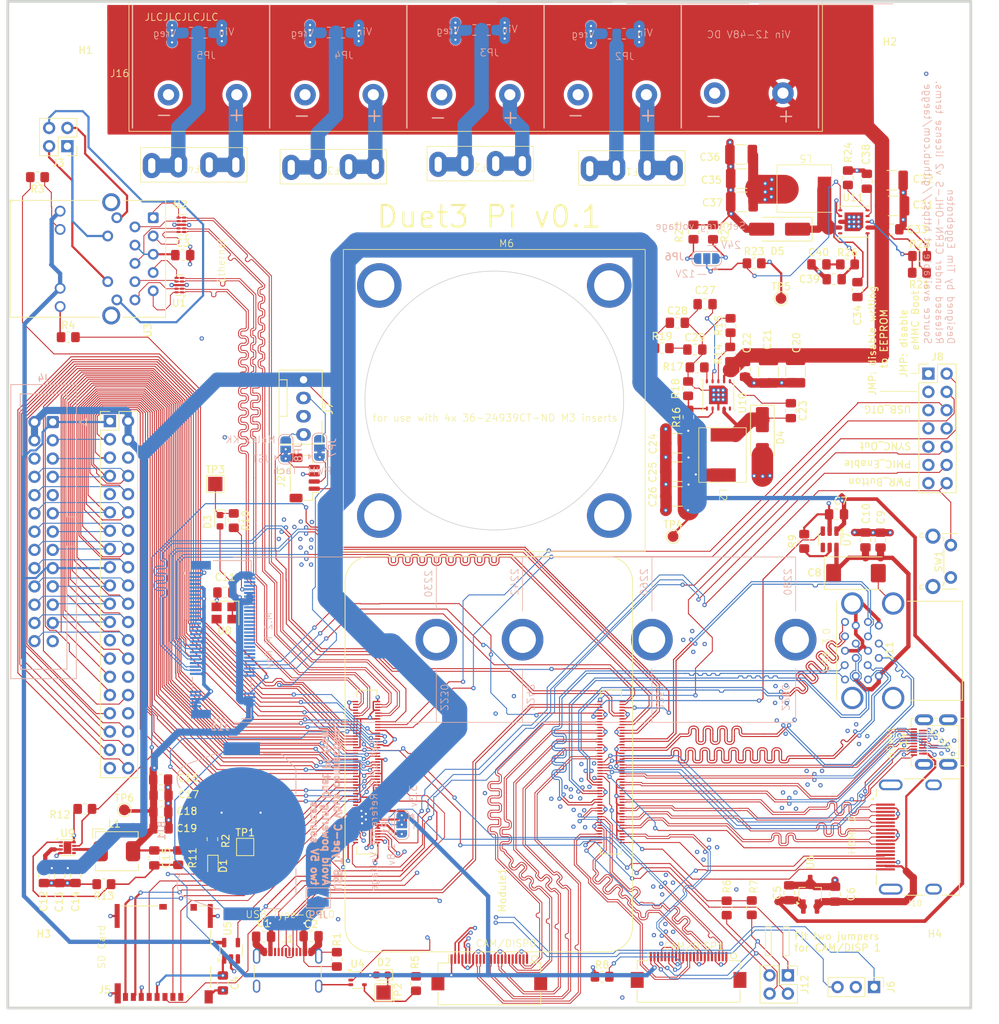
<source format=kicad_pcb>
(kicad_pcb (version 20240108) (generator "pcbnew") (generator_version "8.0")
  (layers (0 "F.Cu" signal) (1 "In1.Cu" signal) (2 "In2.Cu" signal) (31 "B.Cu" signal) (34 "B.Paste" user) (35 "F.Paste" user) (36 "B.SilkS" user "B.Silkscreen") (37 "F.SilkS" user "F.Silkscreen") (38 "B.Mask" user) (39 "F.Mask" user) (44 "Edge.Cuts" user))
  (net 0 "")
  (net 1 "GND")
  (net 2 "/+5v")
  (net 3 "/CM5_HighSpeed/VBUS")
  (net 4 "/CM5_HighSpeed/HDMI_5v")
  (net 5 "/CM5_GPIO ( Ethernet, GPIO, SDCARD)/SD_PWR")
  (net 6 "/PCIe-M2/FB")
  (net 7 "/PCIe-M2/M2_3v3")
  (net 8 "Net-(D1-K)")
  (net 9 "/+3.3v")
  (net 10 "Net-(D2-K)")
  (net 11 "Net-(D3-K)")
  (net 12 "/USB2_P")
  (net 13 "/CC2")
  (net 16 "/CC1")
  (net 17 "/USB2_N")
  (net 18 "/CM5_HighSpeed/SDA1")
  (net 19 "/CM5_HighSpeed/SCL1")
  (net 20 "/CM5_GPIO ( Ethernet, GPIO, SDCARD)/ID_SD")
  (net 21 "/CM5_GPIO ( Ethernet, GPIO, SDCARD)/ID_SC")
  (net 22 "/CM5_GPIO ( Ethernet, GPIO, SDCARD)/PMIC_ENABLE")
  (net 23 "/CM5_GPIO ( Ethernet, GPIO, SDCARD)/PWR_BUT")
  (net 24 "/CM5_GPIO ( Ethernet, GPIO, SDCARD)/nRPIBOOT")
  (net 25 "/CM5_GPIO ( Ethernet, GPIO, SDCARD)/SYNC_OUT")
  (net 27 "/CM5_GPIO ( Ethernet, GPIO, SDCARD)/EEPROM_nWP")
  (net 28 "/CM5_GPIO ( Ethernet, GPIO, SDCARD)/USBOTG")
  (net 29 "/CM5_GPIO ( Ethernet, GPIO, SDCARD)/WL_nDis")
  (net 30 "/CM5_GPIO ( Ethernet, GPIO, SDCARD)/BT_nDis")
  (net 31 "/CM5_GPIO ( Ethernet, GPIO, SDCARD)/TACHO")
  (net 32 "/CM5_GPIO ( Ethernet, GPIO, SDCARD)/PWM")
  (net 33 "/CM5_GPIO ( Ethernet, GPIO, SDCARD)/GPIO11")
  (net 34 "/CM5_GPIO ( Ethernet, GPIO, SDCARD)/GPIO10")
  (net 35 "/CM5_GPIO ( Ethernet, GPIO, SDCARD)/GPIO23")
  (net 36 "/CM5_GPIO ( Ethernet, GPIO, SDCARD)/GPIO6")
  (net 37 "/CM5_GPIO ( Ethernet, GPIO, SDCARD)/GPIO17")
  (net 38 "/CM5_GPIO ( Ethernet, GPIO, SDCARD)/GPIO2")
  (net 39 "/CM5_GPIO ( Ethernet, GPIO, SDCARD)/GPIO12")
  (net 40 "/CM5_GPIO ( Ethernet, GPIO, SDCARD)/GPIO4")
  (net 41 "/CM5_GPIO ( Ethernet, GPIO, SDCARD)/GPIO3")
  (net 42 "/CM5_GPIO ( Ethernet, GPIO, SDCARD)/GPIO9")
  (net 43 "/CM5_GPIO ( Ethernet, GPIO, SDCARD)/GPIO14")
  (net 44 "/CM5_GPIO ( Ethernet, GPIO, SDCARD)/GPIO22")
  (net 45 "/CM5_GPIO ( Ethernet, GPIO, SDCARD)/GPIO27")
  (net 46 "/CM5_GPIO ( Ethernet, GPIO, SDCARD)/GPIO15")
  (net 47 "/CM5_GPIO ( Ethernet, GPIO, SDCARD)/GPIO20")
  (net 48 "/CM5_GPIO ( Ethernet, GPIO, SDCARD)/GPIO16")
  (net 49 "/CM5_GPIO ( Ethernet, GPIO, SDCARD)/GPIO24")
  (net 50 "/CM5_GPIO ( Ethernet, GPIO, SDCARD)/GPIO26")
  (net 51 "/CM5_GPIO ( Ethernet, GPIO, SDCARD)/GPIO19")
  (net 52 "/CM5_GPIO ( Ethernet, GPIO, SDCARD)/GPIO18")
  (net 53 "/CM5_GPIO ( Ethernet, GPIO, SDCARD)/GPIO13")
  (net 54 "/CM5_GPIO ( Ethernet, GPIO, SDCARD)/GPIO21")
  (net 55 "/CM5_GPIO ( Ethernet, GPIO, SDCARD)/GPIO5")
  (net 56 "/CM5_GPIO ( Ethernet, GPIO, SDCARD)/TR0_TAP")
  (net 57 "/CM5_GPIO ( Ethernet, GPIO, SDCARD)/TR2_TAP")
  (net 58 "/CM5_GPIO ( Ethernet, GPIO, SDCARD)/TR1_TAP")
  (net 59 "/CM5_GPIO ( Ethernet, GPIO, SDCARD)/TR3_TAP")
  (net 60 "/CM5_GPIO ( Ethernet, GPIO, SDCARD)/GPIO_VREF")
  (net 61 "Net-(Module1A-LED_nACT)")
  (net 62 "/CM5_GPIO ( Ethernet, GPIO, SDCARD)/+1.8v")
  (net 63 "Net-(C3-Pad1)")
  (net 64 "/CM5_GPIO ( Ethernet, GPIO, SDCARD)/ETH_LEDG")
  (net 65 "Net-(U10-SS{slash}TR)")
  (net 66 "Net-(U10-COMP)")
  (net 67 "/CM5_GPIO ( Ethernet, GPIO, SDCARD)/ETH_LEDY")
  (net 68 "/CM5_HighSpeed/PCIE_PWR_EN")
  (net 69 "Net-(C29-Pad1)")
  (net 70 "/CM5_HighSpeed/VBUS_EN")
  (net 71 "/CM5_GPIO ( Ethernet, GPIO, SDCARD)/nPWR_LED")
  (net 72 "Net-(U11-SS{slash}TR)")
  (net 73 "/CM5_GPIO ( Ethernet, GPIO, SDCARD)/TRD2_P")
  (net 74 "/CM5_GPIO ( Ethernet, GPIO, SDCARD)/TRD3_P")
  (net 75 "/CM5_GPIO ( Ethernet, GPIO, SDCARD)/TRD3_N")
  (net 76 "/CM5_GPIO ( Ethernet, GPIO, SDCARD)/TRD2_N")
  (net 77 "/CM5_GPIO ( Ethernet, GPIO, SDCARD)/TRD0_P")
  (net 78 "/CM5_GPIO ( Ethernet, GPIO, SDCARD)/TRD1_P")
  (net 79 "/CM5_GPIO ( Ethernet, GPIO, SDCARD)/TRD0_N")
  (net 80 "/CM5_GPIO ( Ethernet, GPIO, SDCARD)/TRD1_N")
  (net 81 "Net-(U11-COMP)")
  (net 82 "/CM5_GPIO ( Ethernet, GPIO, SDCARD)/SD_PWR_ON")
  (net 83 "Net-(C40-Pad1)")
  (net 84 "Net-(JP2-C)")
  (net 85 "Net-(J16-Pin_8)")
  (net 86 "Net-(J16-Pin_6)")
  (net 87 "/CM5_GPIO ( Ethernet, GPIO, SDCARD)/VBAT")
  (net 88 "/CM5_HighSpeed/DPHY0_D2_N")
  (net 89 "/CM5_GPIO ( Ethernet, GPIO, SDCARD)/CAM_GPIO0")
  (net 90 "/CM5_HighSpeed/DPHY0_D3_N")
  (net 91 "/CM5_GPIO ( Ethernet, GPIO, SDCARD)/CAM_GPIO1")
  (net 92 "/CM5_HighSpeed/DPHY0_D3_P")
  (net 93 "/CM5_HighSpeed/DPHY0_D0_P")
  (net 94 "/CM5_HighSpeed/DPHY0_D1_N")
  (net 95 "/CM5_HighSpeed/DPHY0_C_P")
  (net 96 "/CM5_HighSpeed/DPHY0_D0_N")
  (net 97 "/CM5_HighSpeed/DPHY0_D1_P")
  (net 98 "/CM5_HighSpeed/SCL0")
  (net 99 "/CM5_HighSpeed/DPHY0_C_N")
  (net 100 "/CM5_HighSpeed/DPHY0_D2_P")
  (net 101 "/CM5_HighSpeed/SDA0")
  (net 102 "/CM5_HighSpeed/DPHY1_D2_N")
  (net 103 "/CM5_HighSpeed/DPHY1_D3_N")
  (net 104 "/CM5_HighSpeed/DPHY1_D1_N")
  (net 105 "/CM5_HighSpeed/DPHY1_D3_P")
  (net 106 "/CM5_HighSpeed/DPHY1_D0_N")
  (net 107 "/CM5_HighSpeed/DPHY1_C_P")
  (net 108 "/CM5_HighSpeed/DPHY1_D0_P")
  (net 109 "/CM5_HighSpeed/DPHY1_D2_P")
  (net 110 "/CM5_HighSpeed/DPHY1_C_N")
  (net 111 "/CM5_HighSpeed/DPHY1_D1_P")
  (net 112 "Net-(J16-Pin_4)")
  (net 113 "/CM5_HighSpeed/USB3-1-D_N")
  (net 114 "/CM5_HighSpeed/USB3-0-TX_P")
  (net 115 "/CM5_HighSpeed/USB3-1-TX_P")
  (net 116 "/CM5_HighSpeed/USB3-0-RX_N")
  (net 117 "/CM5_HighSpeed/USB3-1-RX_N")
  (net 118 "/CM5_HighSpeed/USB3-0-D_N")
  (net 119 "/CM5_HighSpeed/USB3-1-D_P")
  (net 120 "/CM5_HighSpeed/USB3-0-RX_P")
  (net 121 "/CM5_HighSpeed/USB3-0-D_P")
  (net 122 "/CM5_HighSpeed/USB3-0-TX_N")
  (net 123 "/CM5_HighSpeed/USB3-1-RX_P")
  (net 124 "/CM5_HighSpeed/USB3-1-TX_N")
  (net 125 "/CM5_HighSpeed/HDMI0_D0_N")
  (net 126 "/CM5_HighSpeed/HDMI0_CEC")
  (net 127 "/CM5_HighSpeed/HDMI0_SCL")
  (net 128 "/CM5_HighSpeed/HDMI0_SDA")
  (net 129 "/CM5_HighSpeed/HDMI0_CK_P")
  (net 130 "/CM5_HighSpeed/HDMI0_CK_N")
  (net 131 "/CM5_HighSpeed/HDMI0_HOTPLUG")
  (net 132 "/CM5_HighSpeed/HDMI0_D1_N")
  (net 133 "/CM5_HighSpeed/HDMI0_D1_P")
  (net 134 "/CM5_HighSpeed/HDMI0_D2_P")
  (net 135 "Net-(J16-Pin_2)")
  (net 136 "/CM5_HighSpeed/HDMI0_D2_N")
  (net 137 "/CM5_HighSpeed/HDMI0_D0_P")
  (net 138 "/CM5_HighSpeed/HDMI1_D0_N")
  (net 139 "/CM5_HighSpeed/HDMI1_CK_N")
  (net 140 "/CM5_HighSpeed/HDMI1_HOTPLUG")
  (net 141 "/CM5_HighSpeed/HDMI1_SDA")
  (net 143 "/CM5_HighSpeed/HDMI1_D0_P")
  (net 144 "/CM5_HighSpeed/HDMI1_CK_P")
  (net 145 "/CM5_HighSpeed/HDMI1_D1_N")
  (net 146 "/CM5_HighSpeed/HDMI1_D2_N")
  (net 147 "/CM5_HighSpeed/HDMI1_D2_P")
  (net 148 "/CM5_HighSpeed/HDMI1_SCL")
  (net 149 "/CM5_HighSpeed/HDMI1_D1_P")
  (net 150 "/CM5_HighSpeed/HDMI1_CEC")
  (net 151 "/CM5_GPIO ( Ethernet, GPIO, SDCARD)/SD_DAT1")
  (net 153 "/CM5_GPIO ( Ethernet, GPIO, SDCARD)/SD_CMD")
  (net 154 "/CM5_GPIO ( Ethernet, GPIO, SDCARD)/SD_DAT0")
  (net 155 "/CM5_GPIO ( Ethernet, GPIO, SDCARD)/SD_CLK")
  (net 156 "/CM5_GPIO ( Ethernet, GPIO, SDCARD)/SD_DAT3")
  (net 157 "/CM5_GPIO ( Ethernet, GPIO, SDCARD)/SD_DAT2")
  (net 159 "Net-(J13-Pin_17)")
  (net 168 "/CM5_HighSpeed/PCIE_nCLKREQ")
  (net 169 "/CM5_HighSpeed/PCIE_nWAKE")
  (net 170 "/CM5_HighSpeed/PCIE_CLK_P")
  (net 177 "/CM5_HighSpeed/PCIE_RX_N")
  (net 181 "Net-(J15-DAS{slash}~{DSS}{slash}~{LED1})")
  (net 183 "/CM5_HighSpeed/PCIE_nRST")
  (net 184 "/CM5_HighSpeed/PCIE_TX_N")
  (net 189 "/CM5_HighSpeed/PCIE_RX_P")
  (net 191 "/CM5_HighSpeed/PCIE_CLK_N")
  (net 192 "/CM5_HighSpeed/PCIE_TX_P")
  (net 193 "Net-(J15-SUSCLK)")
  (net 205 "/CM5_GPIO ( Ethernet, GPIO, SDCARD)/GPIO7")
  (net 206 "/CM5_GPIO ( Ethernet, GPIO, SDCARD)/GPIO8")
  (net 207 "/CM5_GPIO ( Ethernet, GPIO, SDCARD)/GPIO25")
  (net 208 "Net-(D4-K)")
  (net 209 "/misc/Vin")
  (net 213 "Net-(U10-BOOT)")
  (net 214 "Net-(U10-FB)")
  (net 216 "Net-(D5-K)")
  (net 217 "Net-(U11-BOOT)")
  (net 219 "/misc/Vreg2")
  (net 222 "Net-(U9-LX)")
  (net 223 "Net-(U3-LEDY_K)")
  (net 224 "Net-(U3-LEDG_K)")
  (net 225 "Net-(R5-Pad2)")
  (net 226 "Net-(U7-ILIM)")
  (net 227 "Net-(U10-EN)")
  (net 228 "Net-(U10-RT{slash}CLT)")
  (net 229 "Net-(U11-EN)")
  (net 230 "Net-(JP6-C)")
  (net 231 "Net-(U11-RT{slash}CLT)")
  (net 236 "Net-(JP3-C)")
  (net 237 "Net-(JP4-C)")
  (net 238 "Net-(JP5-C)")
  (net 241 "/misc/R_fb_24")
  (net 242 "/misc/R_fb_12")
  (net 243 "Net-(J7-Pin_2)")
  (net 244 "Net-(J7-Pin_4)")
  (net 245 "Net-(J20-Pin_2)")
  (net 246 "Net-(J20-Pin_4)")
  (net 247 "Net-(JP9-A)")
  (footprint "Resistor_SMD:R_0805_2012Metric_Pad1.20x1.40mm_HandSolder" (layer "F.Cu") (at 107.95 171.39)
    (property "Reference" "R8")
    (property "Value" "2.2K 1%")
  )
  (footprint "Capacitor_SMD:C_0805_2012Metric_Pad1.18x1.45mm_HandSolder" (layer "F.Cu") (at 140.5725 107.09 180)
    (property "Reference" "C7")
    (property "Value" "10u")
  )
  (footprint "Capacitor_SMD:C_0805_2012Metric_Pad1.18x1.45mm_HandSolder" (layer "F.Cu") (at 134.21 92.6725 -90)
    (property "Reference" "C23")
    (property "Value" "100n")
  )
  (footprint "Capacitor_SMD:C_1210_3225Metric_Pad1.33x2.70mm_HandSolder" (layer "F.Cu") (at 131.1 87.26 -90)
    (property "Reference" "C21")
    (property "Value" "10uF")
  )
  (footprint "footprints:SMD_inductor_07A7" (layer "F.Cu") (at 139.78 61.88 180)
    (property "Reference" "L5")
    (property "Value" "8.2uH")
  )
  (footprint "Diode_SMD:D_SMA_Handsoldering" (layer "F.Cu") (at 132.65 67.43 180)
    (property "Reference" "D5")
    (property "Value" "D_Schottky")
  )
  (footprint "CM5IO:Raspberry-Pi-5-Compute-Module" (layer "F.Cu") (at 75.68 164.43)
    (property "Reference" "Module1")
    (property "Value" "ComputeModule5-CM5")
  )
  (footprint "Capacitor_Tantalum_SMD:CP_EIA-7343-31_Kemet-D" (layer "F.Cu") (at 143.2675 115.27)
    (property "Reference" "C8")
    (property "Value" "100uF")
  )
  (footprint "footprints:HB9500-9.5-10p" (layer "F.Cu") (at 42.11 53.83)
    (property "Reference" "J16")
    (property "Value" "Screw_Terminal_01x10")
  )
  (footprint "footprints:SMD_inductor_07A7" (layer "F.Cu") (at 124.8 95.145 -90)
    (property "Reference" "L2")
    (property "Value" "8.2uH")
  )
  (footprint "Package_TO_SOT_SMD:SOT-23-5" (layer "F.Cu") (at 56.3125 167.7875 90)
    (property "Reference" "U5")
    (property "Value" "RT9742GGJ5")
  )
  (footprint "Resistor_SMD:R_0805_2012Metric_Pad1.20x1.40mm_HandSolder" (layer "F.Cu") (at 56.69 107.96 -90)
    (property "Reference" "R10")
    (property "Value" "1k")
  )
  (footprint "Resistor_SMD:R_0805_2012Metric_Pad1.20x1.40mm_HandSolder" (layer "F.Cu") (at 53.72 152.26 90)
    (property "Reference" "R2")
    (property "Value" "1k")
  )
  (footprint "Connector_Video:HDMI_Micro-D_Molex_46765-1x01" (layer "F.Cu") (at 156.11 138.76 90)
    (property "Reference" "J14")
    (property "Value" "WM1282DKR-ND")
  )
  (footprint "Connector_PinHeader_2.54mm:PinHeader_2x07_P2.54mm_Vertical" (layer "F.Cu") (at 153.35 87.52)
    (property "Reference" "J8")
    (property "Value" "Conn_02x07_Odd_Even")
  )
  (footprint "Package_SON:USON-10_2.5x1.0mm_P0.5mm" (layer "F.Cu") (at 49.105 75.21 180)
    (property "Reference" "U1")
    (property "Value" "TPD4EUSB30")
  )
  (footprint "Connector_PinHeader_2.54mm:PinHeader_2x02_P2.54mm_Vertical" (layer "F.Cu") (at 33.54 55.89 180)
    (property "Reference" "J3")
    (property "Value" "THD-02-R")
  )
  (footprint "Capacitor_SMD:C_0805_2012Metric_Pad1.18x1.45mm_HandSolder" (layer "F.Cu") (at 148.2675 67.45)
    (property "Reference" "C33")
    (property "Value" "0.1uF")
  )
  (footprint "Capacitor_SMD:C_0805_2012Metric_Pad1.18x1.45mm_HandSolder" (layer "F.Cu") (at 55.1725 172.26 -90)
    (property "Reference" "C4")
    (property "Value" "10u")
  )
  (footprint "TestPoint:TestPoint_Pad_2.0x2.0mm" (layer "F.Cu") (at 58.28 153.35)
    (property "Reference" "TP1")
    (property "Value" "TestPoint")
  )
  (footprint "CM5IO:MTCONN_UBAF30-D2011" (layer "F.Cu") (at 148.45 126.06 90)
    (property "Reference" "J11")
    (property "Value" "USB3_A")
  )
  (footprint "Resistor_SMD:R_0805_2012Metric_Pad1.20x1.40mm_HandSolder" (layer "F.Cu") (at 142.15 60.28 -90)
    (property "Reference" "R24")
    (property "Value" "240k")
  )
  (footprint "footprints:DFN-10_EP_4x4_Pitch0.8mm" (layer "F.Cu") (at 142.985 66.405 180)
    (property "Reference" "U11")
    (property "Value" "TPP60508")
  )
  (footprint "Resistor_SMD:R_0805_2012Metric_Pad1.20x1.40mm_HandSolder" (layer "F.Cu") (at 128.77 161.79 -90)
    (property "Reference" "R7")
    (property "Value" "2.2K 1%")
  )
  (footprint "Capacitor_SMD:C_0805_2012Metric_Pad1.18x1.45mm_HandSolder" (layer "F.Cu") (at 127.84 86.935 -90)
    (property "Reference" "C22")
    (property "Value" "0.1uF")
  )
  (footprint "Resistor_SMD:R_0805_2012Metric_Pad1.20x1.40mm_HandSolder" (layer "F.Cu") (at 129.1 72.18)
    (property "Reference" "R23")
    (property "Value" "147k")
  )
  (footprint "Resistor_SMD:R_0805_2012Metric_Pad1.20x1.40mm_HandSolder" (layer "F.Cu") (at 120.66 67.83 -90)
    (property "Reference" "R27")
    (property "Value" "10.5k")
  )
  (footprint "Capacitor_SMD:C_1210_3225Metric_Pad1.33x2.70mm_HandSolder" (layer "F.Cu") (at 118.3725 97.2125 180)
    (property "Reference" "C24")
    (property "Value" "10uF")
  )
  (footprint "Resistor_SMD:R_0805_2012Metric_Pad1.20x1.40mm_HandSolder" (layer "F.Cu") (at 136.07 110.85 90)
    (property "Reference" "R9")
    (property "Value" "15K 1%")
  )
  (footprint "Resistor_SMD:R_0805_2012Metric_Pad1.20x1.40mm_HandSolder" (layer "F.Cu") (at 119.96 93.565 -90)
    (property "Reference" "R16")
    (property "Value" "147k")
  )
  (footprint "Capacitor_SMD:C_0805_2012Metric_Pad1.18x1.45mm_HandSolder" (layer "F.Cu") (at 140.36 159.9125 90)
    (property "Reference" "C6")
    (property "Value" "100n")
  )
  (footprint "Capacitor_SMD:C_0805_2012Metric_Pad1.18x1.45mm_HandSolder" (layer "F.Cu") (at 34.675 157.32 -90)
    (property "Reference" "C14")
    (property "Value" "100n")
  )
  (footprint "Capacitor_SMD:C_0805_2012Metric_Pad1.18x1.45mm_HandSolder" (layer "F.Cu") (at 46.5775 150.76)
    (property "Reference" "C19")
    (property "Value" "10u")
  )
  (footprint "Capacitor_SMD:C_1210_3225Metric_Pad1.33x2.70mm_HandSolder" (layer "F.Cu") (at 127.4025 60.39 180)
    (property "Reference" "C35")
    (property "Value" "10uF")
  )
  (footprint "Capacitor_SMD:C_0805_2012Metric_Pad1.18x1.45mm_HandSolder" (layer "F.Cu") (at 140.2425 74.39 180)
    (property "Reference" "C39")
    (property "Value" "47pF")
  )
  (footprint "Capacitor_SMD:C_0805_2012Metric_Pad1.18x1.45mm_HandSolder" (layer "F.Cu") (at 118.4175 80.45)
    (property "Reference" "C28")
    (property "Value" "47pF")
  )
  (footprint "Capacitor_SMD:C_1210_3225Metric_Pad1.33x2.70mm_HandSolder" (layer "F.Cu") (at 148.4675 64.19)
    (property "Reference" "C31")
    (property "Value" "10uF")
  )
  (footprint "CM5IO:SDCARD_MOLEX_503398-1892" (layer "F.Cu") (at 46.9425 168.5825 180)
    (property "Reference" "J5")
    (property "Value" "Micro_SD_Card_Det")
  )
  (footprint "footprints:MCCQ-122" (layer "F.Cu") (at 51.13 58.49 180)
    (property "Reference" "F4")
    (property "Value" "MCCQ-122")
  )
  (footprint "footprints:MCCQ-122" (layer "F.Cu") (at 112.08 58.92 180)
    (property "Reference" "F1")
    (property "Value" "MCCQ-122")
  )
  (footprint "LED_SMD:LED_0603_1608Metric" (layer "F.Cu") (at 54.78 107.9725 -90)
    (property "Reference" "D3")
    (property "Value" "LED Green")
  )
  (footprint "Capacitor_SMD:C_0805_2012Metric_Pad1.18x1.45mm_HandSolder" (layer "F.Cu") (at 120.8525 84.17)
    (property "Reference" "C29")
    (property "Value" "4.7nF")
  )
  (footprint "Resistor_SMD:R_0805_2012Metric_Pad1.20x1.40mm_HandSolder" (layer "F.Cu") (at 82.05 172.34 -90)
    (property "Reference" "R5")
    (property "Value" "1k")
  )
  (footprint "Capacitor_SMD:C_0805_2012Metric_Pad1.18x1.45mm_HandSolder" (layer "F.Cu") (at 45.63 154.8675 -90)
    (property "Reference" "C15")
    (property "Value" "4.7nF")
  )
  (footprint "Capacitor_SMD:C_0805_2012Metric_Pad1.18x1.45mm_HandSolder" (layer "F.Cu") (at 55.4575 117.96 180)
    (property "Reference" "C11")
    (property "Value" "100n")
  )
  (footprint "Resistor_SMD:R_0805_2012Metric_Pad1.20x1.40mm_HandSolder" (layer "F.Cu") (at 116.31 83.98 180)
    (property "Reference" "R19")
    (property "Value" "3.24k")
  )
  (footprint "Resistor_SMD:R_0805_2012Metric_Pad1.20x1.40mm_HandSolder" (layer "F.Cu") (at 38.62 158.52 180)
    (property "Reference" "R13")
    (property "Value" "2.2K 1%")
  )
  (footprint "Connector_PinHeader_2.54mm:PinHeader_2x02_P2.54mm_Vertical" (layer "F.Cu") (at 133.8 171.2 -90)
    (property "Reference" "J12")
    (property "Value" "THD-02-R")
  )
  (footprint "CM5IO:L_Bourns_SRP5030CC" (layer "F.Cu") (at 40.42 153.94)
    (property "Reference" "L1")
    (property "Value" "2.2uH")
  )
  (footprint "Capacitor_SMD:C_0805_2012Metric_Pad1.18x1.45mm_HandSolder" (layer "F.Cu") (at 144.59 110.6525 90)
    (property "Reference" "C10")
    (property "Value" "10u")
  )
  (footprint "Capacitor_SMD:C_0805_2012Metric_Pad1.18x1.45mm_HandSolder" (layer "F.Cu") (at 46.5425 148.48)
    (property "Reference" "C18")
    (property "Value" "10u")
  )
  (footprint "Capacitor_SMD:C_0805_2012Metric_Pad1.18x1.45mm_HandSolder" (layer "F.Cu") (at 46.5175 143.97)
    (property "Reference" "C16")
    (property "Value" "10u")
  )
  (footprint "Capacitor_SMD:C_1210_3225Metric_Pad1.33x2.70mm_HandSolder" (layer "F.Cu") (at 127.4075 63.63 180)
    (property "Reference" "C37")
    (property "Value" "10uF")
  )
  (footprint "Package_TO_SOT_SMD:SOT-23-6" (layer "F.Cu") (at 139.61 110.5625 -90)
    (property "Reference" "U7")
    (property "Value" "AP22653W6")
  )
  (footprint "CM5IO:Hirose_FH12-22S-0.5SH_1x22-1MP_P0.50mm_Horizontal" (layer "F.Cu") (at 119.98 170.44)
    (property "Reference" "J13")
    (property "Value" "Conn_01x22_Female")
  )
  (footprint "Capacitor_SMD:C_0805_2012Metric_Pad1.18x1.45mm_HandSolder" (layer "F.Cu") (at 144.78 60.7675 90)
    (property "Reference" "C38")
    (property "Value" "10000pF")
  )
  (footprint "Capacitor_SMD:C_0805_2012Metric_Pad1.18x1.45mm_HandSolder" (layer "F.Cu") (at 49.5925 71.04)
    (property "Reference" "C3")
    (property "Value" "100n")
  )
  (footprint "Package_DFN_QFN:DFN-8-1EP_2x2mm_P0.5mm_EP1.05x1.75mm" (layer "F.Cu") (at 33.55 153.4425)
    (property "Reference" "U9")
    (property "Value" "AP3441SHE-7B")
  )
  (footprint "Resistor_SMD:R_0805_2012Metric_Pad1.20x1.40mm_HandSolder" (layer "F.Cu") (at 33.66 82.45)
    (property "Reference" "R4")
    (property "Value" "470R")
  )
  (footprint "footprints:DFN-10_EP_4x4_Pitch0.8mm" (layer "F.Cu") (at 124.125 90.4775 -90)
    (property "Reference" "U10")
    (property "Value" "TPP60508")
  )
  (footprint "Capacitor_SMD:C_0805_2012Metric_Pad1.18x1.45mm_HandSolder" (layer "F.Cu") (at 60.8425 165.83 180)
    (property "Reference" "C1")
    (property "Value" "100n")
  )
  (footprint "Connector:FanPinHeader_1x04_P2.54mm_Vertical" (layer "F.Cu") (at 66.4 88.37 -90)
    (property "Reference" "J7")
    (property "Value" "~")
  )
  (footprint "Package_TO_SOT_SMD:TSOT-23_HandSoldering" (layer "F.Cu") (at 136.9 159.92 90)
    (property "Reference" "U6")
    (property "Value" "RT9742SNGV")
  )
  (footprint "footprints:MCCQ-122" (layer "F.Cu") (at 70.54 58.74 180)
    (property "Reference" "F3")
    (property "Value" "MCCQ-122")
  )
  (footprint "Resistor_SMD:R_0805_2012Metric_Pad1.20x1.40mm_HandSolder" (layer "F.Cu") (at 123.38 67.84 -90)
    (property "Reference" "R25")
    (property "Value" "5.05k")
  )
  (footprint "Capacitor_SMD:C_0805_2012Metric_Pad1.18x1.45mm_HandSolder" (layer "F.Cu") (at 46.5725 146.17)
    (property "Reference" "C17")
    (property "Value" "10u")
  )
  (footprint "MountingHole:MountingHole_4.3mm_M4" (layer "F.Cu") (at 30.25 170.75)
    (property "Reference" "H3")
    (property "Value" "~")
  )
  (footprint "Resistor_SMD:R_0805_2012Metric_Pad1.20x1.40mm_HandSolder" (layer "F.Cu") (at 29.38 60.19 180)
    (property "Reference" "R3")
    (property "Value" "470R")
  )
  (footprint "Connector_PinHeader_2.54mm:PinHeader_1x03_P2.54mm_Vertical" (layer "F.Cu") (at 145.79 172.83 -90)
    (property "Reference" "J6")
    (property "Value" "Conn_01x03")
  )
  (footprint "Resistor_SMD:R_0805_2012Metric_Pad1.20x1.40mm_HandSolder" (layer "F.Cu") (at 142.095 72.33)
    (property "Reference" "R26")
    (property "Value" "3.24k")
  )
  (footprint "footprints:MCCQ-122" (layer "F.Cu") (at 90.99 58.31 180)
    (property "Reference" "F2")
    (property "Value" "MCCQ-122")
  )
  (footprint "CM5IO:EDAC 690-019-298-412" (layer "F.Cu") (at 148.11 151.96 90)
    (property "Reference" "J10")
    (property "Value" "690-019-298-412")
  )
  (footprint "Resistor_SMD:R_0805_2012Metric_Pad1.20x1.40mm_HandSolder" (layer "F.Cu") (at 121.17 86.65)
    (property "Reference" "R17")
    (property "Value" "240k")
  )
  (footprint "LED_SMD:LED_0603_1608Metric" (layer "F.Cu") (at 53.79 155.9875 -90)
    (property "Reference" "D1")
    (property "Value" "LED Green")
  )
  (footprint "MountingHole:MountingHole_4.3mm_M4" (layer "F.Cu") (at 154.25 40.75)
    (property "Reference" "H2")
    (property "Value" "~")
  )
  (footprint "TestPoint:TestPoint_Pad_D1.5mm" (layer "F.Cu") (at 117.82 110.17)
    (property "Reference" "TP4")
    (property "Value" "TestPoint")
  )
  (footprint "TestPoint:TestPoint_Pad_2.0x2.0mm" (layer "F.Cu") (at 54.12 102.87)
    (property "Reference" "TP3")
    (property "Value" "TestPoint")
  )
  (footprint "Resistor_SMD:R_0805_2012Metric_Pad1.20x1.40mm_HandSolder" (layer "F.Cu") (at 71.04 168.98 90)
    (property "Reference" "R1")
    (property "Value" "2.2K 1%")
  )
  (footprint "Crystal:Crystal_SMD_3225-4Pin_3.2x2.5mm" (layer "F.Cu") (at 55.4 120.81 180)
    (property "Reference" "U8")
    (property "Value" "ASEK-32.768KHZ-L-R-T")
  )
  (footprint "Resistor_SMD:R_0805_2012Metric_Pad1.20x1.40mm_HandSolder" (layer "F.Cu") (at 152.1 73.49 180)
    (property "Reference" "R21")
    (property "Value" "R")
  )
  (footprint "TestPoint:TestPoint_Pad_2.0x2.0mm" (layer "F.Cu") (at 77.53 173.59 -90)
    (property "Reference" "TP2")
    (property "Value" "TestPoint")
  )
  (footprint "Capacitor_SMD:C_0805_2012Metric_Pad1.18x1.45mm_HandSolder" (layer "F.Cu") (at 30.275 157.33 -90)
    (property "Reference" "C12")
    (property "Value" "10u")
  )
  (footprint "Capacitor_SMD:C_1210_3225Metric_Pad1.33x2.70mm_HandSolder" (layer "F.Cu") (at 127.2925 57.04 180)
    (property "Reference" "C36")
    (property "Value" "10uF")
  )
  (footprint "Connector_PinHeader_2.54mm:PinHeader_2x20_P2.54mm_Vertical" (layer "F.Cu") (at 39.45 94.12)
    (property "Reference" "J2" (hide yes))
    (property "Value" "THD-20-R")
  )
  (footprint "MountingHole:MountingHole_4.3mm_M4" (layer "F.Cu") (at 154.25 170.75)
    (property "Reference" "H4")
    (property "Value" "~")
  )
  (footprint "Capacitor_SMD:C_1210_3225Metric_Pad1.33x2.70mm_HandSolder" (layer "F.Cu") (at 148.2775 60.63)
    (property "Reference" "C32")
    (property "Value" "10uF")
  )
  (footprint "Button_Switch_THT:SW_Tactile_SPST_Angled_PTS645Vx58-2LFS" (layer "F.Cu") (at 156.47 111.37 -90)
    (property "Reference" "SW1")
    (property "Value" "Right angle Tact button")
  )
  (footprint "Diode_SMD:D_SMA_Handsoldering" (layer "F.Cu") (at 130.25 96.42 -90)
    (property "Reference" "D4")
    (property "Value" "D_Schottky")
  )
  (footprint "Capacitor_SMD:C_0805_2012Metric_Pad1.18x1.45mm_HandSolder" (layer "F.Cu") (at 143.48 75.8375 90)
    (property "Reference" "C34")
    (property "Value" "100n")
  )
  (footprint "Capacitor_SMD:C_1210_3225Metric_Pad1.33x2.70mm_HandSolder" (layer "F.Cu") (at 118.4075 104.6025 180)
    (property "Reference" "C26")
    (property "Value" "10uF")
  )
  (footprint "Capacitor_SMD:C_0805_2012Metric_Pad1.18x1.45mm_HandSolder" (layer "F.Cu") (at 146.69 110.6725 90)
    (property "Reference" "C9")
    (property "Value" "10u")
  )
  (footprint "Resistor_SMD:R_0805_2012Metric_Pad1.20x1.40mm_HandSolder" (layer "F.Cu") (at 125.77 84.81 90)
    (property "Reference" "R14")
    (property "Value" "R")
  )
  (footprint "LED_SMD:LED_0603_1608Metric" (layer "F.Cu") (at 77.3275 171.14 180)
    (property "Reference" "D2")
    (property "Value" "LED Red")
  )
  (footprint "Package_SON:USON-10_2.5x1.0mm_P0.5mm" (layer "F.Cu") (at 49.395 66.82 180)
    (property "Reference" "U2")
    (property "Value" "TPD4EUSB30")
  )
  (footprint "TestPoint:TestPoint_Pad_D1.5mm" (layer "F.Cu") (at 41.46 148.19)
    (property "Reference" "TP6")
    (property "Value" "TestPoint")
  )
  (footprint "Resistor_SMD:R_0805_2012Metric_Pad1.20x1.40mm_HandSolder" (layer "F.Cu") (at 35.97 148.05 180)
    (property "Reference" "R12")
    (property "Value" "100K 1%")
  )
  (footprint "Connector_JST:JST_SH_BM04B-SRSS-TB_1x04-1MP_P1.00mm_Vertical" (layer "F.Cu") (at 66.56 102.02 90)
    (property "Reference" "J20")
    (property "Value" "JST_SHBM04B-SRSS-TB")
  )
  (footprint "Connector_USB:USB_C_Receptacle_GCT_USB4105-xx-A_16P_TopMnt_Horizontal" (layer "F.Cu") (at 64.19 171.63)
    (property "Reference" "J1")
    (property "Value" "USB_C_Receptacle_USB2.0")
  )
  (footprint "Capacitor_SMD:C_1210_3225Metric_Pad1.33x2.70mm_HandSolder" (layer "F.Cu") (at 134.87 87.2325 -90)
    (property "Reference" "C20")
    (property "Value" "10uF")
  )
  (footprint "CM5IO:TRJG0926HENL" (layer "F.Cu") (at 36.59 71.555 -90)
    (property "Reference" "U3")
    (property "Value" "MagJack-A70-112-331N126")
  )
  (footprint "footprints:fan_40mm_M3" (layer "F.Cu") (at 92.94 91.26)
    (property "Reference" "M6")
    (property "Value" "Fan")
    (fp_circle (center 0 0) (end 18 0) (stroke (width 0.1)) (fill none) (layer "Edge.Cuts"))
  )
  (footprint "CM5IO:Hirose_FH12-22S-0.5SH_1x22-1MP_P0.50mm_Horizontal" (layer "F.Cu") (at 92.25 170.79)
    (property "Reference" "J9")
    (property "Value" "Conn_01x22_Female")
  )
  (footprint "Package_TO_SOT_SMD:SOT-353_SC-70-5" (layer "F.Cu") (at 73.92 171.85)
    (property "Reference" "U4")
    (property "Value" "74LVC1G07SE-7")
  )
  (footprint "Capacitor_SMD:C_0805_2012Metric_Pad1.18x1.45mm_HandSolder" (layer "F.Cu") (at 138.1225 72.33 180)
    (property "Reference" "C40")
    (property "Value" "4.7nF")
  )
  (footprint "Resistor_SMD:R_0805_2012Metric_Pad1.20x1.40mm_HandSolder" (layer "F.Cu") (at 48.96 154.83 -90)
    (property "Reference" "R11")
    (property "Value" "10K 1%")
  )
  (footprint "Capacitor_SMD:C_0805_2012Metric_Pad1.18x1.45mm_HandSolder" (layer "F.Cu") (at 32.465 157.33 -90)
    (property "Reference" "C13")
    (property "Value" "10u")
  )
  (footprint "MountingHole:MountingHole_4.3mm_M4" (layer "F.Cu") (at 30.25 40.75)
    (property "Reference" "H1")
    (property "Value" "~")
  )
  (footprint "Resistor_SMD:R_0805_2012Metric_Pad1.20x1.40mm_HandSolder" (layer "F.Cu") (at 125.82 80.83 90)
    (property "Reference" "R15")
    (property "Value" "R")
  )
  (footprint "Capacitor_SMD:C_1210_3225Metric_Pad1.33x2.70mm_HandSolder" (layer "F.Cu") (at 118.3875 101.1625 180)
    (property "Reference" "C25")
    (property "Value" "10uF")
  )
  (footprint "Resistor_SMD:R_0805_2012Metric_Pad1.20x1.40mm_HandSolder" (layer "F.Cu") (at 125.28 161.83 -90)
    (property "Reference" "R6")
    (property "Value" "2.2K 1%")
  )
  (footprint "Capacitor_SMD:C_0805_2012Metric_Pad1.18x1.45mm_HandSolder" (layer "F.Cu") (at 133.98 159.7175 90)
    (property "Reference" "C5")
    (property "Value" "100n")
  )
  (footprint "Resistor_SMD:R_0805_2012Metric_Pad1.20x1.40mm_HandSolder" (layer "F.Cu") (at 152.13 71.16)
    (property "Reference" "R22")
    (property "Value" "R")
  )
  (footprint "Resistor_SMD:R_0805_2012Metric_Pad1.20x1.40mm_HandSolder" (layer "F.Cu") (at 119.91 89.6075 -90)
    (property "Reference" "R18")
    (property "Value" "28k")
  )
  (footprint "TestPoint:TestPoint_Pad_D1.5mm" (layer "F.Cu") (at 132.84 77.06)
    (property "Reference" "TP5")
    (property "Value" "TestPoint")
  )
  (footprint "Capacitor_SMD:C_0805_2012Metric_Pad1.18x1.45mm_HandSolder" (layer "F.Cu") (at 67.4475 165.76)
    (property "Reference" "C2")
    (property "Value" "100n")
  )
  (footprint "Capacitor_SMD:C_0805_2012Metric_Pad1.18x1.45mm_HandSolder" (layer "F.Cu") (at 122.2775 77.86 180)
    (property "Reference" "C27")
    (property "Value" "10000pF")
  )
  (footprint "footprints:resistor_jumper_3_way_0805" (layer "B.Cu") (at 52.845 43.7675 180)
    (property "Reference" "JP5")
    (property "Value" "SolderJumper_3_Open")
  )
  (footprint "Jumper:SolderJumper-3_P1.3mm_Bridged12_RoundedPad1.0x1.5mm" (layer "B.Cu") (at 63.92 98.04 90)
    (property "Reference" "JP8")
    (property "Value" "SolderJumper_3_Bridged12")
  )
  (footprint "CM5IO:M.2 M Key socket" (layer "B.Cu") (at 56.63 124.52 -90)
    (property "Reference" "J15")
    (property "Value" "Bus_M.2_Socket_M")
  )
  (footprint "footprints:resistor_jumper_3_way_0805" (layer "B.Cu") (at 72.01 43.745 180)
    (property "Reference" "JP4")
    (property "Value" "SolderJumper_3_Open")
  )
  (footprint "Jumper:SolderJumper-3_P1.3mm_Open_RoundedPad1.0x1.5mm" (layer "B.Cu") (at 122.51 71.52 180)
    (property "Reference" "JP6")
    (property "Value" "SolderJumper_3_Open")
  )
  (footprint "Connector_IDC:IDC-Header_2x13_P2.54mm_Vertical" (layer "B.Cu") (at 31.5 94.25 180)
    (property "Reference" "J4")
    (property "Value" "THD-13-R")
  )
  (footprint "Jumper:SolderJumper-2_P1.3mm_Open_TrianglePad1.0x1.5mm" (layer "B.Cu") (at 68.405 160.44 90)
    (property "Reference" "JP9")
    (property "Value" "SolderJumper_2_Open")
  )
  (footprint "Jumper:SolderJumper-3_P1.3mm_Bridged12_RoundedPad1.0x1.5mm" (layer "B.Cu") (at 80.07 150.25 -90)
    (property "Reference" "JP1")
    (property "Value" "SolderJumper_3_Bridged12")
  )
  (footprint "footprints:resistor_jumper_3_way_0805" (layer "B.Cu") (at 92.275 43.3875 180)
    (property "Reference" "JP3")
    (property "Value" "SolderJumper_3_Open")
  )
  (footprint "CM5IO:BatteryHolder_Keystone_3034_1x20mm" (layer "B.Cu") (at 57.8 151.16 90)
    (property "Reference" "BT1")
    (property "Value" "Battery_Cell")
  )
  (footprint "footprints:resistor_jumper_3_way_0805" (layer "B.Cu") (at 111.08 43.9 180)
    (property "Reference" "JP2")
    (property "Value" "SolderJumper_3_Open")
  )
  (footprint "Jumper:SolderJumper-3_P1.3mm_Bridged12_RoundedPad1.0x1.5mm" (layer "B.Cu") (at 68.61 97.85 90)
    (property "Reference" "JP7")
    (property "Value" "SolderJumper_3_Bridged12")
  )
  (gr_line (start 129.81 36.1) (end 148.41 36.1) (stroke (width 0.1)) (layer "B.SilkS"))
  (gr_line (start 123.83 69.7) (end 122.61 69.7) (stroke (width 0.1)) (layer "B.SilkS"))
  (gr_line (start 99.87 53.35) (end 99.87 36.29) (stroke (width 0.2)) (layer "B.SilkS"))
  (gr_line (start 128.36 36.06) (end 111.36 36.06) (stroke (width 0.1)) (layer "B.SilkS"))
  (gr_line (start 80.779044 53.35) (end 80.779044 36.29) (stroke (width 0.2)) (layer "B.SilkS"))
  (gr_line (start 61.688088 53.35) (end 61.688088 36.29) (stroke (width 0.2)) (layer "B.SilkS"))
  (gr_line (start 138.051915 53.35) (end 138.051915 36.29) (stroke (width 0.2)) (layer "B.SilkS"))
  (gr_line (start 118.960956 53.35) (end 118.960956 36.29) (stroke (width 0.2)) (layer "B.SilkS"))
  (gr_line (start 109.33 35.94) (end 93.33 35.94) (stroke (width 0.1)) (layer "B.SilkS"))
  (gr_line (start 122.46 73.73) (end 121.24 73.73) (stroke (width 0.1)) (layer "B.SilkS"))
  (gr_line (start 42.597132 53.35) (end 42.597132 36.29) (stroke (width 0.2)) (layer "B.SilkS"))
  (gr_line (start 151.74 90) (end 146.66 89.99) (stroke (width 0.1)) (layer "F.SilkS"))
  (gr_line (start 150.9 87.48) (end 151.84 87.48) (stroke (width 0.1)) (layer "F.SilkS"))
  (gr_rect (start 133.18 164.46) (end 133.98 168.46) (stroke (width 0.12)) (fill none) (layer "F.SilkS"))
  (gr_rect (start 130.68 164.46) (end 131.48 168.46) (stroke (width 0.12)) (fill none) (layer "F.SilkS"))
  (gr_line (start 159.25 175.75) (end 159.25 35.75) (stroke (width 0.381)) (layer "Edge.Cuts"))
  (gr_line (start 25.25 175.75) (end 159.25 175.75) (stroke (width 0.381)) (layer "Edge.Cuts"))
  (gr_line (start 25.25 175.75) (end 25.25 35.75) (stroke (width 0.381)) (layer "Edge.Cuts"))
  (gr_line (start 25.25 35.75) (end 159.25 35.75) (stroke (width 0.381)) (layer "Edge.Cuts"))
  (gr_text "+     -" (at 115.71 52.67 0) (layer "B.SilkS") (effects (font (size 2 2) (thickness 0.2)) (justify left bottom mirror)))
  (gr_text "PWM" (at 70.35 101.66 -0) (layer "B.SilkS") (effects (font (size 1 1) (thickness 0.1)) (justify left bottom mirror)))
  (gr_text "+     -" (at 134.92 52.77 0) (layer "B.SilkS") (effects (font (size 2 2) (thickness 0.2)) (justify left bottom mirror)))
  (gr_text "Set GPIO Reference Voltage" (at 76.78 138.35 90) (layer "B.SilkS") (effects (font (size 1 1) (thickness 0.1)) (justify left bottom mirror)))
  (gr_text "USB Type-C Vbus connection.\n Avoid powering Duet Pi from\n two 5V sources" (at 67.34 159.59 270) (layer "B.SilkS") (effects (font (size 1 1) (thickness 0.25) (bold yes)) (justify left bottom mirror)))
  (gr_text "+     -" (at 96.57 52.98 0) (layer "B.SilkS") (effects (font (size 2 2) (thickness 0.2)) (justify left bottom mirror)))
  (gr_text "+     -" (at 58.45 52.62 0) (layer "B.SilkS") (effects (font (size 2 2) (thickness 0.2)) (justify left bottom mirror)))
  (gr_text "+     -" (at 77.63 52.72 0) (layer "B.SilkS") (effects (font (size 2 2) (thickness 0.2)) (justify left bottom mirror)))
  (gr_text "3.3v --" (at 82.27 144.63 90) (layer "B.SilkS") (effects (font (size 1 1) (thickness 0.1)) (justify left bottom mirror)))
  (gr_text "Vin 12-48V DC" (at 134.25 40.95 0) (layer "B.SilkS") (effects (font (size 1 1) (thickness 0.1)) (justify left bottom mirror)))
  (gr_text "JST" (at 61.81 99.95 -0) (layer "B.SilkS") (effects (font (size 1 1) (thickness 0.1)) (justify left bottom mirror)))
  (gr_text "Designed by Tim Eggebroten\nReleased under CERN-OHL-S v2 license terms.\nSource available at https://github.com/taegge" (at 152.67 83.49 270) (layer "B.SilkS") (effects (font (size 1 1) (thickness 0.1)) (justify left bottom mirror)))
  (gr_text "Tach" (at 65.59 101.55 -0) (layer "B.SilkS") (effects (font (size 1 1) (thickness 0.1)) (justify left bottom mirror)))
  (gr_text "24V" (at 127.34 70.24 0) (layer "B.SilkS") (effects (font (size 1 1) (thickness 0.1)) (justify left bottom mirror)))
  (gr_text "12V" (at 120.98 74.22 0) (layer "B.SilkS") (effects (font (size 1 1) (thickness 0.1)) (justify left bottom mirror)))
  (gr_text "Set Vreg voltage" (at 127.99 67.57 0) (layer "B.SilkS") (effects (font (size 1 1) (thickness 0.1)) (justify left bottom mirror)))
  (gr_text "-- 1.8v" (at 79.2 149.49 90) (layer "B.SilkS") (effects (font (size 1 1) (thickness 0.1)) (justify left bottom mirror)))
  (gr_text "Molex KK" (at 62.58 97.29 -0) (layer "B.SilkS") (effects (font (size 1 1) (thickness 0.1)) (justify left bottom mirror)))
  (gr_text "HDMI1" (at 148.72 141.19 90) (layer "F.SilkS") (effects (font (size 1 1) (thickness 0.1)) (justify left bottom)))
  (gr_text "Fit two jumpers \nfor CAM/DISP 1" (at 134.58 166.56 0) (layer "F.SilkS") (effects (font (size 1 1)) (justify left)))
  (gr_text "Duet3 Pi v0.1" (at 76.38 67.45 0) (layer "F.SilkS") (effects (font (size 3 3) (thickness 0.3) (bold yes)) (justify left bottom)))
  (gr_text "HDMI 0" (at 143.31 154.46 90) (layer "F.SilkS") (effects (font (size 1 1) (thickness 0.1)) (justify left bottom)))
  (gr_text "JMP: disable writing\n     to EEPROM" (at 146.36 90.69 90) (layer "F.SilkS") (effects (font (size 1 1)) (justify left)))
  (gr_text "Ethernet" (at 55.53 75 90) (layer "F.SilkS") (effects (font (size 1 1) (thickness 0.1)) (justify left bottom)))
  (gr_text "PMIC_Enable" (at 151.06 99.48 180) (layer "F.SilkS") (effects (font (size 1 1)) (justify left bottom)))
  (gr_text "CAM/DISP1" (at 116.42 167.76 0) (layer "F.SilkS") (effects (font (size 1 1) (thickness 0.1)) (justify left bottom)))
  (gr_text "JLCJLCJLCJLC" (at 44.22 38.52 0) (layer "F.SilkS") (effects (font (size 1 1) (thickness 0.1)) (justify left bottom)))
  (gr_text "JMP: disable\n     eMMC Boot" (at 150.71 88.18 90) (layer "F.SilkS") (effects (font (size 1 1)) (justify left)))
  (gr_text "SD Card" (at 38.89 170.37 90) (layer "F.SilkS") (effects (font (size 1 1) (thickness 0.1)) (justify left bottom)))
  (gr_text "USB Type-C 2.0" (at 58.26 163.31 0) (layer "F.SilkS") (effects (font (size 1 1) (thickness 0.1)) (justify left bottom)))
  (gr_text "SYNC_Out" (at 151.06 96.98 180) (layer "F.SilkS") (effects (font (size 1 1)) (justify left bottom)))
  (gr_text "USB_OTG" (at 151.06 91.88 180) (layer "F.SilkS") (effects (font (size 1 1)) (justify left bottom)))
  (gr_text "PWR_Button" (at 151.06 101.98 180) (layer "F.SilkS") (effects (font (size 1 1)) (justify left bottom)))
  (gr_text "USB 3.0" (at 139.77 129.1 90) (layer "F.SilkS") (effects (font (size 1 1) (thickness 0.1)) (justify left bottom)))
  (gr_text "CAM/DISP0" (at 90.29 167.35 0) (layer "F.SilkS") (effects (font (size 1 1) (thickness 0.1)) (justify left bottom)))
  (segment (start 110.72 151.13) (end 110.24 151.13) (width 0.2) (layer "F.Cu") (net 1))
  (segment (start 76.72 133.13) (end 76.17 133.13) (width 0.2) (layer "F.Cu") (net 1))
  (segment (start 76.145 146.005) (end 76.22 145.93) (width 0.2) (layer "F.Cu") (net 1))
  (segment (start 76.145 146.42) (end 74.32 146.42) (width 0.2) (layer "F.Cu") (net 1))
  (segment (start 53.4225 162.9425) (end 54.4375 162.9425) (width 0.3) (layer "F.Cu") (net 1))
  (segment (start 108.07 146.33) (end 107.64 146.33) (width 0.13) (layer "F.Cu") (net 1))
  (segment (start 74.19 141.53) (end 74.231795 141.571795) (width 0.2) (layer "F.Cu") (net 1))
  (segment (start 106.868623 150.221377) (end 106.868623 150.485392) (width 0.13) (layer "F.Cu") (net 1))
  (segment (start 54.34 119.92) (end 54.3 119.96) (width 0.2) (layer "F.Cu") (net 1))
  (segment (start 74.19 147.13) (end 74.32 147) (width 0.2) (layer "F.Cu") (net 1))
  (segment (start 110.72 149.93) (end 110.24 149.93) (width 0.2) (layer "F.Cu") (net 1))
  (segment (start 109.995 149.685) (end 109.995 149.18) (width 0.2) (layer "F.Cu") (net 1))
  (segment (start 109.995 150.73) (end 109.995 149.18) (width 0.2) (layer "F.Cu") (net 1))
  (segment (start 33.1 154.1925) (end 33.55 153.7425) (width 0.2) (layer "F.Cu") (net 1))
  (segment (start 34.45 152.6925) (end 34 152.6925) (width 0.2) (layer "F.Cu") (net 1))
  (segment (start 54.42 118.96) (end 54.34 119.04) (width 0.2) (layer "F.Cu") (net 1))
  (segment (start 118.448254 169.659485) (end 118.119485 169.659485) (width 0.13) (layer "F.Cu") (net 1))
  (segment (start 108.07 139.13) (end 107.64 139.13) (width 0.13) (layer "F.Cu") (net 1))
  (segment (start 121.89 82.5) (end 121.89 84.17) (width 0.13) (layer "F.Cu") (net 1))
  (segment (start 32.4175 154.1925) (end 32.03 154.58) (width 0.3) (layer "F.Cu") (net 1))
  (segment (start 37.62 158.52) (end 34.8375 158.52) (width 0.2) (layer "F.Cu") (net 1))
  (segment (start 149.12 148.72) (end 149.12 149.22) (width 0.2) (layer "F.Cu") (net 1))
  (segment (start 108.403884 134.663884) (end 108.07 134.33) (width 0.13) (layer "F.Cu") (net 1))
  (segment (start 74.19 137.53) (end 74.34 137.38) (width 0.2) (layer "F.Cu") (net 1))
  (segment (start 143.085 109.615) (end 143.07 109.6) (width 1) (layer "F.Cu") (net 1))
  (segment (start 108.405044 137.065044) (end 108.07 136.73) (width 0.13) (layer "F.Cu") (net 1))
  (segment (start 109.951037 137.358612) (end 109.951037 137.591037) (width 0.13) (layer "F.Cu") (net 1))
  (segment (start 53.2025 174.1925) (end 54.0975 173.2975) (width 0.3) (layer "F.Cu") (net 1))
  (segment (start 143.4 59.28) (end 144.33 59.28) (width 0.6) (layer "F.Cu") (net 1))
  (segment (start 50.63 71.04) (end 50.63 69.87) (width 0.3) (layer "F.Cu") (net 1))
  (segment (start 109.995 149.18) (end 109.995 148.26) (width 0.2) (layer "F.Cu") (net 1))
  (segment (start 94.213932 167.873932) (end 93.763319 167.873932) (width 0.13) (layer "F.Cu") (net 1))
  (segment (start 109.95 146.25) (end 109.95 145.7) (width 0.2) (layer "F.Cu") (net 1))
  (segment (start 106.4 152.33) (end 105.63 153.1) (width 0.2) (layer "F.Cu") (net 1))
  (segment (start 109.95 144.84) (end 109.95 144.13) (width 0.13) (layer "F.Cu") (net 1))
  (segment (start 93.386068 167.873932) (end 93 168.26) (width 0.13) (layer "F.Cu") (net 1))
  (segment (start 116.845 106.485) (end 116.845 104.6025) (width 1.6) (layer "F.Cu") (net 1))
  (segment (start 69.055 167.98) (end 68.51 168.525) (width 0.13) (layer "F.Cu") (net 1))
  (segment (start 74.14 145.93) (end 73.64 145.93) (width 0.2) (layer "F.Cu") (net 1))
  (segment (start 121.855 82.465) (end 121.89 82.5) (width 0.13) (layer "F.Cu") (net 1))
  (segment (start 94.5 168.16) (end 94.213932 167.873932) (width 0.13) (layer "F.Cu") (net 1))
  (segment (start 121.24 77.86) (end 121.24 78.665) (width 0.13) (layer "F.Cu") (net 1))
  (segment (start 108.12 137.93) (end 108.405044 137.644956) (width 0.13) (layer "F.Cu") (net 1))
  (segment (start 149.12 148.2) (end 149.12 148.72) (width 0.2) (layer "F.Cu") (net 1))
  (segment (start 128.04 67.43) (end 127.665 67.055) (width 1) (layer "F.Cu") (net 1))
  (segment (start 34 152.6925) (end 33.55 153.1425) (width 0.2) (layer "F.Cu") (net 1))
  (segment (start 124.34 66.84) (end 125.895 65.285) (width 0.2) (layer "F.Cu") (net 1))
  (segment (start 124.49 79.83) (end 121.855 82.465) (width 0.13) (layer "F.Cu") (net 1))
  (segment (start 75.65 134.92) (end 75.65 135.36) (width 0.2) (layer "F.Cu") (net 1))
  (segment (start 48.06 75.21) (end 48.05 75.2) (width 0.13) (layer "F.Cu") (net 1))
  (segment (start 108.07 148.73) (end 107.64 148.73) (width 0.13) (layer "F.Cu") (net 1))
  (segment (start 109.949521 142.091835) (end 109.949521 139.750479) (width 0.2) (layer "F.Cu") (net 1))
  (segment (start 147.38 147.96) (end 148.88 147.96) (width 0.2) (layer "F.Cu") (net 1))
  (segment (start 140.36 157.96) (end 140.35 157.95) (width 1) (layer "F.Cu") (net 1))
  (segment (start 90.388446 167.871554) (end 90 168.26) (width 0.13) (layer "F.Cu") (net 1))
  (segment (start 116.81 97.2125) (end 116.81 99.14) (width 1.6) (layer "F.Cu") (net 1))
  (segment (start 146.69 109.635) (end 145.64 109.635) (width 1) (layer "F.Cu") (net 1))
  (segment (start 47.58 148.48) (end 47.58 147.28) (width 1) (layer "F.Cu") (net 1))
  (segment (start 54.34 119.04) (end 54.34 119.92) (width 0.2) (layer "F.Cu") (net 1))
  (segment (start 125.84 57.15) (end 125.73 57.04) (width 1) (layer "F.Cu") (net 1))
  (segment (start 130.25 98.92) (end 130.25 101.76) (width 3) (layer "F.Cu") (net 1))
  (segment (start 121.24 78.665) (end 119.455 80.45) (width 0.13) (layer "F.Cu") (net 1))
  (segment (start 149.84 66.11) (end 149.84 66.915) (width 1) (layer "F.Cu") (net 1))
  (segment (start 110.72 152.33) (end 110.24 152.33) (width 0.2) (layer "F.Cu") (net 1))
  (segment (start 132.94 88.795) (end 131.1275 88.795) (width 1.3) (layer "F.Cu") (net 1))
  (segment (start 139.535 107.09) (end 139.535 105.595) (width 0.3) (layer "F.Cu") (net 1))
  (segment (start 50.45 66.82) (end 50.48 66.85) (width 0.13) (layer "F.Cu") (net 1))
  (segment (start 107.16 149.93) (end 106.868623 150.221377) (width 0.13) (layer "F.Cu") (net 1))
  (segment (start 153.360624 137.16) (end 153.427348 137.093276) (width 0.13) (layer "F.Cu") (net 1))
  (segment (start 151.335 138.96) (end 150.22 138.96) (width 0.13) (layer "F.Cu") (net 1))
  (segment (start 108.408446 145.418446) (end 108.408446 145.70436) (width 0.13) (layer "F.Cu") (net 1))
  (segment (start 90 169.69) (end 89.54 170.15) (width 0.2) (layer "F.Cu") (net 1))
  (segment (start 125.84 60.39) (end 125.84 58.72) (width 1) (layer "F.Cu") (net 1))
  (segment (start 77.27 141.13) (end 77.7 141.13) (width 0.2) (layer "F.Cu") (net 1))
  (segment (start 110.24 149.93) (end 109.995 149.685) (width 0.2) (layer "F.Cu") (net 1))
  (segment (start 74.32 146.11) (end 74.14 145.93) (width 0.2) (layer "F.Cu") (net 1))
  (segment (start 76.26 144.73) (end 76.72 144.73) (width 0.2) (layer "F.Cu") (net 1))
  (segment (start 125.23 168.59) (end 125.23 169.37) (width 0.13) (layer "F.Cu") (net 1))
  (segment (start 76.11 133.19) (end 76.11 134.2) (width 0.2) (layer "F.Cu") (net 1))
  (segment (start 76.22 145.93) (end 76.72 145.93) (width 0.2) (layer "F.Cu") (net 1))
  (segment (start 76.145 146.005) (end 76.145 144.845) (width 0.2) (layer "F.Cu") (net 1))
  (segment (start 75.82 135.53) (end 75.65 135.36) (width 0.13) (layer "F.Cu") (net 1))
  (segment (start 108.408446 145.991554) (end 108.07 146.33) (width 0.13) (layer "F.Cu") (net 1))
  (segment (start 149.84 60.63) (end 149.84 62.35) (width 1) (layer "F.Cu") (net 1))
  (segment (start 108.07 136.73) (end 107.64 136.73) (width 0.13) (layer "F.Cu") (net 1))
  (segment (start 143.25 122.56) (end 143.25 119.97) (width 0.5) (layer "F.Cu") (net 1))
  (segment (start 34.675 158.3575) (end 35.1775 158.3575) (width 0.2) (layer "F.Cu") (net 1))
  (segment (start 68.485 166.98) (end 67.515 167.95) (width 1) (layer "F.Cu") (net 1))
  (segment (start 109.96 144.13) (end 110.16 143.93) (width 0.13) (layer "F.Cu") (net 1))
  (segment (start 107.64 140.33) (end 108.12 140.33) (width 0.13) (layer "F.Cu") (net 1))
  (segment (start 116.825 104.5825) (end 116.845 104.6025) (width 1.6) (layer "F.Cu") (net 1))
  (segment (start 120.73 169.27) (end 120.73 168.59) (width 0.13) (layer "F.Cu") (net 1))
  (segment (start 68.485 165.76) (end 68.485 166.98) (width 1) (layer "F.Cu") (net 1))
  (segment (start 68.715 172.5) (end 68.51 172.705) (width 0.2) (layer "F.Cu") (net 1))
  (segment (start 121.7375 89.8275) (end 123.475 89.8275) (width 0.13) (layer "F.Cu") (net 1))
  (segment (start 74.32 146.42) (end 74.32 146.11) (width 0.2) (layer "F.Cu") (net 1))
  (segment (start 144.175 125.443148) (end 144.333148 125.443148) (width 0.5) (layer "F.Cu") (net 1))
  (segment (start 148.78 152.46) (end 147.38 152.46) (width 0.2) (layer "F.Cu") (net 1))
  (segment (start 49.78 66.82) (end 50.45 66.82) (width 0.13) (layer "F.Cu") (net 1))
  (segment (start 108.12 140.33) (end 108.409219 140.040781) (width 0.13) (layer "F.Cu") (net 1))
  (segment (start 125.845 60.395) (end 125.84 60.39) (width 1) (layer "F.Cu") (net 1))
  (segment (start 111.2 135.53) (end 111.5 135.23) (width 0.13) (layer "F.Cu") (net 1))
  (segment (start 39.6625 173.7075) (end 39.5075 173.8625) (width 0.3) (layer "F.Cu") (net 1))
  (segment (start 133.98 158.68) (end 136.43 158.68) (width 1) (layer "F.Cu") (net 1))
  (segment (start 49.49 75.21) (end 50.12 75.21) (width 0.3) (layer "F.Cu") (net 1))
  (segment (start 91.5 168.94) (end 91.5 168.16) (width 0.13) (layer "F.Cu") (net 1))
  (segment (start 96.731906 167.872966) (end 96.387034 167.872966) (width 0.13) (layer "F.Cu") (net 1))
  (segment (start 109.995 147.235) (end 109.95 147.19) (width 0.2) (layer "F.Cu") (net 1))
  (segment (start 77.7 141.13) (end 77.79 141.22) (width 0.2) (layer "F.Cu") (net 1))
  (segment (start 149.093137 152.146863) (end 148.78 152.46) (width 0.2) (layer "F.Cu") (net 1))
  (segment (start 144.175 125.443148) (end 143.558148 126.06) (width 0.5) (layer "F.Cu") (net 1))
  (segment (start 143.558148 126.06) (end 141.75 126.06) (width 0.5) (layer "F.Cu") (net 1))
  (segment (start 125.82 79.83) (end 124.49 79.83) (width 0.13) (layer "F.Cu") (net 1))
  (segment (start 148.45 119.49) (end 146.38 117.42) (width 0.13) (layer "F.Cu") (net 1))
  (segment (start 143.25 123.751852) (end 144.175 124.676852) (width 0.5) (layer "F.Cu") (net 1))
  (segment (start 54.0975 173.2975) (end 55.1725 173.2975) (width 0.3) (layer "F.Cu") (net 1))
  (segment (start 109.95 139.99) (end 110.29 140.33) (width 0.13) (layer "F.Cu") (net 1))
  (segment (start 141.085 66.405) (end 142.335 66.405) (width 0.6) (layer "F.Cu") (net 1))
  (segment (start 143.25 122.56) (end 143.25 123.751852) (width 0.5) (layer "F.Cu") (net 1))
  (segment (start 136.9 158.21) (end 137.565 158.875) (width 1) (layer "F.Cu") (net 1))
  (segment (start 127.665 67.055) (end 125.895 65.285) (width 1) (layer "F.Cu") (net 1))
  (segment (start 127.84 87.9725) (end 127.9125 87.9725) (width 1.3) (layer "F.Cu") (net 1))
  (segment (start 139.145 74.39) (end 138.0975 73.3425) (width 0.6) (layer "F.Cu") (net 1))
  (segment (start 76.72 147.53) (end 76.17 147.53) (width 0.2) (layer "F.Cu") (net 1))
  (segment (start 77.295 144.655) (end 77.22 144.73) (width 0.2) (layer "F.Cu") (net 1))
  (segment (start 50.63 71.04) (end 50.63 72.27) (width 0.3) (layer "F.Cu") (net 1))
  (segment (start 74.231795 141.571795) (end 74.231795 143.383205) (width 0.2) (layer "F.Cu") (net 1))
  (segment (start 123.38 66.84) (end 124.34 66.84) (width 0.2) (layer "F.Cu") (net 1))
  (segment (start 32.465 158.3675) (end 33.545 158.3675) (width 1) (layer "F.Cu") (net 1))
  (segment (start 109.995 152.085) (end 109.995 150.73) (width 0.2) (layer "F.Cu") (net 1))
  (segment (start 107.64 145.13) (end 108.12 145.13) (width 0.13) (layer "F.Cu") (net 1))
  (segment (start 150.22 138.96) (end 149.97 139.21) (width 0.13) (layer "F.Cu") (net 1))
  (segment (start 144.157817 119.49) (end 142.77 119.49) (width 0.5) (layer "F.Cu") (net 1))
  (segment (start 116.825 101.1625) (end 116.825 102.91) (width 1.6) (layer "F.Cu") (net 1))
  (segment (start 134.87 88.795) (end 132.94 88.795) (width 1.3) (layer "F.Cu") (net 1))
  (segment (start 107.64 149.93) (end 107.16 149.93) (width 0.13) (layer "F.Cu") (net 1))
  (segment (start 78.2 139.27) (end 79.09 138.38) (width 0.2) (layer "F.Cu") (net 1))
  (segment (start 152.56 138.36) (end 153.357706 138.36) (width 0.13) (layer "F.Cu") (net 1))
  (segment (start 49.49 75.21) (end 48.72 75.21) (width 0.3) (layer "F.Cu") (net 1))
  (segment (start 49.78 66.82) (end 49.01 66.82) (width 0.3) (layer "F.Cu") (net 1))
  (segment (start 76.72 134.33) (end 76.24 134.33) (width 0.2) (layer "F.Cu") (net 1))
  (segment (start 119.84 80.45) (end 121.855 82.465) (width 0.13) (layer "F.Cu") (net 1))
  (segment (start 110.24 147.53) (end 109.95 147.24) (width 0.2) (layer "F.Cu") (net 1))
  (segment (start 136.43 158.68) (end 136.9 158.21) (width 1) (layer "F.Cu") (net 1))
  (segment (start 76.72 141.13) (end 77.27 141.13) (width 0.2) (layer "F.Cu") (net 1))
  (segment (start 131.1275 88.795) (end 131.1 88.8225) (width 1.3) (layer "F.Cu") (net 1))
  (segment (start 67.885 101.52) (end 66.34 101.52) (width 0.13) (layer "F.Cu") (net 1))
  (segment (start 108.07 134.33) (end 107.64 134.33) (width 0.13) (layer "F.Cu") (net 1))
  (segment (start 39.5475 162.9425) (end 39.5275 162.9625) (width 0.3) (layer "F.Cu") (net 1))
  (segment (start 77.417537 139.13) (end 77.557537 139.27) (width 0.2) (layer "F.Cu") (net 1))
  (segment (start 119.23 168.59) (end 119.23 169.37) (width 0.13) (layer "F.Cu") (net 1))
  (segment (start 34.46 148.56) (end 34.97 148.05) (width 0.2) (layer "F.Cu") (net 1))
  (segment (start 122.23 169.37) (end 121.939814 169.660186) (width 0.13) (layer "F.Cu") (net 1))
  (segment (start 32.65 154.1925) (end 33.1 154.1925) (width 0.2) (layer "F.Cu") (net 1))
  (segment (start 73.64 147.13) (end 74.19 147.13) (width 0.2) (layer "F.Cu") (net 1))
  (segment (start 108.12 135.53) (end 108.403884 135.246116) (width 0.13) (layer "F.Cu") (net 1))
  (segment (start 72.88 133.13) (end 72.75 133.26) (width 0.13) (layer "F.Cu") (net 1))
  (segment (start 77.27 143.13) (end 77.295 143.155) (width 0.2) (layer "F.Cu") (net 1))
  (segment (start 89.54 170.15) (end 89.23 170.15) (width 0.2) (layer "F.Cu") (net 1))
  (segment (start 147.38 150.96) (end 148.88 150.96) (width 0.2) (layer "F.Cu") (net 1))
  (segment (start 107.64 152.33) (end 106.4 152.33) (width 0.2) (layer "F.Cu") (net 1))
  (segment (start 77.84 137.13) (end 76.72 137.13) (width 0.2) (layer "F.Cu") (net 1))
  (segment (start 119.23 169.37) (end 118.940515 169.659485) (width 0.13) (layer "F.Cu") (net 1))
  (segment (start 74.34 135.53) (end 75.48 135.53) (width 0.2) (layer "F.Cu") (net 1))
  (segment (start 118.940515 169.659485) (end 118.448254 169.659485) (width 0.13) (layer "F.Cu") (net 1))
  (segment (start 150.45 140.49) (end 149.95 140.49) (width 0.13) (layer "F.Cu") (net 1))
  (segment (start 97.5 168.94) (end 97.5 168.16) (width 0.13) (layer "F.Cu") (net 1))
  (segment (start 143.25 119.97) (end 142.77 119.49) (width 0.5) (layer "F.Cu") (net 1))
  (segment (start 130.25 101.76) (end 130.29 101.8) (width 0.13) (layer "F.Cu") (net 1))
  (segment (start 110.16 143.93) (end 110.72 143.93) (width 0.2) (layer "F.Cu") (net 1))
  (segment (start 97.5 168.16) (end 97.212966 167.872966) (width 0.13) (layer "F.Cu") (net 1))
  (segment (start 77.556483 152.616483) (end 77.27 152.33) (width 0.2) (layer "F.Cu") (net 1))
  (segment (start 146.45 122.56) (end 146.45 121.782183) (width 0.5) (layer "F.Cu") (net 1))
  (segment (start 77.557537 139.27) (end 78.2 139.27) (width 0.2) (layer "F.Cu") (net 1))
  (segment (start 108.403884 135.246116) (end 108.403884 134.933427) (width 0.13) (layer "F.Cu") (net 1))
  (segment (start 59.805 165.83) (end 59.805 166.89) (width 1) (layer "F.Cu") (net 1))
  (segment (start 74.215 143.66) (end 74.085 143.53) (width 0.2) (layer "F.Cu") (net 1))
  (segment (start 107.64 137.93) (end 108.12 137.93) (width 0.13) (layer "F.Cu") (net 1))
  (segment (start 110.72 147.53) (end 110.24 147.53) (width 0.2) (layer "F.Cu") (net 1))
  (segment (start 145.64 109.635) (end 144.61 109.635) (width 1) (layer "F.Cu") (net 1))
  (segment (start 43.8225 174.2075) (end 43.8225 172.9575) (width 0.3) (layer "F.Cu") (net 1))
  (segment (start 110.24 152.33) (end 109.995 152.085) (width 0.2) (layer "F.Cu") (net 1))
  (segment (start 111.04 134.33) (end 110.72 134.33) (width 0.13) (layer "F.Cu") (net 1))
  (segment (start 74.215 145.965) (end 74.215 144.705) (width 0.2) (layer "F.Cu") (net 1))
  (segment (start 109.95 144.13) (end 109.96 144.13) (width 0.13) (layer "F.Cu") (net 1))
  (segment (start 148.88 150.96) (end 149.093137 151.173137) (width 0.2) (layer "F.Cu") (net 1))
  (segment (start 74.19 139.53) (end 74.26 139.46) (width 0.2) (layer "F.Cu") (net 1))
  (segment (start 142.15 59.28) (end 143.4 59.28) (width 0.6) (layer "F.Cu") (net 1))
  (segment (start 125.23 169.37) (end 124.91 169.69) (width 0.13) (layer "F.Cu") (net 1))
  (segment (start 93.763319 167.873932) (end 93.386068 167.873932) (width 0.13) (layer "F.Cu") (net 1))
  (segment (start 109.995 148.485) (end 109.995 147.235) (width 0.2) (layer "F.Cu") (net 1))
  (segment (start 76.24 134.33) (end 75.65 134.92) (width 0.2) (layer "F.Cu") (net 1))
  (segment (start 123.37 66.83) (end 123.38 66.84) (width 0.13) (layer "F.Cu") (net 1))
  (segment (start 74.19 144.73) (end 74.215 144.705) (width 0.2) (layer "F.Cu") (net 1))
  (segment (start 111.5 134.79) (end 111.04 134.33) (width 0.13) (layer "F.Cu") (net 1))
  (segment (start 117.73 167.52) (end 117.73 168.59) (width 0.13) (layer "F.Cu") (net 1))
  (segment (start 74.215 144.705) (end 74.215 143.66) (width 0.2) (layer "F.Cu") (net 1))
  (segment (start 66.34 101.52) (end 66.33 101.51) (width 0.13) (layer "F.Cu") (net 1))
  (segment (start 34.45 152.6925) (end 34.45 151.75) (width 0.3) (layer "F.Cu") (net 1))
  (segment (start 109.949521 141.820479) (end 109.949521 142.091835) (width 0.13) (layer "F.Cu") (net 1))
  (segment (start 72.97 172.5) (end 68.715 172.5) (width 0.2) (layer "F.Cu") (net 1))
  (segment (start 129.09 88.8225) (end 128.69 88.8225) (width 1.3) (layer "F.Cu") (net 1))
  (segment (start 33.545 158.3675) (end 34.665 158.3675) (width 1) (layer "F.Cu") (net 1))
  (segment (start 139.205 74.39) (end 139.145 74.39) (width 0.3) (layer "F.Cu") (net 1))
  (segment (start 73.64 133.13) (end 72.88 133.13) (width 0.13) (layer "F.Cu") (net 1))
  (segment (start 128.69 88.8225) (end 127.84 87.9725) (width 1.3) (layer "F.Cu") (net 1))
  (segment (start 148.88 149.46) (end 147.38 149.46) (width 0.2) (layer "F.Cu") (net 1))
  (segment (start 121.89 84.86) (end 119.91 86.84) (width 0.13) (layer "F.Cu") (net 1))
  (segment (start 54.42 117.96) (end 54.42 118.96) (width 0.2) (layer "F.Cu") (net 1))
  (segment (start 34.46 151.74) (end 34.46 148.56) (width 0.2) (layer "F.Cu") (net 1))
  (segment (start 110.24 145.13) (end 109.95 144.84) (width 0.13) (layer "F.Cu") (net 1))
  (segment (start 90.72436 167.871554) (end 90.388446 167.871554) (width 0.13) (layer "F.Cu") (net 1))
  (segment (start 56.3125 170.1975) (end 56.7475 170.6325) (width 0.3) (layer "F.Cu") (net 1))
  (segment (start 77.27 141.13) (end 77.295 141.155) (width 0.2) (layer "F.Cu") (net 1))
  (segment (start 147.38 155.46) (end 149.14 155.46) (width 0.2) (layer "F.Cu") (net 1))
  (segment (start 148.88 147.96) (end 149.12 148.2) (width 0.2) (layer "F.Cu") (net 1))
  (segment (start 120.8525 89.55) (end 121.46 89.55) (width 0.13) (layer "F.Cu") (net 1))
  (segment (start 94.5 168.94) (end 94.5 168.16) (width 0.13) (layer "F.Cu") (net 1))
  (segment (start 109.95 139.75) (end 109.95 139.99) (width 0.13) (layer "F.Cu") (net 1))
  (segment (start 109.95 146.04) (end 109.95 145.7) (width 0.2) (layer "F.Cu") (net 1))
  (segment (start 108.12 147.53) (end 108.40613 147.81613) (width 0.13) (layer "F.Cu") (net 1))
  (segment (start 153.357706 138.36) (end 153.425012 138.427306) (width 0.13) (layer "F.Cu") (net 1))
  (segment (start 50.63 72.27) (end 50.6 72.3) (width 0.3) (layer "F.Cu") (net 1))
  (segment (start 47.615 150.76) (end 47.615 149.61) (width 1) (layer "F.Cu") (net 1))
  (segment (start 77.295 141.155) (end 77.295 143.155) (width 0.2) (layer "F.Cu") (net 1))
  (segment (start 35.1775 158.3575) (end 35.29 158.47) (width 0.2) (layer "F.Cu") (net 1))
  (segment (start 144.61 109.635) (end 144.59 109.615) (width 1) (layer "F.Cu") (net 1))
  (segment (start 119.455 80.45) (end 119.84 80.45) (width 0.13) (layer "F.Cu") (net 1))
  (segment (start 74.34 137.38) (end 74.34 135.53) (width 0.2) (layer "F.Cu") (net 1))
  (segment (start 108.40613 148.116387) (end 108.40613 148.39387) (width 0.13) (layer "F.Cu") (net 1))
  (segment (start 110.29 137.93) (end 110.72 137.93) (width 0.13) (layer "F.Cu") (net 1))
  (segment (start 146.69 109.635) (end 148.035 109.635) (width 1) (layer "F.Cu") (net 1))
  (segment (start 107.035828 143.93) (end 106.867914 143.762086) (width 0.13) (layer "F.Cu") (net 1))
  (segment (start 88.5 168.94) (end 88.5 169.79) (width 0.2) (layer "F.Cu") (net 1))
  (segment (start 40.4625 162.9425) (end 39.5475 162.9425) (width 0.3) (layer "F.Cu") (net 1))
  (segment (start 149.12 149.22) (end 148.88 149.46) (width 0.2) (layer "F.Cu") (net 1))
  (segment (start 146.45 121.782183) (end 144.157817 119.49) (width 0.5) (layer "F.Cu") (net 1))
  (segment (start 109.95 147.19) (end 109.95 146.25) (width 0.2) (layer "F.Cu") (net 1))
  (segment (start 30.275 158.3675) (end 31.325 158.3675) (width 1) (layer "F.Cu") (net 1))
  (segment (start 90 168.26) (end 90 168.94) (width 0.13) (layer "F.Cu") (net 1))
  (segment (start 34.665 158.3675) (end 34.675 158.3575) (width 1) (layer "F.Cu") (net 1))
  (segment (start 48.72 75.21) (end 48.06 75.21) (width 0.3) (layer "F.Cu") (net 1))
  (segment (start 121.939814 169.660186) (end 121.443797 169.660186) (width 0.13) (layer "F.Cu") (net 1))
  (segment (start 151.335 138.96) (end 151.34 138.96) (width 0.13) (layer "F.Cu") (net 1))
  (segment (start 108.12 145.13) (end 108.408446 145.418446) (width 0.13) (layer "F.Cu") (net 1))
  (segment (start 108.408446 145.70436) (end 108.408446 145.991554) (width 0.13) (layer "F.Cu") (net 1))
  (segment (start 76.17 147.53) (end 76.145 147.505) (width 0.2) (layer "F.Cu") (net 1))
  (segment (start 91.211554 167.871554) (end 90.72436 167.871554) (width 0.13) (layer "F.Cu") (net 1))
  (segment (start 110.24 141.53) (end 109.949521 141.820479) (width 0.13) (layer "F.Cu") (net 1))
  (segment (start 149.321476 137.825553) (end 149.387029 137.76) (width 0.13) (layer "F.Cu") (net 1))
  (segment (start 110.29 142.73) (end 110.72 142.73) (width 0.13) (layer "F.Cu") (net 1))
  (segment (start 149.84 66.915) (end 149.305 67.45) (width 1) (layer "F.Cu") (net 1))
  (segment (start 49.01 66.82) (end 48.44 66.82) (width 0.13) (layer "F.Cu") (net 1))
  (segment (start 121.120186 169.660186) (end 120.73 169.27) (width 0.13) (layer "F.Cu") (net 1))
  (segment (start 73.64 141.53) (end 74.19 141.53) (width 0.2) (layer "F.Cu") (net 1))
  (segment (start 47.555 145.07) (end 47.555 146.115) (width 1) (layer "F.Cu") (net 1))
  (segment (start 153.13 71.16) (end 153.13 69.7) (width 0.2) (layer "F.Cu") (net 1))
  (segment (start 91.5 168.16) (end 91.211554 167.871554) (width 0.13) (layer "F.Cu") (net 1))
  (segment (start 116.81 101.1475) (end 116.825 101.1625) (width 1.6) (layer "F.Cu") (net 1))
  (segment (start 109.95 145.7) (end 109.95 144.59) (width 0.2) (layer "F.Cu") (net 1))
  (segment (start 47.58 147.28) (end 47.58 146.2) (width 1) (layer "F.Cu") (net 1))
  (segment (start 76.17 133.13) (end 76.11 133.19) (width 0.2) (layer "F.Cu") (net 1))
  (segment (start 138.0975 73.3425) (end 137.085 72.33) (width 0.6) (layer "F.Cu") (net 1))
  (segment (start 110.72 135.53) (end 111.2 135.53) (width 0.13) (layer "F.Cu") (net 1))
  (segment (start 137.565 158.875) (end 140.36 158.875) (width 1) (layer "F.Cu") (net 1))
  (segment (start 74.32 146.07) (end 74.215 145.965) (width 0.2) (layer "F.Cu") (net 1))
  (segment (start 34.45 151.75) (end 34.46 151.74) (width 0.3) (layer "F.Cu") (net 1))
  (segment (start 77.27 152.33) (end 76.72 152.33) (width 0.2) (layer "F.Cu") (net 1))
  (segment (start 59.805 166.89) (end 60.865 167.95) (width 1) (layer "F.Cu") (net 1))
  (segment (start 121.46 89.55) (end 121.7375 89.8275) (width 0.13) (layer "F.Cu") (net 1))
  (segment (start 88.5 169.79) (end 88.86 170.15) (width 0.2) (layer "F.Cu") (net 1))
  (segment (start 131.1 88.8225) (end 129.09 88.8225) (width 1.3) (layer "F.Cu") (net 1))
  (segment (start 118.119485 169.659485) (end 117.73 169.27) (width 0.13) (layer "F.Cu") (net 1))
  (segment (start 74.231795 143.383205) (end 74.085 143.53) (width 0.2) (layer "F.Cu") (net 1))
  (segment (start 74.26 139.46) (end 74.26 137.46) (width 0.2) (layer "F.Cu") (net 1))
  (segment (start 122.23 168.59) (end 122.23 169.37) (width 0.13) (layer "F.Cu") (net 1))
  (segment (start 120.66 66.83) (end 123.37 66.83) (width 0.2) (layer "F.Cu") (net 1))
  (segment (start 139.61 109.425) (end 139.61 107.165) (width 0.6) (layer "F.Cu") (net 1))
  (segment (start 151.335 140.16) (end 150.78 140.16) (width 0.13) (layer "F.Cu") (net 1))
  (segment (start 144.59 109.615) (end 143.085 109.615) (width 1) (layer "F.Cu") (net 1))
  (segment (start 76.72 133.13) (end 76.72 132.53) (width 0.2) (layer "F.Cu") (net 1))
  (segment (start 110.24 136.73) (end 109.951037 137.018963) (width 0.13) (layer "F.Cu") (net 1))
  (segment (start 76.72 139.13) (end 77.417537 139.13) (width 0.2) (layer "F.Cu") (net 1))
  (segment (start 54.4375 162.9425) (end 54.4575 162.9625) (width 0.3) (layer "F.Cu") (net 1))
  (segment (start 110.24 151.13) (end 109.995 150.885) (width 0.2) (layer "F.Cu") (net 1))
  (segment (start 110.72 139.13) (end 110.24 139.13) (width 0.13) (layer "F.Cu") (net 1))
  (segment (start 108.403884 134.933427) (end 108.403884 134.663884) (width 0.13) (layer "F.Cu") (net 1))
  (segment (start 110.24 148.73) (end 109.995 148.485) (width 0.2) (layer "F.Cu") (net 1))
  (segment (start 56.3125 168.925) (end 56.3125 170.1975) (width 0.3) (layer "F.Cu") (net 1))
  (segment (start 149.84 62.35) (end 149.84 66.11) (width 1) (layer "F.Cu") (net 1))
  (segment (start 79.09 138.38) (end 77.84 137.13) (width 0.2) (layer "F.Cu") (net 1))
  (segment (start 116.81 99.14) (end 116.81 101.1475) (width 1.6) (layer "F.Cu") (net 1))
  (segment (start 93 168.26) (end 93 168.94) (width 0.13) (layer "F.Cu") (net 1))
  (segment (start 150.88 67.45) (end 149.305 67.45) (width 0.2) (layer "F.Cu") (net 1))
  (segment (start 50.12 75.21) (end 50.14 75.19) (width 0.13) (layer "F.Cu") (net 1))
  (segment (start 125.895 65.285) (end 125.845 65.235) (width 1) (layer "F.Cu") (net 1))
  (segment (start 47.615 149.61) (end 47.615 148.515) (width 1) (layer "F.Cu") (net 1))
  (segment (start 72.75 133.26) (end 72.75 134.03) (width 0.13) (layer "F.Cu") (net 1))
  (segment (start 88.86 170.15) (end 89.23 170.15) (width 0.2) (layer "F.Cu") (net 1))
  (segment (start 106.868623 150.788623) (end 107.21 151.13) (width 0.13) (layer "F.Cu") (net 1))
  (segment (start 47.555 143.97) (end 47.555 145.07) (width 1) (layer "F.Cu") (net 1))
  (segment (start 116.23 168.59) (end 116.23 167.59) (width 0.13) (layer "F.Cu") (net 1))
  (segment (start 110.72 136.73) (end 110.24 136.73) (width 0.13) (layer "F.Cu") (net 1))
  (segment (start 111.5 134.9) (end 111.5 134.79) (width 0.13) (layer "F.Cu") (net 1))
  (segment (start 110.29 140.33) (end 110.72 140.33) (width 0.13) (layer "F.Cu") (net 1))
  (segment (start 149.093137 151.173137) (end 149.093137 151.710277) (width 0.2) (layer "F.Cu") (net 1))
  (segment (start 74.32 146.11) (end 74.32 146.07) (width 0.2) (layer "F.Cu") (net 1))
  (segment (start 73.64 137.53) (end 74.19 137.53) (width 0.2) (layer "F.Cu") (net 1))
  (segment (start 73.64 139.53) (end 74.19 139.53) (width 0.2) (layer "F.Cu") (net 1))
  (segment (start 125.845 65.235) (end 125.845 63.63) (width 1) (layer "F.Cu") (net 1))
  (segment (start 117.73 169.27) (end 117.73 168.59) (width 0.13) (layer "F.Cu") (net 1))
  (segment (start 73.64 135.53) (end 74.34 135.53) (width 0.2) (layer "F.Cu") (net 1))
  (segment (start 33.55 153.1425) (end 33.55 153.4425) (width 0.2) (layer "F.Cu") (net 1))
  (segment (start 107.64 147.53) (end 108.12 147.53) (width 0.13) (layer "F.Cu") (net 1))
  (segment (start 116.81 97.2125) (end 116.81 95.22) (width 1.6) (layer "F.Cu") (net 1))
  (segment (start 76.145 146.42) (end 76.145 146.005) (width 0.2) (layer "F.Cu") (net 1))
  (segment (start 75.48 135.53) (end 75.65 135.36) (width 0.2) (layer "F.Cu") (net 1))
  (segment (start 109.949521 142.091835) (end 109.949521 142.389521) (width 0.13) (layer "F.Cu") (net 1))
  (segment (start 47.555 146.115) (end 47.61 146.17) (width 0.2) (layer "F.Cu") (net 1))
  (segment (start 117.52 167.31) (end 117.73 167.52) (width 0.13) (layer "F.Cu") (net 1))
  (segment (start 144.333148 125.443148) (end 144.95 126.06) (width 0.5) (layer "F.Cu") (net 1))
  (segment (start 139.535 105.595) (end 139.49 105.55) (width 0.3) (layer "F.Cu") (net 1))
  (segment (start 107.64 143.93) (end 107.035828 143.93) (width 0.13) (layer "F.Cu") (net 1))
  (segment (start 96.387034 167.872966) (end 96 168.26) (width 0.13) (layer "F.Cu") (net 1))
  (segment (start 153.13 69.7) (end 150.88 67.45) (width 0.2) (layer "F.Cu") (net 1))
  (segment (start 144.175 124.676852) (end 144.175 125.443148) (width 0.5) (layer "F.Cu") (net 1))
  (segment (start 107.21 151.13) (end 107.64 151.13) (width 0.13) (layer "F.Cu") (net 1))
  (segment (start 108.40613 148.39387) (end 108.07 148.73) (width 0.13) (layer "F.Cu") (net 1))
  (segment (start 125.73 55.36) (end 125.75 55.34) (width 1) (layer "F.Cu") (net 1))
  (segment (start 110.72 141.53) (end 110.24 141.53) (width 0.13) (layer "F.Cu") (net 1))
  (segment (start 110.24 139.13) (end 109.95 139.42) (width 0.13) (layer "F.Cu") (net 1))
  (segment (start 149.387029 137.76) (end 151.335 137.76) (width 0.13) (layer "F.Cu") (net 1))
  (segment (start 106.868623 150.485392) (end 106.868623 150.788623) (width 0.13) (layer "F.Cu") (net 1))
  (segment (start 121.443797 169.660186) (end 121.120186 169.660186) (width 0.13) (layer "F.Cu") (net 1))
  (segment (start 77.295 143.155) (end 77.295 144.655) (width 0.2) (layer "F.Cu") (net 1))
  (segment (start 73.64 144.73) (end 74.19 144.73) (width 0.2) (layer "F.Cu") (net 1))
  (segment (start 108.409219 139.469219) (end 108.07 139.13) (width 0.13) (layer "F.Cu") (net 1))
  (segment (start 109.995 150.885) (end 109.995 150.73) (width 0.2) (layer "F.Cu") (net 1))
  (segment (start 77.733517 152.616483) (end 77.556483 152.616483) (width 0.2) (layer "F.Cu") (net 1))
  (segment (start 148.035 109.635) (end 148.04 109.63) (width 1) (layer "F.Cu") (net 1))
  (segment (start 109.951037 137.591037) (end 110.29 137.93) (width 0.13) (layer "F.Cu") (net 1))
  (segment (start 76.72 143.13) (end 77.27 143.13) (width 0.2) (layer "F.Cu") (net 1))
  (segment (start 40.5425 173.7075) (end 39.6625 173.7075) (width 0.3) (layer "F.Cu") (net 1))
  (segment (start 110.24 146.33) (end 109.95 146.04) (width 0.2) (layer "F.Cu") (net 1))
  (segment (start 108.409219 140.040781) (end 108.409219 139.76013) (width 0.13) (layer "F.Cu") (net 1))
  (segment (start 109.95 139.42) (end 109.95 139.75) (width 0.13) (layer "F.Cu") (net 1))
  (segment (start 47.58 146.2) (end 47.61 146.17) (width 0.2) (layer "F.Cu") (net 1))
  (segment (start 110.72 145.13) (end 110.24 145.13) (width 0.13) (layer "F.Cu") (net 1))
  (segment (start 72.75 134.03) (end 73.05 134.33) (width 0.13) (layer "F.Cu") (net 1))
  (segment (start 124.15 169.69) (end 123.73 169.27) (width 0.13) (layer "F.Cu") (net 1))
  (segment (start 108.405044 137.321461) (end 108.405044 137.065044) (width 0.13) (layer "F.Cu") (net 1))
  (segment (start 136.07 108.94) (end 137.92 107.09) (width 0.3) (layer "F.Cu") (net 1))
  (segment (start 123.73 169.27) (end 123.73 168.59) (width 0.13) (layer "F.Cu") (net 1))
  (segment (start 125.845 61.99) (end 125.845 60.395) (width 1) (layer "F.Cu") (net 1))
  (segment (start 43.8225 172.9575) (end 43.8875 172.8925) (width 0.3) (layer "F.Cu") (net 1))
  (segment (start 96 168.26) (end 96 168.94) (width 0.13) (layer "F.Cu") (net 1))
  (segment (start 116.23 167.59) (end 116.51 167.31) (width 0.13) (layer "F.Cu") (net 1))
  (segment (start 110.72 148.73) (end 110.24 148.73) (width 0.2) (layer "F.Cu") (net 1))
  (segment (start 124.91 169.69) (end 124.49 169.69) (width 0.13) (layer "F.Cu") (net 1))
  (segment (start 119.91 86.84) (end 119.91 88.6075) (width 0.13) (layer "F.Cu") (net 1))
  (segment (start 32.65 154.1925) (end 32.4175 154.1925) (width 0.3) (layer "F.Cu") (net 1))
  (segment (start 137.92 107.09) (end 139.535 107.09) (width 0.3) (layer "F.Cu") (net 1))
  (segment (start 130.15 67.43) (end 128.04 67.43) (width 1) (layer "F.Cu") (net 1))
  (segment (start 155.23 140.41) (end 155.17 140.35) (width 0.13) (layer "F.Cu") (net 1))
  (segment (start 31.325 158.3675) (end 32.465 158.3675) (width 1) (layer "F.Cu") (net 1))
  (segment (start 76.145 147.505) (end 76.145 146.42) (width 0.2) (layer "F.Cu") (net 1))
  (segment (start 151.34 138.96) (end 151.35 138.97) (width 0.13) (layer "F.Cu") (net 1))
  (segment (start 116.8 106.53) (end 116.845 106.485) (width 1.6) (layer "F.Cu") (net 1))
  (segment (start 90 168.94) (end 90 169.69) (width 0.2) (layer "F.Cu") (net 1))
  (segment (start 108.409219 139.76013) (end 108.409219 139.469219) (width 0.13) (layer "F.Cu") (net 1))
  (segment (start 124.125 92.3775) (end 124.125 91.1275) (width 0.3) (layer "F.Cu") (net 1))
  (segment (start 152.56 137.16) (end 153.360624 137.16) (width 0.13) (layer "F.Cu") (net 1))
  (segment (start 48.44 66.82) (end 48.43 66.81) (width 0.13) (layer "F.Cu") (net 1))
  (segment (start 71.04 167.98) (end 69.055 167.98) (width 0.13) (layer "F.Cu") (net 1))
  (segment (start 77.22 144.73) (end 76.72 144.73) (width 0.2) (layer "F.Cu") (net 1))
  (segment (start 109.949521 139.750479) (end 109.95 139.75) (width 0.13) (layer "F.Cu") (net 1))
  (segment (start 110.72 146.33) (end 110.24 146.33) (width 0.2) (layer "F.Cu") (net 1))
  (segment (start 34.8375 158.52) (end 34.675 158.3575) (width 0.2) (layer "F.Cu") (net 1))
  (segment (start 139.61 107.165) (end 139.535 107.09) (width 0.3) (layer "F.Cu") (net 1))
  (segment (start 107.64 135.53) (end 108.12 135.53) (width 0.13) (layer "F.Cu") (net 1))
  (segment (start 76.11 134.2) (end 76.24 134.33) (width 0.2) (layer "F.Cu") (net 1))
  (segment (start 108.40613 147.81613) (end 108.40613 148.116387) (width 0.13) (layer "F.Cu") (net 1))
  (segment (start 109.951037 137.018963) (end 109.951037 137.358612) (width 0.13) (layer "F.Cu") (net 1))
  (segment (start 125.84 58.72) (end 125.84 57.15) (width 1) (layer "F.Cu") (net 1))
  (segment (start 76.145 144.845) (end 76.26 144.73) (width 0.2) (layer "F.Cu") (net 1))
  (segment (start 149.093137 151.710277) (end 149.093137 152.146863) (width 0.2) (layer "F.Cu") (net 1))
  (segment (start 124.49 169.69) (end 124.15 169.69) (width 0.13) (layer "F.Cu") (net 1))
  (segment (start 140.36 158.875) (end 140.36 157.96) (width 1) (layer "F.Cu") (net 1))
  (segment (start 125.845 63.63) (end 125.845 61.99) (width 1) (layer "F.Cu") (net 1))
  (segment (start 144.33 59.28) (end 144.78 59.73) (width 0.6) (layer "F.Cu") (net 1))
  (segment (start 109.949521 142.389521) (end 110.29 142.73) (width 0.13) (layer "F.Cu") (net 1))
  (segment (start 73.05 134.33) (end 73.64 134.33) (width 0.13) (layer "F.Cu") (net 1))
  (segment (start 108.405044 137.644956) (end 108.405044 137.321461) (width 0.13) (layer "F.Cu") (net 1))
  (segment (start 74.32 147) (end 74.32 146.42) (width 0.2) (layer "F.Cu") (net 1))
  (segment (start 97.212966 167.872966) (end 96.731906 167.872966) (width 0.13) (layer "F.Cu") (net 1))
  (segment (start 136.07 109.85) (end 136.07 108.94) (width 0.3) (layer "F.Cu") (net 1))
  (segment (start 116.825 102.91) (end 116.825 104.5825) (width 1.6) (layer "F.Cu") (net 1))
  (segment (start 146.38 117.42) (end 146.38 115.27) (width 0.13) (layer "F.Cu") (net 1))
  (segment (start 116.51 167.31) (end 117.52 167.31) (width 0.13) (layer "F.Cu") (net 1))
  (segment (start 33.55 153.7425) (end 33.55 153.4425) (width 0.2) (layer "F.Cu") (net 1))
  (segment (start 76.72 135.53) (end 75.82 135.53) (width 0.2) (layer "F.Cu") (net 1))
  (segment (start 109.95 147.24) (end 109.95 147.19) (width 0.2) (layer "F.Cu") (net 1))
  (segment (start 125.73 57.04) (end 125.73 55.36) (width 1) (layer "F.Cu") (net 1))
  (segment (start 111.5 135.23) (end 111.5 134.9) (width 0.13) (layer "F.Cu") (net 1))
  (segment (start 74.085 143.53) (end 73.64 143.53) (width 0.2) (layer "F.Cu") (net 1))
  (segment (start 121.89 84.17) (end 121.89 84.86) (width 0.13) (layer "F.Cu") (net 1))
  (segment (start 150.78 140.16) (end 150.45 140.49) (width 0.13) (layer "F.Cu") (net 1))
  (segment (start 47.615 148.515) (end 47.58 148.48) (width 0.2) (layer "F.Cu") (net 1))
  (segment (start 119.91 88.6075) (end 120.8525 89.55) (width 0.13) (layer "F.Cu") (net 1))
  (via (at 116.8 106.53) (size 0.6) (drill 0.3) (layers "F.Cu" "B.Cu") (net 1))
  (via (at 145.64 109.635) (size 0.6) (drill 0.3) (layers "F.Cu" "B.Cu") (net 1))
  (via (at 47.555 145.07) (size 0.6) (drill 0.3) (layers "F.Cu" "B.Cu") (net 1))
  (via (at 52.24 82.63) (size 0.6) (drill 0.3) (layers "F.Cu" "B.Cu") (net 1))
  (via (at 149.093137 151.710277) (size 0.6) (drill 0.3) (layers "F.Cu" "B.Cu") (net 1))
  (via (at 62.96 110.51) (size 0.6) (drill 0.3) (layers "F.Cu" "B.Cu") (net 1))
  (via (at 108.40613 148.116387) (size 0.6) (drill 0.3) (layers "F.Cu" "B.Cu") (net 1))
  (via (at 39.5075 173.8625) (size 0.6) (drill 0.3) (layers "F.Cu" "B.Cu") (net 1))
  (via (at 123.95 153.39) (size 0.6) (drill 0.3) (layers "F.Cu" "B.Cu") (net 1))
  (via (at 89.23 170.15) (size 0.6) (drill 0.3) (layers "F.Cu" "B.Cu") (net 1))
  (via (at 143.3 136.29) (size 0.6) (drill 0.3) (layers "F.Cu" "B.Cu") (net 1))
  (via (at 79.09 138.38) (size 0.6) (drill 0.3) (layers "F.Cu" "B.Cu") (net 1))
  (via (at 108.409219 139.76013) (size 0.6) (drill 0.3) (layers "F.Cu" "B.Cu") (net 1))
  (via (at 52.58 115.21) (size 0.6) (drill 0.3) (layers "F.Cu" "B.Cu") (net 1))
  (via (at 67.45 114.08) (size 0.6) (drill 0.3) (layers "F.Cu" "B.Cu") (net 1))
  (via (at 103.59 145.33) (size 0.6) (drill 0.3) (layers "F.Cu" "B.Cu") (net 1))
  (via (at 118.448254 169.659485) (size 0.6) (drill 0.3) (layers "F.Cu" "B.Cu") (net 1))
  (via (at 67.48 110.62) (size 0.6) (drill 0.3) (layers "F.Cu" "B.Cu") (net 1))
  (via (at 50.63 69.87) (size 0.6) (drill 0.3) (layers "F.Cu" "B.Cu") (net 1))
  (via (at 65.95 110.51) (size 0.6) (drill 0.3) (layers "F.Cu" "B.Cu") (net 1))
  (via (at 102.13 147.73) (size 0.6) (drill 0.3) (layers "F.Cu" "B.Cu") (net 1))
  (via (at 109.95 139.75) (size 0.6) (drill 0.3) (layers "F.Cu" "B.Cu") (net 1))
  (via (at 31.325 158.3675) (size 0.6) (drill 0.3) (layers "F.Cu" "B.Cu") (net 1))
  (via (at 55.1725 173.2975) (size 0.6) (drill 0.3) (layers "F.Cu" "B.Cu") (net 1))
  (via (at 93.13 134.8) (size 0.6) (drill 0.3) (layers "F.Cu" "B.Cu") (net 1))
  (via (at 50.14 75.19) (size 0.6) (drill 0.3) (layers "F.Cu" "B.Cu") (net 1))
  (via (at 133.489167 137.604995) (size 0.6) (drill 0.3) (layers "F.Cu" "B.Cu") (net 1))
  (via (at 90.72436 167.871554) (size 0.6) (drill 0.3) (layers "F.Cu" "B.Cu") (net 1))
  (via (at 132.08 130.98) (size 0.6) (drill 0.3) (layers "F.Cu" "B.Cu") (net 1))
  (via (at 117.834218 165.145782) (size 0.6) (drill 0.3) (layers "F.Cu" "B.Cu") (net 1))
  (via (at 52.54 118.82) (size 0.6) (drill 0.3) (layers "F.Cu" "B.Cu") (net 1))
  (via (at 149.97 139.21) (size 0.6) (drill 0.3) (layers "F.Cu" "B.Cu") (net 1))
  (via (at 67.44 111.71) (size 0.6) (drill 0.3) (layers "F.Cu" "B.Cu") (net 1))
  (via (at 50.6 72.3) (size 0.6) (drill 0.3) (layers "F.Cu" "B.Cu") (net 1))
  (via (at 117.81 158.32) (size 0.6) (drill 0.3) (layers "F.Cu" "B.Cu") (net 1))
  (via (at 75.65 135.36) (size 0.6) (drill 0.3) (layers "F.Cu" "B.Cu") (net 1))
  (via (at 155.2 138.58) (size 0.6) (drill 0.3) (layers "F.Cu" "B.Cu") (net 1))
  (via (at 47.58 147.28) (size 0.6) (drill 0.3) (layers "F.Cu" "B.Cu") (net 1))
  (via (at 106.83 141.72) (size 0.6) (drill 0.3) (layers "F.Cu" "B.Cu") (net 1))
  (via (at 106.868623 150.485392) (size 0.6) (drill 0.3) (layers "F.Cu" "B.Cu") (net 1))
  (via (at 55.44 96.38) (size 0.6) (drill 0.3) (layers "F.Cu" "B.Cu") (net 1))
  (via (at 50.48 66.85) (size 0.6) (drill 0.3) (layers "F.Cu" "B.Cu") (net 1))
  (via (at 133.12 145.78) (size 0.6) (drill 0.3) (layers "F.Cu" "B.Cu") (net 1))
  (via (at 134.93 148.03) (size 0.6) (drill 0.3) (layers "F.Cu" "B.Cu") (net 1))
  (via (at 103.99 148.19) (size 0.6) (drill 0.3) (layers "F.Cu" "B.Cu") (net 1))
  (via (at 144.85 137.93) (size 0.6) (drill 0.3) (layers "F.Cu" "B.Cu") (net 1))
  (via (at 33.545 158.3675) (size 0.6) (drill 0.3) (layers "F.Cu" "B.Cu") (net 1))
  (via (at 55 148.58) (size 0.6) (drill 0.3) (layers "F.Cu" "B.Cu") (net 1))
  (via (at 132.02 133.31) (size 0.6) (drill 0.3) (layers "F.Cu" "B.Cu") (net 1))
  (via (at 93.763319 167.873932) (size 0.6) (drill 0.3) (layers "F.Cu" "B.Cu") (net 1))
  (via (at 104.9 146.59) (size 0.6) (drill 0.3) (layers "F.Cu" "B.Cu") (net 1))
  (via (at 156.77 140.41) (size 0.6) (drill 0.3) (layers "F.Cu" "B.Cu") (net 1))
  (via (at 116.81 99.14) (size 0.6) (drill 0.3) (layers "F.Cu" "B.Cu") (net 1))
  (via (at 153.425012 138.427306) (size 0.6) (drill 0.3) (layers "F.Cu" "B.Cu") (net 1))
  (via (at 143.69 139.03) (size 0.6) (drill 0.3) (layers "F.Cu" "B.Cu") (net 1))
  (via (at 54.34 119.04) (size 0.6) (drill 0.3) (layers "F.Cu" "B.Cu") (net 1))
  (via (at 108.403884 134.933427) (size 0.6) (drill 0.3) (layers "F.Cu" "B.Cu") (net 1))
  (via (at 149.321476 137.825553) (size 0.6) (drill 0.3) (layers "F.Cu" "B.Cu") (net 1))
  (via (at 76.72 132.53) (size 0.6) (drill 0.3) (layers "F.Cu" "B.Cu") (net 1))
  (via (at 142.11 137.2) (size 0.6) (drill 0.3) (layers "F.Cu" "B.Cu") (net 1))
  (via (at 106.18 144.98) (size 0.6) (drill 0.3) (layers "F.Cu" "B.Cu") (net 1))
  (via (at 48.05 75.2) (size 0.6) (drill 0.3) (layers "F.Cu" "B.Cu") (net 1))
  (via (at 136.41 142.7696) (size 0.6) (drill 0.3) (layers "F.Cu" "B.Cu") (net 1))
  (via (at 133.57 130.89) (size 0.6) (drill 0.3) (layers "F.Cu" "B.Cu") (net 1))
  (via (at 100.88 146.65) (size 0.6) (drill 0.3) (layers "F.Cu" "B.Cu") (net 1))
  (via (at 124.49 169.69) (size 0.6) (drill 0.3) (layers "F.Cu" "B.Cu") (net 1))
  (via (at 110.76 174.29) (size 0.6) (drill 0.3) (layers "F.Cu" "B.Cu") (net 1))
  (via (at 72.75 133.26) (size 0.6) (drill 0.3) (layers "F.Cu" "B.Cu") (net 1))
  (via (at 125.75 55.34) (size 0.6) (drill 0.3) (layers "F.Cu" "B.Cu") (net 1))
  (via (at 32.03 154.58) (size 0.6) (drill 0.3) (layers "F.Cu" "B.Cu") (net 1))
  (via (at 133.64 133.33) (size 0.6) (drill 0.3) (layers "F.Cu" "B.Cu") (net 1))
  (via (at 105.58 150.61) (size 0.6) (drill 0.3) (layers "F.Cu" "B.Cu") (net 1))
  (via (at 56.7475 170.6325) (size 0.6) (drill 0.3) (layers "F.Cu" "B.Cu") (net 1))
  (via (at 122.06 155.11) (size 0.6) (drill 0.3) (layers "F.Cu" "B.Cu") (net 1))
  (via (at 132.26 135.76) (size 0.6) (drill 0.3) (layers "F.Cu" "B.Cu") (net 1))
  (via (at 47.615 149.61) (size 0.6) (drill 0.3) (layers "F.Cu" "B.Cu") (net 1))
  (via (at 149.14 155.46) (size 0.6) (drill 0.3) (layers "F.Cu" "B.Cu") (net 1))
  (via (at 63.68 107.82) (size 0.6) (drill 0.3) (layers "F.Cu" "B.Cu") (net 1))
  (via (at 120.63 126.22) (size 0.6) (drill 0.3) (layers "F.Cu" "B.Cu") (net 1))
  (via (at 132.94 88.795) (size 0.6) (drill 0.3) (layers "F.Cu" "B.Cu") (net 1))
  (via (at 106.867914 143.762086) (size 0.6) (drill 0.3) (layers "F.Cu" "B.Cu") (net 1))
  (via (at 116.75 164.061564) (size 0.6) (drill 0.3) (layers "F.Cu" "B.Cu") (net 1))
  (via (at 108.405044 137.321461) (size 0.6) (drill 0.3) (layers "F.Cu" "B.Cu") (net 1))
  (via (at 116.31 159.95) (size 0.6) (drill 0.3) (layers "F.Cu" "B.Cu") (net 1))
  (via (at 134.84 145.78) (size 0.6) (drill 0.3) (layers "F.Cu" "B.Cu") (net 1))
  (via (at 121.443797 169.660186) (size 0.6) (drill 0.3) (layers "F.Cu" "B.Cu") (net 1))
  (via (at 155.26 137.07) (size 0.6) (drill 0.3) (layers "F.Cu" "B.Cu") (net 1))
  (via (at 53.5 131.72) (size 0.6) (drill 0.3) (layers "F.Cu" "B.Cu") (net 1))
  (via (at 143.07 109.6) (size 0.6) (drill 0.3) (layers "F.Cu" "B.Cu") (net 1))
  (via (at 131.3 101.72) (size 0.6) (drill 0.3) (layers "F.Cu" "B.Cu") (net 1))
  (via (at 153.427348 137.093276) (size 0.6) (drill 0.3) (layers "F.Cu" "B.Cu") (net 1))
  (via (at 129.09 88.8225) (size 0.6) (drill 0.3) (layers "F.Cu" "B.Cu") (net 1))
  (via (at 91.64 145.86) (size 0.6) (drill 0.3) (layers "F.Cu" "B.Cu") (net 1))
  (via (at 43.8875 172.8925) (size 0.6) (drill 0.3) (layers "F.Cu" "B.Cu") (net 1))
  (via (at 66.11 114.08) (size 0.6) (drill 0.3) (layers "F.Cu" "B.Cu") (net 1))
  (via (at 116.81 95.22) (size 0.6) (drill 0.3) (layers "F.Cu" "B.Cu") (net 1))
  (via (at 125.895 65.285) (size 0.6) (drill 0.3) (layers "F.Cu" "B.Cu") (net 1))
  (via (at 48.43 66.81) (size 0.6) (drill 0.3) (layers "F.Cu" "B.Cu") (net 1))
  (via (at 105.06 141.82) (size 0.6) (drill 0.3) (layers "F.Cu" "B.Cu") (net 1))
  (via (at 77.733517 152.616483) (size 0.6) (drill 0.3) (layers "F.Cu" "B.Cu") (net 1))
  (via (at 54.4575 162.9625) (size 0.6) (drill 0.3) (layers "F.Cu" "B.Cu") (net 1))
  (via (at 134.74 135.66) (size 0.6) (drill 0.3) (layers "F.Cu" "B.Cu") (net 1))
  (via (at 115.16 165.61) (size 0.6) (drill 0.3) (layers "F.Cu" "B.Cu") (net 1))
  (via (at 138.55 142.7696) (size 0.6) (drill 0.3) (layers "F.Cu" "B.Cu") (net 1))
  (via (at 116.825 102.91) (size 0.6) (drill 0.3) (layers "F.Cu" "B.Cu") (net 1))
  (via (at 130.29 101.8) (size 0.6) (drill 0.3) (layers "F.Cu" "B.Cu") (net 1))
  (via (at 149.84 66.11) (size 0.6) (drill 0.3) (layers "F.Cu" "B.Cu") (net 1))
  (via (at 105.05 144.02) (size 0.6) (drill 0.3) (layers "F.Cu" "B.Cu") (net 1))
  (via (at 34.46 151.74) (size 0.6) (drill 0.3) (layers "F.Cu" "B.Cu") (net 1))
  (via (at 115.06 158.85) (size 0.6) (drill 0.3) (layers "F.Cu" "B.Cu") (net 1))
  (via (at 153.05 45.82) (size 0.6) (drill 0.3) (layers "F.Cu" "B.Cu") (net 1))
  (via (at 65.99 111.71) (size 0.6) (drill 0.3) (layers "F.Cu" "B.Cu") (net 1))
  (via (at 126.63 159.26) (size 0.6) (drill 0.3) (layers "F.Cu" "B.Cu") (net 1))
  (via (at 140.35 157.95) (size 0.6) (drill 0.3) (layers "F.Cu" "B.Cu") (net 1))
  (via (at 77.79 141.22) (size 0.6) (drill 0.3) (layers "F.Cu" "B.Cu") (net 1))
  (via (at 155.17 140.35) (size 0.6) (drill 0.3) (layers "F.Cu" "B.Cu") (net 1))
  (via (at 148.04 109.63) (size 0.6) (drill 0.3) (layers "F.Cu" "B.Cu") (net 1))
  (via (at 109.951037 137.358612) (size 0.6) (drill 0.3) (layers "F.Cu" "B.Cu") (net 1))
  (via (at 116.82 157.23) (size 0.6) (drill 0.3) (layers "F.Cu" "B.Cu") (net 1))
  (via (at 116.18 166.8) (size 0.6) (drill 0.3) (layers "F.Cu" "B.Cu") (net 1))
  (via (at 103.96 150.53) (size 0.6) (drill 0.3) (layers "F.Cu" "B.Cu") (net 1))
  (via (at 39.5275 162.9625) (size 0.6) (drill 0.3) (layers "F.Cu" "B.Cu") (net 1))
  (via (at 125.845 61.99) (size 0.6) (drill 0.3) (layers "F.Cu" "B.Cu") (net 1))
  (via (at 109.949521 142.091835) (size 0.6) (drill 0.3) (layers "F.Cu" "B.Cu") (net 1))
  (via (at 138.0975 73.3425) (size 0.6) (drill 0.3) (layers "F.Cu" "B.Cu") (net 1))
  (via (at 132.97 147.92) (size 0.6) (drill 0.3) (layers "F.Cu" "B.Cu") (net 1))
  (via (at 129.1 101.74) (size 0.6) (drill 0.3) (layers "F.Cu" "B.Cu") (net 1))
  (via (at 119.24 124.55) (size 0.6) (drill 0.3) (layers "F.Cu" "B.Cu") (net 1))
  (via (at 71.21 163.39) (size 0.6) (drill 0.3) (layers "F.Cu" "B.Cu") (net 1))
  (via (at 103.62 146.36) (size 0.6) (drill 0.3) (layers "F.Cu" "B.Cu") (net 1))
  (via (at 67.56 108.16) (size 0.6) (drill 0.3) (layers "F.Cu" "B.Cu") (net 1))
  (via (at 138.33 144.77) (size 0.6) (drill 0.3) (layers "F.Cu" "B.Cu") (net 1))
  (via (at 108.408446 145.70436) (size 0.6) (drill 0.3) (layers "F.Cu" "B.Cu") (net 1))
  (via (at 66.33 101.51) (size 0.6) (drill 0.3) (layers "F.Cu" "B.Cu") (net 1))
  (via (at 149.84 62.35) (size 0.6) (drill 0.3) (layers "F.Cu" "B.Cu") (net 1))
  (via (at 122.82 152.35) (size 0.6) (drill 0.3) (layers "F.Cu" "B.Cu") (net 1))
  (via (at 66.02 108.1) (size 0.6) (drill 0.3) (layers "F.Cu" "B.Cu") (net 1))
  (via (at 149.12 148.72) (size 0.6) (drill 0.3) (layers "F.Cu" "B.Cu") (net 1))
  (via (at 105.63 153.1) (size 0.6) (drill 0.3) (layers "F.Cu" "B.Cu") (net 1))
  (via (at 136.54 144.67) (size 0.6) (drill 0.3) (layers "F.Cu" "B.Cu") (net 1))
  (via (at 149.95 140.49) (size 0.6) (drill 0.3) (layers "F.Cu" "B.Cu") (net 1))
  (via (at 120.49 123.32) (size 0.6) (drill 0.3) (layers "F.Cu" "B.Cu") (net 1))
  (via (at 60.42 148.58) (size 0.6) (drill 0.3) (layers "F.Cu" "B.Cu") (net 1))
  (via (at 105.46 148.25) (size 0.6) (drill 0.3) (layers "F.Cu" "B.Cu") (net 1))
  (via (at 95.68 132.37) (size 0.6) (drill 0.3) (layers "F.Cu" "B.Cu") (net 1))
  (via (at 139.49 105.55) (size 0.6) (drill 0.3) (layers "F.Cu" "B.Cu") (net 1))
  (via (at 96.731906 167.872966) (size 0.6) (drill 0.3) (layers "F.Cu" "B.Cu") (net 1))
  (via (at 65.13 108.85) (size 0.6) (drill 0.3) (layers "F.Cu" "B.Cu") (net 1))
  (via (at 122.22 125.13) (size 0.6) (drill 0.3) (layers "F.Cu" "B.Cu") (net 1))
  (via (at 111.5 134.9) (size 0.6) (drill 0.3) (layers "F.Cu" "B.Cu") (net 1))
  (via (at 156.94 138.56) (size 0.6) (drill 0.3) (layers "F.Cu" "B.Cu") (net 1))
  (via (at 109.95 146.25) (size 0.6) (drill 0.3) (layers "F.Cu" "B.Cu") (net 1))
  (via (at 143.4 59.28) (size 0.6) (drill 0.3) (layers "F.Cu" "B.Cu") (net 1))
  (via (at 125.84 58.72) (size 0.6) (drill 0.3) (layers "F.Cu" "B.Cu") (net 1))
  (via (at 102.91 145.01) (size 0.6) (drill 0.3) (layers "F.Cu" "B.Cu") (net 1))
  (via (at 121.17 154.03) (size 0.6) (drill 0.3) (layers "F.Cu" "B.Cu") (net 1))
  (segment (start 52.54 124.56) (end 52.54 123.06) (width 0.5) (layer "B.Cu") (net 1))
  (segment (start 51.355 124.77) (end 52.33 124.77) (width 0.3) (layer "B.Cu") (net 1))
  (segment (start 52.33 123.27) (end 52.54 123.06) (width 0.5) (layer "B.Cu") (net 1))
  (segment (start 52.33 126.27) (end 52.54 126.06) (width 0.5) (layer "B.Cu") (net 1))
  (segment (start 51.355 118.77) (end 52.49 118.77) (width 0.3) (layer "B.Cu") (net 1))
  (segment (start 52.33 117.27) (end 52.54 117.48) (width 0.5) (layer "B.Cu") (net 1))
  (segment (start 51.855 132.77) (end 51.355 133.27) (width 0.4) (layer "B.Cu") (net 1))
  (segment (start 52.13 114.17) (end 52.13 114.76) (width 0.2) (layer "B.Cu") (net 1))
  (segment (start 52.33 120.27) (end 52.54 120.06) (width 0.2) (layer "B.Cu") (net 1))
  (segment (start 52.33 121.77) (end 52.54 121.56) (width 0.5) (layer "B.Cu") (net 1))
  (segment (start 51.355 120.27) (end 52.33 120.27) (width 0.3) (layer "B.Cu") (net 1))
  (segment (start 52.49 118.77) (end 52.54 118.82) (width 0.2) (layer "B.Cu") (net 1))
  (segment (start 30.13 115.94) (end 40.95 115.94) (width 0.13) (layer "B.Cu") (net 1))
  (segment (start 52.02 115.77) (end 52.58 115.21) (width 0.2) (layer "B.Cu") (net 1))
  (segment (start 51.355 132.77) (end 52.45 132.77) (width 0.3) (layer "B.Cu") (net 1))
  (segment (start 51.355 134.095) (end 51.355 133.77) (width 0.5) (layer "B.Cu") (net 1))
  (segment (start 51.355 133.27) (end 51.355 133.77) (width 0.5) (layer "B.Cu") (net 1))
  (segment (start 52.45 132.77) (end 53.5 131.72) (width 0.5) (layer "B.Cu") (net 1))
  (segment (start 51.355 117.27) (end 52.33 117.27) (width 0.3) (layer "B.Cu") (net 1))
  (segment (start 51.355 121.77) (end 52.33 121.77) (width 0.3) (layer "B.Cu") (net 1))
  (segment (start 40.95 115.94) (end 41.99 116.98) (width 0.13) (layer "B.Cu") (net 1))
  (segment (start 51.355 127.77) (end 52.33 127.77) (width 0.3) (layer "B.Cu") (net 1))
  (segment (start 52.52 115.27) (end 52.58 115.21) (width 0.2) (layer "B.Cu") (net 1))
  (segment (start 52.54 126.06) (end 52.54 124.31) (width 0.5) (layer "B.Cu") (net 1))
  (segment (start 52.13 114.76) (end 52.58 115.21) (width 0.2) (layer "B.Cu") (net 1))
  (segment (start 52.45 132.77) (end 51.855 132.77) (width 0.3) (layer "B.Cu") (net 1))
  (segment (start 52.54 130.76) (end 52.54 129.06) (width 0.5) (layer "B.Cu") (net 1))
  (segment (start 30.13 108.32) (end 40.95 108.32) (width 0.13) (layer "B.Cu") (net 1))
  (segment (start 51.355 115.27) (end 52.52 115.27) (width 0.2) (layer "B.Cu") (net 1))
  (segment (start 51.355 123.27) (end 52.33 123.27) (width 0.3) (layer "B.Cu") (net 1))
  (segment (start 51.355 129.27) (end 52.33 129.27) (width 0.3) (layer "B.Cu") (net 1))
  (segment (start 155.17 140.35) (end 155.23 140.41) (width 0.13) (layer "B.Cu") (net 1))
  (segment (start 52.54 121.56) (end 52.54 119.86) (width 0.5) (layer "B.Cu") (net 1))
  (segment (start 53.5 131.72) (end 52.54 130.76) (width 0.5) (layer "B.Cu") (net 1))
  (segment (start 52.54 120.06) (end 52.54 118.82) (width 0.5) (layer "B.Cu") (net 1))
  (segment (start 52.54 127.56) (end 52.54 127.35) (width 0.5) (layer "B.Cu") (net 1))
  (segment (start 52.54 127.35) (end 52.54 125.89) (width 0.5) (layer "B.Cu") (net 1))
  (segment (start 52.54 123.06) (end 52.54 121.56) (width 0.5) (layer "B.Cu") (net 1))
  (segment (start 52.33 124.77) (end 52.54 124.56) (width 0.5) (layer "B.Cu") (net 1))
  (segment (start 40.95 108.32) (end 41.99 109.36) (width 0.13) (layer "B.Cu") (net 1))
  (segment (start 28.96 109.49) (end 30.13 108.32) (width 0.13) (layer "B.Cu") (net 1))
  (segment (start 52.54 129.06) (end 52.54 127.35) (width 0.5) (layer "B.Cu") (net 1))
  (segment (start 52.13 134.87) (end 51.355 134.095) (width 0.5) (layer "B.Cu") (net 1))
  (segment (start 52.54 117.48) (end 52.54 118.82) (width 0.5) (layer "B.Cu") (net 1))
  (segment (start 51.355 115.77) (end 52.02 115.77) (width 0.2) (layer "B.Cu") (net 1))
  (segment (start 51.355 126.27) (end 52.33 126.27) (width 0.3) (layer "B.Cu") (net 1))
  (segment (start 52.33 127.77) (end 52.54 127.56) (width 0.5) (layer "B.Cu") (net 1))
  (segment (start 28.96 117.11) (end 30.13 115.94) (width 0.13) (layer "B.Cu") (net 1))
  (segment (start 52.33 129.27) (end 52.54 129.06) (width 0.5) (layer "B.Cu") (net 1))
  (segment (start 141.54 104.97) (end 146.17 104.97) (width 0.5) (layer "F.Cu") (net 2))
  (segment (start 158.08 158.43) (end 152.85 163.66) (width 0.5) (layer "F.Cu") (net 2))
  (segment (start 74.59 149.13) (end 74.99 148.73) (width 0.2) (layer "F.Cu") (net 2))
  (segment (start 119.97 102.95) (end 119.97 106.44) (width 3) (layer "F.Cu") (net 2))
  (segment (start 31.3075 153.6925) (end 30.46 154.54) (width 0.6) (layer "F.Cu") (net 2))
  (segment (start 124.8 101.62) (end 120.4075 101.62) (width 1.8) (layer "F.Cu") (net 2))
  (segment (start 73.64 149.13) (end 74.52 149.13) (width 0.2) (layer "F.Cu") (net 2))
  (segment (start 30.285 156.2825) (end 30.275 156.2925) (width 0.3) (layer "F.Cu") (net 2))
  (segment (start 33.595 156.2925) (end 34.665 156.2925) (width 1) (layer "F.Cu") (net 2))
  (segment (start 75.07 148.74) (end 75.07 148.73) (width 0.2) (layer "F.Cu") (net 2))
  (segment (start 146.17 104.97) (end 151.5 110.3) (width 0.5) (layer "F.Cu") (net 2))
  (segment (start 34.665 156.2925) (end 34.675 156.2825) (width 1) (layer "F.Cu") (net 2))
  (segment (start 141.54 104.63) (end 141.31 104.4) (width 0.5) (layer "F.Cu") (net 2))
  (segment (start 135.12 163.66) (end 132.41 160.95) (width 0.5) (layer "F.Cu") (net 2))
  (segment (start 74.27 150.33) (end 74.545 150.055) (width 0.2) (layer "F.Cu") (net 2))
  (segment (start 151.5 123.92) (end 158.08 130.5) (width 0.5) (layer "F.Cu") (net 2))
  (segment (start 74.45 148.33) (end 74.67 148.33) (width 0.2) (layer "F.Cu") (net 2))
  (segment (start 119.935 94.59) (end 119.96 94.565) (width 0.13) (layer "F.Cu") (net 2))
  (segment (start 74.52 149.13) (end 74.59 149.13) (width 0.2) (layer "F.Cu") (net 2))
  (segment (start 119.97 104.6025) (end 119.97 102.95) (width 1.4) (layer "F.Cu") (net 2))
  (segment (start 31.375 156.2925) (end 32.465 156.2925) (width 1) (layer "F.Cu") (net 2))
  (segment (start 75.07 149.53) (end 74.72 149.88) (width 0.2) (layer "F.Cu") (net 2))
  (segment (start 133.98 160.755) (end 135.075 160.755) (width 1) (layer "F.Cu") (net 2))
  (segment (start 141.34 105.17) (end 141.54 104.97) (width 0.5) (layer "F.Cu") (net 2))
  (segment (start 135.075 160.755) (end 135.95 161.63) (width 1) (layer "F.Cu") (net 2))
  (segment (start 70.06 103.52) (end 71.22 102.36) (width 0.13) (layer "F.Cu") (net 2))
  (segment (start 73.64 148.33) (end 74.45 148.33) (width 0.2) (layer "F.Cu") (net 2))
  (segment (start 74.545 150.055) (end 74.72 149.88) (width 0.2) (layer "F.Cu") (net 2))
  (segment (start 71.22 93.19) (end 66.4 88.37) (width 0.13) (layer "F.Cu") (net 2))
  (segment (start 151.5 110.3) (end 151.5 123.92) (width 0.5) (layer "F.Cu") (net 2))
  (segment (start 117.88 109.79) (end 119.97 107.7) (width 0.3) (layer "F.Cu") (net 2))
  (segment (start 141.61 105.44) (end 141.34 105.17) (width 0.6) (layer "F.Cu") (net 2))
  (segment (start 119.935 97.2125) (end 119.935 95.47) (width 3) (layer "F.Cu") (net 2))
  (segment (start 119.97 97.2475) (end 119.935 97.2125) (width 0.13) (layer "F.Cu") (net 2))
  (segment (start 73.64 149.93) (end 74.67 149.93) (width 0.2) (layer "F.Cu") (net 2))
  (segment (start 32.65 153.6925) (end 31.7825 153.6925) (width 0.3) (layer "F.Cu") (net 2))
  (segment (start 132.605 160.755) (end 132.41 160.95) (width 1) (layer "F.Cu") (net 2))
  (segment (start 74.67 149.93) (end 74.72 149.88) (width 0.2) (layer "F.Cu") (net 2))
  (segment (start 75.07 149.53) (end 75.07 148.74) (width 0.2) (layer "F.Cu") (net 2))
  (segment (start 30.46 154.54) (end 30.46 156.3425) (width 0.6) (layer "F.Cu") (net 2))
  (segment (start 141.61 107.09) (end 141.61 108.375) (width 0.6) (layer "F.Cu") (net 2))
  (segment (start 31.7825 153.6925) (end 31.3075 153.6925) (width 0.6) (layer "F.Cu") (net 2))
  (segment (start 119.97 107.7) (end 119.97 106.44) (width 0.13) (layer "F.Cu") (net 2))
  (segment (start 152.85 163.66) (end 135.12 163.66) (width 0.5) (layer "F.Cu") (net 2))
  (segment (start 32.475 156.2825) (end 32.465 156.2925) (width 0.3) (layer "F.Cu") (net 2))
  (segment (start 140.885 104.825) (end 140.51 104.825) (width 0.5) (layer "F.Cu") (net 2))
  (segment (start 73.64 150.33) (end 74.27 150.33) (width 0.2) (layer "F.Cu") (net 2))
  (segment (start 141.31 104.4) (end 140.885 104.825) (width 0.5) (layer "F.Cu") (net 2))
  (segment (start 120.4075 101.62) (end 119.95 101.1625) (width 1.8) (layer "F.Cu") (net 2))
  (segment (start 75.07 149.53) (end 73.64 149.53) (width 0.2) (layer "F.Cu") (net 2))
  (segment (start 133.98 160.755) (end 132.605 160.755) (width 1) (layer "F.Cu") (net 2))
  (segment (start 141.61 107.09) (end 141.61 105.44) (width 0.6) (layer "F.Cu") (net 2))
  (segment (start 119.97 106.44) (end 119.9 106.51) (width 1.4) (layer "F.Cu") (net 2))
  (segment (start 30.275 156.2925) (end 31.375 156.2925) (width 1) (layer "F.Cu") (net 2))
  (segment (start 141.61 108.375) (end 140.56 109.425) (width 0.6) (layer "F.Cu") (net 2))
  (segment (start 119.97 102.95) (end 119.97 99.19) (width 3) (layer "F.Cu") (net 2))
  (segment (start 119.97 99.19) (end 119.97 97.2475) (width 3) (layer "F.Cu") (net 2))
  (segment (start 158.08 130.5) (end 158.08 158.43) (width 0.5) (layer "F.Cu") (net 2))
  (segment (start 74.99 148.73) (end 73.64 148.73) (width 0.2) (layer "F.Cu") (net 2))
  (segment (start 75.07 148.73) (end 74.99 148.73) (width 0.2) (layer "F.Cu") (net 2))
  (segment (start 74.67 148.33) (end 75.07 148.73) (width 0.2) (layer "F.Cu") (net 2))
  (segment (start 67.885 103.52) (end 70.06 103.52) (width 0.13) (layer "F.Cu") (net 2))
  (segment (start 71.22 102.36) (end 71.22 93.19) (width 0.13) (layer "F.Cu") (net 2))
  (segment (start 141.54 104.97) (end 141.54 104.63) (width 0.5) (layer "F.Cu") (net 2))
  (segment (start 30.275 156.2925) (end 33.595 156.2925) (width 1) (layer "F.Cu") (net 2))
  (via (at 120.98 101.54) (size 0.6) (drill 0.3) (layers "F.Cu" "B.Cu") (net 2))
  (via (at 75.07 148.74) (size 0.6) (drill 0.3) (layers "F.Cu" "B.Cu") (net 2))
  (via (at 74.545 150.055) (size 0.6) (drill 0.3) (layers "F.Cu" "B.Cu") (net 2))
  (via (at 119.9 106.51) (size 0.6) (drill 0.3) (layers "F.Cu" "B.Cu") (net 2))
  (via (at 140.51 104.825) (size 0.6) (drill 0.3) (layers "F.Cu" "B.Cu") (net 2))
  (via (at 75.07 149.53) (size 0.6) (drill 0.3) (layers "F.Cu" "B.Cu") (net 2))
  (via (at 74.52 149.13) (size 0.6) (drill 0.3) (layers "F.Cu" "B.Cu") (net 2))
  (via (at 33.595 156.2925) (size 0.6) (drill 0.3) (layers "F.Cu" "B.Cu") (net 2))
  (via (at 119.97 99.19) (size 0.6) (drill 0.3) (layers "F.Cu" "B.Cu") (net 2))
  (via (at 141.34 105.17) (size 0.6) (drill 0.3) (layers "F.Cu" "B.Cu") (net 2))
  (via (at 74.45 148.33) (size 0.6) (drill 0.3) (layers "F.Cu" "B.Cu") (net 2))
  (via (at 31.375 156.2925) (size 0.6) (drill 0.3) (layers "F.Cu" "B.Cu") (net 2))
  (via (at 119.97 102.95) (size 0.6) (drill 0.3) (layers "F.Cu" "B.Cu") (net 2))
  (via (at 119.935 95.47) (size 0.6) (drill 0.3) (layers "F.Cu" "B.Cu") (net 2))
  (segment (start 69.03 154.08) (end 72.075 151.035) (width 3.5) (layer "B.Cu") (net 2))
  (segment (start 44.18 150.575) (end 43.72 151.035) (width 1) (layer "B.Cu") (net 2))
  (segment (start 42.65 151.035) (end 43.72 151.035) (width 2) (layer "B.Cu") (net 2))
  (segment (start 71.9 88.86) (end 71.9 104.195537) (width 3.5) (layer "B.Cu") (net 2))
  (segment (start 70.11 105.985537) (end 70.11 118.56) (width 3.5) (layer "B.Cu") (net 2))
  (segment (start 41.717081 92.645) (end 41.99 92.917919) (width 1) (layer "B.Cu") (net 2))
  (segment (start 70.11 118.56) (end 76.94 125.39) (width 3.5) (layer "B.Cu") (net 2))
  (segment (start 76.94 125.39) (end 78.56 125.39) (width 3.5) (layer "B.Cu") (net 2))
  (segment (start 30.565 92.645) (end 41.717081 92.645) (width 1) (layer "B.Cu") (net 2))
  (segment (start 43.89 98.56) (end 41.99 96.66) (width 1) (layer "B.Cu") (net 2))
  (segment (start 120.75 95.53) (end 120.75 105.29) (width 3.5) (layer "B.Cu") (net 2))
  (segment (start 40.555 151.035) (end 42.65 151.035) (width 2) (layer "B.Cu") (net 2))
  (segment (start 30.275 156.2925) (end 30.4475 156.12) (width 2) (layer "B.Cu") (net 2))
  (segment (start 28.96 94.25) (end 30.565 92.645) (width 1) (layer "B.Cu") (net 2))
  (segment (start 41.99 96.66) (end 41.99 94.12) (width 1) (layer "B.Cu") (net 2))
  (segment (start 140.51 104.825) (end 121.215 104.825) (width 0.6) (layer "B.Cu") (net 2))
  (segment (start 44.18 98.56) (end 43.89 98.56) (width 1) (layer "B.Cu") (net 2))
  (segment (start 41.99 92.917919) (end 41.99 94.12) (width 1) (layer "B.Cu") (net 2))
  (segment (start 87.43 134.26) (end 87.43 136.75) (width 3.5) (layer "B.Cu") (net 2))
  (segment (start 28.96 94.25) (end 28.96 96.79) (width 1) (layer "B.Cu") (net 2))
  (segment (start 71.41 88.37) (end 71.9 88.86) (width 2) (layer "B.Cu") (net 2))
  (segment (start 71.86 88.82) (end 71.9 88.86) (width 1) (layer "B.Cu") (net 2))
  (segment (start 72.465 151.035) (end 74.08 149.42) (width 2) (layer "B.Cu") (net 2))
  (segment (start 66.4 88.37) (end 71.41 88.37) (width 2) (layer "B.Cu") (net 2))
  (segment (start 66.4 88.37) (end 54.37 88.37) (width 2) (layer "B.Cu") (net 2))
  (segment (start 72.075 151.035) (end 72.465 151.035) (width 3.5) (layer "B.Cu") (net 2))
  (segment (start 35.47 156.12) (end 40.555 151.035) (width 2) (layer "B.Cu") (net 2))
  (segment (start 87.43 136.75) (end 74.76 149.42) (width 3.5) (layer "B.Cu") (net 2))
  (segment (start 113.2 69.63) (end 113.915 70.345) (width 3.5) (layer "B.Cu") (net 2))
  (segment (start 44.18 98.56) (end 44.18 150.09) (width 1) (layer "B.Cu") (net 2))
  (segment (start 73.95 69.63) (end 113.2 69.63) (width 3.5) (layer "B.Cu") (net 2))
  (segment (start 113.915 88.695) (end 120.75 95.53) (width 3.5) (layer "B.Cu") (net 2))
  (segment (start 78.56 125.39) (end 87.43 134.26) (width 3.5) (layer "B.Cu") (net 2))
  (segment (start 71.9 71.68) (end 73.95 69.63) (width 3.5) (layer "B.Cu") (net 2))
  (segment (start 71.9 104.195537) (end 70.11 105.985537) (width 3.5) (layer "B.Cu") (net 2))
  (segment (start 30.4475 156.12) (end 35.47 156.12) (width 2) (layer "B.Cu") (net 2))
  (segment (start 68.47 154.1) (end 68.47 158.12) (width 3.5) (layer "B.Cu") (net 2))
  (segment (start 44.18 150.09) (end 44.18 150.575) (width 1) (layer "B.Cu") (net 2))
  (segment (start 71.9 88.86) (end 71.9 71.68) (width 3.5) (layer "B.Cu") (net 2))
  (segment (start 121.215 104.825) (end 120.75 105.29) (width 0.6) (layer "B.Cu") (net 2))
  (segment (start 113.915 70.345) (end 113.915 88.695) (width 3.5) (layer "B.Cu") (net 2))
  (segment (start 54.37 88.37) (end 44.18 98.56) (width 2) (layer "B.Cu") (net 2))
  (segment (start 140.51 104.825) (end 140.995 104.825) (width 0.5) (layer "B.Cu") (net 2))
  (segment (start 74.76 149.42) (end 74.08 149.42) (width 3.5) (layer "B.Cu") (net 2))
  (segment (start 140.995 104.825) (end 141.34 105.17) (width 0.5) (layer "B.Cu") (net 2))
  (segment (start 143.25 130.08) (end 143.25 129.56) (width 0.6) (layer "F.Cu") (net 3))
  (segment (start 144.59 111.69) (end 144.59 113.11) (width 1) (layer "F.Cu") (net 3))
  (segment (start 146.69 111.71) (end 146.69 113.13) (width 1) (layer "F.Cu") (net 3))
  (segment (start 146.45 129.56) (end 146.45 130.45) (width 0.6) (layer "F.Cu") (net 3))
  (segment (start 150.57 115.37) (end 150.57 125.44) (width 0.6) (layer "F.Cu") (net 3))
  (segment (start 144.58 131.41) (end 143.25 130.08) (width 0.6) (layer "F.Cu") (net 3))
  (segment (start 142.285 113.14) (end 144.62 113.14) (width 0.6) (layer "F.Cu") (net 3))
  (segment (start 140.56 111.7) (end 140.56 114.865) (width 0.6) (layer "F.Cu") (net 3))
  (segment (start 146.45 130.45) (end 145.48 131.42) (width 0.6) (layer "F.Cu") (net 3))
  (segment (start 145.48 131.42) (end 145.47 131.41) (width 0.6) (layer "F.Cu") (net 3))
  (segment (start 144.59 113.11) (end 144.62 113.14) (width 1) (layer "F.Cu") (net 3))
  (segment (start 145.47 131.41) (end 144.58 131.41) (width 0.6) (layer "F.Cu") (net 3))
  (segment (start 140.155 115.27) (end 142.285 113.14) (width 0.6) (layer "F.Cu") (net 3))
  (segment (start 148.34 113.14) (end 150.57 115.37) (width 0.6) (layer "F.Cu") (net 3))
  (segment (start 146.69 113.13) (end 146.7 113.14) (width 1) (layer "F.Cu") (net 3))
  (segment (start 144.62 113.14) (end 146.7 113.14) (width 0.6) (layer "F.Cu") (net 3))
  (segment (start 140.56 114.865) (end 140.155 115.27) (width 0.6) (layer "F.Cu") (net 3))
  (segment (start 150.57 125.44) (end 146.45 129.56) (width 0.6) (layer "F.Cu") (net 3))
  (segment (start 146.7 113.14) (end 148.34 113.14) (width 0.6) (layer "F.Cu") (net 3))
  (segment (start 137.85 161.63) (end 138.53 160.95) (width 1) (layer "F.Cu") (net 4))
  (segment (start 150.13 160.95) (end 151.26 159.82) (width 1) (layer "F.Cu") (net 4))
  (segment (start 154.3 141.435431) (end 153.224569 140.36) (width 0.3) (layer "F.Cu") (net 4))
  (segment (start 147.455 156.035) (end 147.38 155.96) (width 0.3) (layer "F.Cu") (net 4))
  (segment (start 151.26 159.82) (end 151.26 157.6) (width 1) (layer "F.Cu") (net 4))
  (segment (start 138.53 160.95) (end 140.36 160.95) (width 1) (layer "F.Cu") (net 4))
  (segment (start 140.36 160.95) (end 150.13 160.95) (width 1) (layer "F.Cu") (net 4))
  (segment (start 153.224569 140.36) (end 152.56 140.36) (width 0.3) (layer "F.Cu") (net 4))
  (segment (start 150.27 156.7) (end 149.605 156.035) (width 0.3) (layer "F.Cu") (net 4))
  (segment (start 151.26 157.6) (end 151.17 157.6) (width 1) (layer "F.Cu") (net 4))
  (segment (start 151.17 157.6) (end 150.27 156.7) (width 1) (layer "F.Cu") (net 4))
  (segment (start 150.27 146.314569) (end 154.3 142.284569) (width 0.3) (layer "F.Cu") (net 4))
  (segment (start 154.3 142.284569) (end 154.3 141.435431) (width 0.3) (layer "F.Cu") (net 4))
  (segment (start 150.27 156.7) (end 150.27 146.314569) (width 0.3) (layer "F.Cu") (net 4))
  (segment (start 149.605 156.035) (end 147.455 156.035) (width 0.3) (layer "F.Cu") (net 4))
  (segment (start 55.1725 171.2225) (end 55.1725 169.115) (width 0.3) (layer "F.Cu") (net 5))
  (segment (start 46.0225 174.2075) (end 46.0225 172.4775) (width 0.3) (layer "F.Cu") (net 5))
  (segment (start 55.1725 169.115) (end 55.3625 168.925) (width 0.3) (layer "F.Cu") (net 5))
  (segment (start 46.0225 172.4775) (end 46.1225 172.3775) (width 0.3) (layer "F.Cu") (net 5))
  (via (at 55.1725 171.2225) (size 0.6) (drill 0.3) (layers "F.Cu" "B.Cu") (net 5))
  (via (at 46.1225 172.3775) (size 0.6) (drill 0.3) (layers "F.Cu" "B.Cu") (net 5))
  (segment (start 55.1725 171.2225) (end 47.2775 171.2225) (width 0.3) (layer "B.Cu") (net 5))
  (segment (start 47.2775 171.2225) (end 46.1225 172.3775) (width 0.3) (layer "B.Cu") (net 5))
  (segment (start 28.78 154.63) (end 30.7175 152.6925) (width 0.2) (layer "F.Cu") (net 6))
  (segment (start 44.34 157.58) (end 43.02 157.58) (width 0.2) (layer "F.Cu") (net 6))
  (segment (start 29.57 160.22) (end 28.78 159.43) (width 0.2) (layer "F.Cu") (net 6))
  (segment (start 28.78 159.43) (end 28.78 154.63) (width 0.2) (layer "F.Cu") (net 6))
  (segment (start 30.7175 152.6925) (end 32.65 152.6925) (width 0.2) (layer "F.Cu") (net 6))
  (segment (start 37.92 160.22) (end 29.57 160.22) (width 0.2) (layer "F.Cu") (net 6))
  (segment (start 45.705 155.83) (end 45.63 155.905) (width 0.3) (layer "F.Cu") (net 6))
  (segment (start 45.63 155.905) (end 45.63 156.29) (width 0.2) (layer "F.Cu") (net 6))
  (segment (start 43.02 157.58) (end 42.08 158.52) (width 0.2) (layer "F.Cu") (net 6))
  (segment (start 42.08 158.52) (end 39.62 158.52) (width 0.2) (layer "F.Cu") (net 6))
  (segment (start 39.62 158.52) (end 37.92 160.22) (width 0.2) (layer "F.Cu") (net 6))
  (segment (start 45.63 156.29) (end 44.34 157.58) (width 0.2) (layer "F.Cu") (net 6))
  (segment (start 48.96 155.83) (end 45.705 155.83) (width 0.3) (layer "F.Cu") (net 6))
  (segment (start 42.67 153.63) (end 45.54 150.76) (width 1) (layer "F.Cu") (net 7))
  (segment (start 45.54 150.76) (end 45.54 148.515) (width 1) (layer "F.Cu") (net 7))
  (segment (start 45.54 148.515) (end 45.505 148.48) (width 1) (layer "F.Cu") (net 7))
  (segment (start 45.48 143.97) (end 45.48 142.5) (width 1) (layer "F.Cu") (net 7))
  (segment (start 56.5 119.65) (end 57.515 118.635) (width 0.2) (layer "F.Cu") (net 7))
  (segment (start 45.535 144.025) (end 45.48 143.97) (width 1) (layer "F.Cu") (net 7))
  (segment (start 41.76 148.34) (end 45.365 148.34) (width 0.5) (layer "F.Cu") (net 7))
  (segment (start 56.5 119.96) (end 56.5 119.65) (width 0.2) (layer "F.Cu") (net 7))
  (segment (start 56.495 116.645) (end 56.495 117.96) (width 0.13) (layer "F.Cu") (net 7))
  (segment (start 45.535 146.17) (end 45.535 148.45) (width 1) (layer "F.Cu") (net 7))
  (segment (start 45.365 148.34) (end 45.505 148.48) (width 0.13) (layer "F.Cu") (net 7))
  (segment (start 42.67 153.94) (end 42.67 153.63) (width 1) (layer "F.Cu") (net 7))
  (segment (start 45.535 148.45) (end 45.505 148.48) (width 1) (layer "F.Cu") (net 7))
  (segment (start 45.63 153.83) (end 42.78 153.83) (width 0.3) (layer "F.Cu") (net 7))
  (segment (start 56.84 117.96) (end 57.515 118.635) (width 0.2) (layer "F.Cu") (net 7))
  (segment (start 45.63 153.83) (end 48.96 153.83) (width 0.3) (layer "F.Cu") (net 7))
  (segment (start 54.78 114.93) (end 56.495 116.645) (width 0.13) (layer "F.Cu") (net 7))
  (segment (start 45.48 142.5) (end 45.64 142.34) (width 1) (layer "F.Cu") (net 7))
  (segment (start 42.78 153.83) (end 42.67 153.94) (width 0.3) (layer "F.Cu") (net 7))
  (segment (start 45.535 146.17) (end 45.535 144.025) (width 1) (layer "F.Cu") (net 7))
  (segment (start 54.78 108.76) (end 54.78 114.93) (width 0.13) (layer "F.Cu") (net 7))
  (segment (start 56.5 119.96) (end 56.5 121.66) (width 0.2) (layer "F.Cu") (net 7))
  (segment (start 56.495 117.96) (end 56.84 117.96) (width 0.2) (layer "F.Cu") (net 7))
  (via (at 57.515 118.635) (size 0.6) (drill 0.3) (layers "F.Cu" "B.Cu") (net 7))
  (via (at 45.64 142.34) (size 0.6) (drill 0.3) (layers "F.Cu" "B.Cu") (net 7))
  (segment (start 58.905 133.52) (end 58.905 133.02) (width 1) (layer "B.Cu") (net 7))
  (segment (start 56.97 137.38) (end 58.99 135.36) (width 1) (layer "B.Cu") (net 7))
  (segment (start 58.99 135.36) (end 58.905 135.275) (width 1) (layer "B.Cu") (net 7))
  (segment (start 58.905 133.02) (end 57.73 133.02) (width 1) (layer "B.Cu") (net 7))
  (segment (start 58.905 135.275) (end 58.905 133.52) (width 1) (layer "B.Cu") (net 7))
  (segment (start 45.64 140.73) (end 48.99 137.38) (width 1) (layer "B.Cu") (net 7))
  (segment (start 56.57 118.31) (end 57.505 119.245) (width 1) (layer "B.Cu") (net 7))
  (segment (start 57.335 115.745) (end 56.44 116.64) (width 1) (layer "B.Cu") (net 7))
  (segment (start 56.44 116.64) (end 56.57 116.77) (width 1) (layer "B.Cu") (net 7))
  (segment (start 57.73 115.52) (end 57.505 115.745) (width 1) (layer "B.Cu") (net 7))
  (segment (start 48.99 137.38) (end 56.97 137.38) (width 1) (layer "B.Cu") (net 7))
  (segment (start 57.505 119.245) (end 58.63 119.245) (width 1) (layer "B.Cu") (net 7))
  (segment (start 45.64 142.34) (end 45.64 140.73) (width 1) (layer "B.Cu") (net 7))
  (segment (start 57.73 133.02) (end 57.505 132.795) (width 1) (layer "B.Cu") (net 7))
  (segment (start 58.905 119.02) (end 58.905 118.52) (width 1) (layer "B.Cu") (net 7))
  (segment (start 58.905 115.52) (end 57.73 115.52) (width 1) (layer "B.Cu") (net 7))
  (segment (start 57.505 132.795) (end 57.505 119.245) (width 1) (layer "B.Cu") (net 7))
  (segment (start 57.505 115.745) (end 57.335 115.745) (width 1) (layer "B.Cu") (net 7))
  (segment (start 56.57 116.77) (end 56.57 118.31) (width 1) (layer "B.Cu") (net 7))
  (segment (start 53.81 153.35) (end 53.72 153.26) (width 0.13) (layer "F.Cu") (net 8))
  (segment (start 58.28 153.35) (end 53.81 153.35) (width 0.13) (layer "F.Cu") (net 8))
  (segment (start 53.79 153.33) (end 53.72 153.26) (width 0.13) (layer "F.Cu") (net 8))
  (segment (start 53.79 155.2) (end 53.79 153.33) (width 0.13) (layer "F.Cu") (net 8))
  (segment (start 87 168.94) (end 87 171.15) (width 0.2) (layer "F.Cu") (net 9))
  (segment (start 53.790305 166.65) (end 53.680305 166.54) (width 0.2) (layer "F.Cu") (net 9))
  (segment (start 80.07 148.95) (end 79.49 149.53) (width 0.3) (layer "F.Cu") (net 9))
  (segment (start 106.92 170.56) (end 106.67 170.31) (width 0.2) (layer "F.Cu") (net 9))
  (segment (start 47.53 157.12) (end 53.445 157.12) (width 0.13) (layer "F.Cu") (net 9))
  (segment (start 75.68 171.18) (end 74.89 171.18) (width 0.2) (layer "F.Cu") (net 9))
  (segment (start 114.73 169.62) (end 115.24 170.13) (width 0.13) (layer "F.Cu") (net 9))
  (segment (start 53.445 157.12) (end 53.79 156.775) (width 0.13) (layer "F.Cu") (net 9))
  (segment (start 55.3625 166.65) (end 53.790305 166.65) (width 0.5) (layer "F.Cu") (net 9))
  (segment (start 75.72 171.14) (end 75.68 171.18) (width 0.2) (layer "F.Cu") (net 9))
  (segment (start 106.67 170.31) (end 106.67 170.1) (width 0.2) (layer "F.Cu") (net 9))
  (segment (start 106.95 171.39) (end 106.95 170.59) (width 0.2) (layer "F.Cu") (net 9))
  (segment (start 114.73 168.59) (end 114.73 169.62) (width 0.13) (layer "F.Cu") (net 9))
  (segment (start 79.49 149.53) (end 76.72 149.53) (width 0.3) (layer "F.Cu") (net 9))
  (segment (start 74.89 171.18) (end 74.87 171.2) (width 0.2) (layer "F.Cu") (net 9))
  (segment (start 87 171.15) (end 86.97 171.18) (width 0.2) (layer "F.Cu") (net 9))
  (segment (start 76.54 171.14) (end 75.72 171.14) (width 0.2) (layer "F.Cu") (net 9))
  (segment (start 106.95 170.59) (end 106.92 170.56) (width 0.2) (layer "F.Cu") (net 9))
  (segment (start 76.72 149.53) (end 76.72 149.905) (width 0.3) (layer "F.Cu") (net 9))
  (via (at 53.680305 166.54) (size 0.6) (drill 0.3) (layers "F.Cu" "B.Cu") (net 9))
  (via (at 80.07 148.95) (size 0.6) (drill 0.3) (layers "F.Cu" "B.Cu") (net 9))
  (via (at 106.67 170.1) (size 0.6) (drill 0.3) (layers "F.Cu" "B.Cu") (net 9))
  (via (at 75.68 171.18) (size 0.6) (drill 0.3) (layers "F.Cu" "B.Cu") (net 9))
  (via (at 115.24 170.13) (size 0.6) (drill 0.3) (layers "F.Cu" "B.Cu") (net 9))
  (via (at 47.53 157.12) (size 0.6) (drill 0.3) (layers "F.Cu" "B.Cu") (net 9))
  (via (at 86.97 171.18) (size 0.6) (drill 0.3) (layers "F.Cu" "B.Cu") (net 9))
  (segment (start 32.53 73.61) (end 32.53 75.645) (width 0.6) (layer "B.Cu") (net 9))
  (segment (start 106.67 170.1) (end 106.67 171.11) (width 0.2) (layer "B.Cu") (net 9))
  (segment (start 92.09 171.18) (end 106.74 171.18) (width 0.6) (layer "B.Cu") (net 9))
  (segment (start 30.085 97.255991) (end 29.135991 98.205) (width 0.3) (layer "B.Cu") (net 9))
  (segment (start 33.86 166.54) (end 27.49 160.17) (width 0.6) (layer "B.Cu") (net 9))
  (segment (start 47.53 157.12) (end 48.34 157.12) (width 0.13) (layer "B.Cu") (net 9))
  (segment (start 30.085 95.665) (end 30.085 97.255991) (width 0.3) (layer "B.Cu") (net 9))
  (segment (start 80.825 148.95) (end 92.09 160.215) (width 0.6) (layer "B.Cu") (net 9))
  (segment (start 31.5 114.57) (end 39.32 114.57) (width 0.3) (layer "B.Cu") (net 9))
  (segment (start 31.29 72.37) (end 32.53 73.61) (width 0.6) (layer "B.Cu") (net 9))
  (segment (start 106.74 171.18) (end 114.19 171.18) (width 0.6) (layer "B.Cu") (net 9))
  (segment (start 53.680305 166.54) (end 33.86 166.54) (width 0.6) (layer "B.Cu") (net 9))
  (segment (start 31.5 94.25) (end 39.32 94.25) (width 0.3) (layer "B.Cu") (net 9))
  (segment (start 39.32 114.57) (end 39.45 114.44) (width 0.3) (layer "B.Cu") (net 9))
  (segment (start 50.19 158.97) (end 50.19 163.049696) (width 0.13) (layer "B.Cu") (net 9))
  (segment (start 32.53 64.925) (end 31.355 66.1) (width 0.6) (layer "B.Cu") (net 9))
  (segment (start 27.49 160.17) (end 27.49 115.95) (width 0.6) (layer "B.Cu") (net 9))
  (segment (start 31.59 94.16) (end 31.5 94.25) (width 1) (layer "B.Cu") (net 9))
  (segment (start 27.49 99.13) (end 27.49 115.95) (width 0.6) (layer "B.Cu") (net 9))
  (segment (start 75.68 171.18) (end 58.320305 171.18) (width 0.6) (layer "B.Cu") (net 9))
  (segment (start 80.07 148.95) (end 80.825 148.95) (width 0.6) (layer "B.Cu") (net 9))
  (segment (start 58.320305 171.18) (end 55.080152 167.939848) (width 0.6) (layer "B.Cu") (net 9))
  (segment (start 30.550991 114.57) (end 29.170991 115.95) (width 0.3) (layer "B.Cu") (net 9))
  (segment (start 29.135991 98.205) (end 28.415 98.205) (width 0.3) (layer "B.Cu") (net 9))
  (segment (start 27.585 80.59) (end 32.53 75.645) (width 0.6) (layer "B.Cu") (net 9))
  (segment (start 92.09 171.18) (end 86.97 171.18) (width 0.6) (layer "B.Cu") (net 9))
  (segment (start 28.415 98.205) (end 27.49 99.13) (width 0.3) (layer "B.Cu") (net 9))
  (segment (start 31.5 94.25) (end 30.085 95.665) (width 0.3) (layer "B.Cu") (net 9))
  (segment (start 50.19 163.049696) (end 55.080152 167.939848) (width 0.13) (layer "B.Cu") (net 9))
  (segment (start 39.32 94.25) (end 39.45 94.12) (width 0.3) (layer "B.Cu") (net 9))
  (segment (start 31.5 114.57) (end 30.550991 114.57) (width 0.3) (layer "B.Cu") (net 9))
  (segment (start 29.170991 115.95) (end 27.49 115.95) (width 0.3) (layer "B.Cu") (net 9))
  (segment (start 55.080152 167.939848) (end 53.680305 166.54) (width 0.6) (layer "B.Cu") (net 9))
  (segment (start 92.09 160.215) (end 92.09 171.18) (width 0.6) (layer "B.Cu") (net 9))
  (segment (start 106.67 171.11) (end 106.74 171.18) (width 0.2) (layer "B.Cu") (net 9))
  (segment (start 48.34 157.12) (end 50.19 158.97) (width 0.13) (layer "B.Cu") (net 9))
  (segment (start 31.355 72.305) (end 31.29 72.37) (width 0.6) (layer "B.Cu") (net 9))
  (segment (start 114.19 171.18) (end 115.24 170.13) (width 0.6) (layer "B.Cu") (net 9))
  (segment (start 27.585 99.035) (end 27.585 80.59) (width 0.6) (layer "B.Cu") (net 9))
  (segment (start 31.355 66.1) (end 31.355 72.305) (width 0.6) (layer "B.Cu") (net 9))
  (segment (start 86.97 171.18) (end 75.68 171.18) (width 0.6) (layer "B.Cu") (net 9))
  (segment (start 27.49 99.13) (end 27.585 99.035) (width 0.6) (layer "B.Cu") (net 9))
  (segment (start 78.115 171.14) (end 81.85 171.14) (width 0.2) (layer "F.Cu") (net 10))
  (segment (start 78.115 171.14) (end 78.115 173.005) (width 0.2) (layer "F.Cu") (net 10))
  (segment (start 78.115 173.005) (end 77.53 173.59) (width 0.2) (layer "F.Cu") (net 10))
  (segment (start 81.85 171.14) (end 82.05 171.34) (width 0.2) (layer "F.Cu") (net 10))
  (segment (start 54.12 102.87) (end 54.14 102.89) (width 0.13) (layer "F.Cu") (net 11))
  (segment (start 55.005 106.96) (end 54.78 107.185) (width 0.13) (layer "F.Cu") (net 11))
  (segment (start 54.14 102.89) (end 54.14 106.545) (width 0.13) (layer "F.Cu") (net 11))
  (segment (start 54.14 106.545) (end 54.78 107.185) (width 0.13) (layer "F.Cu") (net 11))
  (segment (start 56.69 106.96) (end 55.005 106.96) (width 0.13) (layer "F.Cu") (net 11))
  (segment (start 64.130001 168.715) (end 63.94 168.524999) (width 0.13) (layer "F.Cu") (net 12))
  (segment (start 85.778702 159.7) (end 90.35 155.128702) (width 0.13) (layer "F.Cu") (net 12))
  (segment (start 90.35 141.688702) (end 98.118702 133.92) (width 0.13) (layer "F.Cu") (net 12))
  (segment (start 64.749999 168.715) (end 64.130001 168.715) (width 0.13) (layer "F.Cu") (net 12))
  (segment (start 68.298702 159.7) (end 85.778702 159.7) (width 0.13) (layer "F.Cu") (net 12))
  (segment (start 107.104999 133.92) (end 107.114999 133.93) (width 0.13) (layer "F.Cu") (net 12))
  (segment (start 63.94 167.95) (end 63.94 168.524999) (width 0.1445) (layer "F.Cu") (net 12))
  (segment (start 64.94 168.524999) (end 64.749999 168.715) (width 0.13) (layer "F.Cu") (net 12))
  (segment (start 90.35 155.128702) (end 90.35 141.688702) (width 0.13) (layer "F.Cu") (net 12))
  (segment (start 107.114999 133.93) (end 107.64 133.93) (width 0.13) (layer "F.Cu") (net 12))
  (segment (start 98.118702 133.92) (end 107.104999 133.92) (width 0.13) (layer "F.Cu") (net 12))
  (segment (start 64.94 167.95) (end 64.94 163.058702) (width 0.13) (layer "F.Cu") (net 12))
  (segment (start 64.94 167.95) (end 64.94 168.524999) (width 0.13) (layer "F.Cu") (net 12))
  (segment (start 64.94 163.058702) (end 68.298702 159.7) (width 0.13) (layer "F.Cu") (net 12))
  (segment (start 65.45 167.008156) (end 65.94 167.498156) (width 0.13) (layer "F.Cu") (net 13))
  (segment (start 78.25 153.67) (end 78.25 152.44) (width 0.13) (layer "F.Cu") (net 13))
  (segment (start 77.74 151.93) (end 76.72 151.93) (width 0.13) (layer "F.Cu") (net 13))
  (segment (start 79.32 154.74) (end 78.25 153.67) (width 0.13) (layer "F.Cu") (net 13))
  (segment (start 85.35 160.85) (end 84.98 160.48) (width 0.13) (layer "F.Cu") (net 13))
  (segment (start 79.762965 154.74) (end 79.32 154.74) (width 0.13) (layer "F.Cu") (net 13))
  (segment (start 65.94 167.498156) (end 65.94 167.95) (width 0.13) (layer "F.Cu") (net 13))
  (segment (start 69 160.48) (end 65.45 164.03) (width 0.13) (layer "F.Cu") (net 13))
  (segment (start 84.98 160.48) (end 69 160.48) (width 0.13) (layer "F.Cu") (net 13))
  (segment (start 80.45 154.052965) (end 79.762965 154.74) (width 0.13) (layer "F.Cu") (net 13))
  (segment (start 80.45 154) (end 80.45 154.052965) (width 0.13) (layer "F.Cu") (net 13))
  (segment (start 65.45 164.03) (end 65.45 167.008156) (width 0.13) (layer "F.Cu") (net 13))
  (segment (start 78.25 152.44) (end 77.74 151.93) (width 0.13) (layer "F.Cu") (net 13))
  (via (at 85.35 160.85) (size 0.6) (drill 0.3) (layers "F.Cu" "B.Cu") (net 13))
  (via (at 80.45 154) (size 0.6) (drill 0.3) (layers "F.Cu" "B.Cu") (net 13))
  (segment (start 62.94 162.37) (end 66.63 158.68) (width 0.13) (layer "F.Cu") (net 16))
  (segment (start 62.94 167.95) (end 62.94 162.37) (width 0.13) (layer "F.Cu") (net 16))
  (segment (start 77.78 151.53) (end 76.72 151.53) (width 0.13) (layer "F.Cu") (net 16))
  (segment (start 79.56 154.25) (end 78.65 153.34) (width 0.13) (layer "F.Cu") (net 16))
  (segment (start 66.63 158.68) (end 80.458824 158.68) (width 0.13) (layer "F.Cu") (net 16))
  (segment (start 77.88 151.63) (end 77.78 151.53) (width 0.13) (layer "F.Cu") (net 16))
  (segment (start 78.65 152.31) (end 77.97 151.63) (width 0.13) (layer "F.Cu") (net 16))
  (segment (start 77.97 151.63) (end 77.88 151.63) (width 0.13) (layer "F.Cu") (net 16))
  (segment (start 78.65 153.34) (end 78.65 152.31) (width 0.13) (layer "F.Cu") (net 16))
  (segment (start 80.458824 158.68) (end 82.199412 156.939412) (width 0.13) (layer "F.Cu") (net 16))
  (via (at 82.199412 156.939412) (size 0.6) (drill 0.3) (layers "F.Cu" "B.Cu") (net 16))
  (via (at 79.56 154.25) (size 0.6) (drill 0.3) (layers "F.Cu" "B.Cu") (net 16))
  (segment (start 107.114999 133.53) (end 107.64 133.53) (width 0.13) (layer "F.Cu") (net 17))
  (segment (start 63.99 167.05) (end 63.765001 167.05) (width 0.13) (layer "F.Cu") (net 17))
  (segment (start 63.99 167.05) (end 64.114999 167.05) (width 0.13) (layer "F.Cu") (net 17))
  (segment (start 107.104999 133.54) (end 107.114999 133.53) (width 0.13) (layer "F.Cu") (net 17))
  (segment (start 89.97 154.971298) (end 89.97 141.531298) (width 0.13) (layer "F.Cu") (net 17))
  (segment (start 97.961298 133.54) (end 107.104999 133.54) (width 0.13) (layer "F.Cu") (net 17))
  (segment (start 63.99 167.05) (end 63.99 166.724138) (width 0.1445) (layer "F.Cu") (net 17))
  (segment (start 85.621298 159.32) (end 89.97 154.971298) (width 0.13) (layer "F.Cu") (net 17))
  (segment (start 63.99 166.724138) (end 63.99 163.471298) (width 0.13) (layer "F.Cu") (net 17))
  (segment (start 63.765001 167.05) (end 63.44 167.375001) (width 0.13) (layer "F.Cu") (net 17))
  (segment (start 64.114999 167.05) (end 64.44 167.375001) (width 0.13) (layer "F.Cu") (net 17))
  (segment (start 89.97 141.531298) (end 97.961298 133.54) (width 0.13) (layer "F.Cu") (net 17))
  (segment (start 64.44 167.375001) (end 64.44 167.95) (width 0.13) (layer "F.Cu") (net 17))
  (segment (start 63.99 163.471298) (end 68.141298 159.32) (width 0.13) (layer "F.Cu") (net 17))
  (segment (start 68.141298 159.32) (end 85.621298 159.32) (width 0.13) (layer "F.Cu") (net 17))
  (segment (start 63.44 167.375001) (end 63.44 167.95) (width 0.13) (layer "F.Cu") (net 17))
  (segment (start 125.28 164.02) (end 125.28 162.83) (width 0.13) (layer "F.Cu") (net 18))
  (segment (start 129.4 168.14) (end 125.28 164.02) (width 0.13) (layer "F.Cu") (net 18))
  (segment (start 132.3 170.73) (end 129.71 168.14) (width 0.13) (layer "F.Cu") (net 18))
  (segment (start 129.71 168.14) (end 129.4 168.14) (width 0.13) (layer "F.Cu") (net 18))
  (segment (start 115.23 169.427035) (end 116.12 170.317035) (width 0.13) (layer "F.Cu") (net 18))
  (segment (start 115.23 168.59) (end 115.23 169.427035) (width 0.13) (layer "F.Cu") (net 18))
  (segment (start 132.3 172.7) (end 132.3 170.73) (width 0.13) (layer "F.Cu") (net 18))
  (segment (start 131.26 173.74) (end 132.3 172.7) (width 0.13) (layer "F.Cu") (net 18))
  (segment (start 116.12 170.317035) (end 116.12 170.37) (width 0.13) (layer "F.Cu") (net 18))
  (via (at 129.4 168.14) (size 0.6) (drill 0.3) (layers "F.Cu" "B.Cu") (net 18))
  (via (at 116.12 170.37) (size 0.6) (drill 0.3) (layers "F.Cu" "B.Cu") (net 18))
  (segment (start 125.87 171.67) (end 129.4 168.14) (width 0.13) (layer "B.Cu") (net 18))
  (segment (start 117.42 171.67) (end 125.87 171.67) (width 0.13) (layer "B.Cu") (net 18))
  (segment (start 116.12 170.37) (end 117.42 171.67) (width 0.13) (layer "B.Cu") (net 18))
  (segment (start 115.73 168.59) (end 115.73 169.27) (width 0.13) (layer "F.Cu") (net 19))
  (segment (start 133.8 173.74) (end 132.59 172.53) (width 0.13) (layer "F.Cu") (net 19))
  (segment (start 132.59 172.53) (end 132.59 169.57) (width 0.13) (layer "F.Cu") (net 19))
  (segment (start 132.59 169.57) (end 128.75 165.73) (width 0.13) (layer "F.Cu") (net 19))
  (segment (start 115.73 169.27) (end 116.63 170.17) (width 0.13) (layer "F.Cu") (net 19))
  (segment (start 116.63 170.17) (end 117.01 170.17) (width 0.13) (layer "F.Cu") (net 19))
  (segment (start 128.75 165.73) (end 128.77 165.71) (width 0.13) (layer "F.Cu") (net 19))
  (segment (start 128.77 165.71) (end 128.77 162.79) (width 0.13) (layer "F.Cu") (net 19))
  (via (at 117.01 170.17) (size 0.6) (drill 0.3) (layers "F.Cu" "B.Cu") (net 19))
  (via (at 129.62 166.47) (size 0.6) (drill 0.3) (layers "F.Cu" "B.Cu") (net 19))
  (segment (start 125.4 171.19) (end 126.17 170.42) (width 0.13) (layer "B.Cu") (net 19))
  (segment (start 129.29 167.3) (end 129.29 166.8) (width 0.13) (layer "B.Cu") (net 19))
  (segment (start 129.29 166.8) (end 129.62 166.47) (width 0.13) (layer "B.Cu") (net 19))
  (segment (start 119.09 171.19) (end 125.4 171.19) (width 0.13) (layer "B.Cu") (net 19))
  (segment (start 118.03 171.19) (end 119.09 171.19) (width 0.13) (layer "B.Cu") (net 19))
  (segment (start 117.01 170.17) (end 118.03 171.19) (width 0.13) (layer "B.Cu") (net 19))
  (segment (start 126.17 170.42) (end 129.29 167.3) (width 0.13) (layer "B.Cu") (net 19))
  (segment (start 79.68 139.93) (end 76.72 139.93) (width 0.13) (layer "F.Cu") (net 20))
  (segment (start 56.66 136.67) (end 49.28 129.29) (width 0.13) (layer "F.Cu") (net 20))
  (segment (start 49.28 129.142827) (end 49.095 128.957827) (width 0.13) (layer "F.Cu") (net 20))
  (segment (start 36.01 87.82) (end 32.935 90.895) (width 0.13) (layer "F.Cu") (net 20))
  (segment (start 48.83 124.302496) (end 48.83 91.556864) (width 0.13) (layer "F.Cu") (net 20))
  (segment (start 49.28 129.29) (end 49.28 129.142827) (width 0.13) (layer "F.Cu") (net 20))
  (segment (start 49.095 128.957827) (end 49.095001 128.746578) (width 0.13) (layer "F.Cu") (net 20))
  (segment (start 112.12 157.72) (end 113.25 157.72) (width 0.13) (layer "F.Cu") (net 20))
  (segment (start 75.290936 139.57) (end 75.587035 139.57) (width 0.13) (layer "F.Cu") (net 20))
  (segment (start 75.587035 139.57) (end 75.687035 139.67) (width 0.13) (layer "F.Cu") (net 20))
  (segment (start 114.23 156.74) (end 117.11 156.74) (width 0.13) (layer "F.Cu") (net 20))
  (segment (start 32.935 121.255) (end 38.86 127.18) (width 0.13) (layer "F.Cu") (net 20))
  (segment (start 88.22 148.47) (end 79.68 139.93) (width 0.13) (layer "F.Cu") (net 20))
  (segment (start 75.687035 139.67) (end 75.758205 139.67) (width 0.13) (layer "F.Cu") (net 20))
  (segment (start 49.095001 128.746578) (end 49.095 124.567496) (width 0.13) (layer "F.Cu") (net 20))
  (segment (start 32.935 90.895) (end 32.935 121.255) (width 0.13) (layer "F.Cu") (net 20))
  (segment (start 117.11 156.74) (end 131.26 170.89) (width 0.13) (layer "F.Cu") (net 20))
  (segment (start 45.093136 87.82) (end 36.01 87.82) (width 0.13) (layer "F.Cu") (net 20))
  (segment (start 88.22 153.1) (end 88.22 148.47) (width 0.13) (layer "F.Cu") (net 20))
  (segment (start 49.095 124.567496) (end 48.83 124.302496) (width 0.13) (layer "F.Cu") (net 20))
  (segment (start 74.784999 139.064063) (end 75.290936 139.57) (width 0.13) (layer "F.Cu") (net 20))
  (segment (start 66.95 136.67) (end 56.66 136.67) (width 0.13) (layer "F.Cu") (net 20))
  (segment (start 76.018205 139.93) (end 76.72 139.93) (width 0.13) (layer "F.Cu") (net 20))
  (segment (start 113.25 157.72) (end 114.23 156.74) (width 0.13) (layer "F.Cu") (net 20))
  (segment (start 75.758205 139.67) (end 76.018205 139.93) (width 0.13) (layer "F.Cu") (net 20))
  (segment (start 48.83 91.556864) (end 45.093136 87.82) (width 0.13) (layer "F.Cu") (net 20))
  (segment (start 131.26 170.89) (end 131.26 171.2) (width 0.13) (layer "F.Cu") (net 20))
  (via (at 66.95 136.67) (size 0.6) (drill 0.3) (layers "F.Cu" "B.Cu") (net 20))
  (via (at 88.22 153.1) (size 0.6) (drill 0.3) (layers "F.Cu" "B.Cu") (net 20))
  (via (at 112.12 157.72) (size 0.6) (drill 0.3) (layers "F.Cu" "B.Cu") (net 20))
  (via (at 74.784999 139.064063) (size 0.6) (drill 0.3) (layers "F.Cu" "B.Cu") (net 20))
  (segment (start 104.86 153.1) (end 88.22 153.1) (width 0.13) (layer "B.Cu") (net 20))
  (segment (start 72.723277 136.67) (end 66.95 136.67) (width 0.13) (layer "B.Cu") (net 20))
  (segment (start 112.1 157.72) (end 106.99 152.61) (width 0.13) (layer "B.Cu") (net 20))
  (segment (start 106.99 152.61) (end 105.35 152.61) (width 0.13) (layer "B.Cu") (net 20))
  (segment (start 112.12 157.72) (end 112.1 157.72) (width 0.13) (layer "B.Cu") (net 20))
  (segment (start 105.35 152.61) (end 104.86 153.1) (width 0.13) (layer "B.Cu") (net 20))
  (segment (start 74.784999 139.064063) (end 74.784999 138.731722) (width 0.13) (layer "B.Cu") (net 20))
  (segment (start 74.784999 138.731722) (end 72.723277 136.67) (width 0.13) (layer "B.Cu") (net 20))
  (segment (start 117.39 156.24) (end 122.79 161.64) (width 0.13) (layer "F.Cu") (net 21))
  (segment (start 69.604756 137.16) (end 72.374756 139.93) (width 0.13) (layer "F.Cu") (net 21))
  (segment (start 49.025 129.655) (end 56.53 137.16) (width 0.13) (layer "F.Cu") (net 21))
  (segment (start 44.987512 88.075) (end 48.575 91.662488) (width 0.13) (layer "F.Cu") (net 21))
  (segment (start 49.025 129.248451) (end 49.025 129.655) (width 0.13) (layer "F.Cu") (net 21))
  (segment (start 48.575 124.40812) (end 48.840001 124.673121) (width 0.13) (layer "F.Cu") (net 21))
  (segment (start 74.797481 139.93) (end 73.64 139.93) (width 0.13) (layer "F.Cu") (net 21))
  (segment (start 41.99 127.14) (end 40.7 125.85) (width 0.13) (layer "F.Cu") (net 21))
  (segment (start 74.877726 139.849755) (end 74.797481 139.93) (width 0.13) (layer "F.Cu") (net 21))
  (segment (start 48.840001 129.063452) (end 49.025 129.248451) (width 0.13) (layer "F.Cu") (net 21))
  (segment (start 72.374756 139.93) (end 73.64 139.93) (width 0.13) (layer "F.Cu") (net 21))
  (segment (start 122.79 161.64) (end 122.79 161.72) (width 0.13) (layer "F.Cu") (net 21))
  (segment (start 81.27 140.34) (end 87.42 146.49) (width 0.13) (layer "F.Cu") (net 21))
  (segment (start 129.49 161.72) (end 133.12 165.35) (width 0.13) (layer "F.Cu") (net 21))
  (segment (start 122.79 161.72) (end 129.49 161.72) (width 0.13) (layer "F.Cu") (net 21))
  (segment (start 40.7 125.85) (end 38.599217 125.85) (width 0.13) (layer "F.Cu") (net 21))
  (segment (start 56.53 137.16) (end 69.604756 137.16) (width 0.13) (layer "F.Cu") (net 21))
  (segment (start 112.75 156.97) (end 113.48 156.24) (width 0.13) (layer "F.Cu") (net 21))
  (segment (start 33.19 91.1) (end 36.215 88.075) (width 0.13) (layer "F.Cu") (net 21))
  (segment (start 36.215 88.075) (end 44.987512 88.075) (width 0.13) (layer "F.Cu") (net 21))
  (segment (start 80.27 139.64) (end 80.97 140.34) (width 0.13) (layer "F.Cu") (net 21))
  (segment (start 133.12 165.35) (end 133.12 168.6) (width 0.13) (layer "F.Cu") (net 21))
  (segment (start 48.575 91.662488) (end 48.575 124.40812) (width 0.13) (layer "F.Cu") (net 21))
  (segment (start 133.8 169.28) (end 133.8 171.2) (width 0.13) (layer "F.Cu") (net 21))
  (segment (start 133.12 168.6) (end 133.8 169.28) (width 0.13) (layer "F.Cu") (net 21))
  (segment (start 80.97 140.34) (end 81.27 140.34) (width 0.13) (layer "F.Cu") (net 21))
  (segment (start 48.840001 124.673121) (end 48.840001 129.063452) (width 0.13) (layer "F.Cu") (net 21))
  (segment (start 113.48 156.24) (end 117.39 156.24) (width 0.13) (layer "F.Cu") (net 21))
  (segment (start 33.19 120.440783) (end 33.19 91.1) (width 0.13) (layer "F.Cu") (net 21))
  (segment (start 38.599217 125.85) (end 33.19 120.440783) (width 0.13) (layer "F.Cu") (net 21))
  (via (at 112.75 156.97) (size 0.6) (drill 0.3) (layers "F.Cu" "B.Cu") (net 21))
  (via (at 74.877726 139.849755) (size 0.6) (drill 0.3) (layers "F.Cu" "B.Cu") (net 21))
  (via (at 87.42 146.49) (size 0.6) (drill 0.3) (layers "F.Cu" "B.Cu") (net 21))
  (via (at 80.27 139.64) (size 0.6) (drill 0.3) (layers "F.Cu" "B.Cu") (net 21))
  (segment (start 109.05 152.02) (end 92.78 152.02) (width 0.13) (layer "B.Cu") (net 21))
  (segment (start 92.78 152.02) (end 87.37 146.61) (width 0.13) (layer "B.Cu") (net 21))
  (segment (start 87.37 146.61) (end 87.37 146.54) (width 0.13) (layer "B.Cu") (net 21))
  (segment (start 112.04 156.26) (end 112.04 155.01) (width 0.13) (layer "B.Cu") (net 21))
  (segment (start 87.37 146.54) (end 87.42 146.49) (width 0.13) (layer "B.Cu") (net 21))
  (segment (start 112.04 155.01) (end 109.05 152.02) (width 0.13) (layer "B.Cu") (net 21))
  (segment (start 74.977971 139.95) (end 79.96 139.95) (width 0.13) (layer "B.Cu") (net 21))
  (segment (start 112.75 156.97) (end 112.04 156.26) (width 0.13) (layer "B.Cu") (net 21))
  (segment (start 74.877726 139.849755) (end 74.977971 139.95) (width 0.13) (layer "B.Cu") (net 21))
  (segment (start 79.96 139.95) (end 80.27 139.64) (width 0.13) (layer "B.Cu") (net 21))
  (segment (start 154.85 101.26) (end 155.89 100.22) (width 0.13) (layer "F.Cu") (net 22))
  (segment (start 82.955 149.245) (end 83.27 148.93) (width 0.13) (layer "F.Cu") (net 22))
  (segment (start 121.36 118.93) (end 121.36 118.91) (width 0.13) (layer "F.Cu") (net 22))
  (segment (start 73.2 155.67) (end 73.66 156.13) (width 0.13) (layer "F.Cu") (net 22))
  (segment (start 73.66 156.13) (end 79.84 156.13) (width 0.13) (layer "F.Cu") (net 22))
  (segment (start 148.95 101.38) (end 149.07 101.26) (width 0.13) (layer "F.Cu") (net 22))
  (segment (start 138.89 101.38) (end 148.95 101.38) (width 0.13) (layer "F.Cu") (net 22))
  (segment (start 73.64 152.73) (end 73.64 152.75) (width 0.13) (layer "F.Cu") (net 22))
  (segment (start 73.2 153.19) (end 73.2 155.67) (width 0.13) (layer "F.Cu") (net 22))
  (segment (start 149.07 101.26) (end 154.85 101.26) (width 0.13) (layer "F.Cu") (net 22))
  (segment (start 73.64 152.75) (end 73.2 153.19) (width 0.13) (layer "F.Cu") (net 22))
  (segment (start 121.36 118.91) (end 138.89 101.38) (width 0.13) (layer "F.Cu") (net 22))
  (segment (start 79.84 156.13) (end 80.07 155.9) (width 0.13) (layer "F.Cu") (net 22))
  (segment (start 83.27 148.93) (end 83.72 148.48) (width 0.13) (layer "F.Cu") (net 22))
  (segment (start 82.955 153.015) (end 82.955 149.245) (width 0.13) (layer "F.Cu") (net 22))
  (segment (start 80.07 155.9) (end 82.955 153.015) (width 0.13) (layer "F.Cu") (net 22))
  (segment (start 83.72 148.48) (end 83.72 148.26) (width 0.13) (layer "F.Cu") (net 22))
  (via (at 121.36 118.93) (size 0.6) (drill 0.3) (layers "F.Cu" "B.Cu") (net 22))
  (via (at 83.72 148.26) (size 0.6) (drill 0.3) (layers "F.Cu" "B.Cu") (net 22))
  (segment (start 83.72 146.87) (end 83.73 146.86) (width 0.13) (layer "B.Cu") (net 22))
  (segment (start 100.79 131.419376) (end 116.009376 116.2) (width 0.13) (layer "B.Cu") (net 22))
  (segment (start 119.162965 116.2) (end 121.36 118.397035) (width 0.13) (layer "B.Cu") (net 22))
  (segment (start 116.009376 116.2) (end 116.75 116.2) (width 0.13) (layer "B.Cu") (net 22))
  (segment (start 92.09 142.08) (end 97.32 136.85) (width 0.13) (layer "B.Cu") (net 22))
  (segment (start 90.9 143.27) (end 92.09 142.08) (width 0.13) (layer "B.Cu") (net 22))
  (segment (start 98.05 136.85) (end 98.42 136.85) (width 0.13) (layer "B.Cu") (net 22))
  (segment (start 99.76 135.51) (end 100.79 134.48) (width 0.13) (layer "B.Cu") (net 22))
  (segment (start 100.79 134.48) (end 100.79 133.44) (width 0.13) (layer "B.Cu") (net 22))
  (segment (start 83.72 148.26) (end 83.72 146.87) (width 0.13) (layer "B.Cu") (net 22))
  (segment (start 83.73 146.789376) (end 87.249376 143.27) (width 0.13) (layer "B.Cu") (net 22))
  (segment (start 116.75 116.2) (end 119.162965 116.2) (width 0.13) (layer "B.Cu") (net 22))
  (segment (start 83.73 146.86) (end 83.73 146.789376) (width 0.13) (layer "B.Cu") (net 22))
  (segment (start 87.249376 143.27) (end 88.83 143.27) (width 0.13) (layer "B.Cu") (net 22))
  (segment (start 121.36 118.397035) (end 121.36 118.93) (width 0.13) (layer "B.Cu") (net 22))
  (segment (start 100.79 133.44) (end 100.79 131.419376) (width 0.13) (layer "B.Cu") (net 22))
  (segment (start 88.83 143.27) (end 90.9 143.27) (width 0.13) (layer "B.Cu") (net 22))
  (segment (start 98.42 136.85) (end 99.76 135.51) (width 0.13) (layer "B.Cu") (net 22))
  (segment (start 97.32 136.85) (end 98.05 136.85) (width 0.13) (layer "B.Cu") (net 22))
  (segment (start 156.47 105.42) (end 154.85 103.8) (width 0.13) (layer "F.Cu") (net 23))
  (segment (start 156.47 111.37) (end 156.47 105.42) (width 0.13) (layer "F.Cu") (net 23))
  (segment (start 76.72 151.13) (end 78.04 151.13) (width 0.13) (layer "F.Cu") (net 23))
  (segment (start 82.25 152.78) (end 82.32 152.71) (width 0.13) (layer "F.Cu") (net 23))
  (segment (start 154.85 103.8) (end 138.09 103.8) (width 0.13) (layer "F.Cu") (net 23))
  (segment (start 122.2 119.69) (end 122.2 119.71) (width 0.13) (layer "F.Cu") (net 23))
  (segment (start 79.69 152.78) (end 82.25 152.78) (width 0.13) (layer "F.Cu") (net 23))
  (segment (start 78.04 151.13) (end 79.69 152.78) (width 0.13) (layer "F.Cu") (net 23))
  (segment (start 82.32 152.71) (end 82.32 148.88) (width 0.13) (layer "F.Cu") (net 23))
  (segment (start 82.32 148.88) (end 82.85 148.35) (width 0.13) (layer "F.Cu") (net 23))
  (segment (start 138.09 103.8) (end 137.66 104.23) (width 0.13) (layer "F.Cu") (net 23))
  (segment (start 137.66 104.23) (end 122.2 119.69) (width 0.13) (layer "F.Cu") (net 23))
  (segment (start 155.89 102.76) (end 154.85 103.8) (width 0.13) (layer "F.Cu") (net 23))
  (via (at 82.85 148.35) (size 0.6) (drill 0.3) (layers "F.Cu" "B.Cu") (net 23))
  (via (at 122.2 119.69) (size 0.6) (drill 0.3) (layers "F.Cu" "B.Cu") (net 23))
  (segment (start 100.3 134.232965) (end 100.3 131.16) (width 0.13) (layer "B.Cu") (net 23))
  (segment (start 115.94 115.52) (end 119.2 115.52) (width 0.13) (layer "B.Cu") (net 23))
  (segment (start 86.137035 142.55) (end 90.74 142.55) (width 0.13) (layer "B.Cu") (net 23))
  (segment (start 100.3 131.16) (end 115.94 115.52) (width 0.13) (layer "B.Cu") (net 23))
  (segment (start 98.122965 136.41) (end 100.3 134.232965) (width 0.13) (layer "B.Cu") (net 23))
  (segment (start 82.85 148.35) (end 82.85 146.42) (width 0.13) (layer "B.Cu") (net 23))
  (segment (start 96.88 136.41) (end 98.122965 136.41) (width 0.13) (layer "B.Cu") (net 23))
  (segment (start 82.85 146.42) (end 83.28 145.99) (width 0.13) (layer "B.Cu") (net 23))
  (segment (start 119.2 115.52) (end 122.2 118.52) (width 0.13) (layer "B.Cu") (net 23))
  (segment (start 90.74 142.55) (end 96.88 136.41) (width 0.13) (layer "B.Cu") (net 23))
  (segment (start 83.28 145.407035) (end 86.137035 142.55) (width 0.13) (layer "B.Cu") (net 23))
  (segment (start 122.2 118.52) (end 122.2 119.69) (width 0.13) (layer "B.Cu") (net 23))
  (segment (start 83.28 145.99) (end 83.28 145.407035) (width 0.13) (layer "B.Cu") (net 23))
  (segment (start 119.2 116.93) (end 119.15 116.88) (width 0.13) (layer "F.Cu") (net 24))
  (segment (start 80.2 156.66) (end 71.63 156.66) (width 0.13) (layer "F.Cu") (net 24))
  (segment (start 71.63 156.66) (end 70.14 155.17) (width 0.13) (layer "F.Cu") (net 24))
  (segment (start 70.14 155.17) (end 70.14 152.66) (width 0.13) (layer "F.Cu") (net 24))
  (segment (start 141.15 96.58) (end 120.8 116.93) (width 0.13) (layer "F.Cu") (net 24))
  (segment (start 71.27 151.53) (end 73.64 151.53) (width 0.13) (layer "F.Cu") (net 24))
  (segment (start 148.72 96.58) (end 141.15 96.58) (width 0.13) (layer "F.Cu") (net 24))
  (segment (start 155.89 87.52) (end 157.185 88.815) (width 0.13) (layer "F.Cu") (net 24))
  (segment (start 83.99 149.34) (end 83.21 150.12) (width 0.13) (layer "F.Cu") (net 24))
  (segment (start 70.14 152.66) (end 71.27 151.53) (width 0.13) (layer "F.Cu") (net 24))
  (segment (start 80.2 156.46) (end 80.2 156.66) (width 0.13) (layer "F.Cu") (net 24))
  (segment (start 157.185 88.815) (end 157.185 95.315783) (width 0.13) (layer "F.Cu") (net 24))
  (segment (start 83.21 150.12) (end 83.21 153.45) (width 0.13) (layer "F.Cu") (net 24))
  (segment (start 120.8 116.93) (end 119.2 116.93) (width 0.13) (layer "F.Cu") (net 24))
  (segment (start 155.920783 96.58) (end 148.72 96.58) (width 0.13) (layer "F.Cu") (net 24))
  (segment (start 83.21 153.45) (end 80.2 156.46) (width 0.13) (layer "F.Cu") (net 24))
  (segment (start 157.185 95.315783) (end 155.920783 96.58) (width 0.13) (layer "F.Cu") (net 24))
  (via (at 119.15 116.88) (size 0.6) (drill 0.3) (layers "F.Cu" "B.Cu") (net 24))
  (via (at 83.99 149.34) (size 0.6) (drill 0.3) (layers "F.Cu" "B.Cu") (net 24))
  (segment (start 115.71 116.86) (end 101.34 131.23) (width 0.13) (layer "B.Cu") (net 24))
  (segment (start 84.52 146.36) (end 84.52 148.81) (width 0.13) (layer "B.Cu") (net 24))
  (segment (start 91.8 144.07) (end 87.04 144.07) (width 0.13) (layer "B.Cu") (net 24))
  (segment (start 101.34 134.53) (end 91.8 144.07) (width 0.13) (layer "B.Cu") (net 24))
  (segment (start 84.75 146.36) (end 84.52 146.36) (width 0.13) (layer "B.Cu") (net 24))
  (segment (start 87.04 144.07) (end 84.75 146.36) (width 0.13) (layer "B.Cu") (net 24))
  (segment (start 101.34 131.23) (end 101.34 134.53) (width 0.13) (layer "B.Cu") (net 24))
  (segment (start 115.73 116.88) (end 115.71 116.86) (width 0.13) (layer "B.Cu") (net 24))
  (segment (start 119.15 116.88) (end 115.73 116.88) (width 0.13) (layer "B.Cu") (net 24))
  (segment (start 84.52 148.81) (end 83.99 149.34) (width 0.13) (layer "B.Cu") (net 24))
  (segment (start 81.42 135.61) (end 86.66 130.37) (width 0.13) (layer "F.Cu") (net 25))
  (segment (start 143.51 91.67) (end 122.95 112.23) (width 0.13) (layer "F.Cu") (net 25))
  (segment (start 154.85 91.56) (end 143.51 91.56) (width 0.13) (layer "F.Cu") (net 25))
  (segment (start 76.72 136.33) (end 80.76 136.33) (width 0.13) (layer "F.Cu") (net 25))
  (segment (start 122.95 112.23) (end 100.64 112.23) (width 0.13) (layer "F.Cu") (net 25))
  (segment (start 143.51 91.56) (end 143.51 91.67) (width 0.13) (layer "F.Cu") (net 25))
  (segment (start 155.89 92.6) (end 154.85 91.56) (width 0.13) (layer "F.Cu") (net 25))
  (segment (start 81.42 135.61) (end 81.42 135.67) (width 0.13) (layer "F.Cu") (net 25))
  (segment (start 80.76 136.33) (end 81.42 135.67) (width 0.13) (layer "F.Cu") (net 25))
  (segment (start 86.66 130.37) (end 88.6 130.37) (width 0.13) (layer "F.Cu") (net 25))
  (segment (start 100.64 112.23) (end 100.53 112.12) (width 0.13) (layer "F.Cu") (net 25))
  (via (at 100.53 112.12) (size 0.6) (drill 0.3) (layers "F.Cu" "B.Cu") (net 25))
  (via (at 88.6 130.37) (size 0.6) (drill 0.3) (layers "F.Cu" "B.Cu") (net 25))
  (segment (start 94.34 118.29) (end 100.4 112.23) (width 0.13) (layer "B.Cu") (net 25))
  (segment (start 89.43 118.29) (end 94.34 118.29) (width 0.13) (layer "B.Cu") (net 25))
  (segment (start 100.4 112.23) (end 100.42 112.23) (width 0.13) (layer "B.Cu") (net 25))
  (segment (start 100.42 112.23) (end 100.53 112.12) (width 0.13) (layer "B.Cu") (net 25))
  (segment (start 88.6 119.12) (end 89.43 118.29) (width 0.13) (layer "B.Cu") (net 25))
  (segment (start 88.6 130.37) (end 88.6 119.12) (width 0.13) (layer "B.Cu") (net 25))
  (segment (start 100.89 113) (end 123.28 113) (width 0.13) (layer "F.Cu") (net 27))
  (segment (start 155.860783 94.1) (end 156.93 93.030783) (width 0.13) (layer "F.Cu") (net 27))
  (segment (start 76.72 136.73) (end 81.63 136.73) (width 0.13) (layer "F.Cu") (net 27))
  (segment (start 87.21 131.26) (end 90.04 131.26) (width 0.13) (layer "F.Cu") (net 27))
  (segment (start 82.09 136.27) (end 82.2 136.27) (width 0.13) (layer "F.Cu") (net 27))
  (segment (start 123.28 113) (end 142.18 94.1) (width 0.13) (layer "F.Cu") (net 27))
  (segment (start 86.49 131.98) (end 87.21 131.26) (width 0.13) (layer "F.Cu") (net 27))
  (segment (start 81.63 136.73) (end 82.09 136.27) (width 0.13) (layer "F.Cu") (net 27))
  (segment (start 156.93 93.030783) (end 156.93 91.1) (width 0.13) (layer "F.Cu") (net 27))
  (segment (start 142.18 94.1) (end 155.860783 94.1) (width 0.13) (layer "F.Cu") (net 27))
  (segment (start 82.2 136.27) (end 86.49 131.98) (width 0.13) (layer "F.Cu") (net 27))
  (segment (start 156.93 91.1) (end 155.89 90.06) (width 0.13) (layer "F.Cu") (net 27))
  (via (at 100.89 113) (size 0.6) (drill 0.3) (layers "F.Cu" "B.Cu") (net 27))
  (via (at 90.04 131.26) (size 0.6) (drill 0.3) (layers "F.Cu" "B.Cu") (net 27))
  (segment (start 90.04 123.85) (end 100.89 113) (width 0.13) (layer "B.Cu") (net 27))
  (segment (start 90.04 131.26) (end 90.04 123.85) (width 0.13) (layer "B.Cu") (net 27))
  (segment (start 140.44 98.53) (end 148.99 98.53) (width 0.13) (layer "F.Cu") (net 28))
  (segment (start 107.64 132.89) (end 107.67 132.86) (width 0.13) (layer "F.Cu") (net 28))
  (segment (start 121.13 117.81) (end 121.16 117.81) (width 0.13) (layer "F.Cu") (net 28))
  (segment (start 121.16 117.81) (end 140.44 98.53) (width 0.13) (layer "F.Cu") (net 28))
  (segment (start 123.29 126.13) (end 123.29 124.23) (width 0.13) (layer "F.Cu") (net 28))
  (segment (start 148.99 98.53) (end 149.18 98.72) (width 0.13) (layer "F.Cu") (net 28))
  (segment (start 119.96 120.9) (end 119.96 118.98) (width 0.13) (layer "F.Cu") (net 28))
  (segment (start 107.64 133.13) (end 107.64 132.89) (width 0.13) (layer "F.Cu") (net 28))
  (segment (start 154.85 98.72) (end 155.89 97.68) (width 0.13) (layer "F.Cu") (net 28))
  (segment (start 123.29 124.23) (end 119.96 120.9) (width 0.13) (layer "F.Cu") (net 28))
  (segment (start 120.94 132.26) (end 120.94 128.48) (width 0.13) (layer "F.Cu") (net 28))
  (segment (start 119.96 118.98) (end 121.13 117.81) (width 0.13) (layer "F.Cu") (net 28))
  (segment (start 149.18 98.72) (end 154.85 98.72) (width 0.13) (layer "F.Cu") (net 28))
  (segment (start 120.94 128.48) (end 123.29 126.13) (width 0.13) (layer "F.Cu") (net 28))
  (via (at 107.67 132.86) (size 0.6) (drill 0.3) (layers "F.Cu" "B.Cu") (net 28))
  (via (at 120.94 132.26) (size 0.6) (drill 0.3) (layers "F.Cu" "B.Cu") (net 28))
  (segment (start 107.67 132.86) (end 108.27 132.26) (width 0.13) (layer "B.Cu") (net 28))
  (segment (start 108.27 132.26) (end 120.94 132.26) (width 0.13) (layer "B.Cu") (net 28))
  (segment (start 73.64 150.73) (end 73.966255 150.73) (width 0.13) (layer "F.Cu") (net 29))
  (segment (start 73.966255 150.73) (end 74.830125 151.59387) (width 0.13) (layer "F.Cu") (net 29))
  (via (at 74.830125 151.59387) (size 0.6) (drill 0.3) (layers "F.Cu" "B.Cu") (net 29))
  (via (at 93.19 163.13) (size 0.6) (drill 0.3) (layers "F.Cu" "B.Cu") (net 29))
  (segment (start 143.555 167.985) (end 145.79 170.22) (width 0.13) (layer "B.Cu") (net 29))
  (segment (start 95.73 163.13) (end 100.76 168.16) (width 0.13) (layer "B.Cu") (net 29))
  (segment (start 139.76 167.985) (end 143.555 167.985) (width 0.13) (layer "B.Cu") (net 29))
  (segment (start 100.76 168.16) (end 109.52 168.16) (width 0.13) (layer "B.Cu") (net 29))
  (segment (start 136.205 164.43) (end 139.76 167.985) (width 0.13) (layer "B.Cu") (net 29))
  (segment (start 93.19 163.13) (end 95.73 163.13) (width 0.13) (layer "B.Cu") (net 29))
  (segment (start 129.08 164.43) (end 136.205 164.43) (width 0.13) (layer "B.Cu") (net 29))
  (segment (start 109.97 167.71) (end 125.8 167.71) (width 0.13) (layer "B.Cu") (net 29))
  (segment (start 125.8 167.71) (end 129.08 164.43) (width 0.13) (layer "B.Cu") (net 29))
  (segment (start 145.79 170.22) (end 145.79 172.83) (width 0.13) (layer "B.Cu") (net 29))
  (segment (start 109.52 168.16) (end 109.97 167.71) (width 0.13) (layer "B.Cu") (net 29))
  (segment (start 74 151.13) (end 74.28 151.41) (width 0.13) (layer "F.Cu") (net 30))
  (segment (start 73.64 151.13) (end 74 151.13) (width 0.13) (layer "F.Cu") (net 30))
  (segment (start 74.28 151.99) (end 74.76 152.47) (width 0.13) (layer "F.Cu") (net 30))
  (segment (start 74.28 151.41) (end 74.28 151.99) (width 0.13) (layer "F.Cu") (net 30))
  (via (at 93.14 163.875) (size 0.6) (drill 0.3) (layers "F.Cu" "B.Cu") (net 30))
  (via (at 74.76 152.47) (size 0.6) (drill 0.3) (layers "F.Cu" "B.Cu") (net 30))
  (segment (start 93.14 163.875) (end 95.595 163.875) (width 0.13) (layer "B.Cu") (net 30))
  (segment (start 139.525 172.83) (end 140.71 172.83) (width 0.13) (layer "B.Cu") (net 30))
  (segment (start 129.28 164.91) (end 134.7 164.91) (width 0.13) (layer "B.Cu") (net 30))
  (segment (start 126.08 168.11) (end 129.28 164.91) (width 0.13) (layer "B.Cu") (net 30))
  (segment (start 138.72 172.025) (end 139.525 172.83) (width 0.13) (layer "B.Cu") (net 30))
  (segment (start 110.41 168.11) (end 126.08 168.11) (width 0.13) (layer "B.Cu") (net 30))
  (segment (start 109.92 168.6) (end 110.41 168.11) (width 0.13) (layer "B.Cu") (net 30))
  (segment (start 95.595 163.875) (end 100.32 168.6) (width 0.13) (layer "B.Cu") (net 30))
  (segment (start 100.32 168.6) (end 109.92 168.6) (width 0.13) (layer "B.Cu") (net 30))
  (segment (start 134.7 164.91) (end 138.72 168.93) (width 0.13) (layer "B.Cu") (net 30))
  (segment (start 138.72 168.93) (end 138.72 172.025) (width 0.13) (layer "B.Cu") (net 30))
  (segment (start 80.65 134.45) (end 80.65 131.35) (width 0.13) (layer "F.Cu") (net 31))
  (segment (start 80.65 131.35) (end 79.4 130.1) (width 0.13) (layer "F.Cu") (net 31))
  (segment (start 64 121.65) (end 64 116.22) (width 0.13) (layer "F.Cu") (net 31))
  (segment (start 76.54 127.27) (end 75.88 126.61) (width 0.13) (layer "F.Cu") (net 31))
  (segment (start 62.56 112.22) (end 62.56 112.05) (width 0.13) (layer "F.Cu") (net 31))
  (segment (start 79.4 130.1) (end 79.37 130.1) (width 0.13) (layer "F.Cu") (net 31))
  (segment (start 79.17 135.93) (end 80.65 134.45) (width 0.13) (layer "F.Cu") (net 31))
  (segment (start 62.47 112.13) (end 62.47 99.49) (width 0.13) (layer "F.Cu") (net 31))
  (segment (start 62.47 99.49) (end 63.92 98.04) (width 0.13) (layer "F.Cu") (net 31))
  (segment (start 62.56 112.22) (end 62.47 112.13) (width 0.13) (layer "F.Cu") (net 31))
  (segment (start 64 116.22) (end 63.98 116.2) (width 0.13) (layer "F.Cu") (net 31))
  (segment (start 62.56 113.27) (end 62.56 112.22) (width 0.13) (layer "F.Cu") (net 31))
  (segment (start 75.88 126.61) (end 68.29 126.61) (width 0.13) (layer "F.Cu") (net 31))
  (segment (start 63.97 114.68) (end 63.29 114) (width 0.13) (layer "F.Cu") (net 31))
  (segment (start 64 122.32) (end 64 121.65) (width 0.13) (layer "F.Cu") (net 31))
  (segment (start 63.29 114) (end 62.56 113.27) (width 0.13) (layer "F.Cu") (net 31))
  (segment (start 68.29 126.61) (end 64 122.32) (width 0.13) (layer "F.Cu") (net 31))
  (segment (start 79.37 130.1) (end 76.54 127.27) (width 0.13) (layer "F.Cu") (net 31))
  (segment (start 63.98 116.2) (end 63.97 116.19) (width 0.13) (layer "F.Cu") (net 31))
  (segment (start 76.72 135.93) (end 79.17 135.93) (width 0.13) (layer "F.Cu") (net 31))
  (segment (start 63.97 116.19) (end 63.97 114.68) (width 0.13) (layer "F.Cu") (net 31))
  (via (at 63.92 98.04) (size 0.6) (drill 0.3) (layers "F.Cu" "B.Cu") (net 31))
  (segment (start 71.49 136.73) (end 70.91 136.15) (width 0.13) (layer "F.Cu") (net 32))
  (segment (start 73.64 136.73) (end 71.49 136.73) (width 0.13) (layer "F.Cu") (net 32))
  (segment (start 63.23 131.03) (end 63.01 130.81) (width 0.13) (layer "F.Cu") (net 32))
  (segment (start 65.79 131.03) (end 63.23 131.03) (width 0.13) (layer "F.Cu") (net 32))
  (segment (start 70.91 136.15) (end 65.79 131.03) (width 0.13) (layer "F.Cu") (net 32))
  (via (at 63.01 130.81) (size 0.6) (drill 0.3) (layers "F.Cu" "B.Cu") (net 32))
  (segment (start 69.74 98.36) (end 69.81 98.29) (width 0.13) (layer "B.Cu") (net 32))
  (segment (start 68.05 117.18) (end 68.05 104.78) (width 0.13) (layer "B.Cu") (net 32))
  (segment (start 69.74 103) (end 69.74 98.36) (width 0.13) (layer "B.Cu") (net 32))
  (segment (start 69.37 97.85) (end 68.61 97.85) (width 0.13) (layer "B.Cu") (net 32))
  (segment (start 69.81 98.29) (end 69.37 97.85) (width 0.13) (layer "B.Cu") (net 32))
  (segment (start 70.98 124.6) (end 70.98 123.68) (width 0.13) (layer "B.Cu") (net 32))
  (segment (start 68.05 104.78) (end 68.28 104.55) (width 0.13) (layer "B.Cu") (net 32))
  (segment (start 64.77 130.81) (end 70.98 124.6) (width 0.13) (layer "B.Cu") (net 32))
  (segment (start 68.28 104.46) (end 69.74 103) (width 0.13) (layer "B.Cu") (net 32))
  (segment (start 63.01 130.81) (end 64.77 130.81) (width 0.13) (layer "B.Cu") (net 32))
  (segment (start 67.65 117.58) (end 68.05 117.18) (width 0.13) (layer "B.Cu") (net 32))
  (segment (start 67.65 120.35) (end 67.65 117.58) (width 0.13) (layer "B.Cu") (net 32))
  (segment (start 68.28 104.55) (end 68.28 104.46) (width 0.13) (layer "B.Cu") (net 32))
  (segment (start 70.98 123.68) (end 67.65 120.35) (width 0.13) (layer "B.Cu") (net 32))
  (segment (start 48.065 91.873736) (end 48.065 130.125) (width 0.13) (layer "F.Cu") (net 33))
  (segment (start 69.461167 138.07) (end 69.618835 138.227668) (width 0.13) (layer "F.Cu") (net 33))
  (segment (start 75.184727 140.506547) (end 75.361274 140.33) (width 0.13) (layer "F.Cu") (net 33))
  (segment (start 38.86 122.1) (end 33.7 116.94) (width 0.13) (layer "F.Cu") (net 33))
  (segment (start 33.7 91.58) (end 36.695 88.585) (width 0.13) (layer "F.Cu") (net 33))
  (segment (start 56.01 138.07) (end 69.461167 138.07) (width 0.13) (layer "F.Cu") (net 33))
  (segment (start 75.361274 140.33) (end 76.72 140.33) (width 0.13) (layer "F.Cu") (net 33))
  (segment (start 36.695 88.585) (end 44.776264 88.585) (width 0.13) (layer "F.Cu") (net 33))
  (segment (start 33.7 116.94) (end 33.7 91.58) (width 0.13) (layer "F.Cu") (net 33))
  (segment (start 44.776264 88.585) (end 48.065 91.873736) (width 0.13) (layer "F.Cu") (net 33))
  (segment (start 48.065 130.125) (end 56.01 138.07) (width 0.13) (layer "F.Cu") (net 33))
  (via (at 69.618835 138.227668) (size 0.6) (drill 0.3) (layers "F.Cu" "B.Cu") (net 33))
  (via (at 75.184727 140.506547) (size 0.6) (drill 0.3) (layers "F.Cu" "B.Cu") (net 33))
  (segment (start 75.184727 140.506547) (end 75.09818 140.42) (width 0.13) (layer "B.Cu") (net 33))
  (segment (start 71.811167 140.42) (end 69.618835 138.227668) (width 0.13) (layer "B.Cu") (net 33))
  (segment (start 75.09818 140.42) (end 71.811167 140.42) (width 0.13) (layer "B.Cu") (net 33))
  (segment (start 31.63 122.06) (end 31.5 122.19) (width 0.13) (layer "B.Cu") (net 33))
  (segment (start 39.45 122.06) (end 31.63 122.06) (width 0.13) (layer "B.Cu") (net 33))
  (segment (start 46.995 92.315608) (end 44.354392 89.675) (width 0.13) (layer "F.Cu") (net 34))
  (segment (start 46.995 130.905) (end 46.995 92.315608) (width 0.13) (layer "F.Cu") (net 34))
  (segment (start 75.933589 141.53) (end 76.72 141.53) (width 0.13) (layer "F.Cu") (net 34))
  (segment (start 55.79 139.7) (end 46.995 130.905) (width 0.13) (layer "F.Cu") (net 34))
  (segment (start 75.820384 141.643205) (end 75.933589 141.53) (width 0.13) (layer "F.Cu") (net 34))
  (segment (start 37.528136 89.675) (end 34.89 92.313136) (width 0.13) (layer "F.Cu") (net 34))
  (segment (start 68.09 139.7) (end 55.79 139.7) (width 0.13) (layer "F.Cu") (net 34))
  (segment (start 75.335471 141.643205) (end 75.820384 141.643205) (width 0.13) (layer "F.Cu") (net 34))
  (segment (start 34.89 92.313136) (end 34.89 113.05) (width 0.13) (layer "F.Cu") (net 34))
  (segment (start 44.354392 89.675) (end 37.528136 89.675) (width 0.13) (layer "F.Cu") (net 34))
  (segment (start 34.89 113.05) (end 38.86 117.02) (width 0.13) (layer "F.Cu") (net 34))
  (via (at 75.335471 141.643205) (size 0.6) (drill 0.3) (layers "F.Cu" "B.Cu") (net 34))
  (via (at 68.09 139.7) (size 0.6) (drill 0.3) (layers "F.Cu" "B.Cu") (net 34))
  (segment (start 74.627419 141.643205) (end 74.289214 141.305) (width 0.13) (layer "B.Cu") (net 34))
  (segment (start 69.695 141.305) (end 68.09 139.7) (width 0.13) (layer "B.Cu") (net 34))
  (segment (start 75.335471 141.643205) (end 74.627419 141.643205) (width 0.13) (layer "B.Cu") (net 34))
  (segment (start 74.289214 141.305) (end 69.695 141.305) (width 0.13) (layer "B.Cu") (net 34))
  (segment (start 31.5 117.11) (end 39.32 117.11) (width 0.13) (layer "B.Cu") (net 34))
  (segment (start 39.32 117.11) (end 39.45 116.98) (width 0.13) (layer "B.Cu") (net 34))
  (segment (start 38.429217 112.98) (end 35.4 109.950783) (width 0.13) (layer "F.Cu") (net 35))
  (segment (start 35.4 92.524384) (end 37.714384 90.21) (width 0.13) (layer "F.Cu") (net 35))
  (segment (start 44.168144 90.21) (end 46.485 92.526856) (width 0.13) (layer "F.Cu") (net 35))
  (segment (start 35.4 109.950783) (end 35.4 92.524384) (width 0.13) (layer "F.Cu") (net 35))
  (segment (start 46.485 92.526856) (end 46.485 131.485) (width 0.13) (layer "F.Cu") (net 35))
  (segment (start 41.99 111.9) (end 40.91 112.98) (width 0.13) (layer "F.Cu") (net 35))
  (segment (start 55.52 140.52) (end 68.61 140.52) (width 0.13) (layer "F.Cu") (net 35))
  (segment (start 68.61 140.52) (end 70.42 142.33) (width 0.13) (layer "F.Cu") (net 35))
  (segment (start 40.91 112.98) (end 38.429217 112.98) (width 0.13) (layer "F.Cu") (net 35))
  (segment (start 70.42 142.33) (end 73.64 142.33) (width 0.13) (layer "F.Cu") (net 35))
  (segment (start 46.485 131.485) (end 55.52 140.52) (width 0.13) (layer "F.Cu") (net 35))
  (segment (start 37.714384 90.21) (end 44.168144 90.21) (width 0.13) (layer "F.Cu") (net 35))
  (segment (start 30.13 110.86) (end 40.95 110.86) (width 0.13) (layer "B.Cu") (net 35))
  (segment (start 40.95 110.86) (end 41.99 111.9) (width 0.13) (layer "B.Cu") (net 35))
  (segment (start 28.96 112.03) (end 30.13 110.86) (width 0.13) (layer "B.Cu") (net 35))
  (segment (start 30.46 122.620783) (end 30.46 92.34) (width 0.13) (layer "F.Cu") (net 36))
  (segment (start 31.069217 123.23) (end 30.46 122.620783) (width 0.13) (layer "F.Cu") (net 36))
  (segment (start 49.96 125.360624) (end 49.96 126.237797) (width 0.13) (layer "F.Cu") (net 36))
  (segment (start 77.72 138.73) (end 77.74 138.71) (width 0.13) (layer "F.Cu") (net 36))
  (segment (start 49.775 124.526248) (end 49.775001 124.964375) (width 0.13) (layer "F.Cu") (net 36))
  (segment (start 31.930783 123.23) (end 31.069217 123.23) (width 0.13) (layer "F.Cu") (net 36))
  (segment (start 59.332203 135.61) (end 66.6 135.61) (width 0.13) (layer "F.Cu") (net 36))
  (segment (start 39.45 131.780783) (end 33.81 126.140783) (width 0.13) (layer "F.Cu") (net 36))
  (segment (start 45.304384 87.31) (end 49.34 91.345616) (width 0.13) (layer "F.Cu") (net 36))
  (segment (start 49.775 125.175624) (end 49.96 125.360624) (width 0.13) (layer "F.Cu") (net 36))
  (segment (start 49.96 126.237797) (end 59.332203 135.61) (width 0.13) (layer "F.Cu") (net 36))
  (segment (start 33.81 125.109217) (end 31.930783 123.23) (width 0.13) (layer "F.Cu") (net 36))
  (segment (start 33.81 126.140783) (end 33.81 125.109217) (width 0.13) (layer "F.Cu") (net 36))
  (segment (start 49.34 91.345616) (end 49.34 124.091248) (width 0.13) (layer "F.Cu") (net 36))
  (segment (start 76.72 138.73) (end 77.72 138.73) (width 0.13) (layer "F.Cu") (net 36))
  (segment (start 39.45 132.22) (end 39.45 131.780783) (width 0.13) (layer "F.Cu") (net 36))
  (segment (start 35.49 87.31) (end 45.304384 87.31) (width 0.13) (layer "F.Cu") (net 36))
  (segment (start 49.34 124.091248) (end 49.775 124.526248) (width 0.13) (layer "F.Cu") (net 36))
  (segment (start 49.775001 124.964375) (end 49.775 125.175624) (width 0.13) (layer "F.Cu") (net 36))
  (segment (start 30.46 92.34) (end 35.49 87.31) (width 0.13) (layer "F.Cu") (net 36))
  (via (at 77.74 138.71) (size 0.6) (drill 0.3) (layers "F.Cu" "B.Cu") (net 36))
  (via (at 66.6 135.61) (size 0.6) (drill 0.3) (layers "F.Cu" "B.Cu") (net 36))
  (segment (start 66.6 135.61) (end 66.67376 135.68376) (width 0.13) (layer "B.Cu") (net 36))
  (segment (start 72.58376 135.68376) (end 75.59 138.69) (width 0.13) (layer "B.Cu") (net 36))
  (segment (start 75.59 138.69) (end 77.72 138.69) (width 0.13) (layer "B.Cu") (net 36))
  (segment (start 66.67376 135.68376) (end 72.58376 135.68376) (width 0.13) (layer "B.Cu") (net 36))
  (segment (start 77.72 138.69) (end 77.74 138.71) (width 0.13) (layer "B.Cu") (net 36))
  (segment (start 43.745648 91.23) (end 45.36 92.844352) (width 0.13) (layer "F.Cu") (net 37))
  (segment (start 66.7 142.58) (end 66.72 142.6) (width 0.13) (layer "F.Cu") (net 37))
  (segment (start 36.42 92.94688) (end 38.13688 91.23) (width 0.13) (layer "F.Cu") (net 37))
  (segment (start 76.29 142.73) (end 76.72 142.73) (width 0.13) (layer "F.Cu") (net 37))
  (segment (start 54.37 142.58) (end 66.7 142.58) (width 0.13) (layer "F.Cu") (net 37))
  (segment (start 45.36 133.57) (end 54.37 142.58) (width 0.13) (layer "F.Cu") (net 37))
  (segment (start 36.42 104.42) (end 36.42 92.94688) (width 0.13) (layer "F.Cu") (net 37))
  (segment (start 74.822303 143.452021) (end 75.124324 143.15) (width 0.13) (layer "F.Cu") (net 37))
  (segment (start 75.124324 143.15) (end 75.87 143.15) (width 0.13) (layer "F.Cu") (net 37))
  (segment (start 38.86 106.86) (end 36.42 104.42) (width 0.13) (layer "F.Cu") (net 37))
  (segment (start 38.13688 91.23) (end 43.745648 91.23) (width 0.13) (layer "F.Cu") (net 37))
  (segment (start 75.87 143.15) (end 76.29 142.73) (width 0.13) (layer "F.Cu") (net 37))
  (segment (start 45.36 92.844352) (end 45.36 133.57) (width 0.13) (layer "F.Cu") (net 37))
  (via (at 74.822303 143.452021) (size 0.6) (drill 0.3) (layers "F.Cu" "B.Cu") (net 37))
  (via (at 66.72 142.6) (size 0.6) (drill 0.3) (layers "F.Cu" "B.Cu") (net 37))
  (segment (start 74.32 142.75) (end 74.17 142.6) (width 0.13) (layer "B.Cu") (net 37))
  (segment (start 31.63 106.82) (end 31.5 106.95) (width 0.13) (layer "B.Cu") (net 37))
  (segment (start 74.822303 143.452021) (end 74.32 142.949718) (width 0.13) (layer "B.Cu") (net 37))
  (segment (start 39.45 106.82) (end 31.63 106.82) (width 0.13) (layer "B.Cu") (net 37))
  (segment (start 74.17 142.6) (end 66.72 142.6) (width 0.13) (layer "B.Cu") (net 37))
  (segment (start 74.32 142.949718) (end 74.32 142.75) (width 0.13) (layer "B.Cu") (net 37))
  (segment (start 38.41 96.615) (end 38.41 96.62) (width 0.13) (layer "F.Cu") (net 38))
  (segment (start 75.185 145.675) (end 75.185 145.385) (width 0.13) (layer "F.Cu") (net 38))
  (segment (start 37.695 93.475) (end 37.695 95.9) (width 0.13) (layer "F.Cu") (net 38))
  (segment (start 38.41 96.62) (end 39.41 96.62) (width 0.13) (layer "F.Cu") (net 38))
  (segment (start 53.69 146.98) (end 43.68 136.97) (width 0.13) (layer "F.Cu") (net 38))
  (segment (start 43.68 136.97) (end 43.68 92.967472) (width 0.13) (layer "F.Cu") (net 38))
  (segment (start 43.68 92.967472) (end 43.242528 92.53) (width 0.13) (layer "F.Cu") (net 38))
  (segment (start 75.185 145.385) (end 76.24 144.33) (width 0.13) (layer "F.Cu") (net 38))
  (segment (start 66.71 146.98) (end 53.69 146.98) (width 0.13) (layer "F.Cu") (net 38))
  (segment (start 39.41 96.62) (end 39.45 96.66) (width 0.13) (layer "F.Cu") (net 38))
  (segment (start 38.64 92.53) (end 37.695 93.475) (width 0.13) (layer "F.Cu") (net 38))
  (segment (start 76.24 144.33) (end 76.72 144.33) (width 0.13) (layer "F.Cu") (net 38))
  (segment (start 43.242528 92.53) (end 38.64 92.53) (width 0.13) (layer "F.Cu") (net 38))
  (segment (start 37.695 95.9) (end 38.41 96.615) (width 0.13) (layer "F.Cu") (net 38))
  (via (at 66.71 146.98) (size 0.6) (drill 0.3) (layers "F.Cu" "B.Cu") (net 38))
  (via (at 75.185 145.675) (size 0.6) (drill 0.3) (layers "F.Cu" "B.Cu") (net 38))
  (segment (start 39.45 96.66) (end 31.63 96.66) (width 0.13) (layer "B.Cu") (net 38))
  (segment (start 75.185 145.675) (end 73.88 146.98) (width 0.13) (layer "B.Cu") (net 38))
  (segment (start 73.88 146.98) (end 66.71 146.98) (width 0.13) (layer "B.Cu") (net 38))
  (segment (start 31.63 96.66) (end 31.5 96.79) (width 0.13) (layer "B.Cu") (net 38))
  (segment (start 69.71038 136.905) (end 71.93538 139.13) (width 0.13) (layer "F.Cu") (net 39))
  (segment (start 41.99 132.22) (end 40.73 133.48) (width 0.13) (layer "F.Cu") (net 39))
  (segment (start 30.205 92.085) (end 35.235 87.055) (width 0.13) (layer "F.Cu") (net 39))
  (segment (start 37.62 133.48) (end 30.205 126.065) (width 0.13) (layer "F.Cu") (net 39))
  (segment (start 35.235 87.055) (end 45.410008 87.055) (width 0.13) (layer "F.Cu") (net 39))
  (segment (start 73.33 139.13) (end 73.64 139.13) (width 0.11) (layer "F.Cu") (net 39))
  (segment (start 40.73 133.48) (end 37.62 133.48) (width 0.13) (layer "F.Cu") (net 39))
  (segment (start 30.205 126.065) (end 30.205 92.085) (width 0.13) (layer "F.Cu") (net 39))
  (segment (start 66.83 135.11) (end 68.625 136.905) (width 0.13) (layer "F.Cu") (net 39))
  (segment (start 45.410008 87.055) (end 49.595 91.239992) (width 0.13) (layer "F.Cu") (net 39))
  (segment (start 49.595 91.239992) (end 49.595 123.985624) (width 0.13) (layer "F.Cu") (net 39))
  (segment (start 71.93538 139.13) (end 73.64 139.13) (width 0.13) (layer "F.Cu") (net 39))
  (segment (start 50.03 125.07) (end 60.07 135.11) (width 0.13) (layer "F.Cu") (net 39))
  (segment (start 49.595 123.985624) (end 50.03 124.420624) (width 0.13) (layer "F.Cu") (net 39))
  (segment (start 60.07 135.11) (end 66.83 135.11) (width 0.13) (layer "F.Cu") (net 39))
  (segment (start 68.625 136.905) (end 69.71038 136.905) (width 0.13) (layer "F.Cu") (net 39))
  (segment (start 50.03 124.420624) (end 50.03 125.07) (width 0.13) (layer "F.Cu") (net 39))
  (segment (start 45.58 135.051248) (end 45.58 137.35) (width 0.13) (layer "F.Cu") (net 40))
  (segment (start 43.428776 91.995) (end 44.39 92.956224) (width 0.13) (layer "F.Cu") (net 40))
  (segment (start 75.537034 143.53) (end 76.72 143.53) (width 0.13) (layer "F.Cu") (net 40))
  (segment (start 38.58 101.66) (end 38.58 101.5) (width 0.13) (layer "F.Cu") (net 40))
  (segment (start 44.39 133.861248) (end 45.58 135.051248) (width 0.13) (layer "F.Cu") (net 40))
  (segment (start 38.453752 91.995) (end 43.428776 91.995) (width 0.13) (layer "F.Cu") (net 40))
  (segment (start 37.185 100.105) (end 37.185 93.263752) (width 0.13) (layer "F.Cu") (net 40))
  (segment (start 44.39 92.956224) (end 44.39 133.861248) (width 0.13) (layer "F.Cu") (net 40))
  (segment (start 45.58 137.35) (end 53.7 145.47) (width 0.13) (layer "F.Cu") (net 40))
  (segment (start 38.58 101.5) (end 37.185 100.105) (width 0.13) (layer "F.Cu") (net 40))
  (segment (start 74.893517 144.173517) (end 75.537034 143.53) (width 0.13) (layer "F.Cu") (net 40))
  (segment (start 53.7 145.47) (end 66.75 145.47) (width 0.13) (layer "F.Cu") (net 40))
  (segment (start 37.185 93.263752) (end 38.453752 91.995) (width 0.13) (layer "F.Cu") (net 40))
  (segment (start 38.66 101.74) (end 38.58 101.66) (width 0.13) (layer "F.Cu") (net 40))
  (segment (start 39.45 101.74) (end 38.66 101.74) (width 0.13) (layer "F.Cu") (net 40))
  (via (at 66.75 145.47) (size 0.6) (drill 0.3) (layers "F.Cu" "B.Cu") (net 40))
  (via (at 74.893517 144.173517) (size 0.6) (drill 0.3) (layers "F.Cu" "B.Cu") (net 40))
  (segment (start 74.893517 144.173517) (end 73.597034 145.47) (width 0.13) (layer "B.Cu") (net 40))
  (segment (start 31.5 101.87) (end 39.32 101.87) (width 0.13) (layer "B.Cu") (net 40))
  (segment (start 39.32 101.87) (end 39.45 101.74) (width 0.13) (layer "B.Cu") (net 40))
  (segment (start 73.597034 145.47) (end 66.75 145.47) (width 0.13) (layer "B.Cu") (net 40))
  (segment (start 31.59 101.78) (end 31.5 101.87) (width 0.13) (layer "B.Cu") (net 40))
  (segment (start 39.45 99.2) (end 38.19 99.2) (width 0.13) (layer "F.Cu") (net 41))
  (segment (start 53.84 146.22) (end 66.72 146.22) (width 0.13) (layer "F.Cu") (net 41))
  (segment (start 75.83 143.93) (end 76.72 143.93) (width 0.13) (layer "F.Cu") (net 41))
  (segment (start 38.19 99.2) (end 37.44 98.45) (width 0.13) (layer "F.Cu") (net 41))
  (segment (start 74.84 144.92) (end 75.83 143.93) (width 0.13) (layer "F.Cu") (net 41))
  (segment (start 45.36 137.74) (end 53.84 146.22) (width 0.13) (layer "F.Cu") (net 41))
  (segment (start 44.05 133.881872) (end 45.325 135.156872) (width 0.13) (layer "F.Cu") (net 41))
  (segment (start 45.325 135.156872) (end 45.325 137.455624) (width 0.13) (layer "F.Cu") (net 41))
  (segment (start 38.559376 92.25) (end 43.323152 92.25) (width 0.13) (layer "F.Cu") (net 41))
  (segment (start 45.325 137.455624) (end 45.36 137.490624) (width 0.13) (layer "F.Cu") (net 41))
  (segment (start 43.323152 92.25) (end 44.05 92.976848) (width 0.13) (layer "F.Cu") (net 41))
  (segment (start 44.05 92.976848) (end 44.05 133.881872) (width 0.13) (layer "F.Cu") (net 41))
  (segment (start 45.36 137.490624) (end 45.36 137.74) (width 0.13) (layer "F.Cu") (net 41))
  (segment (start 37.44 93.369376) (end 38.559376 92.25) (width 0.13) (layer "F.Cu") (net 41))
  (segment (start 37.44 98.45) (end 37.44 93.369376) (width 0.13) (layer "F.Cu") (net 41))
  (via (at 74.84 144.92) (size 0.6) (drill 0.3) (layers "F.Cu" "B.Cu") (net 41))
  (via (at 66.74 146.22) (size 0.6) (drill 0.3) (layers "F.Cu" "B.Cu") (net 41))
  (segment (start 39.32 99.33) (end 39.45 99.2) (width 0.13) (layer "B.Cu") (net 41))
  (segment (start 66.72 146.22) (end 66.74 146.22) (width 0.13) (layer "B.Cu") (net 41))
  (segment (start 74.84 145.21) (end 73.83 146.22) (width 0.13) (layer "B.Cu") (net 41))
  (segment (start 31.5 99.33) (end 39.32 99.33) (width 0.13) (layer "B.Cu") (net 41))
  (segment (start 74.84 144.92) (end 74.84 145.21) (width 0.13) (layer "B.Cu") (net 41))
  (segment (start 73.83 146.22) (end 66.74 146.22) (width 0.13) (layer "B.Cu") (net 41))
  (segment (start 31.59 99.24) (end 31.5 99.33) (width 0.13) (layer "B.Cu") (net 41))
  (segment (start 74.795192 141.118013) (end 75.291987 141.118013) (width 0.13) (layer "F.Cu") (net 42))
  (segment (start 37.175 89.095) (end 44.565016 89.095) (width 0.13) (layer "F.Cu") (net 42))
  (segment (start 75.68 140.73) (end 76.72 140.73) (width 0.13) (layer "F.Cu") (net 42))
  (segment (start 55.903413 138.933413) (end 68.938649 138.933413) (width 0.13) (layer "F.Cu") (net 42))
  (segment (start 47.555 92.084984) (end 47.555 130.585) (width 0.13) (layer "F.Cu") (net 42))
  (segment (start 47.555 130.585) (end 55.903413 138.933413) (width 0.13) (layer "F.Cu") (net 42))
  (segment (start 75.291987 141.118013) (end 75.68 140.73) (width 0.13) (layer "F.Cu") (net 42))
  (segment (start 44.565016 89.095) (end 47.555 92.084984) (width 0.13) (layer "F.Cu") (net 42))
  (segment (start 34.21 114.91) (end 34.21 92.06) (width 0.13) (layer "F.Cu") (net 42))
  (segment (start 38.86 119.56) (end 34.21 114.91) (width 0.13) (layer "F.Cu") (net 42))
  (segment (start 34.21 92.06) (end 37.175 89.095) (width 0.13) (layer "F.Cu") (net 42))
  (via (at 68.938649 138.933413) (size 0.6) (drill 0.3) (layers "F.Cu" "B.Cu") (net 42))
  (via (at 74.795192 141.118013) (size 0.6) (drill 0.3) (layers "F.Cu" "B.Cu") (net 42))
  (segment (start 74.437179 140.76) (end 70.765236 140.76) (width 0.13) (layer "B.Cu") (net 42))
  (segment (start 31.63 119.52) (end 31.5 119.65) (width 0.13) (layer "B.Cu") (net 42))
  (segment (start 70.765236 140.76) (end 68.938649 138.933413) (width 0.13) (layer "B.Cu") (net 42))
  (segment (start 39.45 119.52) (end 31.63 119.52) (width 0.13) (layer "B.Cu") (net 42))
  (segment (start 74.795192 141.118013) (end 74.437179 140.76) (width 0.13) (layer "B.Cu") (net 42))
  (segment (start 43.5344 91.74) (end 44.72 92.9256) (width 0.13) (layer "F.Cu") (net 43))
  (segment (start 46.07 135.52) (end 54.48 143.93) (width 0.13) (layer "F.Cu") (net 43))
  (segment (start 46.07 135.180624) (end 46.07 135.52) (width 0.13) (layer "F.Cu") (net 43))
  (segment (start 44.72 133.830624) (end 46.07 135.180624) (width 0.13) (layer "F.Cu") (net 43))
  (segment (start 36.93 93.158128) (end 38.348128 91.74) (width 0.13) (layer "F.Cu") (net 43))
  (segment (start 38.348128 91.74) (end 43.5344 91.74) (width 0.13) (layer "F.Cu") (net 43))
  (segment (start 41.99 101.74) (end 40.95 102.78) (width 0.13) (layer "F.Cu") (net 43))
  (segment (start 37.6 100.880624) (end 36.93 100.210624) (width 0.13) (layer "F.Cu") (net 43))
  (segment (start 39.019217 102.78) (end 37.6 101.360783) (width 0.13) (layer "F.Cu") (net 43))
  (segment (start 44.72 92.9256) (end 44.72 133.830624) (width 0.13) (layer "F.Cu") (net 43))
  (segment (start 54.48 143.93) (end 73.64 143.93) (width 0.13) (layer "F.Cu") (net 43))
  (segment (start 37.6 101.360783) (end 37.6 100.880624) (width 0.13) (layer "F.Cu") (net 43))
  (segment (start 40.95 102.78) (end 39.019217 102.78) (width 0.13) (layer "F.Cu") (net 43))
  (segment (start 36.93 100.210624) (end 36.93 93.158128) (width 0.13) (layer "F.Cu") (net 43))
  (segment (start 40.95 100.7) (end 41.99 101.74) (width 0.13) (layer "B.Cu") (net 43))
  (segment (start 28.96 101.87) (end 30.13 100.7) (width 0.13) (layer "B.Cu") (net 43))
  (segment (start 30.13 100.7) (end 40.95 100.7) (width 0.13) (layer "B.Cu") (net 43))
  (segment (start 38.86 111.94) (end 35.655 108.735) (width 0.13) (layer "F.Cu") (net 44))
  (segment (start 68.19 140.95) (end 68.8 141.56) (width 0.13) (layer "F.Cu") (net 44))
  (segment (start 35.655 108.735) (end 35.655 92.630008) (width 0.13) (layer "F.Cu") (net 44))
  (segment (start 46.23 92.63248) (end 46.23 132.09) (width 0.13) (layer "F.Cu") (net 44))
  (segment (start 74.756795 142.133205) (end 75.76976 142.133205) (width 0.13) (layer "F.Cu") (net 44))
  (segment (start 37.820008 90.465) (end 44.06252 90.465) (width 0.13) (layer "F.Cu") (net 44))
  (segment (start 44.06252 90.465) (end 46.23 92.63248) (width 0.13) (layer "F.Cu") (net 44))
  (segment (start 46.23 132.09) (end 55.09 140.95) (width 0.13) (layer "F.Cu") (net 44))
  (segment (start 75.972965 141.93) (end 76.72 141.93) (width 0.13) (layer "F.Cu") (net 44))
  (segment (start 55.09 140.95) (end 68.19 140.95) (width 0.13) (layer "F.Cu") (net 44))
  (segment (start 75.76976 142.133205) (end 75.972965 141.93) (width 0.13) (layer "F.Cu") (net 44))
  (segment (start 35.655 92.630008) (end 37.820008 90.465) (width 0.13) (layer "F.Cu") (net 44))
  (via (at 74.756795 142.133205) (size 0.6) (drill 0.3) (layers "F.Cu" "B.Cu") (net 44))
  (via (at 68.8 141.56) (size 0.6) (drill 0.3) (layers "F.Cu" "B.Cu") (net 44))
  (segment (start 74.11 141.57) (end 74.1 141.56) (width 0.13) (layer "B.Cu") (net 44))
  (segment (start 31.5 112.03) (end 31.66 112.03) (width 0.13) (layer "B.Cu") (net 44))
  (segment (start 31.59 111.94) (end 31.5 112.03) (width 0.13) (layer "B.Cu") (net 44))
  (segment (start 31.79 111.9) (end 39.45 111.9) (width 0.13) (layer "B.Cu") (net 44))
  (segment (start 74.19359 141.57) (end 74.11 141.57) (width 0.13) (layer "B.Cu") (net 44))
  (segment (start 74.1 141.56) (end 68.8 141.56) (width 0.13) (layer "B.Cu") (net 44))
  (segment (start 31.66 112.03) (end 31.79 111.9) (width 0.13) (layer "B.Cu") (net 44))
  (segment (start 74.756795 142.133205) (end 74.19359 141.57) (width 0.13) (layer "B.Cu") (net 44))
  (segment (start 38.86 109.4) (end 35.91 106.45) (width 0.13) (layer "F.Cu") (net 45))
  (segment (start 45.95 92.713104) (end 45.95 132.23) (width 0.13) (layer "F.Cu") (net 45))
  (segment (start 35.91 106.45) (end 35.91 92.735632) (width 0.13) (layer "F.Cu") (net 45))
  (segment (start 75.968517 142.33) (end 76.72 142.33) (width 0.13) (layer "F.Cu") (net 45))
  (segment (start 45.95 132.23) (end 55.24 141.52) (width 0.13) (layer "F.Cu") (net 45))
  (segment (start 37.925632 90.72) (end 43.956896 90.72) (width 0.13) (layer "F.Cu") (net 45))
  (segment (start 67.64 141.52) (end 68.2 142.08) (width 0.13) (layer "F.Cu") (net 45))
  (segment (start 43.956896 90.72) (end 45.95 92.713104) (width 0.13) (layer "F.Cu") (net 45))
  (segment (start 75.638517 142.66) (end 75.968517 142.33) (width 0.13) (layer "F.Cu") (net 45))
  (segment (start 55.24 141.52) (end 67.64 141.52) (width 0.13) (layer "F.Cu") (net 45))
  (segment (start 35.91 92.735632) (end 37.925632 90.72) (width 0.13) (layer "F.Cu") (net 45))
  (via (at 68.2 142.08) (size 0.6) (drill 0.3) (layers "F.Cu" "B.Cu") (net 45))
  (via (at 75.638517 142.66) (size 0.6) (drill 0.3) (layers "F.Cu" "B.Cu") (net 45))
  (segment (start 75.638517 142.66) (end 74.58 142.66) (width 0.13) (layer "B.Cu") (net 45))
  (segment (start 39.32 109.49) (end 39.45 109.36) (width 0.13) (layer "B.Cu") (net 45))
  (segment (start 31.5 109.49) (end 39.32 109.49) (width 0.13) (layer "B.Cu") (net 45))
  (segment (start 74.58 142.66) (end 74.575 142.655) (width 0.13) (layer "B.Cu") (net 45))
  (segment (start 74.010624 142.08) (end 68.2 142.08) (width 0.13) (layer "B.Cu") (net 45))
  (segment (start 74.575 142.655) (end 74.575 142.644376) (width 0.13) (layer "B.Cu") (net 45))
  (segment (start 74.575 142.644376) (end 74.010624 142.08) (width 0.13) (layer "B.Cu") (net 45))
  (segment (start 43.640024 91.485) (end 45.05 92.894976) (width 0.13) (layer "F.Cu") (net 46))
  (segment (start 36.675 101.314374) (end 36.675 93.052504) (width 0.13) (layer "F.Cu") (net 46))
  (segment (start 38.242504 91.485) (end 43.640024 91.485) (width 0.13) (layer "F.Cu") (net 46))
  (segment (start 40.745 103.035) (end 38.395626 103.035) (width 0.13) (layer "F.Cu") (net 46))
  (segment (start 45.05 92.894976) (end 45.05 133.8) (width 0.13) (layer "F.Cu") (net 46))
  (segment (start 41.99 104.28) (end 40.745 103.035) (width 0.13) (layer "F.Cu") (net 46))
  (segment (start 54.38 143.13) (end 73.64 143.13) (width 0.13) (layer "F.Cu") (net 46))
  (segment (start 38.395626 103.035) (end 36.675 101.314374) (width 0.13) (layer "F.Cu") (net 46))
  (segment (start 36.675 93.052504) (end 38.242504 91.485) (width 0.13) (layer "F.Cu") (net 46))
  (segment (start 45.05 133.8) (end 54.38 143.13) (width 0.13) (layer "F.Cu") (net 46))
  (segment (start 30.13 103.24) (end 40.95 103.24) (width 0.13) (layer "B.Cu") (net 46))
  (segment (start 28.96 104.41) (end 30.13 103.24) (width 0.13) (layer "B.Cu") (net 46))
  (segment (start 40.95 103.24) (end 41.99 104.28) (width 0.13) (layer "B.Cu") (net 46))
  (segment (start 38.579217 138.53) (end 27.155001 127.105784) (width 0.13) (layer "F.Cu") (net 47))
  (segment (start 71.95 138.33) (end 73.64 138.33) (width 0.13) (layer "F.Cu") (net 47))
  (segment (start 50.75 122.211248) (end 50.92 122.381248) (width 0.13) (layer "F.Cu") (net 47))
  (segment (start 66.26 132.64) (end 71.95 138.33) (width 0.13) (layer "F.Cu") (net 47))
  (segment (start 50.92 122.381248) (end 50.92 122.96) (width 0.13) (layer "F.Cu") (net 47))
  (segment (start 50.75 90.58) (end 50.75 122.211248) (width 0.13) (layer "F.Cu") (net 47))
  (segment (start 60.6 132.64) (end 66.26 132.64) (width 0.13) (layer "F.Cu") (net 47))
  (segment (start 50.92 122.96) (end 60.6 132.64) (width 0.13) (layer "F.Cu") (net 47))
  (segment (start 34.36 85.88) (end 46.05 85.88) (width 0.13) (layer "F.Cu") (net 47))
  (segment (start 41.99 139.84) (end 40.68 138.53) (width 0.13) (layer "F.Cu") (net 47))
  (segment (start 46.05 85.88) (end 50.75 90.58) (width 0.13) (layer "F.Cu") (net 47))
  (segment (start 27.155001 127.105784) (end 27.155001 93.084999) (width 0.13) (layer "F.Cu") (net 47))
  (segment (start 27.155001 93.084999) (end 34.36 85.88) (width 0.13) (layer "F.Cu") (net 47))
  (segment (start 40.68 138.53) (end 38.579217 138.53) (width 0.13) (layer "F.Cu") (net 47))
  (segment (start 34.76 86.49) (end 45.72 86.49) (width 0.13) (layer "F.Cu") (net 48))
  (segment (start 71.896004 138.73) (end 73.64 138.73) (width 0.13) (layer "F.Cu") (net 48))
  (segment (start 69.816004 136.65) (end 71.896004 138.73) (width 0.13) (layer "F.Cu") (net 48))
  (segment (start 50.120002 123.610002) (end 60.31 133.8) (width 0.13) (layer "F.Cu") (net 48))
  (segment (start 69.26 136.65) (end 69.816004 136.65) (width 0.13) (layer "F.Cu") (net 48))
  (segment (start 27.665 125.266407) (end 27.665 93.585) (width 0.13) (layer "F.Cu") (net 48))
  (segment (start 50.17 121.83) (end 50.120002 121.879998) (width 0.13) (layer "F.Cu") (net 48))
  (segment (start 27.665 93.585) (end 34.76 86.49) (width 0.13) (layer "F.Cu") (net 48))
  (segment (start 50.17 90.94) (end 50.17 121.83) (width 0.13) (layer "F.Cu") (net 48))
  (segment (start 66.41 133.8) (end 69.26 136.65) (width 0.13) (layer "F.Cu") (net 48))
  (segment (start 40.76 136.07) (end 38.468593 136.07) (width 0.13) (layer "F.Cu") (net 48))
  (segment (start 38.468593 136.07) (end 27.665 125.266407) (width 0.13) (layer "F.Cu") (net 48))
  (segment (start 45.72 86.49) (end 50.17 90.94) (width 0.13) (layer "F.Cu") (net 48))
  (segment (start 41.99 137.3) (end 40.76 136.07) (width 0.13) (layer "F.Cu") (net 48))
  (segment (start 60.31 133.8) (end 66.41 133.8) (width 0.13) (layer "F.Cu") (net 48))
  (segment (start 50.120002 121.879998) (end 50.120002 123.610002) (width 0.13) (layer "F.Cu") (net 48))
  (segment (start 35.145 92.41876) (end 37.63376 89.93) (width 0.13) (layer "F.Cu") (net 49))
  (segment (start 69 140.19) (end 70.74 141.93) (width 0.13) (layer "F.Cu") (net 49))
  (segment (start 38.323593 113.235) (end 35.145 110.056407) (width 0.13) (layer "F.Cu") (net 49))
  (segment (start 35.145 110.056407) (end 35.145 92.41876) (width 0.13) (layer "F.Cu") (net 49))
  (segment (start 46.74 131.09) (end 55.84 140.19) (width 0.13) (layer "F.Cu") (net 49))
  (segment (start 70.74 141.93) (end 73.64 141.93) (width 0.13) (layer "F.Cu") (net 49))
  (segment (start 41.99 114.44) (end 40.785 113.235) (width 0.13) (layer "F.Cu") (net 49))
  (segment (start 37.63376 89.93) (end 44.248768 89.93) (width 0.13) (layer "F.Cu") (net 49))
  (segment (start 55.84 140.19) (end 69 140.19) (width 0.13) (layer "F.Cu") (net 49))
  (segment (start 40.785 113.235) (end 38.323593 113.235) (width 0.13) (layer "F.Cu") (net 49))
  (segment (start 44.248768 89.93) (end 46.74 92.421232) (width 0.13) (layer "F.Cu") (net 49))
  (segment (start 46.74 92.421232) (end 46.74 131.09) (width 0.13) (layer "F.Cu") (net 49))
  (segment (start 28.96 114.57) (end 30.13 113.4) (width 0.13) (layer "B.Cu") (net 49))
  (segment (start 40.95 113.4) (end 41.99 114.44) (width 0.13) (layer "B.Cu") (net 49))
  (segment (start 30.13 113.4) (end 40.95 113.4) (width 0.13) (layer "B.Cu") (net 49))
  (segment (start 26.900001 127.920001) (end 26.900001 92.899999) (width 0.13) (layer "F.Cu") (net 50))
  (segment (start 51.08 90.48) (end 51.08 122.180624) (width 0.13) (layer "F.Cu") (net 50))
  (segment (start 46.17 85.57) (end 51.08 90.48) (width 0.13) (layer "F.Cu") (net 50))
  (segment (start 38.86 139.88) (end 26.900001 127.920001) (width 0.13) (layer "F.Cu") (net 50))
  (segment (start 51.26 122.67) (end 60.74 132.15) (width 0.13) (layer "F.Cu") (net 50))
  (segment (start 75.962966 137.53) (end 76.72 137.53) (width 0.13) (layer "F.Cu") (net 50))
  (segment (start 34.23 85.57) (end 46.17 85.57) (width 0.13) (layer "F.Cu") (net 50))
  (segment (start 26.900001 92.899999) (end 34.23 85.57) (width 0.13) (layer "F.Cu") (net 50))
  (segment (start 60.74 132.15) (end 65.04 132.15) (width 0.13) (layer "F.Cu") (net 50))
  (segment (start 51.26 122.360624) (end 51.26 122.67) (width 0.13) (layer "F.Cu") (net 50))
  (segment (start 51.08 122.180624) (end 51.26 122.360624) (width 0.13) (layer "F.Cu") (net 50))
  (segment (start 75.286483 136.853517) (end 75.962966 137.53) (width 0.13) (layer "F.Cu") (net 50))
  (via (at 75.286483 136.853517) (size 0.6) (drill 0.3) (layers "F.Cu" "B.Cu") (net 50))
  (via (at 65.04 132.15) (size 0.6) (drill 0.3) (layers "F.Cu" "B.Cu") (net 50))
  (segment (start 75.09 136.96) (end 75.18 136.96) (width 0.13) (layer "B.Cu") (net 50))
  (segment (start 65.04 132.15) (end 70.28 132.15) (width 0.13) (layer "B.Cu") (net 50))
  (segment (start 75.18 136.96) (end 75.286483 136.853517) (width 0.13) (layer "B.Cu") (net 50))
  (segment (start 70.28 132.15) (end 75.09 136.96) (width 0.13) (layer "B.Cu") (net 50))
  (segment (start 50.45 121.910624) (end 50.375001 121.985623) (width 0.13) (layer "F.Cu") (net 51))
  (segment (start 50.45 90.74) (end 50.45 121.910624) (width 0.13) (layer "F.Cu") (net 51))
  (segment (start 27.410001 125.890001) (end 27.410001 93.359999) (width 0.13) (layer "F.Cu") (net 51))
  (segment (start 77.708508 137.985682) (end 76.775682 137.985682) (width 0.13) (layer "F.Cu") (net 51))
  (segment (start 34.58 86.19) (end 45.9 86.19) (width 0.13) (layer "F.Cu") (net 51))
  (segment (start 50.375001 121.985623) (end 50.375 122.196872) (width 0.13) (layer "F.Cu") (net 51))
  (segment (start 45.9 86.19) (end 50.45 90.74) (width 0.13) (layer "F.Cu") (net 51))
  (segment (start 50.58 123.35) (end 60.43 133.2) (width 0.13) (layer "F.Cu") (net 51))
  (segment (start 50.375 122.196872) (end 50.58 122.401872) (width 0.13) (layer "F.Cu") (net 51))
  (segment (start 60.43 133.2) (end 66.03 133.2) (width 0.13) (layer "F.Cu") (net 51))
  (segment (start 76.775682 137.985682) (end 76.72 137.93) (width 0.13) (layer "F.Cu") (net 51))
  (segment (start 50.58 122.401872) (end 50.58 123.35) (width 0.13) (layer "F.Cu") (net 51))
  (segment (start 27.410001 93.359999) (end 34.58 86.19) (width 0.13) (layer "F.Cu") (net 51))
  (segment (start 38.86 137.34) (end 27.410001 125.890001) (width 0.13) (layer "F.Cu") (net 51))
  (via (at 77.708508 137.985682) (size 0.6) (drill 0.3) (layers "F.Cu" "B.Cu") (net 51))
  (via (at 66.03 133.2) (size 0.6) (drill 0.3) (layers "F.Cu" "B.Cu") (net 51))
  (segment (start 66.14 133.31) (end 71.05 133.31) (width 0.13) (layer "B.Cu") (net 51))
  (segment (start 77.402826 137.68) (end 77.708508 137.985682) (width 0.13) (layer "B.Cu") (net 51))
  (segment (start 71.05 133.31) (end 75.42 137.68) (width 0.13) (layer "B.Cu") (net 51))
  (segment (start 75.42 137.68) (end 77.402826 137.68) (width 0.13) (layer "B.Cu") (net 51))
  (segment (start 66.03 133.2) (end 66.14 133.31) (width 0.13) (layer "B.Cu") (net 51))
  (segment (start 38.031256 90.975) (end 43.851272 90.975) (width 0.13) (layer "F.Cu") (net 52))
  (segment (start 68.12 142.73) (end 73.64 142.73) (width 0.13) (layer "F.Cu") (net 52))
  (segment (start 36.165 92.841256) (end 38.031256 90.975) (width 0.13) (layer "F.Cu") (net 52))
  (segment (start 38.469217 107.86) (end 38.429217 107.9) (width 0.13) (layer "F.Cu") (net 52))
  (segment (start 36.165 105.635783) (end 36.165 92.841256) (width 0.13) (layer "F.Cu") (net 52))
  (segment (start 67.43 142.04) (end 68.12 142.73) (width 0.13) (layer "F.Cu") (net 52))
  (segment (start 40.95 107.86) (end 38.469217 107.86) (width 0.13) (layer "F.Cu") (net 52))
  (segment (start 54.85 142.04) (end 67.43 142.04) (width 0.13) (layer "F.Cu") (net 52))
  (segment (start 38.429217 107.9) (end 36.165 105.635783) (width 0.13) (layer "F.Cu") (net 52))
  (segment (start 41.99 106.82) (end 40.95 107.86) (width 0.13) (layer "F.Cu") (net 52))
  (segment (start 45.66 92.783728) (end 45.66 132.85) (width 0.13) (layer "F.Cu") (net 52))
  (segment (start 45.66 132.85) (end 54.85 142.04) (width 0.13) (layer "F.Cu") (net 52))
  (segment (start 43.851272 90.975) (end 45.66 92.783728) (width 0.13) (layer "F.Cu") (net 52))
  (segment (start 30.46 105.45) (end 40.62 105.45) (width 0.13) (layer "B.Cu") (net 52))
  (segment (start 40.62 105.45) (end 41.99 106.82) (width 0.13) (layer "B.Cu") (net 52))
  (segment (start 28.96 106.95) (end 30.46 105.45) (width 0.13) (layer "B.Cu") (net 52))
  (segment (start 66.53 134.62) (end 66.44 134.53) (width 0.13) (layer "F.Cu") (net 53))
  (segment (start 66.44 134.53) (end 60.5 134.53) (width 0.13) (layer "F.Cu") (net 53))
  (segment (start 49.865002 123.895002) (end 49.865002 121.774374) (width 0.13) (layer "F.Cu") (net 53))
  (segment (start 49.865002 121.774374) (end 49.89 121.749376) (width 0.13) (layer "F.Cu") (net 53))
  (segment (start 27.92 93.819217) (end 27.92 125.160783) (width 0.13) (layer "F.Cu") (net 53))
  (segment (start 75.922966 138.33) (end 76.72 138.33) (width 0.13) (layer "F.Cu") (net 53))
  (segment (start 27.92 125.160783) (end 37.559217 134.8) (width 0.13) (layer "F.Cu") (net 53))
  (segment (start 45.515632 86.8) (end 34.939217 86.8) (width 0.13) (layer "F.Cu") (net 53))
  (segment (start 75.781483 138.188517) (end 75.922966 138.33) (width 0.13) (layer "F.Cu") (net 53))
  (segment (start 34.939217 86.8) (end 27.92 93.819217) (width 0.13) (layer "F.Cu") (net 53))
  (segment (start 37.559217 134.8) (end 38.86 134.8) (width 0.13) (layer "F.Cu") (net 53))
  (segment (start 49.89 91.174368) (end 45.515632 86.8) (width 0.13) (layer "F.Cu") (net 53))
  (segment (start 49.89 121.749376) (end 49.89 91.174368) (width 0.13) (layer "F.Cu") (net 53))
  (segment (start 60.5 134.53) (end 49.865002 123.895002) (width 0.13) (layer "F.Cu") (net 53))
  (via (at 66.53 134.62) (size 0.6) (drill 0.3) (layers "F.Cu" "B.Cu") (net 53))
  (via (at 75.781483 138.188517) (size 0.6) (drill 0.3) (layers "F.Cu" "B.Cu") (net 53))
  (segment (start 71.880624 134.62) (end 75.449141 138.188517) (width 0.13) (layer "B.Cu") (net 53))
  (segment (start 75.449141 138.188517) (end 75.781483 138.188517) (width 0.13) (layer "B.Cu") (net 53))
  (segment (start 66.53 134.62) (end 71.880624 134.62) (width 0.13) (layer "B.Cu") (net 53))
  (segment (start 41.99 142.38) (end 40.71 141.1) (width 0.13) (layer "F.Cu") (net 54))
  (segment (start 51.42 90.37) (end 51.42 122.16) (width 0.13) (layer "F.Cu") (net 54))
  (segment (start 60.56 131.3) (end 65.46 131.3) (width 0.13) (layer "F.Cu") (net 54))
  (segment (start 26.645002 129.145002) (end 26.645002 92.564998) (width 0.13) (layer "F.Cu") (net 54))
  (segment (start 51.42 122.16) (end 60.56 131.3) (width 0.13) (layer "F.Cu") (net 54))
  (segment (start 34.04 85.17) (end 46.22 85.17) (width 0.13) (layer "F.Cu") (net 54))
  (segment (start 40.71 141.1) (end 38.6 141.1) (width 0.13) (layer "F.Cu") (net 54))
  (segment (start 65.46 131.3) (end 72.09 137.93) (width 0.13) (layer "F.Cu") (net 54))
  (segment (start 38.6 141.1) (end 26.645002 129.145002) (width 0.13) (layer "F.Cu") (net 54))
  (segment (start 72.09 137.93) (end 73.64 137.93) (width 0.13) (layer "F.Cu") (net 54))
  (segment (start 26.645002 92.564998) (end 34.04 85.17) (width 0.13) (layer "F.Cu") (net 54))
  (segment (start 46.22 85.17) (end 51.42 90.37) (width 0.13) (layer "F.Cu") (net 54))
  (segment (start 49.35 124.461872) (end 49.085 124.196872) (width 0.13) (layer "F.Cu") (net 55))
  (segment (start 66.04 136.13) (end 65.93 136.24) (width 0.13) (layer "F.Cu") (net 55))
  (segment (start 32.68 90.64) (end 32.68 123.47) (width 0.13) (layer "F.Cu") (net 55))
  (segment (start 65.93 136.24) (end 56.737797 136.24) (width 0.13) (layer "F.Cu") (net 55))
  (segment (start 49.085 91.45124) (end 45.19876 87.565) (width 0.13) (layer "F.Cu") (net 55))
  (segment (start 49.35 128.852203) (end 49.35 124.461872) (width 0.13) (layer "F.Cu") (net 55))
  (segment (start 76.24 139.53) (end 76.72 139.53) (width 0.13) (layer "F.Cu") (net 55))
  (segment (start 49.085 124.196872) (end 49.085 91.45124) (width 0.13) (layer "F.Cu") (net 55))
  (segment (start 56.737797 136.24) (end 49.35 128.852203) (width 0.13) (layer "F.Cu") (net 55))
  (segment (start 33.24 123.47) (end 39.45 129.68) (width 0.13) (layer "F.Cu") (net 55))
  (segment (start 75.89 139.18) (end 76.24 139.53) (width 0.13) (layer "F.Cu") (net 55))
  (segment (start 32.68 123.47) (end 33.24 123.47) (width 0.13) (layer "F.Cu") (net 55))
  (segment (start 45.19876 87.565) (end 35.755 87.565) (width 0.13) (layer "F.Cu") (net 55))
  (segment (start 35.755 87.565) (end 32.68 90.64) (width 0.13) (layer "F.Cu") (net 55))
  (via (at 66.04 136.13) (size 0.6) (drill 0.3) (layers "F.Cu" "B.Cu") (net 55))
  (via (at 75.89 139.18) (size 0.6) (drill 0.3) (layers "F.Cu" "B.Cu") (net 55))
  (segment (start 72.503901 136.09) (end 66.812965 136.09) (width 0.13) (layer "B.Cu") (net 55))
  (segment (start 75.593901 139.18) (end 72.503901 136.09) (width 0.13) (layer "B.Cu") (net 55))
  (segment (start 66.772965 136.13) (end 66.04 136.13) (width 0.13) (layer "B.Cu") (net 55))
  (segment (start 66.812965 136.09) (end 66.772965 136.13) (width 0.13) (layer "B.Cu") (net 55))
  (segment (start 75.89 139.18) (end 75.593901 139.18) (width 0.13) (layer "B.Cu") (net 55))
  (segment (start 40.42 65.84) (end 40.99 65.84) (width 0.3) (layer "F.Cu") (net 56))
  (segment (start 34.83 53.35) (end 33.54 53.35) (width 0.3) (layer "F.Cu") (net 56))
  (segment (start 41.84 64.99) (end 41.84 62.76873) (width 0.3) (layer "F.Cu") (net 56))
  (segment (start 41.84 62.76873) (end 36.01 56.93873) (width 0.3) (layer "F.Cu") (net 56))
  (segment (start 36.01 54.53) (end 34.83 53.35) (width 0.3) (layer "F.Cu") (net 56))
  (segment (start 40.99 65.84) (end 41.84 64.99) (width 0.3) (layer "F.Cu") (net 56))
  (segment (start 36.01 56.93873) (end 36.01 54.53) (width 0.3) (layer "F.Cu") (net 56))
  (segment (start 31 57.44) (end 31 55.89) (width 0.3) (layer "F.Cu") (net 57))
  (segment (start 39.15 74.73) (end 34.23 69.81) (width 0.3) (layer "F.Cu") (net 57))
  (segment (start 34.23 60.67) (end 31 57.44) (width 0.3) (layer "F.Cu") (net 57))
  (segment (start 34.23 69.81) (end 34.23 60.67) (width 0.3) (layer "F.Cu") (net 57))
  (segment (start 39.15 68.38) (end 36.301573 68.38) (width 0.3) (layer "B.Cu") (net 58))
  (segment (start 34.23 66.308427) (end 34.23 56.58) (width 0.3) (layer "B.Cu") (net 58))
  (segment (start 36.301573 68.38) (end 34.23 66.308427) (width 0.3) (layer "B.Cu") (net 58))
  (segment (start 34.23 56.58) (end 33.54 55.89) (width 0.3) (layer "B.Cu") (net 58))
  (segment (start 40.58 77.27) (end 40.42 77.27) (width 0.3) (layer "B.Cu") (net 59))
  (segment (start 31 51.93) (end 31.91 51.02) (width 0.3) (layer "B.Cu") (net 59))
  (segment (start 49.23 63.58) (end 52.42 66.77) (width 0.3) (layer "B.Cu") (net 59))
  (segment (start 36.48 56.05) (end 44.01 63.58) (width 0.3) (layer "B.Cu") (net 59))
  (segment (start 44.01 63.58) (end 49.23 63.58) (width 0.3) (layer "B.Cu") (net 59))
  (segment (start 35.67 51.02) (end 36.47 51.82) (width 0.3) (layer "B.Cu") (net 59))
  (segment (start 48.71 80.37) (end 43.68 80.37) (width 0.3) (layer "B.Cu") (net 59))
  (segment (start 36.48 52.01) (end 36.48 56.05) (width 0.3) (layer "B.Cu") (net 59))
  (segment (start 31 53.35) (end 31 51.93) (width 0.3) (layer "B.Cu") (net 59))
  (segment (start 31.91 51.02) (end 35.67 51.02) (width 0.3) (layer "B.Cu") (net 59))
  (segment (start 43.68 80.37) (end 40.58 77.27) (width 0.3) (layer "B.Cu") (net 59))
  (segment (start 36.47 51.82) (end 36.47 52) (width 0.3) (layer "B.Cu") (net 59))
  (segment (start 36.47 52) (end 36.48 52.01) (width 0.3) (layer "B.Cu") (net 59))
  (segment (start 52.42 66.77) (end 52.42 76.66) (width 0.3) (layer "B.Cu") (net 59))
  (segment (start 52.42 76.66) (end 48.71 80.37) (width 0.3) (layer "B.Cu") (net 59))
  (segment (start 80.263173 148.33) (end 76.72 148.33) (width 0.3) (layer "F.Cu") (net 60))
  (segment (start 80.07 150.25) (end 80.645 149.675) (width 0.3) (layer "F.Cu") (net 60))
  (segment (start 125.28 160.83) (end 128.73 160.83) (width 0.13) (layer "F.Cu") (net 60))
  (segment (start 122.55 160.82) (end 122.68 160.82) (width 0.13) (layer "F.Cu") (net 60))
  (segment (start 112.01 155.65) (end 117.38 155.65) (width 0.13) (layer "F.Cu") (net 60))
  (segment (start 122.69 160.83) (end 125.28 160.83) (width 0.13) (layer "F.Cu") (net 60))
  (segment (start 117.38 155.65) (end 122.55 160.82) (width 0.13) (layer "F.Cu") (net 60))
  (segment (start 80.645 149.675) (end 80.645 148.711827) (width 0.3) (layer "F.Cu") (net 60))
  (segment (start 122.68 160.82) (end 122.69 160.83) (width 0.13) (layer "F.Cu") (net 60))
  (segment (start 111.44 156.22) (end 112.01 155.65) (width 0.13) (layer "F.Cu") (net 60))
  (segment (start 128.73 160.83) (end 128.77 160.79) (width 0.13) (layer "F.Cu") (net 60))
  (segment (start 80.645 148.711827) (end 80.263173 148.33) (width 0.3) (layer "F.Cu") (net 60))
  (via (at 111.44 156.22) (size 0.6) (drill 0.3) (layers "F.Cu" "B.Cu") (net 60))
  (via (at 80.07 150.25) (size 0.6) (drill 0.3) (layers "F.Cu" "B.Cu") (net 60))
  (segment (start 79.5 148.1) (end 78.24 149.36) (width 0.13) (layer "B.Cu") (net 60))
  (segment (start 81.57 148.1) (end 79.5 148.1) (width 0.13) (layer "B.Cu") (net 60))
  (segment (start 111.44 156.22) (end 109.99 154.77) (width 0.13) (layer "B.Cu") (net 60))
  (segment (start 109.99 153.652966) (end 108.612034 152.275) (width 0.13) (layer "B.Cu") (net 60))
  (segment (start 109.99 154.77) (end 109.99 153.652966) (width 0.13) (layer "B.Cu") (net 60))
  (segment (start 108.612034 152.275) (end 85.745 152.275) (width 0.13) (layer "B.Cu") (net 60))
  (segment (start 78.24 149.94) (end 78.55 150.25) (width 0.13) (layer "B.Cu") (net 60))
  (segment (start 78.24 149.36) (end 78.24 149.94) (width 0.13) (layer "B.Cu") (net 60))
  (segment (start 78.55 150.25) (end 80.07 150.25) (width 0.13) (layer "B.Cu") (net 60))
  (segment (start 85.745 152.275) (end 81.57 148.1) (width 0.13) (layer "B.Cu") (net 60))
  (segment (start 72.61 137.13) (end 73.64 137.13) (width 0.13) (layer "F.Cu") (net 61))
  (segment (start 53.72 148.04) (end 53.72 151.26) (width 0.13) (layer "F.Cu") (net 61))
  (segment (start 47.87 142.19) (end 53.72 148.04) (width 0.13) (layer "F.Cu") (net 61))
  (segment (start 72.46 137.28) (end 72.61 137.13) (width 0.13) (layer "F.Cu") (net 61))
  (via (at 72.46 137.28) (size 0.6) (drill 0.3) (layers "F.Cu" "B.Cu") (net 61))
  (via (at 47.87 142.19) (size 0.6) (drill 0.3) (layers "F.Cu" "B.Cu") (net 61))
  (segment (start 72.41 137.33) (end 72.46 137.28) (width 0.13) (layer "B.Cu") (net 61))
  (segment (start 47.87 142.19) (end 47.87 139.98) (width 0.13) (layer "B.Cu") (net 61))
  (segment (start 47.87 139.98) (end 49.58 138.27) (width 0.13) (layer "B.Cu") (net 61))
  (segment (start 66.09 138.27) (end 67.03 137.33) (width 0.13) (layer "B.Cu") (net 61))
  (segment (start 49.58 138.27) (end 66.09 138.27) (width 0.13) (layer "B.Cu") (net 61))
  (segment (start 67.03 137.33) (end 72.41 137.33) (width 0.13) (layer "B.Cu") (net 61))
  (segment (start 79.27 151.55) (end 78.05 150.33) (width 0.3) (layer "F.Cu") (net 62))
  (segment (start 80.07 151.55) (end 79.27 151.55) (width 0.3) (layer "F.Cu") (net 62))
  (segment (start 76.72 150.33) (end 76.72 150.73) (width 0.3) (layer "F.Cu") (net 62))
  (segment (start 78.05 150.33) (end 76.72 150.33) (width 0.3) (layer "F.Cu") (net 62))
  (via (at 80.07 151.55) (size 0.6) (drill 0.3) (layers "F.Cu" "B.Cu") (net 62))
  (segment (start 45.48 70.92) (end 49.045 70.92) (width 0.3) (layer "F.Cu") (net 63))
  (segment (start 42.94 69.65) (end 44.21 70.92) (width 0.2) (layer "B.Cu") (net 63))
  (segment (start 44.21 70.92) (end 45.48 70.92) (width 0.2) (layer "B.Cu") (net 63))
  (segment (start 62.26 130.94) (end 61.12 130.94) (width 0.13) (layer "F.Cu") (net 64))
  (segment (start 63.212965 130.32) (end 62.807035 130.32) (width 0.13) (layer "F.Cu") (net 64))
  (segment (start 51.74 90.18) (end 46.34 84.78) (width 0.13) (layer "F.Cu") (net 64))
  (segment (start 63.612965 130.72) (end 63.212965 130.32) (width 0.13) (layer "F.Cu") (net 64))
  (segment (start 62.807035 130.32) (end 62.52 130.607035) (width 0.13) (layer "F.Cu") (net 64))
  (segment (start 62.52 130.68) (end 62.26 130.94) (width 0.13) (layer "F.Cu") (net 64))
  (segment (start 66.13 130.72) (end 63.612965 130.72) (width 0.13) (layer "F.Cu") (net 64))
  (segment (start 27.29 80.41) (end 27.29 62.89) (width 0.13) (layer "F.Cu") (net 64))
  (segment (start 62.52 130.607035) (end 62.52 130.68) (width 0.13) (layer "F.Cu") (net 64))
  (segment (start 51.74 121.56) (end 51.74 90.18) (width 0.13) (layer "F.Cu") (net 64))
  (segment (start 46.34 84.78) (end 31.66 84.78) (width 0.13) (layer "F.Cu") (net 64))
  (segment (start 73.64 136.33) (end 71.74 136.33) (width 0.13) (layer "F.Cu") (net 64))
  (segment (start 71.74 136.33) (end 66.13 130.72) (width 0.13) (layer "F.Cu") (net 64))
  (segment (start 28.38 61.8) (end 28.38 60.19) (width 0.13) (layer "F.Cu") (net 64))
  (segment (start 27.29 62.89) (end 28.38 61.8) (width 0.13) (layer "F.Cu") (net 64))
  (segment (start 61.12 130.94) (end 51.74 121.56) (width 0.13) (layer "F.Cu") (net 64))
  (segment (start 31.66 84.78) (end 27.29 80.41) (width 0.13) (layer "F.Cu") (net 64))
  (segment (start 123.315 77.86) (end 123.315 79.065) (width 0.13) (layer "F.Cu") (net 65))
  (segment (start 123.58 87.18) (end 123.325 87.435) (width 0.13) (layer "F.Cu") (net 65))
  (segment (start 123.315 79.065) (end 122.54 79.84) (width 0.13) (layer "F.Cu") (net 65))
  (segment (start 123.325 87.435) (end 123.325 88.5775) (width 0.13) (layer "F.Cu") (net 65))
  (via (at 122.54 79.84) (size 0.6) (drill 0.3) (layers "F.Cu" "B.Cu") (net 65))
  (via (at 123.58 87.18) (size 0.6) (drill 0.3) (layers "F.Cu" "B.Cu") (net 65))
  (segment (start 123.6 87.16) (end 123.58 87.18) (width 0.13) (layer "B.Cu") (net 65))
  (segment (start 123.6 80.9) (end 123.6 87.03) (width 0.13) (layer "B.Cu") (net 65))
  (segment (start 123.6 87.03) (end 123.6 87.16) (width 0.13) (layer "B.Cu") (net 65))
  (segment (start 122.54 79.84) (end 123.6 80.9) (width 0.13) (layer "B.Cu") (net 65))
  (segment (start 117.08 93.55) (end 117.02 93.49) (width 0.2) (layer "F.Cu") (net 66))
  (segment (start 117.02 93.49) (end 116.84 93.49) (width 0.2) (layer "F.Cu") (net 66))
  (segment (start 122.72 93.55) (end 117.08 93.55) (width 0.2) (layer "F.Cu") (net 66))
  (segment (start 116.84 93.49) (end 115.31 91.96) (width 0.2) (layer "F.Cu") (net 66))
  (segment (start 117.38 80.45) (end 117.18 80.45) (width 0.13) (layer "F.Cu") (net 66))
  (segment (start 123.325 92.945) (end 122.72 93.55) (width 0.2) (layer "F.Cu") (net 66))
  (segment (start 115.31 82.32) (end 115.31 83.98) (width 0.13) (layer "F.Cu") (net 66))
  (segment (start 115.31 91.96) (end 115.31 83.98) (width 0.2) (layer "F.Cu") (net 66))
  (segment (start 123.325 92.3775) (end 123.325 92.945) (width 0.2) (layer "F.Cu") (net 66))
  (segment (start 117.18 80.45) (end 115.31 82.32) (width 0.13) (layer "F.Cu") (net 66))
  (segment (start 62.05 130.46) (end 62.59 129.92) (width 0.13) (layer "F.Cu") (net 67))
  (segment (start 52.07 89.77) (end 52.07 118.597035) (width 0.13) (layer "F.Cu") (net 67))
  (segment (start 63.845 130.465) (end 66.305 130.465) (width 0.13) (layer "F.Cu") (net 67))
  (segment (start 63.3 129.92) (end 63.845 130.465) (width 0.13) (layer "F.Cu") (net 67))
  (segment (start 62.59 129.92) (end 63.3 129.92) (width 0.13) (layer "F.Cu") (net 67))
  (segment (start 66.305 130.465) (end 71.77 135.93) (width 0.13) (layer "F.Cu") (net 67))
  (segment (start 52.05 121.44) (end 61.07 130.46) (width 0.13) (layer "F.Cu") (net 67))
  (segment (start 44.75 82.45) (end 52.07 89.77) (width 0.13) (layer "F.Cu") (net 67))
  (segment (start 61.07 130.46) (end 62.05 130.46) (width 0.13) (layer "F.Cu") (net 67))
  (segment (start 52.05 118.617035) (end 52.05 121.44) (width 0.13) (layer "F.Cu") (net 67))
  (segment (start 71.77 135.93) (end 73.64 135.93) (width 0.13) (layer "F.Cu") (net 67))
  (segment (start 52.07 118.597035) (end 52.05 118.617035) (width 0.13) (layer "F.Cu") (net 67))
  (segment (start 34.66 82.45) (end 44.75 82.45) (width 0.13) (layer "F.Cu") (net 67))
  (segment (start 97.228823 111.67) (end 117.23 131.671177) (width 0.15) (layer "F.Cu") (net 68))
  (segment (start 66.76 108.172537) (end 67.447463 108.86) (width 0.15) (layer "F.Cu") (net 68))
  (segment (start 45.28 140.61028) (end 45.28 139.5) (width 0.2) (layer "F.Cu") (net 68))
  (segment (start 112.45 133.98) (end 110.77 133.98) (width 0.15) (layer "F.Cu") (net 68))
  (segment (start 34.45 153.1925) (end 35.2075 153.1925) (width 0.2) (layer "F.Cu") (net 68))
  (segment (start 66.76 106.13) (end 66.76 108.172537) (width 0.15) (layer "F.Cu") (net 68))
  (segment (start 117.23 131.671177) (end 117.23 134.67) (width 0.15) (layer "F.Cu") (net 68))
  (segment (start 35.58 152.82) (end 35.58 149.71) (width 0.2) (layer "F.Cu") (net 68))
  (segment (start 71.068824 111.67) (end 97.228823 111.67) (width 0.15) (layer "F.Cu") (net 68))
  (segment (start 110.77 133.98) (end 110.72 133.93) (width 0.15) (layer "F.Cu") (net 68))
  (segment (start 35.58 149.71) (end 36.97 148.32) (width 0.2) (layer "F.Cu") (net 68))
  (segment (start 67.447463 108.86) (end 68.258824 108.86) (width 0.15) (layer "F.Cu") (net 68))
  (segment (start 68.258824 108.86) (end 71.068824 111.67) (width 0.15) (layer "F.Cu") (net 68))
  (segment (start 35.2075 153.1925) (end 35.58 152.82) (width 0.2) (layer "F.Cu") (net 68))
  (segment (start 36.97 148.32) (end 36.97 148.05) (width 0.2) (layer "F.Cu") (net 68))
  (segment (start 37.84028 148.05) (end 45.28 140.61028) (width 0.15) (layer "F.Cu") (net 68))
  (segment (start 36.97 148.05) (end 37.84028 148.05) (width 0.2) (layer "F.Cu") (net 68))
  (via (at 66.76 106.13) (size 0.6) (drill 0.3) (layers "F.Cu" "B.Cu") (net 68))
  (via (at 117.23 134.67) (size 0.6) (drill 0.3) (layers "F.Cu" "B.Cu") (net 68))
  (via (at 45.28 139.5) (size 0.6) (drill 0.3) (layers "F.Cu" "B.Cu") (net 68))
  (via (at 112.45 133.98) (size 0.6) (drill 0.3) (layers "F.Cu" "B.Cu") (net 68))
  (segment (start 45.28 139.5) (end 45.28 113.071176) (width 0.15) (layer "B.Cu") (net 68))
  (segment (start 66.24 105.61) (end 66.76 106.13) (width 0.15) (layer "B.Cu") (net 68))
  (segment (start 116.58 134.02) (end 112.76 134.02) (width 0.15) (layer "B.Cu") (net 68))
  (segment (start 112.76 134.02) (end 112.49 134.02) (width 0.15) (layer "B.Cu") (net 68))
  (segment (start 45.28 113.071176) (end 52.741176 105.61) (width 0.15) (layer "B.Cu") (net 68))
  (segment (start 117.23 134.67) (end 116.58 134.02) (width 0.15) (layer "B.Cu") (net 68))
  (segment (start 65.5 105.61) (end 66.24 105.61) (width 0.15) (layer "B.Cu") (net 68))
  (segment (start 112.49 134.02) (end 112.45 133.98) (width 0.15) (layer "B.Cu") (net 68))
  (segment (start 52.741176 105.61) (end 65.5 105.61) (width 0.15) (layer "B.Cu") (net 68))
  (segment (start 119.625 83.98) (end 119.815 84.17) (width 0.13) (layer "F.Cu") (net 69))
  (segment (start 117.31 83.98) (end 119.625 83.98) (width 0.13) (layer "F.Cu") (net 69))
  (segment (start 130.3 132.74) (end 130.05 132.99) (width 0.15) (layer "F.Cu") (net 70))
  (segment (start 137.435 110.65) (end 135.826676 110.65) (width 0.15) (layer "F.Cu") (net 70))
  (segment (start 106.95 135.22) (end 107.04 135.13) (width 0.15) (layer "F.Cu") (net 70))
  (segment (start 138.66 109.425) (end 137.435 110.65) (width 0.15) (layer "F.Cu") (net 70))
  (segment (start 107.04 135.13) (end 107.64 135.13) (width 0.15) (layer "F.Cu") (net 70))
  (segment (start 130.34 116.136676) (end 130.34 132.7) (width 0.15) (layer "F.Cu") (net 70))
  (segment (start 130.05 132.99) (end 129.79 132.99) (width 0.15) (layer "F.Cu") (net 70))
  (segment (start 135.826676 110.65) (end 130.34 116.136676) (width 0.15) (layer "F.Cu") (net 70))
  (segment (start 106.74 135.22) (end 106.95 135.22) (width 0.15) (layer "F.Cu") (net 70))
  (segment (start 130.34 132.7) (end 130.3 132.74) (width 0.15) (layer "F.Cu") (net 70))
  (via (at 106.74 135.22) (size 0.6) (drill 0.3) (layers "F.Cu" "B.Cu") (net 70))
  (via (at 129.79 132.99) (size 0.6) (drill 0.3) (layers "F.Cu" "B.Cu") (net 70))
  (segment (start 108.52 132.99) (end 107.04 134.47) (width 0.15) (layer "B.Cu") (net 70))
  (segment (start 107.04 134.47) (end 106.74 134.77) (width 0.15) (layer "B.Cu") (net 70))
  (segment (start 129.79 132.99) (end 108.52 132.99) (width 0.15) (layer "B.Cu") (net 70))
  (segment (start 106.74 134.77) (end 106.74 135.22) (width 0.15) (layer "B.Cu") (net 70))
  (segment (start 83.64 165.94) (end 83.97 166.27) (width 0.13) (layer "F.Cu") (net 71))
  (segment (start 77.424999 167.72) (end 73.294999 171.85) (width 0.13) (layer "F.Cu") (net 71))
  (segment (start 83.97 167.72) (end 77.424999 167.72) (width 0.13) (layer "F.Cu") (net 71))
  (segment (start 71.93 156.17) (end 71.93 152.747035) (width 0.13) (layer "F.Cu") (net 71))
  (segment (start 73.294999 171.85) (end 72.97 171.85) (width 0.13) (layer "F.Cu") (net 71))
  (segment (start 72.747035 151.93) (end 73.64 151.93) (width 0.13) (layer "F.Cu") (net 71))
  (segment (start 83.97 166.27) (end 83.97 167.72) (width 0.13) (layer "F.Cu") (net 71))
  (segment (start 71.93 152.747035) (end 72.747035 151.93) (width 0.13) (layer "F.Cu") (net 71))
  (via (at 83.64 165.94) (size 0.6) (drill 0.3) (layers "F.Cu" "B.Cu") (net 71))
  (via (at 71.93 156.17) (size 0.6) (drill 0.3) (layers "F.Cu" "B.Cu") (net 71))
  (segment (start 145.375 62.4) (end 145.375 65.115) (width 0.13) (layer "F.Cu") (net 72))
  (segment (start 144.78 61.805) (end 145.375 62.4) (width 0.13) (layer "F.Cu") (net 72))
  (segment (start 145.375 65.115) (end 144.885 65.605) (width 0.13) (layer "F.Cu") (net 72))
  (segment (start 59.76625 84.581282) (end 59.76625 85.156282) (width 0.1125) (layer "F.Cu") (net 73))
  (segment (start 59.76625 115.405278) (end 61.28625 116.925278) (width 0.1125) (layer "F.Cu") (net 73))
  (segment (start 59.3975 94.228157) (end 59.45375 94.228157) (width 0.1125) (layer "F.Cu") (net 73))
  (segment (start 59.34125 91.596907) (end 59.34125 92.171907) (width 0.1125) (layer "F.Cu") (net 73))
  (segment (start 59.76625 86.581282) (end 59.76625 87.156282) (width 0.1125) (layer "F.Cu") (net 73))
  (segment (start 59.922238 91.540657) (end 59.76625 91.540657) (width 0.1125) (layer "F.Cu") (net 73))
  (segment (start 59.34125 95.596907) (end 59.34125 96.171907) (width 0.1125) (layer "F.Cu") (net 73))
  (segment (start 57.544722 74.30375) (end 59.76625 76.525278) (width 0.1125) (layer "F.Cu") (net 73))
  (segment (start 75.61625 131.095278) (end 75.61625 134.014722) (width 0.1125) (layer "F.Cu") (net 73))
  (segment (start 60.390811 88.696687) (end 60.390811 89.072127) (width 0.1125) (layer "F.Cu") (net 73))
  (segment (start 73.604722 129.08375) (end 75.61625 131.095278) (width 0.1125) (layer "F.Cu") (net 73))
  (segment (start 59.922281 89.540657) (end 59.76625 89.540657) (width 0.1125) (layer "F.Cu") (net 73))
  (segment (start 59.3975 88.228157) (end 59.45375 88.228157) (width 0.1125) (layer "F.Cu") (net 73))
  (segment (start 60.390288 94.696426) (end 60.390288 95.072388) (width 0.1125) (layer "F.Cu") (net 73))
  (segment (start 60.390726 90.696645) (end 60.390726 91.072169) (width 0.1125) (layer "F.Cu") (net 73))
  (segment (start 74.165001 135.13) (end 73.64 135.13) (width 0.1125) (layer "F.Cu") (net 73))
  (segment (start 49.49 74.21) (end 48.72 74.21) (width 0.1125) (layer "F.Cu") (net 73))
  (segment (start 59.76625 82.581282) (end 59.76625 83.156282) (width 0.1125) (layer "F.Cu") (net 73))
  (segment (start 59.3975 92.228157) (end 59.45375 92.228157) (width 0.1125) (layer "F.Cu") (net 73))
  (segment (start 59.45375 92.228157) (end 59.922175 92.228157) (width 0.1125) (layer "F.Cu") (net 73))
  (segment (start 59.922175 93.540657) (end 59.76625 93.540657) (width 0.1125) (layer "F.Cu") (net 73))
  (segment (start 59.76625 96.596907) (end 59.76625 97.156282) (width 0.1125) (layer "F.Cu") (net 73))
  (segment (start 45.48 73.46) (end 45.48 72.95) (width 0.1125) (layer "F.Cu") (net 73))
  (segment (start 65.844722 129.08375) (end 73.604722 129.08375) (width 0.1125) (layer "F.Cu") (net 73))
  (segment (start 45.48 72.95) (end 46.64 71.79) (width 0.1125) (layer "F.Cu") (net 73))
  (segment (start 59.45375 94.228157) (end 59.922019 94.228157) (width 0.1125) (layer "F.Cu") (net 73))
  (segment (start 59.34125 83.581282) (end 59.34125 84.156282) (width 0.1125) (layer "F.Cu") (net 73))
  (segment (start 49.902501 74.21) (end 49.996251 74.30375) (width 0.1125) (layer "F.Cu") (net 73))
  (segment (start 59.34125 87.581282) (end 59.34125 88.171907) (width 0.1125) (layer "F.Cu") (net 73))
  (segment (start 59.45375 88.228157) (end 59.922281 88.228157) (width 0.1125) (layer "F.Cu") (net 73))
  (segment (start 59.76625 102.028152) (end 59.76625 115.405278) (width 0.1125) (layer "F.Cu") (net 73))
  (segment (start 59.45375 90.228157) (end 59.922238 90.228157) (width 0.1125) (layer "F.Cu") (net 73))
  (segment (start 59.76625 89.540657) (end 59.3975 89.540657) (width 0.1125) (layer "F.Cu") (net 73))
  (segment (start 59.34125 89.596907) (end 59.34125 90.171907) (width 0.1125) (layer "F.Cu") (net 73))
  (segment (start 74.544722 135.08625) (end 74.208751 135.08625) (width 0.1125) (layer "F.Cu") (net 73))
  (segment (start 59.34125 81.581282) (end 59.34125 82.156282) (width 0.1125) (layer "F.Cu") (net 73))
  (segment (start 46.64 71.79) (end 47.42 71.79) (width 0.1125) (layer "F.Cu") (net 73))
  (segment (start 48.72 73.09) (end 48.72 74.21) (width 0.1125) (layer "F.Cu") (net 73))
  (segment (start 75.61625 134.014722) (end 74.544722 135.08625) (width 0.1125) (layer "F.Cu") (net 73))
  (segment (start 59.34125 85.581282) (end 59.34125 86.156282) (width 0.1125) (layer "F.Cu") (net 73))
  (segment (start 59.3975 90.228157) (end 59.45375 90.228157) (width 0.1125) (layer "F.Cu") (net 73))
  (segment (start 61.28625 124.525278) (end 65.844722 129.08375) (width 0.1125) (layer "F.Cu") (net 73))
  (segment (start 59.34125 93.596907) (end 59.34125 94.171907) (width 0.1125) (layer "F.Cu") (net 73))
  (segment (start 74.208751 135.08625) (end 74.165001 135.13) (width 0.1125) (layer "F.Cu") (net 73))
  (segment (start 59.76625 76.525278) (end 59.76625 81.156282) (width 0.1125) (layer "F.Cu") (net 73))
  (segment (start 59.76625 93.540657) (end 59.3975 93.540657) (width 0.1125) (layer "F.Cu") (net 73))
  (segment (start 60.390599 92.696581) (end 60.390599 93.072233) (width 0.1125) (layer "F.Cu") (net 73))
  (segment (start 59.76625 97.156282) (end 59.76625 102.028152) (width 0.1125) (layer "F.Cu") (net 73))
  (segment (start 59.76625 95.540657) (end 59.3975 95.540657) (width 0.1125) (layer "F.Cu") (net 73))
  (segment (start 49.996251 74.30375) (end 57.544722 74.30375) (width 0.1125) (layer "F.Cu") (net 73))
  (segment (start 59.922019 95.540657) (end 59.76625 95.540657) (width 0.1125) (layer "F.Cu") (net 73))
  (segment (start 61.28625 116.925278) (end 61.28625 124.525278) (width 0.1125) (layer "F.Cu") (net 73))
  (segment (start 59.76625 91.540657) (end 59.3975 91.540657) (width 0.1125) (layer "F.Cu") (net 73))
  (segment (start 47.42 71.79) (end 48.72 73.09) (width 0.1125) (layer "F.Cu") (net 73))
  (segment (start 49.49 74.21) (end 49.902501 74.21) (width 0.1125) (layer "F.Cu") (net 73))
  (arc (start 60.390726 91.072169) (mid 60.253509 91.40344) (end 59.922238 91.540657) (width 0.1125) (layer "F.Cu") (net 73))
  (arc (start 59.34125 94.171907) (mid 59.357725 94.211682) (end 59.3975 94.228157) (width 0.1125) (layer "F.Cu") (net 73))
  (arc (start 59.922281 88.228157) (mid 60.253582 88.365386) (end 60.390811 88.696687) (width 0.1125) (layer "F.Cu") (net 73))
  (arc (start 59.3975 96.228157) (mid 59.658246 96.336161) (end 59.76625 96.596907) (width 0.1125) (layer "F.Cu") (net 73))
  (arc (start 59.3975 95.540657) (mid 59.357725 95.557132) (end 59.34125 95.596907) (width 0.1125) (layer "F.Cu") (net 73))
  (arc (start 59.3975 82.212532) (mid 59.658246 82.320536) (end 59.76625 82.581282) (width 0.1125) (layer "F.Cu") (net 73))
  (arc (start 59.922175 92.228157) (mid 60.253401 92.365355) (end 60.390599 92.696581) (width 0.1125) (layer "F.Cu") (net 73))
  (arc (start 59.34125 88.171907) (mid 59.357725 88.211682) (end 59.3975 88.228157) (width 0.1125) (layer "F.Cu") (net 73))
  (arc (start 59.34125 96.171907) (mid 59.357725 96.211682) (end 59.3975 96.228157) (width 0.1125) (layer "F.Cu") (net 73))
  (arc (start 60.390599 93.072233) (mid 60.253401 93.403459) (end 59.922175 93.540657) (width 0.1125) (layer "F.Cu") (net 73))
  (arc (start 59.3975 81.525032) (mid 59.357725 81.541507) (end 59.34125 81.581282) (width 0.1125) (layer "F.Cu") (net 73))
  (arc (start 59.3975 84.212532) (mid 59.658246 84.320536) (end 59.76625 84.581282) (width 0.1125) (layer "F.Cu") (net 73))
  (arc (start 60.390811 89.072127) (mid 60.253582 89.403428) (end 59.922281 89.540657) (width 0.1125) (layer "F.Cu") (net 73))
  (arc (start 59.34125 86.156282) (mid 59.357725 86.196057) (end 59.3975 86.212532) (width 0.1125) (layer "F.Cu") (net 73))
  (arc (start 59.3975 91.540657) (mid 59.357725 91.557132) (end 59.34125 91.596907) (width 0.1125) (layer "F.Cu") (net 73))
  (arc (start 59.34125 90.171907) (mid 59.357725 90.211682) (end 59.3975 90.228157) (width 0.1125) (layer "F.Cu") (net 73))
  (arc (start 59.76625 81.156282) (mid 59.658246 81.417028) (end 59.3975 81.525032) (width 0.1125) (layer "F.Cu") (net 73))
  (arc (start 59.34125 92.171907) (mid 59.357725 92.211682) (end 59.3975 92.228157) (width 0.1125) (layer "F.Cu") (net 73))
  (arc (start 59.34125 84.156282) (mid 59.357725 84.196057) (end 59.3975 84.212532) (width 0.1125) (layer "F.Cu") (net 73))
  (arc (start 59.76625 83.156282) (mid 59.658246 83.417028) (end 59.3975 83.525032) (width 0.1125) (layer "F.Cu") (net 73))
  (arc (start 59.34125 82.156282) (mid 59.357725 82.196057) (end 59.3975 82.212532) (width 0.1125) (layer "F.Cu") (net 73))
  (arc (start 59.3975 93.540657) (mid 59.357725 93.557132) (end 59.34125 93.596907) (width 0.1125) (layer "F.Cu") (net 73))
  (arc (start 59.922238 90.228157) (mid 60.253509 90.365374) (end 60.390726 90.696645) (width 0.1125) (layer "F.Cu") (net 73))
  (arc (start 59.76625 87.156282) (mid 59.658246 87.417028) (end 59.3975 87.525032) (width 0.1125) (layer "F.Cu") (net 73))
  (arc (start 59.3975 85.525032) (mid 59.357725 85.541507) (end 59.34125 85.581282) (width 0.1125) (layer "F.Cu") (net 73))
  (arc (start 59.76625 85.156282) (mid 59.658246 85.417028) (end 59.3975 85.525032) (width 0.1125) (layer "F.Cu") (net 73))
  (arc (start 59.3975 89.540657) (mid 59.357725 89.557132) (end 59.34125 89.596907) (width 0.1125) (layer "F.Cu") (net 73))
  (arc (start 59.3975 87.525032) (mid 59.357725 87.541507) (end 59.34125 87.581282) (width 0.1125) (layer "F.Cu") (net 73))
  (arc (start 59.922019 94.228157) (mid 60.253135 94.36531) (end 60.390288 94.696426) (width 0.1125) (layer "F.Cu") (net 73))
  (arc (start 59.3975 86.212532) (mid 59.658246 86.320536) (end 59.76625 86.581282) (width 0.1125) (layer "F.Cu") (net 73))
  (arc (start 60.390288 95.072388) (mid 60.253135 95.403504) (end 59.922019 95.540657) (width 0.1125) (layer "F.Cu") (net 73))
  (arc (start 59.3975 83.525032) (mid 59.357725 83.541507) (end 59.34125 83.581282) (width 0.1125) (layer "F.Cu") (net 73))
  (segment (start 57.90515 98.600718) (end 58.18 98.600718) (width 0.1125) (layer "F.Cu") (net 74))
  (segment (start 57.905139 82.600718) (end 58.18 82.600718) (width 0.1125) (layer "F.Cu") (net 74))
  (segment (start 64.665278 130.13625) (end 72.485278 130.13625) (width 0.1125) (layer "F.Cu") (net 74))
  (segment (start 54.563307 76.11625) (end 55.295528 76.11625) (width 0.1125) (layer "F.Cu") (net 74))
  (segment (start 48.29 76.21) (end 48.72 76.21) (width 0.1125) (layer "F.Cu") (net 74))
  (segment (start 73.93375 133.57375) (end 73.89 133.53) (width 0.1125) (layer "F.Cu") (net 74))
  (segment (start 55.295528 76.11625) (end 55.685278 76.11625) (width 0.1125) (layer "F.Cu") (net 74))
  (segment (start 57.905145 94.600718) (end 58.18 94.600718) (width 0.1125) (layer "F.Cu") (net 74))
  (segment (start 57.905139 92.600718) (end 58.18 92.600718) (width 0.1125) (layer "F.Cu") (net 74))
  (segment (start 57.905145 96.600718) (end 58.18 96.600718) (width 0.1125) (layer "F.Cu") (net 74))
  (segment (start 54.203307 76.60004) (end 54.203307 76.35625) (width 0.1125) (layer "F.Cu") (net 74))
  (segment (start 57.905139 90.600718) (end 58.18 90.600718) (width 0.1125) (layer "F.Cu") (net 74))
  (segment (start 74.41375 133.215278) (end 74.055278 133.57375) (width 0.1125) (layer "F.Cu") (net 74))
  (segment (start 57.905139 84.600718) (end 58.18 84.600718) (width 0.1125) (layer "F.Cu") (net 74))
  (segment (start 57.905139 88.600718) (end 58.18 88.600718) (width 0.1125) (layer "F.Cu") (net 74))
  (segment (start 57.348889 81.844468) (end 57.348889 82.044468) (width 0.1125) (layer "F.Cu") (net 74))
  (segment (start 58.42375 82.844468) (end 58.42375 83.044468) (width 0.1125) (layer "F.Cu") (net 74))
  (segment (start 49.996251 76.11625) (end 53.363307 76.11625) (width 0.1125) (layer "F.Cu") (net 74))
  (segment (start 58.18 87.288218) (end 57.905139 87.288218) (width 0.1125) (layer "F.Cu") (net 74))
  (segment (start 47.87 76.63) (end 48.29 76.21) (width 0.1125) (layer "F.Cu") (net 74))
  (segment (start 58.18 93.288218) (end 57.905145 93.288218) (width 0.1125) (layer "F.Cu") (net 74))
  (segment (start 47.87 77.92) (end 47.87 76.63) (width 0.1125) (layer "F.Cu") (net 74))
  (segment (start 58.18 89.288218) (end 57.905139 89.288218) (width 0.1125) (layer "F.Cu") (net 74))
  (segment (start 58.18 95.288218) (end 57.905145 95.288218) (width 0.1125) (layer "F.Cu") (net 74))
  (segment (start 45.48 76) (end 45.48 78.12) (width 0.1125) (layer "F.Cu") (net 74))
  (segment (start 58.42375 84.844468) (end 58.42375 85.044468) (width 0.1125) (layer "F.Cu") (net 74))
  (segment (start 53.603307 76.35625) (end 53.603307 76.60004) (width 0.1125) (layer "F.Cu") (net 74))
  (segment (start 58.42375 88.844468) (end 58.42375 89.044468) (width 0.1125) (layer "F.Cu") (net 74))
  (segment (start 57.348895 93.844468) (end 57.348895 94.044468) (width 0.1125) (layer "F.Cu") (net 74))
  (segment (start 47.14 78.65) (end 47.87 77.92) (width 0.1125) (layer "F.Cu") (net 74))
  (segment (start 58.18 97.288218) (end 57.90515 97.288218) (width 0.1125) (layer "F.Cu") (net 74))
  (segment (start 59.54375 125.014722) (end 64.665278 130.13625) (width 0.1125) (layer "F.Cu") (net 74))
  (segment (start 57.348895 95.844468) (end 57.348895 96.044468) (width 0.1125) (layer "F.Cu") (net 74))
  (segment (start 58.42375 94.844468) (end 58.42375 95.044468) (width 0.1125) (layer "F.Cu") (net 74))
  (segment (start 59.54375 117.214722) (end 59.54375 125.014722) (width 0.1125) (layer "F.Cu") (net 74))
  (segment (start 58.18 81.288218) (end 57.905139 81.288218) (width 0.1125) (layer "F.Cu") (net 74))
  (segment (start 53.843307 76.84004) (end 53.963307 76.84004) (width 0.1125) (layer "F.Cu") (net 74))
  (segment (start 57.3489 97.844468) (end 57.3489 98.044468) (width 0.1125) (layer "F.Cu") (net 74))
  (segment (start 55.685278 76.11625) (end 58.42375 78.854722) (width 0.1125) (layer "F.Cu") (net 74))
  (segment (start 74.055278 133.57375) (end 73.93375 133.57375) (width 0.1125) (layer "F.Cu") (net 74))
  (segment (start 58.18 83.288218) (end 57.905139 83.288218) (width 0.1125) (layer "F.Cu") (net 74))
  (segment (start 58.42375 92.844468) (end 58.42375 93.044468) (width 0.1125) (layer "F.Cu") (net 74))
  (segment (start 58.42375 102.661762) (end 58.42375 116.094722) (width 0.1125) (layer "F.Cu") (net 74))
  (segment (start 48.72 76.21) (end 49.49 76.21) (width 0.1125) (layer "F.Cu") (net 74))
  (segment (start 57.905139 86.600718) (end 58.18 86.600718) (width 0.1125) (layer "F.Cu") (net 74))
  (segment (start 58.42375 98.844468) (end 58.42375 99.044468) (width 0.1125) (layer "F.Cu") (net 74))
  (segment (start 49.902501 76.21) (end 49.996251 76.11625) (width 0.1125) (layer "F.Cu") (net 74))
  (segment (start 58.42375 78.854722) (end 58.42375 81.044468) (width 0.1125) (layer "F.Cu") (net 74))
  (segment (start 45.48 78.12) (end 46.01 78.65) (width 0.1125) (layer "F.Cu") (net 74))
  (segment (start 58.42375 90.844468) (end 58.42375 91.044468) (width 0.1125) (layer "F.Cu") (net 74))
  (segment (start 57.348889 85.844468) (end 57.348889 86.044468) (width 0.1125) (layer "F.Cu") (net 74))
  (segment (start 54.443307 76.11625) (end 54.563307 76.11625) (width 0.1125) (layer "F.Cu") (net 74))
  (segment (start 57.348889 91.844468) (end 57.348889 92.044468) (width 0.1125) (layer "F.Cu") (net 74))
  (segment (start 58.42375 96.844468) (end 58.42375 97.044468) (width 0.1125) (layer "F.Cu") (net 74))
  (segment (start 57.348889 89.844468) (end 57.348889 90.044468) (width 0.1125) (layer "F.Cu") (net 74))
  (segment (start 57.348889 87.844468) (end 57.348889 88.044468) (width 0.1125) (layer "F.Cu") (net 74))
  (segment (start 58.42375 99.044468) (end 58.42375 102.661762) (width 0.1125) (layer "F.Cu") (net 74))
  (segment (start 73.89 133.53) (end 73.64 133.53) (width 0.1125) (layer "F.Cu") (net 74))
  (segment (start 49.49 76.21) (end 49.902501 76.21) (width 0.1125) (layer "F.Cu") (net 74))
  (segment (start 58.18 85.288218) (end 57.905139 85.288218) (width 0.1125) (layer "F.Cu") (net 74))
  (segment (start 58.18 91.288218) (end 57.905139 91.288218) (width 0.1125) (layer "F.Cu") (net 74))
  (segment (start 58.42375 86.844468) (end 58.42375 87.044468) (width 0.1125) (layer "F.Cu") (net 74))
  (segment (start 58.42375 116.094722) (end 59.54375 117.214722) (width 0.1125) (layer "F.Cu") (net 74))
  (segment (start 46.01 78.65) (end 47.14 78.65) (width 0.1125) (layer "F.Cu") (net 74))
  (segment (start 72.485278 130.13625) (end 74.41375 132.064722) (width 0.1125) (layer "F.Cu") (net 74))
  (segment (start 74.41375 132.064722) (end 74.41375 133.215278) (width 0.1125) (layer "F.Cu") (net 74))
  (segment (start 57.348889 83.844468) (end 57.348889 84.044468) (width 0.1125) (layer "F.Cu") (net 74))
  (arc (start 57.348895 94.044468) (mid 57.511817 94.437796) (end 57.905145 94.600718) (width 0.1125) (layer "F.Cu") (net 74))
  (arc (start 58.42375 93.044468) (mid 58.352357 93.216825) (end 58.18 93.288218) (width 0.1125) (layer "F.Cu") (net 74))
  (arc (start 58.18 84.600718) (mid 58.352357 84.672111) (end 58.42375 84.844468) (width 0.1125) (layer "F.Cu") (net 74))
  (arc (start 58.18 96.600718) (mid 58.352357 96.672111) (end 58.42375 96.844468) (width 0.1125) (layer "F.Cu") (net 74))
  (arc (start 58.18 88.600718) (mid 58.352357 88.672111) (end 58.42375 88.844468) (width 0.1125) (layer "F.Cu") (net 74))
  (arc (start 57.905139 87.288218) (mid 57.511811 87.45114) (end 57.348889 87.844468) (width 0.1125) (layer "F.Cu") (net 74))
  (arc (start 57.905139 85.288218) (mid 57.511811 85.45114) (end 57.348889 85.844468) (width 0.1125) (layer "F.Cu") (net 74))
  (arc (start 57.905145 95.288218) (mid 57.511817 95.45114) (end 57.348895 95.844468) (width 0.1125) (layer "F.Cu") (net 74))
  (arc (start 57.3489 98.044468) (mid 57.511822 98.437796) (end 57.90515 98.600718) (width 0.1125) (layer "F.Cu") (net 74))
  (arc (start 58.18 90.600718) (mid 58.352357 90.672111) (end 58.42375 90.844468) (width 0.1125) (layer "F.Cu") (net 74))
  (arc (start 58.42375 95.044468) (mid 58.352357 95.216825) (end 58.18 95.288218) (width 0.1125) (layer "F.Cu") (net 74))
  (arc (start 54.203307 76.35625) (mid 54.273601 76.186544) (end 54.443307 76.11625) (width 0.1125) (layer "F.Cu") (net 74))
  (arc (start 58.18 82.600718) (mid 58.352357 82.672111) (end 58.42375 82.844468) (width 0.1125) (layer "F.Cu") (net 74))
  (arc (start 58.42375 83.044468) (mid 58.352357 83.216825) (end 58.18 83.288218) (width 0.1125) (layer "F.Cu") (net 74))
  (arc (start 58.18 92.600718) (mid 58.352357 92.672111) (end 58.42375 92.844468) (width 0.1125) (layer "F.Cu") (net 74))
  (arc (start 58.42375 89.044468) (mid 58.352357 89.216825) (end 58.18 89.288218) (width 0.1125) (layer "F.Cu") (net 74))
  (arc (start 58.42375 91.044468) (mid 58.352357 91.216825) (end 58.18 91.288218) (width 0.1125) (layer "F.Cu") (net 74))
  (arc (start 58.18 86.600718) (mid 58.352357 86.672111) (end 58.42375 86.844468) (width 0.1125) (layer "F.Cu") (net 74))
  (arc (start 57.348889 88.044468) (mid 57.511811 88.437796) (end 57.905139 88.600718) (width 0.1125) (layer "F.Cu") (net 74))
  (arc (start 58.42375 85.044468) (mid 58.352357 85.216825) (end 58.18 85.288218) (width 0.1125) (layer "F.Cu") (net 74))
  (arc (start 57.348895 96.044468) (mid 57.511817 96.437796) (end 57.905145 96.600718) (width 0.1125) (layer "F.Cu") (net 74))
  (arc (start 53.963307 76.84004) (mid 54.133013 76.769746) (end 54.203307 76.60004) (width 0.1125) (layer "F.Cu") (net 74))
  (arc (start 57.348889 86.044468) (mid 57.511811 86.437796) (end 57.905139 86.600718) (width 0.1125) (layer "F.Cu") (net 74))
  (arc (start 58.18 94.600718) (mid 58.352357 94.672111) (end 58.42375 94.844468) (width 0.1125) (layer "F.Cu") (net 74))
  (arc (start 58.18 98.600718) (mid 58.352357 98.672111) (end 58.42375 98.844468) (width 0.1125) (layer "F.Cu") (net 74))
  (arc (start 53.603307 76.60004) (mid 53.673601 76.769746) (end 53.843307 76.84004) (width 0.1125) (layer "F.Cu") (net 74))
  (arc (start 57.905139 89.288218) (mid 57.511811 89.45114) (end 57.348889 89.844468) (width 0.1125) (layer "F.Cu") (net 74))
  (arc (start 57.348889 82.044468) (mid 57.511811 82.437796) (end 57.905139 82.600718) (width 0.1125) (layer "F.Cu") (net 74))
  (arc (start 57.348889 90.044468) (mid 57.511811 90.437796) (end 57.905139 90.600718) (width 0.1125) (layer "F.Cu") (net 74))
  (arc (start 57.905145 93.288218) (mid 57.511817 93.45114) (end 57.348895 93.844468) (width 0.1125) (layer "F.Cu") (net 74))
  (arc (start 53.363307 76.11625) (mid 53.533013 76.186544) (end 53.603307 76.35625) (width 0.1125) (layer "F.Cu") (net 74))
  (arc (start 58.42375 87.044468) (mid 58.352357 87.216825) (end 58.18 87.288218) (width 0.1125) (layer "F.Cu") (net 74))
  (arc (start 57.905139 81.288218) (mid 57.511811 81.45114) (end 57.348889 81.844468) (width 0.1125) (layer "F.Cu") (net 74))
  (arc (start 58.42375 97.044468) (mid 58.352357 97.216825) (end 58.18 97.288218) (width 0.1125) (layer "F.Cu") (net 74))
  (arc (start 58.42375 81.044468) (mid 58.352357 81.216825) (end 58.18 81.288218) (width 0.1125) (layer "F.Cu") (net 74))
  (arc (start 57.905139 91.288218) (mid 57.511811 91.45114) (end 57.348889 91.844468) (width 0.1125) (layer "F.Cu") (net 74))
  (arc (start 57.348889 92.044468) (mid 57.511811 92.437796) (end 57.905139 92.600718) (width 0.1125) (layer "F.Cu") (net 74))
  (arc (start 57.905139 83.288218) (mid 57.511811 83.45114) (end 57.348889 83.844468) (width 0.1125) (layer "F.Cu") (net 74))
  (arc (start 57.90515 97.288218) (mid 57.511822 97.45114) (end 57.3489 97.844468) (width 0.1125) (layer "F.Cu") (net 74))
  (arc (start 57.348889 84.044468) (mid 57.511811 84.437796) (end 57.905139 84.600718) (width 0.1125) (layer "F.Cu") (net 74))
  (segment (start 58.18 97.600718) (end 57.90515 97.600718) (width 0.1125) (layer "F.Cu") (net 75))
  (segment (start 74.184722 133.88625) (end 73.93375 133.88625) (width 0.1125) (layer "F.Cu") (net 75))
  (segment (start 58.73625 102.661762) (end 58.73625 115.965278) (width 0.1125) (layer "F.Cu") (net 75))
  (segment (start 57.90515 98.288218) (end 58.18 98.288218) (width 0.1125) (layer "F.Cu") (net 75))
  (segment (start 57.905139 88.288218) (end 58.18 88.288218) (width 0.1125) (layer "F.Cu") (net 75))
  (segment (start 58.73625 90.844468) (end 58.73625 91.044468) (width 0.1125) (layer "F.Cu") (net 75))
  (segment (start 58.18 83.600718) (end 57.905139 83.600718) (width 0.1125) (layer "F.Cu") (net 75))
  (segment (start 49.49 75.71) (end 49.902501 75.71) (width 0.1125) (layer "F.Cu") (net 75))
  (segment (start 48.72 75.71) (end 49.49 75.71) (width 0.1125) (layer "F.Cu") (net 75))
  (segment (start 43.52 76.69) (end 43.52 76.18) (width 0.1125) (layer "F.Cu") (net 75))
  (segment (start 42.94 77.27) (end 43.52 76.69) (width 0.1125) (layer "F.Cu") (net 75))
  (segment (start 58.73625 115.965278) (end 59.85625 117.085278) (width 0.1125) (layer "F.Cu") (net 75))
  (segment (start 47.27 75.71) (end 48.72 75.71) (width 0.1125) (layer "F.Cu") (net 75))
  (segment (start 57.661389 87.844468) (end 57.661389 88.044468) (width 0.1125) (layer "F.Cu") (net 75))
  (segment (start 57.661389 85.844468) (end 57.661389 86.044468) (width 0.1125) (layer "F.Cu") (net 75))
  (segment (start 57.905145 94.288218) (end 58.18 94.288218) (width 0.1125) (layer "F.Cu") (net 75))
  (segment (start 57.661395 93.844468) (end 57.661395 94.044468) (width 0.1125) (layer "F.Cu") (net 75))
  (segment (start 55.814722 75.80375) (end 58.73625 78.725278) (width 0.1125) (layer "F.Cu") (net 75))
  (segment (start 57.905139 86.288218) (end 58.18 86.288218) (width 0.1125) (layer "F.Cu") (net 75))
  (segment (start 57.661395 95.844468) (end 57.661395 96.044468) (width 0.1125) (layer "F.Cu") (net 75))
  (segment (start 43.52 76.18) (end 44.83 74.87) (width 0.1125) (layer "F.Cu") (net 75))
  (segment (start 58.18 95.600718) (end 57.905145 95.600718) (width 0.1125) (layer "F.Cu") (net 75))
  (segment (start 58.73625 96.844468) (end 58.73625 97.044468) (width 0.1125) (layer "F.Cu") (net 75))
  (segment (start 57.661389 83.844468) (end 57.661389 84.044468) (width 0.1125) (layer "F.Cu") (net 75))
  (segment (start 57.661389 89.844468) (end 57.661389 90.044468) (width 0.1125) (layer "F.Cu") (net 75))
  (segment (start 58.73625 78.725278) (end 58.73625 81.044468) (width 0.1125) (layer "F.Cu") (net 75))
  (segment (start 46.43 74.87) (end 47.27 75.71) (width 0.1125) (layer "F.Cu") (net 75))
  (segment (start 73.93375 133.88625) (end 73.89 133.93) (width 0.1125) (layer "F.Cu") (net 75))
  (segment (start 58.73625 99.044468) (end 58.73625 102.661762) (width 0.1125) (layer "F.Cu") (net 75))
  (segment (start 57.905139 82.288218) (end 58.18 82.288218) (width 0.1125) (layer "F.Cu") (net 75))
  (segment (start 72.614722 129.82375) (end 74.72625 131.935278) (width 0.1125) (layer "F.Cu") (net 75))
  (segment (start 58.18 93.600718) (end 57.905145 93.600718) (width 0.1125) (layer "F.Cu") (net 75))
  (segment (start 57.6614 97.844468) (end 57.6614 98.044468) (width 0.1125) (layer "F.Cu") (net 75))
  (segment (start 58.73625 94.844468) (end 58.73625 95.044468) (width 0.1125) (layer "F.Cu") (net 75))
  (segment (start 58.73625 84.844468) (end 58.73625 85.044468) (width 0.1125) (layer "F.Cu") (net 75))
  (segment (start 57.661389 81.844468) (end 57.661389 82.044468) (width 0.1125) (layer "F.Cu") (net 75))
  (segment (start 57.905139 90.288218) (end 58.18 90.288218) (width 0.1125) (layer "F.Cu") (net 75))
  (segment (start 58.73625 98.844468) (end 58.73625 99.044468) (width 0.1125) (layer "F.Cu") (net 75))
  (segment (start 58.18 81.600718) (end 57.905139 81.600718) (width 0.1125) (layer "F.Cu") (net 75))
  (segment (start 58.18 91.600718) (end 57.905139 91.600718) (width 0.1125) (layer "F.Cu") (net 75))
  (segment (start 57.661389 91.844468) (end 57.661389 92.044468) (width 0.1125) (layer "F.Cu") (net 75))
  (segment (start 49.902501 75.71) (end 49.996251 75.80375) (width 0.1125) (layer "F.Cu") (net 75))
  (segment (start 44.83 74.87) (end 46.43 74.87) (width 0.1125) (layer "F.Cu") (net 75))
  (segment (start 58.18 85.600718) (end 57.905139 85.600718) (width 0.1125) (layer "F.Cu") (net 75))
  (segment (start 58.18 89.600718) (end 57.905139 89.600718) (width 0.1125) (layer "F.Cu") (net 75))
  (segment (start 73.89 133.93) (end 73.64 133.93) (width 0.1125) (layer "F.Cu") (net 75))
  (segment (start 64.794722 129.82375) (end 72.614722 129.82375) (width 0.1125) (layer "F.Cu") (net 75))
  (segment (start 58.73625 92.844468) (end 58.73625 93.044468) (width 0.1125) (layer "F.Cu") (net 75))
  (segment (start 59.85625 117.085278) (end 59.85625 124.885278) (width 0.1125) (layer "F.Cu") (net 75))
  (segment (start 58.18 87.600718) (end 57.905139 87.600718) (width 0.1125) (layer "F.Cu") (net 75))
  (segment (start 58.73625 88.844468) (end 58.73625 89.044468) (width 0.1125) (layer "F.Cu") (net 75))
  (segment (start 58.73625 82.844468) (end 58.73625 83.044468) (width 0.1125) (layer "F.Cu") (net 75))
  (segment (start 57.905139 84.288218) (end 58.18 84.288218) (width 0.1125) (layer "F.Cu") (net 75))
  (segment (start 49.996251 75.80375) (end 55.814722 75.80375) (width 0.1125) (layer "F.Cu") (net 75))
  (segment (start 57.905139 92.288218) (end 58.18 92.288218) (width 0.1125) (layer "F.Cu") (net 75))
  (segment (start 74.72625 133.344722) (end 74.184722 133.88625) (width 0.1125) (layer "F.Cu") (net 75))
  (segment (start 74.72625 131.935278) (end 74.72625 133.344722) (width 0.1125) (layer "F.Cu") (net 75))
  (segment (start 58.73625 86.844468) (end 58.73625 87.044468) (width 0.1125) (layer "F.Cu") (net 75))
  (segment (start 59.85625 124.885278) (end 64.794722 129.82375) (width 0.1125) (layer "F.Cu") (net 75))
  (segment (start 57.905145 96.288218) (end 58.18 96.288218) (width 0.1125) (layer "F.Cu") (net 75))
  (arc (start 58.73625 95.044468) (mid 58.573328 95.437796) (end 58.18 95.600718) (width 0.1125) (layer "F.Cu") (net 75))
  (arc (start 57.905139 83.600718) (mid 57.732782 83.672111) (end 57.661389 83.844468) (width 0.1125) (layer "F.Cu") (net 75))
  (arc (start 58.73625 91.044468) (mid 58.573328 91.437796) (end 58.18 91.600718) (width 0.1125) (layer "F.Cu") (net 75))
  (arc (start 57.905145 95.600718) (mid 57.732788 95.672111) (end 57.661395 95.844468) (width 0.1125) (layer "F.Cu") (net 75))
  (arc (start 58.18 90.288218) (mid 58.573328 90.45114) (end 58.73625 90.844468) (width 0.1125) (layer "F.Cu") (net 75))
  (arc (start 58.73625 93.044468) (mid 58.573328 93.437796) (end 58.18 93.600718) (width 0.1125) (layer "F.Cu") (net 75))
  (arc (start 57.661389 88.044468) (mid 57.732782 88.216825) (end 57.905139 88.288218) (width 0.1125) (layer "F.Cu") (net 75))
  (arc (start 58.18 94.288218) (mid 58.573328 94.45114) (end 58.73625 94.844468) (width 0.1125) (layer "F.Cu") (net 75))
  (arc (start 58.18 84.288218) (mid 58.573328 84.45114) (end 58.73625 84.844468) (width 0.1125) (layer "F.Cu") (net 75))
  (arc (start 58.18 96.288218) (mid 58.573328 96.45114) (end 58.73625 96.844468) (width 0.1125) (layer "F.Cu") (net 75))
  (arc (start 57.661395 94.044468) (mid 57.732788 94.216825) (end 57.905145 94.288218) (width 0.1125) (layer "F.Cu") (net 75))
  (arc (start 58.73625 83.044468) (mid 58.573328 83.437796) (end 58.18 83.600718) (width 0.1125) (layer "F.Cu") (net 75))
  (arc (start 57.661389 90.044468) (mid 57.732782 90.216825) (end 57.905139 90.288218) (width 0.1125) (layer "F.Cu") (net 75))
  (arc (start 58.18 98.288218) (mid 58.573328 98.45114) (end 58.73625 98.844468) (width 0.1125) (layer "F.Cu") (net 75))
  (arc (start 57.905139 91.600718) (mid 57.732782 91.672111) (end 57.661389 91.844468) (width 0.1125) (layer "F.Cu") (net 75))
  (arc (start 58.73625 85.044468) (mid 58.573328 85.437796) (end 58.18 85.600718) (width 0.1125) (layer "F.Cu") (net 75))
  (arc (start 58.18 92.288218) (mid 58.573328 92.45114) (end 58.73625 92.844468) (width 0.1125) (layer "F.Cu") (net 75))
  (arc (start 58.18 82.288218) (mid 58.573328 82.45114) (end 58.73625 82.844468) (width 0.1125) (layer "F.Cu") (net 75))
  (arc (start 57.661389 92.044468) (mid 57.732782 92.216825) (end 57.905139 92.288218) (width 0.1125) (layer "F.Cu") (net 75))
  (arc (start 57.905139 81.600718) (mid 57.732782 81.672111) (end 57.661389 81.844468) (width 0.1125) (layer "F.Cu") (net 75))
  (arc (start 58.18 88.288218) (mid 58.573328 88.45114) (end 58.73625 88.844468) (width 0.1125) (layer "F.Cu") (net 75))
  (arc (start 57.905139 87.600718) (mid 57.732782 87.672111) (end 57.661389 87.844468) (width 0.1125) (layer "F.Cu") (net 75))
  (arc (start 58.73625 89.044468) (mid 58.573328 89.437796) (end 58.18 89.600718) (width 0.1125) (layer "F.Cu") (net 75))
  (arc (start 57.6614 98.044468) (mid 57.732793 98.216825) (end 57.90515 98.288218) (width 0.1125) (layer "F.Cu") (net 75))
  (arc (start 57.661389 82.044468) (mid 57.732782 82.216825) (end 57.905139 82.288218) (width 0.1125) (layer "F.Cu") (net 75))
  (arc (start 57.905139 85.600718) (mid 57.732782 85.672111) (end 57.661389 85.844468) (width 0.1125) (layer "F.Cu") (net 75))
  (arc (start 58.73625 97.044468) (mid 58.573328 97.437796) (end 58.18 97.600718) (width 0.1125) (layer "F.Cu") (net 75))
  (arc (start 57.661395 96.044468) (mid 57.732788 96.216825) (end 57.905145 96.288218) (width 0.1125) (layer "F.Cu") (net 75))
  (arc (start 58.18 86.288218) (mid 58.573328 86.45114) (end 58.73625 86.844468) (width 0.1125) (layer "F.Cu") (net 75))
  (arc (start 57.90515 97.600718) (mid 57.732793 97.672111) (end 57.6614 97.844468) (width 0.1125) (layer "F.Cu") (net 75))
  (arc (start 58.73625 87.044468) (mid 58.573328 87.437796) (end 58.18 87.600718) (width 0.1125) (layer "F.Cu") (net 75))
  (arc (start 57.905139 89.600718) (mid 57.732782 89.672111) (end 57.661389 89.844468) (width 0.1125) (layer "F.Cu") (net 75))
  (arc (start 57.661389 84.044468) (mid 57.732782 84.216825) (end 57.905139 84.288218) (width 0.1125) (layer "F.Cu") (net 75))
  (arc (start 57.661389 86.044468) (mid 57.732782 86.216825) (end 57.905139 86.288218) (width 0.1125) (layer "F.Cu") (net 75))
  (arc (start 58.73625 81.044468) (mid 58.573328 81.437796) (end 58.18 81.600718) (width 0.1125) (layer "F.Cu") (net 75))
  (arc (start 57.905145 93.600718) (mid 57.732788 93.672111) (end 57.661395 93.844468) (width 0.1125) (layer "F.Cu") (net 75))
  (segment (start 74.208751 134.77375) (end 74.165001 134.73) (width 0.1125) (layer "F.Cu") (net 76))
  (segment (start 57.415278 74.61625) (end 59.45375 76.654722) (width 0.1125) (layer "F.Cu") (net 76))
  (segment (start 60.97375 124.654722) (end 65.715278 129.39625) (width 0.1125) (layer "F.Cu") (net 76))
  (segment (start 54.614372 74.61625) (end 54.494372 74.61625) (width 0.1125) (layer "F.Cu") (net 76))
  (segment (start 65.715278 129.39625) (end 73.475278 129.39625) (width 0.1125) (layer "F.Cu") (net 76))
  (segment (start 60.97375 117.054722) (end 60.97375 124.654722) (width 0.1125) (layer "F.Cu") (net 76))
  (segment (start 48.72 74.71) (end 48.570001 74.560001) (width 0.1125) (layer "F.Cu") (net 76))
  (segment (start 59.02875 93.596907) (end 59.02875 94.171907) (width 0.1125) (layer "F.Cu") (net 76))
  (segment (start 73.475278 129.39625) (end 75.30375 131.224722) (width 0.1125) (layer "F.Cu") (net 76))
  (segment (start 59.922175 93.228157) (end 59.76625 93.228157) (width 0.1125) (layer "F.Cu") (net 76))
  (segment (start 59.45375 82.581282) (end 59.45375 83.156282) (width 0.1125) (layer "F.Cu") (net 76))
  (segment (start 59.3975 92.540657) (end 59.45375 92.540657) (width 0.1125) (layer "F.Cu") (net 76))
  (segment (start 59.76625 91.228157) (end 59.3975 91.228157) (width 0.1125) (layer "F.Cu") (net 76))
  (segment (start 59.45375 97.156282) (end 59.45375 102.028152) (width 0.1125) (layer "F.Cu") (net 76))
  (segment (start 59.02875 85.581282) (end 59.02875 86.156282) (width 0.1125) (layer "F.Cu") (net 76))
  (segment (start 43.109999 74.560001) (end 42.94 74.73) (width 0.1125) (layer "F.Cu") (net 76))
  (segment (start 54.854372 75.100067) (end 54.854372 74.85625) (width 0.1125) (layer "F.Cu") (net 76))
  (segment (start 59.3975 90.540657) (end 59.45375 90.540657) (width 0.1125) (layer "F.Cu") (net 76))
  (segment (start 75.30375 131.224722) (end 75.30375 133.885278) (width 0.1125) (layer "F.Cu") (net 76))
  (segment (start 74.415278 134.77375) (end 74.208751 134.77375) (width 0.1125) (layer "F.Cu") (net 76))
  (segment (start 60.078311 88.696687) (end 60.078311 89.072127) (width 0.1125) (layer "F.Cu") (net 76))
  (segment (start 59.45375 86.581282) (end 59.45375 87.156282) (width 0.1125) (layer "F.Cu") (net 76))
  (segment (start 53.986828 74.61625) (end 49.996251 74.61625) (width 0.1125) (layer "F.Cu") (net 76))
  (segment (start 59.45375 102.028152) (end 59.45375 115.534722) (width 0.1125) (layer "F.Cu") (net 76))
  (segment (start 55.454372 74.85625) (end 55.454372 75.100067) (width 0.1125) (layer "F.Cu") (net 76))
  (segment (start 59.3975 88.540657) (end 59.45375 88.540657) (width 0.1125) (layer "F.Cu") (net 76))
  (segment (start 59.45375 76.654722) (end 59.45375 81.156282) (width 0.1125) (layer "F.Cu") (net 76))
  (segment (start 55.214372 75.340067) (end 55.094372 75.340067) (width 0.1125) (layer "F.Cu") (net 76))
  (segment (start 60.078226 90.696645) (end 60.078226 91.072169) (width 0.1125) (layer "F.Cu") (net 76))
  (segment (start 54.494372 74.61625) (end 53.986828 74.61625) (width 0.1125) (layer "F.Cu") (net 76))
  (segment (start 49.996251 74.61625) (end 49.902501 74.71) (width 0.1125) (layer "F.Cu") (net 76))
  (segment (start 59.45375 115.534722) (end 60.97375 117.054722) (width 0.1125) (layer "F.Cu") (net 76))
  (segment (start 59.02875 81.581282) (end 59.02875 82.156282) (width 0.1125) (layer "F.Cu") (net 76))
  (segment (start 60.077788 94.696426) (end 60.077788 95.072388) (width 0.1125) (layer "F.Cu") (net 76))
  (segment (start 49.902501 74.71) (end 49.49 74.71) (width 0.1125) (layer "F.Cu") (net 76))
  (segment (start 59.45375 96.596907) (end 59.45375 97.156282) (width 0.1125) (layer "F.Cu") (net 76))
  (segment (start 59.02875 89.596907) (end 59.02875 90.171907) (width 0.1125) (layer "F.Cu") (net 76))
  (segment (start 59.922238 91.228157) (end 59.76625 91.228157) (width 0.1125) (layer "F.Cu") (net 76))
  (segment (start 59.45375 90.540657) (end 59.922238 90.540657) (width 0.1125) (layer "F.Cu") (net 76))
  (segment (start 60.078099 92.696581) (end 60.078099 93.072233) (width 0.1125) (layer "F.Cu") (net 76))
  (segment (start 59.45375 94.540657) (end 59.922019 94.540657) (width 0.1125) (layer "F.Cu") (net 76))
  (segment (start 74.165001 134.73) (end 73.64 134.73) (width 0.1125) (layer "F.Cu") (net 76))
  (segment (start 59.45375 88.540657) (end 59.922281 88.540657) (width 0.1125) (layer "F.Cu") (net 76))
  (segment (start 48.72 74.71) (end 49.49 74.71) (width 0.1125) (layer "F.Cu") (net 76))
  (segment (start 59.02875 87.581282) (end 59.02875 88.171907) (width 0.1125) (layer "F.Cu") (net 76))
  (segment (start 59.02875 95.596907) (end 59.02875 96.171907) (width 0.1125) (layer "F.Cu") (net 76))
  (segment (start 59.45375 92.540657) (end 59.922175 92.540657) (width 0.1125) (layer "F.Cu") (net 76))
  (segment (start 59.3975 94.540657) (end 59.45375 94.540657) (width 0.1125) (layer "F.Cu") (net 76))
  (segment (start 59.922281 89.228157) (end 59.76625 89.228157) (width 0.1125) (layer "F.Cu") (net 76))
  (segment (start 59.922019 95.228157) (end 59.76625 95.228157) (width 0.1125) (layer "F.Cu") (net 76))
  (segment (start 48.570001 74.560001) (end 43.109999 74.560001) (width 0.1125) (layer "F.Cu") (net 76))
  (segment (start 55.694372 74.61625) (end 57.415278 74.61625) (width 0.1125) (layer "F.Cu") (net 76))
  (segment (start 59.02875 91.596907) (end 59.02875 92.171907) (width 0.1125) (layer "F.Cu") (net 76))
  (segment (start 59.76625 93.228157) (end 59.3975 93.228157) (width 0.1125) (layer "F.Cu") (net 76))
  (segment (start 59.45375 84.581282) (end 59.45375 85.156282) (width 0.1125) (layer "F.Cu") (net 76))
  (segment (start 59.76625 95.228157) (end 59.3975 95.228157) (width 0.1125) (layer "F.Cu") (net 76))
  (segment (start 59.76625 89.228157) (end 59.3975 89.228157) (width 0.1125) (layer "F.Cu") (net 76))
  (segment (start 75.30375 133.885278) (end 74.415278 134.77375) (width 0.1125) (layer "F.Cu") (net 76))
  (segment (start 59.02875 83.581282) (end 59.02875 84.156282) (width 0.1125) (layer "F.Cu") (net 76))
  (arc (start 59.3975 89.228157) (mid 59.136754 89.336161) (end 59.02875 89.596907) (width 0.1125) (layer "F.Cu") (net 76))
  (arc (start 59.922019 94.540657) (mid 60.032164 94.586281) (end 60.077788 94.696426) (width 0.1125) (layer "F.Cu") (net 76))
  (arc (start 59.02875 96.171907) (mid 59.136754 96.432653) (end 59.3975 96.540657) (width 0.1125) (layer "F.Cu") (net 76))
  (arc (start 59.45375 83.156282) (mid 59.437275 83.196057) (end 59.3975 83.212532) (width 0.1125) (layer "F.Cu") (net 76))
  (arc (start 59.3975 85.212532) (mid 59.136754 85.320536) (end 59.02875 85.581282) (width 0.1125) (layer "F.Cu") (net 76))
  (arc (start 60.077788 95.072388) (mid 60.032164 95.182533) (end 59.922019 95.228157) (width 0.1125) (layer "F.Cu") (net 76))
  (arc (start 59.45375 85.156282) (mid 59.437275 85.196057) (end 59.3975 85.212532) (width 0.1125) (layer "F.Cu") (net 76))
  (arc (start 55.454372 75.100067) (mid 55.384078 75.269773) (end 55.214372 75.340067) (width 0.1125) (layer "F.Cu") (net 76))
  (arc (start 54.854372 74.85625) (mid 54.784078 74.686544) (end 54.614372 74.61625) (width 0.1125) (layer "F.Cu") (net 76))
  (arc (start 59.922175 92.540657) (mid 60.03243 92.586326) (end 60.078099 92.696581) (width 0.1125) (layer "F.Cu") (net 76))
  (arc (start 59.02875 92.171907) (mid 59.136754 92.432653) (end 59.3975 92.540657) (width 0.1125) (layer "F.Cu") (net 76))
  (arc (start 59.3975 86.525032) (mid 59.437275 86.541507) (end 59.45375 86.581282) (width 0.1125) (layer "F.Cu") (net 76))
  (arc (start 59.45375 81.156282) (mid 59.437275 81.196057) (end 59.3975 81.212532) (width 0.1125) (layer "F.Cu") (net 76))
  (arc (start 59.02875 84.156282) (mid 59.136754 84.417028) (end 59.3975 84.525032) (width 0.1125) (layer "F.Cu") (net 76))
  (arc (start 59.02875 90.171907) (mid 59.136754 90.432653) (end 59.3975 90.540657) (width 0.1125) (layer "F.Cu") (net 76))
  (arc (start 60.078311 89.072127) (mid 60.032611 89.182457) (end 59.922281 89.228157) (width 0.1125) (layer "F.Cu") (net 76))
  (arc (start 55.694372 74.61625) (mid 55.524666 74.686544) (end 55.454372 74.85625) (width 0.1125) (layer "F.Cu") (net 76))
  (arc (start 59.3975 84.525032) (mid 59.437275 84.541507) (end 59.45375 84.581282) (width 0.1125) (layer "F.Cu") (net 76))
  (arc (start 59.02875 88.171907) (mid 59.136754 88.432653) (end 59.3975 88.540657) (width 0.1125) (layer "F.Cu") (net 76))
  (arc (start 59.3975 91.228157) (mid 59.136754 91.336161) (end 59.02875 91.596907) (width 0.1125) (layer "F.Cu") (net 76))
  (arc (start 59.45375 87.156282) (mid 59.437275 87.196057) (end 59.3975 87.212532) (width 0.1125) (layer "F.Cu") (net 76))
  (arc (start 59.3975 95.228157) (mid 59.136754 95.336161) (end 59.02875 95.596907) (width 0.1125) (layer "F.Cu") (net 76))
  (arc (start 59.3975 87.212532) (mid 59.136754 87.320536) (end 59.02875 87.581282) (width 0.1125) (layer "F.Cu") (net 76))
  (arc (start 60.078226 91.072169) (mid 60.032538 91.182469) (end 59.922238 91.228157) (width 0.1125) (layer "F.Cu") (net 76))
  (arc (start 55.094372 75.340067) (mid 54.924666 75.269773) (end 54.854372 75.100067) (width 0.1125) (layer "F.Cu") (net 76))
  (arc (start 59.3975 82.525032) (mid 59.437275 82.541507) (end 59.45375 82.581282) (width 0.1125) (layer "F.Cu") (net 76))
  (arc (start 59.922281 88.540657) (mid 60.032611 88.586357) (end 60.078311 88.696687) (width 0.1125) (layer "F.Cu") (net 76))
  (arc (start 59.3975 83.212532) (mid 59.136754 83.320536) (end 59.02875 83.581282) (width 0.1125) (layer "F.Cu") (net 76))
  (arc (start 59.3975 93.228157) (mid 59.136754 93.336161) (end 59.02875 93.596907) (width 0.1125) (layer "F.Cu") (net 76))
  (arc (start 59.3975 96.540657) (mid 59.437275 96.557132) (end 59.45375 96.596907) (width 0.1125) (layer "F.Cu") (net 76))
  (arc (start 60.078099 93.072233) (mid 60.03243 93.182488) (end 59.922175 93.228157) (width 0.1125) (layer "F.Cu") (net 76))
  (arc (start 59.02875 94.171907) (mid 59.136754 94.432653) (end 59.3975 94.540657) (width 0.1125) (layer "F.Cu") (net 76))
  (arc (start 59.3975 81.212532) (mid 59.136754 81.320536) (end 59.02875 81.581282) (width 0.1125) (layer "F.Cu") (net 76))
  (arc (start 59.02875 82.156282) (mid 59.136754 82.417028) (end 59.3975 82.525032) (width 0.1125) (layer "F.Cu") (net 76))
  (arc (start 59.922238 90.540657) (mid 60.032538 90.586345) (end 60.078226 90.696645) (width 0.1125) (layer "F.Cu") (net 76))
  (arc (start 59.02875 86.156282) (mid 59.136754 86.417028) (end 59.3975 86.525032) (width 0.1125) (layer "F.Cu") (net 76))
  (segment (start 75.344722 127.31375) (end 79.75625 131.725278) (width 0.1125) (layer "F.Cu") (net 77))
  (segment (start 50.286251 65.91375) (end 53.924722 65.91375) (width 0.1125) (layer "F.Cu") (net 77))
  (segment (start 79.75625 131.725278) (end 79.75625 133.794722) (width 0.1125) (layer "F.Cu") (net 77))
  (segment (start 53.924722 65.91375) (end 61.93625 73.925278) (width 0.1125) (layer "F.Cu") (net 77))
  (segment (start 61.93625 73.925278) (end 61.93625 113.715278) (width 0.1125) (layer "F.Cu") (net 77))
  (segment (start 49.78 65.82) (end 49.01 65.82) (width 0.1125) (layer "F.Cu") (net 77))
  (segment (start 61.93625 113.715278) (end 63.52625 115.305278) (width 0.1125) (layer "F.Cu") (net 77))
  (segment (start 78.464722 135.08625) (end 77.288751 135.08625) (width 0.1125) (layer "F.Cu") (net 77))
  (segment (start 67.654722 127.31375) (end 75.344722 127.31375) (width 0.1125) (layer "F.Cu") (net 77))
  (segment (start 49.01 64.61) (end 48.22 63.82) (width 0.1125) (layer "F.Cu") (net 77))
  (segment (start 49.78 65.82) (end 50.192501 65.82) (width 0.1125) (layer "F.Cu") (net 77))
  (segment (start 50.192501 65.82) (end 50.286251 65.91375) (width 0.1125) (layer "F.Cu") (net 77))
  (segment (start 45.48 65.02) (end 45.48 65.84) (width 0.1125) (layer "F.Cu") (net 77))
  (segment (start 79.75625 133.794722) (end 78.464722 135.08625) (width 0.1125) (layer "F.Cu") (net 77))
  (segment (start 48.22 63.82) (end 46.68 63.82) (width 0.1125) (layer "F.Cu") (net 77))
  (segment (start 46.68 63.82) (end 45.48 65.02) (width 0.1125) (layer "F.Cu") (net 77))
  (segment (start 49.01 65.82) (end 49.01 64.61) (width 0.1125) (layer "F.Cu") (net 77))
  (segment (start 77.288751 135.08625) (end 77.245001 135.13) (width 0.1125) (layer "F.Cu") (net 77))
  (segment (start 63.52625 115.305278) (end 63.52625 123.185278) (width 0.1125) (layer "F.Cu") (net 77))
  (segment (start 77.245001 135.13) (end 76.72 135.13) (width 0.1125) (layer "F.Cu") (net 77))
  (segment (start 63.52625 123.185278) (end 67.654722 127.31375) (width 0.1125) (layer "F.Cu") (net 77))
  (segment (start 78.27375 132.044722) (end 78.27375 133.175278) (width 0.1125) (layer "F.Cu") (net 78))
  (segment (start 47.09 69.5) (end 46.6 69.5) (width 0.1125) (layer "F.Cu") (net 78))
  (segment (start 62.37375 116.674722) (end 62.37375 123.914722) (width 0.1125) (layer "F.Cu") (net 78))
  (segment (start 50.192501 67.82) (end 49.78 67.82) (width 0.1125) (layer "F.Cu") (net 78))
  (segment (start 56.072101 71.716651) (end 55.987248 71.631798) (width 0.1125) (layer "F.Cu") (net 78))
  (segment (start 60.69375 78.925126) (end 60.69375 79.314722) (width 0.1125) (layer "F.Cu") (net 78))
  (segment (start 60.083324 85.925148) (end 60.083324 86.314722) (width 0.1125) (layer "F.Cu") (net 78))
  (segment (start 56.074773 70.695745) (end 55.152848 69.77382) (width 0.1125) (layer "F.Cu") (net 78))
  (segment (start 60.083324 81.925148) (end 60.083324 82.314722) (width 0.1125) (layer "F.Cu") (net 78))
  (segment (start 74.935278 128.70625) (end 78.27375 132.044722) (width 0.1125) (layer "F.Cu") (net 78))
  (segment (start 67.165278 128.70625) (end 74.935278 128.70625) (width 0.1125) (layer "F.Cu") (net 78))
  (segment (start 53.105278 67.72625) (end 50.286251 67.72625) (width 0.1125) (layer "F.Cu") (net 78))
  (segment (start 46.6 69.5) (end 45.48 68.38) (width 0.1125) (layer "F.Cu") (net 78))
  (segment (start 46.8 68.29) (end 47.12 68.61) (width 0.1125) (layer "F.Cu") (net 78))
  (segment (start 60.083324 83.925148) (end 60.083324 84.314722) (width 0.1125) (layer "F.Cu") (net 78))
  (segment (start 60.083324 79.925148) (end 60.083324 80.314722) (width 0.1125) (layer "F.Cu") (net 78))
  (segment (start 56.923302 71.544274) (end 59.56402 74.184992) (width 0.1125) (layer "F.Cu") (net 78))
  (segment (start 60.69375 80.925148) (end 60.69375 81.314722) (width 0.1125) (layer "F.Cu") (net 78))
  (segment (start 60.69375 91.377337) (end 60.69375 114.994722) (width 0.1125) (layer "F.Cu") (net 78))
  (segment (start 56.159625 70.780597) (end 56.074773 70.695745) (width 0.1125) (layer "F.Cu") (net 78))
  (segment (start 50.286251 67.72625) (end 50.192501 67.82) (width 0.1125) (layer "F.Cu") (net 78))
  (segment (start 49.06 69.33) (end 48.85 69.54) (width 0.1125) (layer "F.Cu") (net 78))
  (segment (start 60.69375 76.975102) (end 60.69375 77.314722) (width 0.1125) (layer "F.Cu") (net 78))
  (segment (start 49.06 68.86) (end 49.06 69.33) (width 0.1125) (layer "F.Cu") (net 78))
  (segment (start 49.01 67.82) (end 49.78 67.82) (width 0.1125) (layer "F.Cu") (net 78))
  (segment (start 48.81 68.61) (end 49.06 68.86) (width 0.1125) (layer "F.Cu") (net 78))
  (segment (start 59.56402 74.184992) (end 60.69375 75.314722) (width 0.1125) (layer "F.Cu") (net 78))
  (segment (start 49.01 67.82) (end 47.11 67.82) (width 0.1125) (layer "F.Cu") (net 78))
  (segment (start 56.58389 71.544274) (end 56.411511 71.71665) (width 0.1125) (layer "F.Cu") (net 78))
  (segment (start 77.245001 133.53) (end 76.72 133.53) (width 0.1125) (layer "F.Cu") (net 78))
  (segment (start 77.875278 133.57375) (end 77.288751 133.57375) (width 0.1125) (layer "F.Cu") (net 78))
  (segment (start 60.69375 84.925148) (end 60.69375 85.314722) (width 0.1125) (layer "F.Cu") (net 78))
  (segment (start 60.69375 114.994722) (end 62.37375 116.674722) (width 0.1125) (layer "F.Cu") (net 78))
  (segment (start 60.03337 75.975102) (end 60.03337 76.314722) (width 0.1125) (layer "F.Cu") (net 78))
  (segment (start 55.987248 71.292386) (end 56.159624 71.120007) (width 0.1125) (layer "F.Cu") (net 78))
  (segment (start 46.8 68.13) (end 46.8 68.29) (width 0.1125) (layer "F.Cu") (net 78))
  (segment (start 78.27375 133.175278) (end 77.875278 133.57375) (width 0.1125) (layer "F.Cu") (net 78))
  (segment (start 60.69375 87.314722) (end 60.69375 91.377337) (width 0.1125) (layer "F.Cu") (net 78))
  (segment (start 48.85 69.54) (end 47.13 69.54) (width 0.1125) (layer "F.Cu") (net 78))
  (segment (start 60.69375 82.925148) (end 60.69375 83.314722) (width 0.1125) (layer "F.Cu") (net 78))
  (segment (start 55.152848 69.77382) (end 53.105278 67.72625) (width 0.1125) (layer "F.Cu") (net 78))
  (segment (start 62.37375 123.914722) (end 67.165278 128.70625) (width 0.1125) (layer "F.Cu") (net 78))
  (segment (start 60.083346 77.925126) (end 60.083346 78.314722) (width 0.1125) (layer "F.Cu") (net 78))
  (segment (start 77.288751 133.57375) (end 77.245001 133.53) (width 0.1125) (layer "F.Cu") (net 78))
  (segment (start 47.13 69.54) (end 47.09 69.5) (width 0.1125) (layer "F.Cu") (net 78))
  (segment (start 47.12 68.61) (end 48.81 68.61) (width 0.1125) (layer "F.Cu") (net 78))
  (segment (start 47.11 67.82) (end 46.8 68.13) (width 0.1125) (layer "F.Cu") (net 78))
  (segment (start 60.69375 86.925148) (end 60.69375 87.314722) (width 0.1125) (layer "F.Cu") (net 78))
  (arc (start 60.69375 81.314722) (mid 60.65012 81.420055) (end 60.544787 81.463685) (width 0.1125) (layer "F.Cu") (net 78))
  (arc (start 60.544787 80.776185) (mid 60.65012 80.819815) (end 60.69375 80.925148) (width 0.1125) (layer "F.Cu") (net 78))
  (arc (start 56.159624 71.120007) (mid 56.22992 70.950302) (end 56.159625 70.780597) (width 0.1125) (layer "F.Cu") (net 78))
  (arc (start 60.544798 77.463674) (mid 60.218502 77.59883) (end 60.083346 77.925126) (width 0.1125) (layer "F.Cu") (net 78))
  (arc (start 60.544787 85.463685) (mid 60.218483 85.598844) (end 60.083324 85.925148) (width 0.1125) (layer "F.Cu") (net 78))
  (arc (start 60.083324 80.314722) (mid 60.218483 80.641026) (end 60.544787 80.776185) (width 0.1125) (layer "F.Cu") (net 78))
  (arc (start 60.69375 83.314722) (mid 60.65012 83.420055) (end 60.544787 83.463685) (width 0.1125) (layer "F.Cu") (net 78))
  (arc (start 60.544787 86.776185) (mid 60.65012 86.819815) (end 60.69375 86.925148) (width 0.1125) (layer "F.Cu") (net 78))
  (arc (start 60.544787 81.463685) (mid 60.218483 81.598844) (end 60.083324 81.925148) (width 0.1125) (layer "F.Cu") (net 78))
  (arc (start 60.69375 75.314722) (mid 60.642804 75.437716) (end 60.51981 75.488662) (width 0.1125) (layer "F.Cu") (net 78))
  (arc (start 60.544787 79.463685) (mid 60.218483 79.598844) (end 60.083324 79.925148) (width 0.1125) (layer "F.Cu") (net 78))
  (arc (start 60.03337 76.314722) (mid 60.175845 76.658687) (end 60.51981 76.801162) (width 0.1125) (layer "F.Cu") (net 78))
  (arc (start 60.51981 76.801162) (mid 60.642804 76.852108) (end 60.69375 76.975102) (width 0.1125) (layer "F.Cu") (net 78))
  (arc (start 60.083324 82.314722) (mid 60.218483 82.641026) (end 60.544787 82.776185) (width 0.1125) (layer "F.Cu") (net 78))
  (arc (start 60.083346 78.314722) (mid 60.218502 78.641018) (end 60.544798 78.776174) (width 0.1125) (layer "F.Cu") (net 78))
  (arc (start 60.083324 86.314722) (mid 60.218483 86.641026) (end 60.544787 86.776185) (width 0.1125) (layer "F.Cu") (net 78))
  (arc (start 56.923302 71.544274) (mid 56.753595 71.473978) (end 56.58389 71.544274) (width 0.1125) (layer "F.Cu") (net 78))
  (arc (start 60.69375 79.314722) (mid 60.65012 79.420055) (end 60.544787 79.463685) (width 0.1125) (layer "F.Cu") (net 78))
  (arc (start 60.083324 84.314722) (mid 60.218483 84.641026) (end 60.544787 84.776185) (width 0.1125) (layer "F.Cu") (net 78))
  (arc (start 55.987248 71.631798) (mid 55.916952 71.462091) (end 55.987248 71.292386) (width 0.1125) (layer "F.Cu") (net 78))
  (arc (start 60.544787 82.776185) (mid 60.65012 82.819815) (end 60.69375 82.925148) (width 0.1125) (layer "F.Cu") (net 78))
  (arc (start 60.69375 85.314722) (mid 60.65012 85.420055) (end 60.544787 85.463685) (width 0.1125) (layer "F.Cu") (net 78))
  (arc (start 60.51981 75.488662) (mid 60.175845 75.631137) (end 60.03337 75.975102) (width 0.1125) (layer "F.Cu") (net 78))
  (arc (start 60.544787 84.776185) (mid 60.65012 84.819815) (end 60.69375 84.925148) (width 0.1125) (layer "F.Cu") (net 78))
  (arc (start 60.544798 78.776174) (mid 60.650123 78.819801) (end 60.69375 78.925126) (width 0.1125) (layer "F.Cu") (net 78))
  (arc (start 56.411511 71.71665) (mid 56.241806 71.786946) (end 56.072101 71.716651) (width 0.1125) (layer "F.Cu") (net 78))
  (arc (start 60.69375 77.314722) (mid 60.650123 77.420047) (end 60.544798 77.463674) (width 0.1125) (layer "F.Cu") (net 78))
  (arc (start 60.544787 83.463685) (mid 60.218483 83.598844) (end 60.083324 83.925148) (width 0.1125) (layer "F.Cu") (net 78))
  (segment (start 49.01 66.32) (end 49.78 66.32) (width 0.1125) (layer "F.Cu") (net 79))
  (segment (start 77.245001 134.73) (end 77.288751 134.77375) (width 0.1125) (layer "F.Cu") (net 79))
  (segment (start 42.9675 67.0825) (end 42.94 67.11) (width 0.1125) (layer "F.Cu") (net 79))
  (segment (start 76.72 134.73) (end 77.245001 134.73) (width 0.1125) (layer "F.Cu") (net 79))
  (segment (start 79.44375 131.854722) (end 75.215278 127.62625) (width 0.1125) (layer "F.Cu") (net 79))
  (segment (start 58.443246 71.897836) (end 58.358393 71.812983) (width 0.1125) (layer "F.Cu") (net 79))
  (segment (start 61.62375 113.844722) (end 61.62375 74.054722) (width 0.1125) (layer "F.Cu") (net 79))
  (segment (start 49.01 66.32) (end 47.18 66.32) (width 0.1125) (layer "F.Cu") (net 79))
  (segment (start 50.286251 66.22625) (end 50.192501 66.32) (width 0.1125) (layer "F.Cu") (net 79))
  (segment (start 50.192501 66.32) (end 49.78 66.32) (width 0.1125) (layer "F.Cu") (net 79))
  (segment (start 58.445938 70.87691) (end 58.009315 70.440287) (width 0.1125) (layer "F.Cu") (net 79))
  (segment (start 53.795278 66.22625) (end 50.286251 66.22625) (width 0.1125) (layer "F.Cu") (net 79))
  (segment (start 79.44375 133.665278) (end 79.44375 131.854722) (width 0.1125) (layer "F.Cu") (net 79))
  (segment (start 61.62375 74.054722) (end 59.294467 71.725439) (width 0.1125) (layer "F.Cu") (net 79))
  (segment (start 58.53079 70.961762) (end 58.445938 70.87691) (width 0.1125) (layer "F.Cu") (net 79))
  (segment (start 58.955055 71.725439) (end 58.782656 71.897835) (width 0.1125) (layer "F.Cu") (net 79))
  (segment (start 63.21375 123.314722) (end 63.21375 115.434722) (width 0.1125) (layer "F.Cu") (net 79))
  (segment (start 46.4175 67.0825) (end 42.9675 67.0825) (width 0.1125) (layer "F.Cu") (net 79))
  (segment (start 67.525278 127.62625) (end 63.21375 123.314722) (width 0.1125) (layer "F.Cu") (net 79))
  (segment (start 63.21375 115.434722) (end 61.62375 113.844722) (width 0.1125) (layer "F.Cu") (net 79))
  (segment (start 78.335278 134.77375) (end 79.44375 133.665278) (width 0.1125) (layer "F.Cu") (net 79))
  (segment (start 58.009315 70.440287) (end 53.795278 66.22625) (width 0.1125) (layer "F.Cu") (net 79))
  (segment (start 47.18 66.32) (end 46.4175 67.0825) (width 0.1125) (layer "F.Cu") (net 79))
  (segment (start 77.288751 134.77375) (end 78.335278 134.77375) (width 0.1125) (layer "F.Cu") (net 79))
  (segment (start 58.358393 71.473571) (end 58.530789 71.301172) (width 0.1125) (layer "F.Cu") (net 79))
  (segment (start 75.215278 127.62625) (end 67.525278 127.62625) (width 0.1125) (layer "F.Cu") (net 79))
  (arc (start 58.530789 71.301172) (mid 58.601085 71.131467) (end 58.53079 70.961762) (width 0.1125) (layer "F.Cu") (net 79))
  (arc (start 59.294467 71.725439) (mid 59.12476 71.655143) (end 58.955055 71.725439) (width 0.1125) (layer "F.Cu") (net 79))
  (arc (start 58.358393 71.812983) (mid 58.288097 71.643276) (end 58.358393 71.473571) (width 0.1125) (layer "F.Cu") (net 79))
  (arc (start 58.782656 71.897835) (mid 58.612951 71.968131) (end 58.443246 71.897836) (width 0.1125) (layer "F.Cu") (net 79))
  (segment (start 78.58625 131.915278) (end 78.58625 133.304722) (width 0.1125) (layer "F.Cu") (net 80))
  (segment (start 60.395824 83.925148) (end 60.395824 84.314722) (width 0.1125) (layer "F.Cu") (net 80))
  (segment (start 44.18 68.363013) (end 44.18 70.95) (width 0.1125) (layer "F.Cu") (net 80))
  (segment (start 62.68625 116.545278) (end 62.68625 123.785278) (width 0.1125) (layer "F.Cu") (net 80))
  (segment (start 75.064722 128.39375) (end 78.58625 131.915278) (width 0.1125) (layer "F.Cu") (net 80))
  (segment (start 61.00625 75.185278) (end 61.00625 75.314722) (width 0.1125) (layer "F.Cu") (net 80))
  (segment (start 60.395824 85.925148) (end 60.395824 86.314722) (width 0.1125) (layer "F.Cu") (net 80))
  (segment (start 49.78 67.32) (end 50.192501 67.32) (width 0.1125) (layer "F.Cu") (net 80))
  (segment (start 50.192501 67.32) (end 50.286251 67.41375) (width 0.1125) (layer "F.Cu") (net 80))
  (segment (start 61.00625 114.865278) (end 62.68625 116.545278) (width 0.1125) (layer "F.Cu") (net 80))
  (segment (start 60.395824 81.925148) (end 60.395824 82.314722) (width 0.1125) (layer "F.Cu") (net 80))
  (segment (start 53.234722 67.41375) (end 59.784992 73.96402) (width 0.1125) (layer "F.Cu") (net 80))
  (segment (start 61.00625 80.925148) (end 61.00625 81.314722) (width 0.1125) (layer "F.Cu") (net 80))
  (segment (start 78.58625 133.304722) (end 78.004722 133.88625) (width 0.1125) (layer "F.Cu") (net 80))
  (segment (start 61.00625 87.314722) (end 61.00625 91.377337) (width 0.1125) (layer "F.Cu") (net 80))
  (segment (start 49.01 67.32) (end 45.223013 67.32) (width 0.1125) (layer "F.Cu") (net 80))
  (segment (start 61.00625 84.925148) (end 61.00625 85.314722) (width 0.1125) (layer "F.Cu") (net 80))
  (segment (start 77.288751 133.88625) (end 77.245001 133.93) (width 0.1125) (layer "F.Cu") (net 80))
  (segment (start 78.004722 133.88625) (end 77.288751 133.88625) (width 0.1125) (layer "F.Cu") (net 80))
  (segment (start 49.01 67.32) (end 49.78 67.32) (width 0.1125) (layer "F.Cu") (net 80))
  (segment (start 45.223013 67.32) (end 44.18 68.363013) (width 0.1125) (layer "F.Cu") (net 80))
  (segment (start 60.395824 79.925148) (end 60.395824 80.314722) (width 0.1125) (layer "F.Cu") (net 80))
  (segment (start 61.00625 76.975102) (end 61.00625 77.314722) (width 0.1125) (layer "F.Cu") (net 80))
  (segment (start 77.245001 133.93) (end 76.72 133.93) (width 0.1125) (layer "F.Cu") (net 80))
  (segment (start 44.18 70.95) (end 42.94 72.19) (width 0.1125) (layer "F.Cu") (net 80))
  (segment (start 60.395846 77.925126) (end 60.395846 78.314722) (width 0.1125) (layer "F.Cu") (net 80))
  (segment (start 59.784992 73.96402) (end 61.00625 75.185278) (width 0.1125) (layer "F.Cu") (net 80))
  (segment (start 61.00625 82.925148) (end 61.00625 83.314722) (width 0.1125) (layer "F.Cu") (net 80))
  (segment (start 61.00625 91.377337) (end 61.00625 114.865278) (width 0.1125) (layer "F.Cu") (net 80))
  (segment (start 61.00625 86.925148) (end 61.00625 87.314722) (width 0.1125) (layer "F.Cu") (net 80))
  (segment (start 61.00625 78.925126) (end 61.00625 79.314722) (width 0.1125) (layer "F.Cu") (net 80))
  (segment (start 60.34587 75.975102) (end 60.34587 76.314722) (width 0.1125) (layer "F.Cu") (net 80))
  (segment (start 62.68625 123.785278) (end 67.294722 128.39375) (width 0.1125) (layer "F.Cu") (net 80))
  (segment (start 67.294722 128.39375) (end 75.064722 128.39375) (width 0.1125) (layer "F.Cu") (net 80))
  (segment (start 50.286251 67.41375) (end 53.234722 67.41375) (width 0.1125) (layer "F.Cu") (net 80))
  (arc (start 60.544787 80.463685) (mid 60.871091 80.598844) (end 61.00625 80.925148) (width 0.1125) (layer "F.Cu") (net 80))
  (arc (start 60.544787 86.463685) (mid 60.871091 86.598844) (end 61.00625 86.925148) (width 0.1125) (layer "F.Cu") (net 80))
  (arc (start 61.00625 85.314722) (mid 60.871091 85.641026) (end 60.544787 85.776185) (width 0.1125) (layer "F.Cu") (net 80))
  (arc (start 60.395824 86.314722) (mid 60.439454 86.420055) (end 60.544787 86.463685) (width 0.1125) (layer "F.Cu") (net 80))
  (arc (start 60.395824 82.314722) (mid 60.439454 82.420055) (end 60.544787 82.463685) (width 0.1125) (layer "F.Cu") (net 80))
  (arc (start 60.395846 78.314722) (mid 60.439473 78.420047) (end 60.544798 78.463674) (width 0.1125) (layer "F.Cu") (net 80))
  (arc (start 60.544798 78.463674) (mid 60.871094 78.59883) (end 61.00625 78.925126) (width 0.1125) (layer "F.Cu") (net 80))
  (arc (start 61.00625 79.314722) (mid 60.871091 79.641026) (end 60.544787 79.776185) (width 0.1125) (layer "F.Cu") (net 80))
  (arc (start 60.34587 76.314722) (mid 60.396816 76.437716) (end 60.51981 76.488662) (width 0.1125) (layer "F.Cu") (net 80))
  (arc (start 60.544787 82.463685) (mid 60.871091 82.598844) (end 61.00625 82.925148) (width 0.1125) (layer "F.Cu") (net 80))
  (arc (start 61.00625 75.314722) (mid 60.863775 75.658687) (end 60.51981 75.801162) (width 0.1125) (layer "F.Cu") (net 80))
  (arc (start 61.00625 81.314722) (mid 60.871091 81.641026) (end 60.544787 81.776185) (width 0.1125) (layer "F.Cu") (net 80))
  (arc (start 60.544787 81.776185) (mid 60.439454 81.819815) (end 60.395824 81.925148) (width 0.1125) (layer "F.Cu") (net 80))
  (arc (start 60.544787 79.776185) (mid 60.439454 79.819815) (end 60.395824 79.925148) (width 0.1125) (layer "F.Cu") (net 80))
  (arc (start 60.544787 85.776185) (mid 60.439454 85.819815) (end 60.395824 85.925148) (width 0.1125) (layer "F.Cu") (net 80))
  (arc (start 60.51981 75.801162) (mid 60.396816 75.852108) (end 60.34587 75.975102) (width 0.1125) (layer "F.Cu") (net 80))
  (arc (start 60.395824 84.314722) (mid 60.439454 84.420055) (end 60.544787 84.463685) (width 0.1125) (layer "F.Cu") (net 80))
  (arc (start 61.00625 83.314722) (mid 60.871091 83.641026) (end 60.544787 83.776185) (width 0.1125) (layer "F.Cu") (net 80))
  (arc (start 60.51981 76.488662) (mid 60.863775 76.631137) (end 61.00625 76.975102) (width 0.1125) (layer "F.Cu") (net 80))
  (arc (start 60.544787 83.776185) (mid 60.439454 83.819815) (end 60.395824 83.925148) (width 0.1125) (layer "F.Cu") (net 80))
  (arc (start 60.544798 77.776174) (mid 60.439473 77.819801) (end 60.395846 77.925126) (width 0.1125) (layer "F.Cu") (net 80))
  (arc (start 60.544787 84.463685) (mid 60.871091 84.598844) (end 61.00625 84.925148) (width 0.1125) (layer "F.Cu") (net 80))
  (arc (start 61.00625 77.314722) (mid 60.871094 77.641018) (end 60.544798 77.776174) (width 0.1125) (layer "F.Cu") (net 80))
  (arc (start 60.395824 80.314722) (mid 60.439454 80.420055) (end 60.544787 80.463685) (width 0.1125) (layer "F.Cu") (net 80))
  (segment (start 141.28 74.39) (end 141.28 74.145) (width 0.3) (layer "F.Cu") (net 81))
  (segment (start 140.56 63.45) (end 140.56 65.08) (width 0.2) (layer "F.Cu") (net 81))
  (segment (start 141.28 74.145) (end 143.095 72.33) (width 0.3) (layer "F.Cu") (net 81))
  (segment (start 140.56 65.08) (end 141.085 65.605) (width 0.2) (layer "F.Cu") (net 81))
  (segment (start 143.095 72.33) (end 143.095 70.795) (width 0.2) (layer "F.Cu") (net 81))
  (segment (start 143.095 70.795) (end 142.32 70.02) (width 0.2) (layer "F.Cu") (net 81))
  (via (at 142.32 70.02) (size 0.6) (drill 0.3) (layers "F.Cu" "B.Cu") (net 81))
  (via (at 140.56 63.45) (size 0.6) (drill 0.3) (layers "F.Cu" "B.Cu") (net 81))
  (segment (start 140.39 68.09) (end 140.39 65.45) (width 0.2) (layer "B.Cu") (net 81))
  (segment (start 142.32 70.02) (end 140.39 68.09) (width 0.2) (layer "B.Cu") (net 81))
  (segment (start 140.39 65.45) (end 140.39 63.62) (width 0.2) (layer "B.Cu") (net 81))
  (segment (start 140.39 63.62) (end 140.56 63.45) (width 0.2) (layer "B.Cu") (net 81))
  (segment (start 57.2625 163.8675) (end 57.285 163.8675) (width 0.13) (layer "F.Cu") (net 82))
  (segment (start 73.2225 147.93) (end 73.64 147.93) (width 0.2) (layer "F.Cu") (net 82))
  (segment (start 57.2625 166.65) (end 57.2625 163.89) (width 0.13) (layer "F.Cu") (net 82))
  (segment (start 57.285 163.8675) (end 73.2225 147.93) (width 0.13) (layer "F.Cu") (net 82))
  (segment (start 73.21 147.93) (end 73.64 147.93) (width 0.13) (layer "F.Cu") (net 82))
  (segment (start 57.2625 163.89) (end 57.2625 163.8675) (width 0.13) (layer "F.Cu") (net 82))
  (segment (start 139.16 72.33) (end 141.095 72.33) (width 0.3) (layer "F.Cu") (net 83))
  (segment (start 109.93 41.96) (end 109.93 58.92) (width 2) (layer "B.Cu") (net 84))
  (segment (start 106.33 58.92) (end 106.23 59.02) (width 2) (layer "B.Cu") (net 84))
  (segment (start 109.98 58.87) (end 109.93 58.92) (width 2) (layer "B.Cu") (net 84))
  (segment (start 109.98 41.91) (end 109.94 41.95) (width 1.2) (layer "B.Cu") (net 84))
  (segment (start 109.93 58.92) (end 106.33 58.92) (width 2) (layer "B.Cu") (net 84))
  (segment (start 109.98 40.25) (end 109.98 41.91) (width 1.2) (layer "B.Cu") (net 84))
  (segment (start 109.94 41.95) (end 109.93 41.96) (width 2) (layer "B.Cu") (net 84))
  (segment (start 114.23 48.85) (end 114.11 48.73) (width 2) (layer "B.Cu") (net 85))
  (segment (start 114.23 58.92) (end 114.23 48.85) (width 2) (layer "B.Cu") (net 85))
  (segment (start 117.93 58.92) (end 114.23 58.92) (width 2) (layer "B.Cu") (net 85))
  (segment (start 95.11 48.73) (end 95.11 51.79) (width 2) (layer "B.Cu") (net 86))
  (segment (start 93.14 58.31) (end 96.84 58.31) (width 2) (layer "B.Cu") (net 86))
  (segment (start 95.11 51.79) (end 96.84 53.52) (width 2) (layer "B.Cu") (net 86))
  (segment (start 96.84 53.52) (end 96.84 58.31) (width 2) (layer "B.Cu") (net 86))
  (segment (start 78.54 147.93) (end 76.72 147.93) (width 0.15) (layer "F.Cu") (net 87))
  (segment (start 79.5 146.97) (end 78.54 147.93) (width 0.15) (layer "F.Cu") (net 87))
  (segment (start 65.32 157.43) (end 79.804767 157.43) (width 0.15) (layer "F.Cu") (net 87))
  (segment (start 79.804767 157.43) (end 84.95 152.284767) (width 0.15) (layer "F.Cu") (net 87))
  (segment (start 61.15 161.6) (end 65.32 157.43) (width 0.15) (layer "F.Cu") (net 87))
  (segment (start 84.95 152.284767) (end 84.95 148.52) (width 0.15) (layer "F.Cu") (net 87))
  (segment (start 83.4 146.97) (end 79.5 146.97) (width 0.15) (layer "F.Cu") (net 87))
  (segment (start 84.95 148.52) (end 83.4 146.97) (width 0.15) (layer "F.Cu") (net 87))
  (via (at 61.15 161.6) (size 0.6) (drill 0.3) (layers "F.Cu" "B.Cu") (net 87))
  (segment (start 60.105 162.645) (end 61.15 161.6) (width 0.15) (layer "B.Cu") (net 87))
  (segment (start 57.8 139.675) (end 55.655 139.675) (width 0.15) (layer "B.Cu") (net 87))
  (segment (start 48.49 155.03) (end 56.105 162.645) (width 0.15) (layer "B.Cu") (net 87))
  (segment (start 57.8 162.645) (end 60.105 162.645) (width 0.15) (layer "B.Cu") (net 87))
  (segment (start 56.105 162.645) (end 57.8 162.645) (width 0.15) (layer "B.Cu") (net 87))
  (segment (start 48.49 146.84) (end 48.49 155.03) (width 0.15) (layer "B.Cu") (net 87))
  (segment (start 55.655 139.675) (end 48.49 146.84) (width 0.15) (layer "B.Cu") (net 87))
  (segment (start 103.25375 165.209789) (end 103.25375 159.374722) (width 0.1125) (layer "F.Cu") (net 88))
  (segment (start 101.73689 157.937411) (end 101.776665 157.897637) (width 0.1125) (layer "F.Cu") (net 88))
  (segment (start 102.877103 158.998075) (end 102.877102 158.998073) (width 0.1125) (layer "F.Cu") (net 88))
  (segment (start 92.40625 170.875278) (end 92.40625 170.008751) (width 0.1125) (layer "F.Cu") (net 88))
  (segment (start 92.40625 170.008751) (end 92.5 169.915001) (width 0.1125) (layer "F.Cu") (net 88))
  (segment (start 100.75578 156.876751) (end 100.099945 156.220917) (width 0.1125) (layer "F.Cu") (net 88))
  (segment (start 101.015563 157.136533) (end 100.75578 156.876751) (width 0.1125) (layer "F.Cu") (net 88))
  (segment (start 107.071249 139.57375) (end 107.114999 139.53) (width 0.1125) (layer "F.Cu") (net 88))
  (segment (start 101.776665 157.897637) (end 102.051632 157.62267) (width 0.1125) (layer "F.Cu") (net 88))
  (segment (start 103.25375 166.409789) (end 103.25375 168.043424) (width 0.1125) (layer "F.Cu") (net 88))
  (segment (start 102.585278 139.57375) (end 107.071249 139.57375) (width 0.1125) (layer "F.Cu") (net 88))
  (segment (start 102.276062 158.998074) (end 101.736891 158.458903) (width 0.1125) (layer "F.Cu") (net 88))
  (segment (start 103.25375 166.254547) (end 103.25375 166.409789) (width 0.1125) (layer "F.Cu") (net 88))
  (segment (start 95.684722 174.15375) (end 92.40625 170.875278) (width 0.1125) (layer "F.Cu") (net 88))
  (segment (start 103.25375 168.043424) (end 103.25375 173.235278) (width 0.1125) (layer "F.Cu") (net 88))
  (segment (start 102.808992 165.654547) (end 102.808992 165.809789) (width 0.1125) (layer "F.Cu") (net 88))
  (segment (start 103.25375 159.374722) (end 102.877103 158.998075) (width 0.1125) (layer "F.Cu") (net 88))
  (segment (start 102.335278 174.15375) (end 95.684722 174.15375) (width 0.1125) (layer "F.Cu") (net 88))
  (segment (start 102.051632 157.514679) (end 101.673486 157.136533) (width 0.1125) (layer "F.Cu") (net 88))
  (segment (start 103.25375 173.235278) (end 102.335278 174.15375) (width 0.1125) (layer "F.Cu") (net 88))
  (segment (start 96.94375 145.215278) (end 102.585278 139.57375) (width 0.1125) (layer "F.Cu") (net 88))
  (segment (start 107.114999 139.53) (end 107.64 139.53) (width 0.1125) (layer "F.Cu") (net 88))
  (segment (start 92.5 169.915001) (end 92.5 168.94) (width 0.1125) (layer "F.Cu") (net 88))
  (segment (start 96.94375 153.064722) (end 96.94375 145.215278) (width 0.1125) (layer "F.Cu") (net 88))
  (segment (start 100.099945 156.220917) (end 96.94375 153.064722) (width 0.1125) (layer "F.Cu") (net 88))
  (arc (start 102.808992 165.809789) (mid 102.874125 165.967035) (end 103.031371 166.032168) (width 0.1125) (layer "F.Cu") (net 88))
  (arc (start 102.877102 158.998073) (mid 102.837328 158.981597) (end 102.797554 158.998074) (width 0.1125) (layer "F.Cu") (net 88))
  (arc (start 102.797554 158.998074) (mid 102.536807 159.106078) (end 102.276062 158.998074) (width 0.1125) (layer "F.Cu") (net 88))
  (arc (start 103.031371 165.432168) (mid 102.874125 165.497301) (end 102.808992 165.654547) (width 0.1125) (layer "F.Cu") (net 88))
  (arc (start 101.736891 158.458903) (mid 101.628886 158.198158) (end 101.73689 157.937411) (width 0.1125) (layer "F.Cu") (net 88))
  (arc (start 101.673486 157.136533) (mid 101.619491 157.114168) (end 101.565496 157.136533) (width 0.1125) (layer "F.Cu") (net 88))
  (arc (start 101.565496 157.136533) (mid 101.290529 157.250428) (end 101.015563 157.136533) (width 0.1125) (layer "F.Cu") (net 88))
  (arc (start 103.031371 166.032168) (mid 103.188617 166.097301) (end 103.25375 166.254547) (width 0.1125) (layer "F.Cu") (net 88))
  (arc (start 102.051632 157.62267) (mid 102.073998 157.568674) (end 102.051632 157.514679) (width 0.1125) (layer "F.Cu") (net 88))
  (arc (start 103.25375 165.209789) (mid 103.188617 165.367035) (end 103.031371 165.432168) (width 0.1125) (layer "F.Cu") (net 88))
  (segment (start 73.14 152.33) (end 73.64 152.33) (width 0.2) (layer "F.Cu") (net 89))
  (segment (start 72.6 152.87) (end 73.14 152.33) (width 0.2) (layer "F.Cu") (net 89))
  (segment (start 89.5 168.94) (end 89.5 167.2) (width 0.2) (layer "F.Cu") (net 89))
  (segment (start 72.6 155.27) (end 72.6 152.87) (width 0.2) (layer "F.Cu") (net 89))
  (segment (start 89.5 167.2) (end 89.31 167.01) (width 0.2) (layer "F.Cu") (net 89))
  (via (at 89.31 167.01) (size 0.6) (drill 0.3) (layers "F.Cu" "B.Cu") (net 89))
  (via (at 72.6 155.27) (size 0.6) (drill 0.3) (layers "F.Cu" "B.Cu") (net 89))
  (segment (start 104.64375 168.867389) (end 104.64375 173.535278) (width 0.1125) (layer "F.Cu") (net 90))
  (segment (start 104.64375 173.535278) (end 103.405278 174.77375) (width 0.1125) (layer "F.Cu") (net 90))
  (segment (start 104.64375 167.830948) (end 104.64375 167.977332) (width 0.1125) (layer "F.Cu") (net 90))
  (segment (start 104.64375 166.777332) (end 104.64375 160.383222) (width 0.1125) (layer "F.Cu") (net 90))
  (segment (start 103.405278 174.77375) (end 94.274722 174.77375) (width 0.1125) (layer "F.Cu") (net 90))
  (segment (start 107.114999 140.73) (end 107.64 140.73) (width 0.1125) (layer "F.Cu") (net 90))
  (segment (start 94.274722 174.77375) (end 90.90625 171.405278) (width 0.1125) (layer "F.Cu") (net 90))
  (segment (start 104.64375 167.977332) (end 104.64375 168.867389) (width 0.1125) (layer "F.Cu") (net 90))
  (segment (start 90.90625 171.405278) (end 90.90625 170.008751) (width 0.1125) (layer "F.Cu") (net 90))
  (segment (start 91 169.915001) (end 91 168.94) (width 0.1125) (layer "F.Cu") (net 90))
  (segment (start 98.59375 152.424722) (end 98.59375 145.825278) (width 0.1125) (layer "F.Cu") (net 90))
  (segment (start 98.59375 145.825278) (end 103.645278 140.77375) (width 0.1125) (layer "F.Cu") (net 90))
  (segment (start 104.190134 167.230948) (end 104.190134 167.377332) (width 0.1125) (layer "F.Cu") (net 90))
  (segment (start 104.64375 159.226073) (end 104.64375 158.474722) (width 0.1125) (layer "F.Cu") (net 90))
  (segment (start 104.64375 160.383222) (end 104.64375 159.226073) (width 0.1125) (layer "F.Cu") (net 90))
  (segment (start 90.90625 170.008751) (end 91 169.915001) (width 0.1125) (layer "F.Cu") (net 90))
  (segment (start 107.071249 140.77375) (end 107.114999 140.73) (width 0.1125) (layer "F.Cu") (net 90))
  (segment (start 103.645278 140.77375) (end 107.071249 140.77375) (width 0.1125) (layer "F.Cu") (net 90))
  (segment (start 104.64375 158.474722) (end 98.59375 152.424722) (width 0.1125) (layer "F.Cu") (net 90))
  (arc (start 104.190134 167.377332) (mid 104.256565 167.537709) (end 104.416942 167.60414) (width 0.1125) (layer "F.Cu") (net 90))
  (arc (start 104.416942 167.00414) (mid 104.256565 167.070571) (end 104.190134 167.230948) (width 0.1125) (layer "F.Cu") (net 90))
  (arc (start 104.64375 166.777332) (mid 104.577319 166.937709) (end 104.416942 167.00414) (width 0.1125) (layer "F.Cu") (net 90))
  (arc (start 104.416942 167.60414) (mid 104.577319 167.670571) (end 104.64375 167.830948) (width 0.1125) (layer "F.Cu") (net 90))
  (segment (start 88.785 166.645) (end 89.36 166.07) (width 0.2) (layer "F.Cu") (net 91))
  (segment (start 88.785 167.227463) (end 88.785 166.645) (width 0.2) (layer "F.Cu") (net 91))
  (segment (start 76.72 154.86) (end 76.72 152.73) (width 0.2) (layer "F.Cu") (net 91))
  (segment (start 89 167.442463) (end 88.785 167.227463) (width 0.2) (layer "F.Cu") (net 91))
  (segment (start 89 168.94) (end 89 167.442463) (width 0.2) (layer "F.Cu") (net 91))
  (segment (start 76.37 155.58) (end 76.37 155.21) (width 0.2) (layer "F.Cu") (net 91))
  (segment (start 76.37 155.21) (end 76.72 154.86) (width 0.2) (layer "F.Cu") (net 91))
  (via (at 89.36 166.07) (size 0.6) (drill 0.3) (layers "F.Cu" "B.Cu") (net 91))
  (via (at 76.37 155.58) (size 0.6) (drill 0.3) (layers "F.Cu" "B.Cu") (net 91))
  (segment (start 90.5 168.94) (end 90.5 169.915001) (width 0.1125) (layer "F.Cu") (net 92))
  (segment (start 103.534722 175.08625) (end 104.95625 173.664722) (width 0.1125) (layer "F.Cu") (net 92))
  (segment (start 104.95625 158.345278) (end 98.90625 152.295278) (width 0.1125) (layer "F.Cu") (net 92))
  (segment (start 103.774722 141.08625) (end 107.071249 141.08625) (width 0.1125) (layer "F.Cu") (net 92))
  (segment (start 104.95625 173.664722) (end 104.95625 160.383222) (width 0.1125) (layer "F.Cu") (net 92))
  (segment (start 90.5 169.915001) (end 90.59375 170.008751) (width 0.1125) (layer "F.Cu") (net 92))
  (segment (start 107.071249 141.08625) (end 107.114999 141.13) (width 0.1125) (layer "F.Cu") (net 92))
  (segment (start 90.59375 171.534722) (end 94.145278 175.08625) (width 0.1125) (layer "F.Cu") (net 92))
  (segment (start 107.114999 141.13) (end 107.64 141.13) (width 0.1125) (layer "F.Cu") (net 92))
  (segment (start 98.90625 152.295278) (end 98.90625 145.954722) (width 0.1125) (layer "F.Cu") (net 92))
  (segment (start 104.95625 159.226073) (end 104.95625 158.345278) (width 0.1125) (layer "F.Cu") (net 92))
  (segment (start 90.59375 170.008751) (end 90.59375 171.534722) (width 0.1125) (layer "F.Cu") (net 92))
  (segment (start 98.90625 145.954722) (end 103.774722 141.08625) (width 0.1125) (layer "F.Cu") (net 92))
  (segment (start 94.145278 175.08625) (end 103.534722 175.08625) (width 0.1125) (layer "F.Cu") (net 92))
  (segment (start 104.95625 160.383222) (end 104.95625 159.226073) (width 0.1125) (layer "F.Cu") (net 92))
  (segment (start 92.368951 146.788537) (end 92.368951 146.988537) (width 0.1125) (layer "F.Cu") (net 93))
  (segment (start 93.485135 150.544787) (end 93.42625 150.544787) (width 0.1125) (layer "F.Cu") (net 93))
  (segment (start 93.42625 142.724722) (end 93.42625 143.060412) (width 0.1125) (layer "F.Cu") (net 93))
  (segment (start 92.368951 144.788537) (end 92.368951 144.988537) (width 0.1125) (layer "F.Cu") (net 93))
  (segment (start 93.11375 149.232287) (end 93.485135 149.232287) (width 0.1125) (layer "F.Cu") (net 93))
  (segment (start 93.42625 148.544787) (end 92.612701 148.544787) (width 0.1125) (layer "F.Cu") (net 93))
  (segment (start 94.511273 156.020301) (end 99.56625 161.075278) (width 0.1125) (layer "F.Cu") (net 93))
  (segment (start 99.56625 168.764722) (end 98.114722 170.21625) (width 0.1125) (layer "F.Cu") (net 93))
  (segment (start 107.114999 136.33) (end 107.071249 136.28625) (width 0.1125) (layer "F.Cu") (net 93))
  (segment (start 93.42625 151.788537) (end 93.42625 151.988537) (width 0.1125) (layer "F.Cu") (net 93))
  (segment (start 99.864722 136.28625) (end 93.42625 142.724722) (width 0.1125) (layer "F.Cu") (net 93))
  (segment (start 92.612701 149.232287) (end 93.11375 149.232287) (width 0.1125) (layer "F.Cu") (net 93))
  (segment (start 93.42625 154.935278) (end 94.511273 156.020301) (width 0.1125) (layer "F.Cu") (net 93))
  (segment (start 107.071249 136.28625) (end 99.864722 136.28625) (width 0.1125) (layer "F.Cu") (net 93))
  (segment (start 96.59375 169.53375) (end 96.5 169.44) (width 0.1125) (layer "F.Cu") (net 93))
  (segment (start 98.114722 170.21625) (end 97.115278 170.21625) (width 0.1125) (layer "F.Cu") (net 93))
  (segment (start 93.956513 145.653668) (end 93.956513 146.123406) (width 0.1125) (layer "F.Cu") (net 93))
  (segment (start 92.368951 150.788537) (end 92.368951 150.988537) (width 0.1125) (layer "F.Cu") (net 93))
  (segment (start 93.11375 145.232287) (end 93.535132 145.232287) (width 0.1125) (layer "F.Cu") (net 93))
  (segment (start 92.368951 148.788537) (end 92.368951 148.988537) (width 0.1125) (layer "F.Cu") (net 93))
  (segment (start 93.85652 149.603672) (end 93.85652 150.173402) (width 0.1125) (layer "F.Cu") (net 93))
  (segment (start 93.535132 146.544787) (end 93.42625 146.544787) (width 0.1125) (layer "F.Cu") (net 93))
  (segment (start 93.936552 143.570714) (end 93.936552 144.133386) (width 0.1125) (layer "F.Cu") (net 93))
  (segment (start 93.42625 144.544787) (end 92.612701 144.544787) (width 0.1125) (layer "F.Cu") (net 93))
  (segment (start 92.612701 145.232287) (end 93.11375 145.232287) (width 0.1125) (layer "F.Cu") (net 93))
  (segment (start 93.42625 146.544787) (end 92.612701 146.544787) (width 0.1125) (layer "F.Cu") (net 93))
  (segment (start 92.612701 151.232287) (end 92.87 151.232287) (width 0.1125) (layer "F.Cu") (net 93))
  (segment (start 107.64 136.33) (end 107.114999 136.33) (width 0.1125) (layer "F.Cu") (net 93))
  (segment (start 96.5 169.44) (end 96.5 168.94) (width 0.1125) (layer "F.Cu") (net 93))
  (segment (start 97.115278 170.21625) (end 96.59375 169.694722) (width 0.1125) (layer "F.Cu") (net 93))
  (segment (start 92.612701 147.232287) (end 93.11375 147.232287) (width 0.1125) (layer "F.Cu") (net 93))
  (segment (start 93.42625 150.544787) (end 92.612701 150.544787) (width 0.1125) (layer "F.Cu") (net 93))
  (segment (start 93.42625 151.988537) (end 93.42625 154.935278) (width 0.1125) (layer "F.Cu") (net 93))
  (segment (start 96.59375 169.694722) (end 96.59375 169.53375) (width 0.1125) (layer "F.Cu") (net 93))
  (segment (start 93.535132 148.544787) (end 93.42625 148.544787) (width 0.1125) (layer "F.Cu") (net 93))
  (segment (start 99.56625 161.075278) (end 99.56625 168.764722) (width 0.1125) (layer "F.Cu") (net 93))
  (segment (start 93.11375 147.232287) (end 93.535132 147.232287) (width 0.1125) (layer "F.Cu") (net 93))
  (segment (start 93.956513 147.653668) (end 93.956513 148.123406) (width 0.1125) (layer "F.Cu") (net 93))
  (segment (start 93.525151 144.544787) (end 93.42625 144.544787) (width 0.1125) (layer "F.Cu") (net 93))
  (arc (start 93.535132 147.232287) (mid 93.833093 147.355707) (end 93.956513 147.653668) (width 0.1125) (layer "F.Cu") (net 93))
  (arc (start 92.612701 144.544787) (mid 92.440344 144.61618) (end 92.368951 144.788537) (width 0.1125) (layer "F.Cu") (net 93))
  (arc (start 92.612701 146.544787) (mid 92.440344 146.61618) (end 92.368951 146.788537) (width 0.1125) (layer "F.Cu") (net 93))
  (arc (start 92.368951 146.988537) (mid 92.440344 147.160894) (end 92.612701 147.232287) (width 0.1125) (layer "F.Cu") (net 93))
  (arc (start 93.956513 148.123406) (mid 93.833093 148.421367) (end 93.535132 148.544787) (width 0.1125) (layer "F.Cu") (net 93))
  (arc (start 93.535132 145.232287) (mid 93.833093 145.355707) (end 93.956513 145.653668) (width 0.1125) (layer "F.Cu") (net 93))
  (arc (start 93.956513 146.123406) (mid 93.833093 146.421367) (end 93.535132 146.544787) (width 0.1125) (layer "F.Cu") (net 93))
  (arc (start 93.85652 150.173402) (mid 93.747744 150.436011) (end 93.485135 150.544787) (width 0.1125) (layer "F.Cu") (net 93))
  (arc (start 93.42625 143.060412) (mid 93.455217 143.130346) (end 93.525151 143.159313) (width 0.1125) (layer "F.Cu") (net 93))
  (arc (start 93.936552 144.133386) (mid 93.816055 144.42429) (end 93.525151 144.544787) (width 0.1125) (layer "F.Cu") (net 93))
  (arc (start 92.87 151.232287) (mid 93.263328 151.395209) (end 93.42625 151.788537) (width 0.1125) (layer "F.Cu") (net 93))
  (arc (start 92.368951 144.988537) (mid 92.440344 145.160894) (end 92.612701 145.232287) (width 0.1125) (layer "F.Cu") (net 93))
  (arc (start 93.525151 143.159313) (mid 93.816055 143.27981) (end 93.936552 143.570714) (width 0.1125) (layer "F.Cu") (net 93))
  (arc (start 92.612701 150.544787) (mid 92.440344 150.61618) (end 92.368951 150.788537) (width 0.1125) (layer "F.Cu") (net 93))
  (arc (start 92.612701 148.544787) (mid 92.440344 148.61618) (end 92.368951 148.788537) (width 0.1125) (layer "F.Cu") (net 93))
  (arc (start 92.368951 148.988537) (mid 92.440344 149.160894) (end 92.612701 149.232287) (width 0.1125) (layer "F.Cu") (net 93))
  (arc (start 93.485135 149.232287) (mid 93.747744 149.341063) (end 93.85652 149.603672) (width 0.1125) (layer "F.Cu") (net 93))
  (arc (start 92.368951 150.988537) (mid 92.440344 151.160894) (end 92.612701 151.232287) (width 0.1125) (layer "F.Cu") (net 93))
  (segment (start 95.287532 156.394083) (end 95.146109 156.25266) (width 0.1125) (layer "F.Cu") (net 94))
  (segment (start 96.99576 156.444789) (end 97.113947 156.326601) (width 0.1125) (layer "F.Cu") (net 94))
  (segment (start 96.602432 156.838116) (end 96.885274 156.555274) (width 0.1125) (layer "F.Cu") (net 94))
  (segment (start 97.113947 156.090226) (end 96.864184 155.840463) (width 0.1125) (layer "F.Cu") (net 94))
  (segment (start 95.046795 154.937765) (end 94.32375 154.214722) (width 0.1125) (layer "F.Cu") (net 94))
  (segment (start 99.185278 170.48375) (end 96.214722 170.48375) (width 0.1125) (layer "F.Cu") (net 94))
  (segment (start 100.63375 165.069112) (end 100.63375 169.035278) (width 0.1125) (layer "F.Cu") (net 94))
  (segment (start 96.509622 155.95865) (end 96.399136 156.069136) (width 0.1125) (layer "F.Cu") (net 94))
  (segment (start 97.974522 158.294458) (end 98.016646 158.252331) (width 0.1125) (layer "F.Cu") (net 94))
  (segment (start 96.70173 157.808322) (end 96.560307 157.666899) (width 0.1125) (layer "F.Cu") (net 94))
  (segment (start 98.016646 157.907617) (end 97.875227 157.766197) (width 0.1125) (layer "F.Cu") (net 94))
  (segment (start 100.63375 160.524722) (end 99.28944 159.180412) (width 0.1125) (layer "F.Cu") (net 94))
  (segment (start 98.115944 159.222536) (end 97.974522 159.081114) (width 0.1125) (layer "F.Cu") (net 94))
  (segment (start 94.186315 152.600903) (end 94.32375 152.600903) (width 0.1125) (layer "F.Cu") (net 94))
  (segment (start 96.399137 156.069137) (end 96.07419 156.394084) (width 0.1125) (layer "F.Cu") (net 94))
  (segment (start 96.62781 155.840463) (end 96.509622 155.95865) (width 0.1125) (layer "F.Cu") (net 94))
  (segment (start 93.73638 153.497908) (end 93.73638 153.050838) (width 0.1125) (layer "F.Cu") (net 94))
  (segment (start 96.399136 156.069136) (end 96.399137 156.069137) (width 0.1125) (layer "F.Cu") (net 94))
  (segment (start 94.63625 151.913403) (end 94.181587 151.913403) (width 0.1125) (layer "F.Cu") (net 94))
  (segment (start 100.180128 163.59345) (end 100.180128 163.739828) (width 0.1125) (layer "F.Cu") (net 94))
  (segment (start 96.214722 170.48375) (end 95.40625 169.675278) (width 0.1125) (layer "F.Cu") (net 94))
  (segment (start 97.875227 157.766197) (end 97.875225 157.766196) (width 0.1125) (layer "F.Cu") (net 94))
  (segment (start 107.071249 137.17375) (end 107.114999 137.13) (width 0.1125) (layer "F.Cu") (net 94))
  (segment (start 100.63375 164.19345) (end 100.63375 164.339828) (width 0.1125) (layer "F.Cu") (net 94))
  (segment (start 100.63375 163.139828) (end 100.63375 160.524722) (width 0.1125) (layer "F.Cu") (net 94))
  (segment (start 95.020597 152.40873) (end 95.020597 152.105576) (width 0.1125) (layer "F.Cu") (net 94))
  (segment (start 94.32375 143.745278) (end 100.895278 137.17375) (width 0.1125) (layer "F.Cu") (net 94))
  (segment (start 95.5 169.44) (end 95.5 168.94) (width 0.1125) (layer "F.Cu") (net 94))
  (segment (start 93.726924 151.45874) (end 93.726924 151.055566) (width 0.1125) (layer "F.Cu") (net 94))
  (segment (start 97.530511 157.766196) (end 97.488386 157.808322) (width 0.1125) (layer "F.Cu") (net 94))
  (segment (start 98.944725 159.18041) (end 98.9026 159.222536) (width 0.1125) (layer "F.Cu") (net 94))
  (segment (start 100.63375 169.035278) (end 99.185278 170.48375) (width 0.1125) (layer "F.Cu") (net 94))
  (segment (start 94.181587 150.600903) (end 94.32375 150.600903) (width 0.1125) (layer "F.Cu") (net 94))
  (segment (start 94.32375 152.600903) (end 94.828424 152.600903) (width 0.1125) (layer "F.Cu") (net 94))
  (segment (start 94.32375 150.600903) (end 94.823713 150.600903) (width 0.1125) (layer "F.Cu") (net 94))
  (segment (start 95.40625 169.53375) (end 95.5 169.44) (width 0.1125) (layer "F.Cu") (net 94))
  (segment (start 94.32375 149.41344) (end 94.32375 149.135278) (width 0.1125) (layer "F.Cu") (net 94))
  (segment (start 95.188213 155.079184) (end 95.046795 154.937765) (width 0.1125) (layer "F.Cu") (net 94))
  (segment (start 107.114999 137.13) (end 107.64 137.13) (width 0.1125) (layer "F.Cu") (net 94))
  (segment (start 100.895278 137.17375) (end 107.071249 137.17375) (width 0.1125) (layer "F.Cu") (net 94))
  (segment (start 100.63375 164.339828) (end 100.63375 165.069112) (width 0.1125) (layer "F.Cu") (net 94))
  (segment (start 95.40625 169.675278) (end 95.40625 169.53375) (width 0.1125) (layer "F.Cu") (net 94))
  (segment (start 94.32375 149.135278) (end 94.32375 145.803144) (width 0.1125) (layer "F.Cu") (net 94))
  (segment (start 96.560306 156.880241) (end 96.602432 156.838116) (width 0.1125) (layer "F.Cu") (net 94))
  (segment (start 99.28944 159.180412) (end 99.289439 159.18041) (width 0.1125) (layer "F.Cu") (net 94))
  (segment (start 95.146109 155.466004) (end 95.188214 155.4239) (width 0.1125) (layer "F.Cu") (net 94))
  (segment (start 96.885274 156.555274) (end 96.99576 156.444789) (width 0.1125) (layer "F.Cu") (net 94))
  (segment (start 95.011176 150.41344) (end 95.011176 150.100866) (width 0.1125) (layer "F.Cu") (net 94))
  (segment (start 94.32375 154.214722) (end 94.32375 154.085278) (width 0.1125) (layer "F.Cu") (net 94))
  (segment (start 94.828424 151.913403) (end 94.63625 151.913403) (width 0.1125) (layer "F.Cu") (net 94))
  (segment (start 94.32375 145.803144) (end 94.32375 143.745278) (width 0.1125) (layer "F.Cu") (net 94))
  (arc (start 95.020597 152.105576) (mid 94.964311 151.969689) (end 94.828424 151.913403) (width 0.1125) (layer "F.Cu") (net 94))
  (arc (start 96.560307 157.666899) (mid 96.397385 157.273571) (end 96.560306 156.880241) (width 0.1125) (layer "F.Cu") (net 94))
  (arc (start 94.828424 152.600903) (mid 94.964311 152.544617) (end 95.020597 152.40873) (width 0.1125) (layer "F.Cu") (net 94))
  (arc (start 94.823713 150.600903) (mid 94.956269 150.545996) (end 95.011176 150.41344) (width 0.1125) (layer "F.Cu") (net 94))
  (arc (start 98.016646 158.252331) (mid 98.088039 158.079974) (end 98.016646 157.907617) (width 0.1125) (layer "F.Cu") (net 94))
  (arc (start 100.180128 163.739828) (mid 100.246559 163.900208) (end 100.406939 163.966639) (width 0.1125) (layer "F.Cu") (net 94))
  (arc (start 98.9026 159.222536) (mid 98.509272 159.385458) (end 98.115944 159.222536) (width 0.1125) (layer "F.Cu") (net 94))
  (arc (start 95.011176 150.100866) (mid 94.956269 149.96831) (end 94.823713 149.913403) (width 0.1125) (layer "F.Cu") (net 94))
  (arc (start 99.289439 159.18041) (mid 99.117082 159.109017) (end 98.944725 159.18041) (width 0.1125) (layer "F.Cu") (net 94))
  (arc (start 97.488386 157.808322) (mid 97.095058 157.971244) (end 96.70173 157.808322) (width 0.1125) (layer "F.Cu") (net 94))
  (arc (start 97.974522 159.081114) (mid 97.8116 158.687786) (end 97.974522 158.294458) (width 0.1125) (layer "F.Cu") (net 94))
  (arc (start 94.186315 153.947843) (mid 93.868163 153.81606) (end 93.73638 153.497908) (width 0.1125) (layer "F.Cu") (net 94))
  (arc (start 93.73638 153.050838) (mid 93.868163 152.732686) (end 94.186315 152.600903) (width 0.1125) (layer "F.Cu") (net 94))
  (arc (start 100.406939 163.966639) (mid 100.567319 164.03307) (end 100.63375 164.19345) (width 0.1125) (layer "F.Cu") (net 94))
  (arc (start 96.07419 156.394084) (mid 95.68086 156.557005) (end 95.287532 156.394083) (width 0.1125) (layer "F.Cu") (net 94))
  (arc (start 100.63375 163.139828) (mid 100.567319 163.300208) (end 100.406939 163.366639) (width 0.1125) (layer "F.Cu") (net 94))
  (arc (start 94.181587 151.913403) (mid 93.860092 151.780235) (end 93.726924 151.45874) (width 0.1125) (layer "F.Cu") (net 94))
  (arc (start 94.32375 154.085278) (mid 94.283496 153.988097) (end 94.186315 153.947843) (width 0.1125) (layer "F.Cu") (net 94))
  (arc (start 94.823713 149.913403) (mid 94.470186 149.766967) (end 94.32375 149.41344) (width 0.1125) (layer "F.Cu") (net 94))
  (arc (start 96.864184 155.840463) (mid 96.745997 155.791508) (end 96.62781 155.840463) (width 0.1125) (layer "F.Cu") (net 94))
  (arc (start 100.406939 163.366639) (mid 100.246559 163.43307) (end 100.180128 163.59345) (width 0.1125) (layer "F.Cu") (net 94))
  (arc (start 93.726924 151.055566) (mid 93.860092 150.734071) (end 94.181587 150.600903) (width 0.1125) (layer "F.Cu") (net 94))
  (arc (start 95.188214 155.4239) (mid 95.259606 155.251541) (end 95.188213 155.079184) (width 0.1125) (layer "F.Cu") (net 94))
  (arc (start 97.113947 156.326601) (mid 97.162902 156.208413) (end 97.113947 156.090226) (width 0.1125) (layer "F.Cu") (net 94))
  (arc (start 95.146109 156.25266) (mid 94.983187 155.859332) (end 95.146109 155.466004) (width 0.1125) (layer "F.Cu") (net 94))
  (arc (start 97.875225 157.766196) (mid 97.702868 157.694803) (end 97.530511 157.766196) (width 0.1125) (layer "F.Cu") (net 94))
  (segment (start 100.827214 157.600409) (end 100.563022 157.336217) (width 0.1125) (layer "F.Cu") (net 95))
  (segment (start 97.942338 155.601366) (end 95.95625 153.615278) (width 0.1125) (layer "F.Cu") (net 95))
  (segment (start 100.430435 158.661074) (end 100.495269 158.596241) (width 0.1125) (layer "F.Cu") (net 95))
  (segment (start 99.677676 157.557675) (end 99.677676 157.557676) (width 0.1125) (layer "F.Cu") (net 95))
  (segment (start 93.59375 170.008751) (end 93.59375 170.394722) (width 0.1125) (layer "F.Cu") (net 95))
  (segment (start 99.6128 157.622552) (end 99.502314 157.733038) (width 0.1125) (layer "F.Cu") (net 95))
  (segment (start 95.95625 153.615278) (end 95.95625 144.534722) (width 0.1125) (layer "F.Cu") (net 95))
  (segment (start 99.016177 156.675206) (end 98.73413 156.39316) (width 0.1125) (layer "F.Cu") (net 95))
  (segment (start 96.985278 173.78625) (end 101.264722 173.78625) (width 0.1125) (layer "F.Cu") (net 95))
  (segment (start 98.73413 156.39316) (end 97.942338 155.601366) (width 0.1125) (layer "F.Cu") (net 95))
  (segment (start 99.677676 157.557676) (end 99.6128 157.622552) (width 0.1125) (layer "F.Cu") (net 95))
  (segment (start 102.16625 159.825278) (end 101.562561 159.221589) (width 0.1125) (layer "F.Cu") (net 95))
  (segment (start 100.861281 159.221588) (end 100.430435 158.790742) (width 0.1125) (layer "F.Cu") (net 95))
  (segment (start 99.899135 157.336217) (end 99.788161 157.44719) (width 0.1125) (layer "F.Cu") (net 95))
  (segment (start 100.495269 158.596241) (end 100.827214 158.264296) (width 0.1125) (layer "F.Cu") (net 95))
  (segment (start 101.264722 173.78625) (end 102.16625 172.884722) (width 0.1125) (layer "F.Cu") (net 95))
  (segment (start 93.5 168.94) (end 93.5 169.915001) (width 0.1125) (layer "F.Cu") (net 95))
  (segment (start 99.372562 157.733038) (end 99.016178 157.376654) (width 0.1125) (layer "F.Cu") (net 95))
  (segment (start 102.16625 172.884722) (end 102.16625 159.825278) (width 0.1125) (layer "F.Cu") (net 95))
  (segment (start 107.071249 138.68625) (end 107.114999 138.73) (width 0.1125) (layer "F.Cu") (net 95))
  (segment (start 99.788161 157.44719) (end 99.677676 157.557675) (width 0.1125) (layer "F.Cu") (net 95))
  (segment (start 93.5 169.915001) (end 93.59375 170.008751) (width 0.1125) (layer "F.Cu") (net 95))
  (segment (start 95.95625 144.534722) (end 101.804722 138.68625) (width 0.1125) (layer "F.Cu") (net 95))
  (segment (start 93.59375 170.394722) (end 96.985278 173.78625) (width 0.1125) (layer "F.Cu") (net 95))
  (segment (start 101.804722 138.68625) (end 107.071249 138.68625) (width 0.1125) (layer "F.Cu") (net 95))
  (segment (start 101.562561 159.221589) (end 101.562559 159.221588) (width 0.1125) (layer "F.Cu") (net 95))
  (segment (start 107.114999 138.73) (end 107.64 138.73) (width 0.1125) (layer "F.Cu") (net 95))
  (arc (start 99.016178 157.246902) (mid 99.13458 156.961054) (end 99.016177 156.675206) (width 0.1125) (layer "F.Cu") (net 95))
  (arc (start 99.502314 157.733038) (mid 99.437437 157.75991) (end 99.372562 157.733038) (width 0.1125) (layer "F.Cu") (net 95))
  (arc (start 100.990949 159.221588) (mid 100.926116 159.248444) (end 100.861281 159.221588) (width 0.1125) (layer "F.Cu") (net 95))
  (arc (start 100.827214 158.264296) (mid 100.96471 157.932352) (end 100.827214 157.600409) (width 0.1125) (layer "F.Cu") (net 95))
  (arc (start 101.562559 159.221588) (mid 101.276755 159.103205) (end 100.990949 159.221588) (width 0.1125) (layer "F.Cu") (net 95))
  (arc (start 100.430435 158.790742) (mid 100.403581 158.725909) (end 100.430435 158.661074) (width 0.1125) (layer "F.Cu") (net 95))
  (arc (start 100.563022 157.336217) (mid 100.231079 157.198721) (end 99.899135 157.336217) (width 0.1125) (layer "F.Cu") (net 95))
  (arc (start 99.016178 157.376654) (mid 98.989304 157.311777) (end 99.016178 157.246902) (width 0.1125) (layer "F.Cu") (net 95))
  (segment (start 93.624052 143.570714) (end 93.624052 144.133386) (width 0.1125) (layer "F.Cu") (net 96))
  (segment (start 99.25375 161.204722) (end 99.25375 162.315864) (width 0.1125) (layer "F.Cu") (net 96))
  (segment (start 99.25375 164.22505) (end 99.25375 168.635278) (width 0.1125) (layer "F.Cu") (net 96))
  (segment (start 93.42625 144.232287) (end 92.612701 144.232287) (width 0.1125) (layer "F.Cu") (net 96))
  (segment (start 97.244722 169.90375) (end 96.90625 169.565278) (width 0.1125) (layer "F.Cu") (net 96))
  (segment (start 93.644013 145.653668) (end 93.644013 146.123406) (width 0.1125) (layer "F.Cu") (net 96))
  (segment (start 107.071249 135.97375) (end 99.735278 135.97375) (width 0.1125) (layer "F.Cu") (net 96))
  (segment (start 93.525151 144.232287) (end 93.42625 144.232287) (width 0.1125) (layer "F.Cu") (net 96))
  (segment (start 97.985278 169.90375) (end 97.244722 169.90375) (width 0.1125) (layer "F.Cu") (net 96))
  (segment (start 92.612701 151.544787) (end 92.87 151.544787) (width 0.1125) (layer "F.Cu") (net 96))
  (segment (start 96.90625 169.565278) (end 96.90625 169.53375) (width 0.1125) (layer "F.Cu") (net 96))
  (segment (start 93.11375 149.544787) (end 93.485135 149.544787) (width 0.1125) (layer "F.Cu") (net 96))
  (segment (start 93.11375 142.595278) (end 93.11375 143.060412) (width 0.1125) (layer "F.Cu") (net 96))
  (segment (start 93.54402 149.603672) (end 93.54402 150.173402) (width 0.1125) (layer "F.Cu") (net 96))
  (segment (start 93.42625 146.232287) (end 92.612701 146.232287) (width 0.1125) (layer "F.Cu") (net 96))
  (segment (start 93.11375 151.788537) (end 93.11375 151.988537) (width 0.1125) (layer "F.Cu") (net 96))
  (segment (start 92.056451 148.788537) (end 92.056451 148.988537) (width 0.1125) (layer "F.Cu") (net 96))
  (segment (start 93.42625 150.232287) (end 92.612701 150.232287) (width 0.1125) (layer "F.Cu") (net 96))
  (segment (start 93.11375 155.064722) (end 94.290301 156.241273) (width 0.1125) (layer "F.Cu") (net 96))
  (segment (start 93.535132 146.232287) (end 93.42625 146.232287) (width 0.1125) (layer "F.Cu") (net 96))
  (segment (start 93.535132 148.232287) (end 93.42625 148.232287) (width 0.1125) (layer "F.Cu") (net 96))
  (segment (start 93.11375 147.544787) (end 93.535132 147.544787) (width 0.1125) (layer "F.Cu") (net 96))
  (segment (start 92.056451 146.788537) (end 92.056451 146.988537) (width 0.1125) (layer "F.Cu") (net 96))
  (segment (start 92.612701 145.544787) (end 93.11375 145.544787) (width 0.1125) (layer "F.Cu") (net 96))
  (segment (start 93.11375 145.544787) (end 93.535132 145.544787) (width 0.1125) (layer "F.Cu") (net 96))
  (segment (start 93.644013 147.653668) (end 93.644013 148.123406) (width 0.1125) (layer "F.Cu") (net 96))
  (segment (start 92.612701 149.544787) (end 93.11375 149.544787) (width 0.1125) (layer "F.Cu") (net 96))
  (segment (start 93.11375 151.988537) (end 93.11375 155.064722) (width 0.1125) (layer "F.Cu") (net 96))
  (segment (start 96.90625 169.53375) (end 97 169.44) (width 0.1125) (layer "F.Cu") (net 96))
  (segment (start 93.42625 148.232287) (end 92.612701 148.232287) (width 0.1125) (layer "F.Cu") (net 96))
  (segment (start 99.25375 163.389748) (end 99.25375 163.515864) (width 0.1125) (layer "F.Cu") (net 96))
  (segment (start 99.735278 135.97375) (end 93.11375 142.595278) (width 0.1125) (layer "F.Cu") (net 96))
  (segment (start 93.485135 150.232287) (end 93.42625 150.232287) (width 0.1125) (layer "F.Cu") (net 96))
  (segment (start 98.779866 162.789748) (end 98.779866 162.915864) (width 0.1125) (layer "F.Cu") (net 96))
  (segment (start 99.25375 163.515864) (end 99.25375 164.22505) (width 0.1125) (layer "F.Cu") (net 96))
  (segment (start 107.64 135.93) (end 107.114999 135.93) (width 0.1125) (layer "F.Cu") (net 96))
  (segment (start 94.290301 156.241273) (end 99.25375 161.204722) (width 0.1125) (layer "F.Cu") (net 96))
  (segment (start 92.056451 144.788537) (end 92.056451 144.988537) (width 0.1125) (layer "F.Cu") (net 96))
  (segment (start 107.114999 135.93) (end 107.071249 135.97375) (width 0.1125) (layer "F.Cu") (net 96))
  (segment (start 97 169.44) (end 97 168.94) (width 0.1125) (layer "F.Cu") (net 96))
  (segment (start 99.25375 168.635278) (end 97.985278 169.90375) (width 0.1125) (layer "F.Cu") (net 96))
  (segment (start 92.056451 150.788537) (end 92.056451 150.988537) (width 0.1125) (layer "F.Cu") (net 96))
  (segment (start 92.612701 147.544787) (end 93.11375 147.544787) (width 0.1125) (layer "F.Cu") (net 96))
  (arc (start 93.11375 143.060412) (mid 93.234247 143.351316) (end 93.525151 143.471813) (width 0.1125) (layer "F.Cu") (net 96))
  (arc (start 93.525151 143.471813) (mid 93.595085 143.50078) (end 93.624052 143.570714) (width 0.1125) (layer "F.Cu") (net 96))
  (arc (start 92.056451 150.988537) (mid 92.219373 151.381865) (end 92.612701 151.544787) (width 0.1125) (layer "F.Cu") (net 96))
  (arc (start 92.056451 146.988537) (mid 92.219373 147.381865) (end 92.612701 147.544787) (width 0.1125) (layer "F.Cu") (net 96))
  (arc (start 99.016808 162.552806) (mid 98.849265 162.622205) (end 98.779866 162.789748) (width 0.1125) (layer "F.Cu") (net 96))
  (arc (start 98.779866 162.915864) (mid 98.849265 163.083407) (end 99.016808 163.152806) (width 0.1125) (layer "F.Cu") (net 96))
  (arc (start 93.54402 150.173402) (mid 93.526773 150.21504) (end 93.485135 150.232287) (width 0.1125) (layer "F.Cu") (net 96))
  (arc (start 93.535132 147.544787) (mid 93.612122 147.576678) (end 93.644013 147.653668) (width 0.1125) (layer "F.Cu") (net 96))
  (arc (start 99.016808 163.152806) (mid 99.184351 163.222205) (end 99.25375 163.389748) (width 0.1125) (layer "F.Cu") (net 96))
  (arc (start 92.612701 146.232287) (mid 92.219373 146.395209) (end 92.056451 146.788537) (width 0.1125) (layer "F.Cu") (net 96))
  (arc (start 92.612701 150.232287) (mid 92.219373 150.395209) (end 92.056451 150.788537) (width 0.1125) (layer "F.Cu") (net 96))
  (arc (start 92.612701 144.232287) (mid 92.219373 144.395209) (end 92.056451 144.788537) (width 0.1125) (layer "F.Cu") (net 96))
  (arc (start 93.644013 148.123406) (mid 93.612122 148.200396) (end 93.535132 148.232287) (width 0.1125) (layer "F.Cu") (net 96))
  (arc (start 93.624052 144.133386) (mid 93.595085 144.20332) (end 93.525151 144.232287) (width 0.1125) (layer "F.Cu") (net 96))
  (arc (start 92.87 151.544787) (mid 93.042357 151.61618) (end 93.11375 151.788537) (width 0.1125) (layer "F.Cu") (net 96))
  (arc (start 92.056451 148.988537) (mid 92.219373 149.381865) (end 92.612701 149.544787) (width 0.1125) (layer "F.Cu") (net 96))
  (arc (start 93.644013 146.123406) (mid 93.612122 146.200396) (end 93.535132 146.232287) (width 0.1125) (layer "F.Cu") (net 96))
  (arc (start 93.535132 145.544787) (mid 93.612122 145.576678) (end 93.644013 145.653668) (width 0.1125) (layer "F.Cu") (net 96))
  (arc (start 92.056451 144.988537) (mid 92.219373 145.381865) (end 92.612701 145.544787) (width 0.1125) (layer "F.Cu") (net 96))
  (arc (start 99.25375 162.315864) (mid 99.184351 162.483407) (end 99.016808 162.552806) (width 0.1125) (layer "F.Cu") (net 96))
  (arc (start 93.485135 149.544787) (mid 93.526773 149.562034) (end 93.54402 149.603672) (width 0.1125) (layer "F.Cu") (net 96))
  (arc (start 92.612701 148.232287) (mid 92.219373 148.395209) (end 92.056451 148.788537) (width 0.1125) (layer "F.Cu") (net 96))
  (segment (start 96.085278 170.79625) (end 99.314722 170.79625) (width 0.1125) (layer "F.Cu") (net 97))
  (segment (start 94.181587 150.913403) (end 94.32375 150.913403) (width 0.1125) (layer "F.Cu") (net 97))
  (segment (start 94.32375 150.913403) (end 94.823713 150.913403) (width 0.1125) (layer "F.Cu") (net 97))
  (segment (start 95.267765 154.716795) (end 94.63625 154.085278) (width 0.1125) (layer "F.Cu") (net 97))
  (segment (start 96.922701 157.587351) (end 96.781278 157.445928) (width 0.1125) (layer "F.Cu") (net 97))
  (segment (start 95 168.94) (end 95 169.44) (width 0.1125) (layer "F.Cu") (net 97))
  (segment (start 94.039424 151.45874) (end 94.039424 151.055566) (width 0.1125) (layer "F.Cu") (net 97))
  (segment (start 95.409185 154.858215) (end 95.267765 154.716795) (width 0.1125) (layer "F.Cu") (net 97))
  (segment (start 107.114999 137.53) (end 107.64 137.53) (width 0.1125) (layer "F.Cu") (net 97))
  (segment (start 97.334918 155.869255) (end 97.085155 155.619492) (width 0.1125) (layer "F.Cu") (net 97))
  (segment (start 95.36708 155.686975) (end 95.409185 155.644871) (width 0.1125) (layer "F.Cu") (net 97))
  (segment (start 95.333097 152.40873) (end 95.333097 152.105576) (width 0.1125) (layer "F.Cu") (net 97))
  (segment (start 96.823403 157.059087) (end 97.334918 156.547572) (width 0.1125) (layer "F.Cu") (net 97))
  (segment (start 95.09375 169.804722) (end 96.085278 170.79625) (width 0.1125) (layer "F.Cu") (net 97))
  (segment (start 97.30954 157.545225) (end 97.267415 157.587351) (width 0.1125) (layer "F.Cu") (net 97))
  (segment (start 95.508503 156.173112) (end 95.36708 156.031689) (width 0.1125) (layer "F.Cu") (net 97))
  (segment (start 94.32375 152.913403) (end 94.828424 152.913403) (width 0.1125) (layer "F.Cu") (net 97))
  (segment (start 94.63625 143.874722) (end 101.024722 137.48625) (width 0.1125) (layer "F.Cu") (net 97))
  (segment (start 94.04888 153.497908) (end 94.04888 153.050838) (width 0.1125) (layer "F.Cu") (net 97))
  (segment (start 94.186315 152.913403) (end 94.32375 152.913403) (width 0.1125) (layer "F.Cu") (net 97))
  (segment (start 95.09375 169.53375) (end 95.09375 169.804722) (width 0.1125) (layer "F.Cu") (net 97))
  (segment (start 107.071249 137.48625) (end 107.114999 137.53) (width 0.1125) (layer "F.Cu") (net 97))
  (segment (start 98.336915 159.001565) (end 98.195493 158.860143) (width 0.1125) (layer "F.Cu") (net 97))
  (segment (start 98.096197 157.545227) (end 98.096196 157.545225) (width 0.1125) (layer "F.Cu") (net 97))
  (segment (start 94.63625 149.41344) (end 94.63625 149.135278) (width 0.1125) (layer "F.Cu") (net 97))
  (segment (start 96.781277 157.101212) (end 96.823403 157.059087) (width 0.1125) (layer "F.Cu") (net 97))
  (segment (start 98.195493 158.515429) (end 98.237617 158.473302) (width 0.1125) (layer "F.Cu") (net 97))
  (segment (start 94.828424 151.600903) (end 94.63625 151.600903) (width 0.1125) (layer "F.Cu") (net 97))
  (segment (start 101.024722 137.48625) (end 107.071249 137.48625) (width 0.1125) (layer "F.Cu") (net 97))
  (segment (start 96.178166 155.848166) (end 95.853219 156.173113) (width 0.1125) (layer "F.Cu") (net 97))
  (segment (start 100.94625 160.395278) (end 99.510412 158.95944) (width 0.1125) (layer "F.Cu") (net 97))
  (segment (start 98.237617 157.686646) (end 98.096197 157.545227) (width 0.1125) (layer "F.Cu") (net 97))
  (segment (start 96.288651 155.737679) (end 96.178165 155.848165) (width 0.1125) (layer "F.Cu") (net 97))
  (segment (start 95 169.44) (end 95.09375 169.53375) (width 0.1125) (layer "F.Cu") (net 97))
  (segment (start 94.63625 151.600903) (end 94.181587 151.600903) (width 0.1125) (layer "F.Cu") (net 97))
  (segment (start 96.178165 155.848165) (end 96.178166 155.848166) (width 0.1125) (layer "F.Cu") (net 97))
  (segment (start 94.63625 149.135278) (end 94.63625 145.803144) (width 0.1125) (layer "F.Cu") (net 97))
  (segment (start 100.94625 169.164722) (end 100.94625 160.395278) (width 0.1125) (layer "F.Cu") (net 97))
  (segment (start 98.723754 158.959439) (end 98.681629 159.001565) (width 0.1125) (layer "F.Cu") (net 97))
  (segment (start 99.314722 170.79625) (end 100.94625 169.164722) (width 0.1125) (layer "F.Cu") (net 97))
  (segment (start 99.510412 158.95944) (end 99.51041 158.959439) (width 0.1125) (layer "F.Cu") (net 97))
  (segment (start 96.406839 155.619492) (end 96.288651 155.737679) (width 0.1125) (layer "F.Cu") (net 97))
  (segment (start 94.63625 145.803144) (end 94.63625 143.874722) (width 0.1125) (layer "F.Cu") (net 97))
  (segment (start 95.323676 150.41344) (end 95.323676 150.100866) (width 0.1125) (layer "F.Cu") (net 97))
  (arc (start 98.681629 159.001565) (mid 98.509272 159.072958) (end 98.336915 159.001565) (width 0.1125) (layer "F.Cu") (net 97))
  (arc (start 94.823713 150.913403) (mid 95.17724 150.766967) (end 95.323676 150.41344) (width 0.1125) (layer "F.Cu") (net 97))
  (arc (start 99.51041 158.959439) (mid 99.117082 158.796517) (end 98.723754 158.959439) (width 0.1125) (layer "F.Cu") (net 97))
  (arc (start 97.334918 156.547572) (mid 97.475402 156.208413) (end 97.334918 155.869255) (width 0.1125) (layer "F.Cu") (net 97))
  (arc (start 98.096196 157.545225) (mid 97.702868 157.382303) (end 97.30954 157.545225) (width 0.1125) (layer "F.Cu") (net 97))
  (arc (start 95.323676 150.100866) (mid 95.17724 149.747339) (end 94.823713 149.600903) (width 0.1125) (layer "F.Cu") (net 97))
  (arc (start 97.085155 155.619492) (mid 96.745997 155.479008) (end 96.406839 155.619492) (width 0.1125) (layer "F.Cu") (net 97))
  (arc (start 94.181587 151.600903) (mid 94.081063 151.559264) (end 94.039424 151.45874) (width 0.1125) (layer "F.Cu") (net 97))
  (arc (start 94.63625 154.085278) (mid 94.504467 153.767126) (end 94.186315 153.635343) (width 0.1125) (layer "F.Cu") (net 97))
  (arc (start 98.237617 158.473302) (mid 98.400539 158.079974) (end 98.237617 157.686646) (width 0.1125) (layer "F.Cu") (net 97))
  (arc (start 94.04888 153.050838) (mid 94.089134 152.953657) (end 94.186315 152.913403) (width 0.1125) (layer "F.Cu") (net 97))
  (arc (start 95.409185 155.644871) (mid 95.572107 155.251543) (end 95.409185 154.858215) (width 0.1125) (layer "F.Cu") (net 97))
  (arc (start 95.36708 156.031689) (mid 95.295687 155.859332) (end 95.36708 155.686975) (width 0.1125) (layer "F.Cu") (net 97))
  (arc (start 96.781278 157.445928) (mid 96.709885 157.273571) (end 96.781277 157.101212) (width 0.1125) (layer "F.Cu") (net 97))
  (arc (start 95.853219 156.173113) (mid 95.68086 156.244505) (end 95.508503 156.173112) (width 0.1125) (layer "F.Cu") (net 97))
  (arc (start 94.828424 152.913403) (mid 95.185282 152.765588) (end 95.333097 152.40873) (width 0.1125) (layer "F.Cu") (net 97))
  (arc (start 94.823713 149.600903) (mid 94.691157 149.545996) (end 94.63625 149.41344) (width 0.1125) (layer "F.Cu") (net 97))
  (arc (start 95.333097 152.105576) (mid 95.185282 151.748718) (end 94.828424 151.600903) (width 0.1125) (layer "F.Cu") (net 97))
  (arc (start 94.039424 151.055566) (mid 94.081063 150.955042) (end 94.181587 150.913403) (width 0.1125) (layer "F.Cu") (net 97))
  (arc (start 97.267415 157.587351) (mid 97.095058 157.658744) (end 96.922701 157.587351) (width 0.1125) (layer "F.Cu") (net 97))
  (arc (start 94.186315 153.635343) (mid 94.089134 153.595089) (end 94.04888 153.497908) (width 0.1125) (layer "F.Cu") (net 97))
  (arc (start 98.195493 158.860143) (mid 98.1241 158.687786) (end 98.195493 158.515429) (width 0.1125) (layer "F.Cu") (net 97))
  (segment (start 75.68 148.64) (end 75.77 148.73) (width 0.2) (layer "F.Cu") (net 98))
  (segment (start 89.417537 165.27) (end 89.65 165.27) (width 0.2) (layer "F.Cu") (net 98))
  (segment (start 75.77 148.73) (end 76.72 148.73) (width 0.2) (layer "F.Cu") (net 98))
  (segment (start 75.595 152.892537) (end 75.595 148.725) (width 0.2) (layer "F.Cu") (net 98))
  (segment (start 75.355 153.292621) (end 75.355 153.132537) (width 0.2) (layer "F.Cu") (net 98))
  (segment (start 75.595 148.725) (end 75.68 148.64) (width 0.2) (layer "F.Cu") (net 98))
  (segment (start 88 168.94) (end 88 166.687537) (width 0.2) (layer "F.Cu") (net 98))
  (segment (start 75.355 153.132537) (end 75.595 152.892537) (width 0.2) (layer "F.Cu") (net 98))
  (segment (start 88 166.687537) (end 89.417537 165.27) (width 0.2) (layer "F.Cu") (net 98))
  (segment (start 75.166883 153.480738) (end 75.355 153.292621) (width 0.2) (layer "F.Cu") (net 98))
  (via (at 75.166883 153.480738) (size 0.6) (drill 0.3) (layers "F.Cu" "B.Cu") (net 98))
  (via (at 89.65 165.27) (size 0.6) (drill 0.3) (layers "F.Cu" "B.Cu") (net 98))
  (segment (start 100.274298 158.37527) (end 100.384784 158.264784) (width 0.1125) (layer "F.Cu") (net 99))
  (segment (start 101.400208 164.336948) (end 101.400208 164.483406) (width 0.1125) (layer "F.Cu") (net 99))
  (segment (start 94 169.915001) (end 94 168.94) (width 0.1125) (layer "F.Cu") (net 99))
  (segment (start 95.64375 153.744722) (end 95.64375 144.405278) (width 0.1125) (layer "F.Cu") (net 99))
  (segment (start 100.64031 159.442559) (end 100.209464 159.011713) (width 0.1125) (layer "F.Cu") (net 99))
  (segment (start 101.85375 159.954722) (end 101.341589 159.442561) (width 0.1125) (layer "F.Cu") (net 99))
  (segment (start 100.120106 157.557188) (end 100.009132 157.668161) (width 0.1125) (layer "F.Cu") (net 99))
  (segment (start 101.85375 165.083406) (end 101.85375 165.7524) (width 0.1125) (layer "F.Cu") (net 99))
  (segment (start 99.898647 157.778646) (end 99.898647 157.778647) (width 0.1125) (layer "F.Cu") (net 99))
  (segment (start 100.209464 158.440103) (end 100.274298 158.37527) (width 0.1125) (layer "F.Cu") (net 99))
  (segment (start 99.833771 157.843523) (end 99.723285 157.954009) (width 0.1125) (layer "F.Cu") (net 99))
  (segment (start 101.85375 164.936948) (end 101.85375 165.083406) (width 0.1125) (layer "F.Cu") (net 99))
  (segment (start 97.114722 173.47375) (end 93.90625 170.265278) (width 0.1125) (layer "F.Cu") (net 99))
  (segment (start 100.009132 157.668161) (end 99.898647 157.778646) (width 0.1125) (layer "F.Cu") (net 99))
  (segment (start 99.898647 157.778647) (end 99.833771 157.843523) (width 0.1125) (layer "F.Cu") (net 99))
  (segment (start 100.49527 158.154299) (end 100.606243 158.043325) (width 0.1125) (layer "F.Cu") (net 99))
  (segment (start 101.85375 165.7524) (end 101.85375 172.755278) (width 0.1125) (layer "F.Cu") (net 99))
  (segment (start 101.675278 138.37375) (end 107.071249 138.37375) (width 0.1125) (layer "F.Cu") (net 99))
  (segment (start 98.51316 156.61413) (end 97.721366 155.822338) (width 0.1125) (layer "F.Cu") (net 99))
  (segment (start 97.721366 155.822338) (end 95.64375 153.744722) (width 0.1125) (layer "F.Cu") (net 99))
  (segment (start 93.90625 170.008751) (end 94 169.915001) (width 0.1125) (layer "F.Cu") (net 99))
  (segment (start 107.071249 138.37375) (end 107.114999 138.33) (width 0.1125) (layer "F.Cu") (net 99))
  (segment (start 99.151591 157.954009) (end 98.795207 157.597625) (width 0.1125) (layer "F.Cu") (net 99))
  (segment (start 100.606243 157.82138) (end 100.342051 157.557188) (width 0.1125) (layer "F.Cu") (net 99))
  (segment (start 107.114999 138.33) (end 107.64 138.33) (width 0.1125) (layer "F.Cu") (net 99))
  (segment (start 101.85375 163.883406) (end 101.85375 159.954722) (width 0.1125) (layer "F.Cu") (net 99))
  (segment (start 95.64375 144.405278) (end 101.675278 138.37375) (width 0.1125) (layer "F.Cu") (net 99))
  (segment (start 101.85375 172.755278) (end 101.135278 173.47375) (width 0.1125) (layer "F.Cu") (net 99))
  (segment (start 93.90625 170.265278) (end 93.90625 170.008751) (width 0.1125) (layer "F.Cu") (net 99))
  (segment (start 98.795206 156.896177) (end 98.51316 156.61413) (width 0.1125) (layer "F.Cu") (net 99))
  (segment (start 100.384784 158.264784) (end 100.49527 158.154299) (width 0.1125) (layer "F.Cu") (net 99))
  (segment (start 101.135278 173.47375) (end 97.114722 173.47375) (width 0.1125) (layer "F.Cu") (net 99))
  (segment (start 101.341589 159.442561) (end 101.341588 159.442559) (width 0.1125) (layer "F.Cu") (net 99))
  (arc (start 99.723285 157.954009) (mid 99.437439 158.072412) (end 99.151591 157.954009) (width 0.1125) (layer "F.Cu") (net 99))
  (arc (start 100.342051 157.557188) (mid 100.231079 157.511221) (end 100.120106 157.557188) (width 0.1125) (layer "F.Cu") (net 99))
  (arc (start 101.400208 164.483406) (mid 101.466628 164.643757) (end 101.626979 164.710177) (width 0.1125) (layer "F.Cu") (net 99))
  (arc (start 100.209464 159.011713) (mid 100.091081 158.725909) (end 100.209464 158.440103) (width 0.1125) (layer "F.Cu") (net 99))
  (arc (start 101.626979 164.710177) (mid 101.78733 164.776597) (end 101.85375 164.936948) (width 0.1125) (layer "F.Cu") (net 99))
  (arc (start 101.341588 159.442559) (mid 101.276755 159.415705) (end 101.21192 159.442559) (width 0.1125) (layer "F.Cu") (net 99))
  (arc (start 100.606243 158.043325) (mid 100.65221 157.932352) (end 100.606243 157.82138) (width 0.1125) (layer "F.Cu") (net 99))
  (arc (start 101.21192 159.442559) (mid 100.926116 159.560944) (end 100.64031 159.442559) (width 0.1125) (layer "F.Cu") (net 99))
  (arc (start 98.795207 157.025931) (mid 98.82208 156.961054) (end 98.795206 156.896177) (width 0.1125) (layer "F.Cu") (net 99))
  (arc (start 101.85375 163.883406) (mid 101.78733 164.043757) (end 101.626979 164.110177) (width 0.1125) (layer "F.Cu") (net 99))
  (arc (start 101.626979 164.110177) (mid 101.466628 164.176597) (end 101.400208 164.336948) (width 0.1125) (layer "F.Cu") (net 99))
  (arc (start 98.795207 157.597625) (mid 98.676804 157.311777) (end 98.795207 157.025931) (width 0.1125) (layer "F.Cu") (net 99))
  (segment (start 97.25625 145.344722) (end 102.714722 139.88625) (width 0.1125) (layer "F.Cu") (net 100))
  (segment (start 102.464722 174.46625) (end 103.56625 173.364722) (width 0.1125) (layer "F.Cu") (net 100))
  (segment (start 92.09375 171.004722) (end 95.555278 174.46625) (width 0.1125) (layer "F.Cu") (net 100))
  (segment (start 100.320917 155.999945) (end 97.25625 152.935278) (width 0.1125) (layer "F.Cu") (net 100))
  (segment (start 101.957861 158.158382) (end 101.997636 158.118608) (width 0.1125) (layer "F.Cu") (net 100))
  (segment (start 103.56625 173.364722) (end 103.56625 159.245278) (width 0.1125) (layer "F.Cu") (net 100))
  (segment (start 107.114999 139.93) (end 107.64 139.93) (width 0.1125) (layer "F.Cu") (net 100))
  (segment (start 107.071249 139.88625) (end 107.114999 139.93) (width 0.1125) (layer "F.Cu") (net 100))
  (segment (start 92 168.94) (end 92 169.915001) (width 0.1125) (layer "F.Cu") (net 100))
  (segment (start 97.25625 152.935278) (end 97.25625 145.344722) (width 0.1125) (layer "F.Cu") (net 100))
  (segment (start 95.555278 174.46625) (end 102.464722 174.46625) (width 0.1125) (layer "F.Cu") (net 100))
  (segment (start 102.272603 157.293709) (end 101.894457 156.915563) (width 0.1125) (layer "F.Cu") (net 100))
  (segment (start 100.976751 156.65578) (end 100.320917 155.999945) (width 0.1125) (layer "F.Cu") (net 100))
  (segment (start 102.714722 139.88625) (end 107.071249 139.88625) (width 0.1125) (layer "F.Cu") (net 100))
  (segment (start 101.236534 156.915563) (end 100.976751 156.65578) (width 0.1125) (layer "F.Cu") (net 100))
  (segment (start 92 169.915001) (end 92.09375 170.008751) (width 0.1125) (layer "F.Cu") (net 100))
  (segment (start 102.497033 158.777103) (end 101.957862 158.237932) (width 0.1125) (layer "F.Cu") (net 100))
  (segment (start 103.098075 158.777103) (end 103.098073 158.777102) (width 0.1125) (layer "F.Cu") (net 100))
  (segment (start 103.56625 159.245278) (end 103.098075 158.777103) (width 0.1125) (layer "F.Cu") (net 100))
  (segment (start 92.09375 170.008751) (end 92.09375 171.004722) (width 0.1125) (layer "F.Cu") (net 100))
  (segment (start 101.997636 158.118608) (end 102.272603 157.843641) (width 0.1125) (layer "F.Cu") (net 100))
  (arc (start 102.272603 157.843641) (mid 102.386498 157.568675) (end 102.272603 157.293709) (width 0.1125) (layer "F.Cu") (net 100))
  (arc (start 102.576583 158.777103) (mid 102.536808 158.793578) (end 102.497033 158.777103) (width 0.1125) (layer "F.Cu") (net 100))
  (arc (start 101.957862 158.237932) (mid 101.941386 158.198158) (end 101.957861 158.158382) (width 0.1125) (layer "F.Cu") (net 100))
  (arc (start 101.344525 156.915563) (mid 101.290529 156.937929) (end 101.236534 156.915563) (width 0.1125) (layer "F.Cu") (net 100))
  (arc (start 101.894457 156.915563) (mid 101.619491 156.801668) (end 101.344525 156.915563) (width 0.1125) (layer "F.Cu") (net 100))
  (arc (start 103.098073 158.777102) (mid 102.837328 158.669097) (end 102.576583 158.777103) (width 0.1125) (layer "F.Cu") (net 100))
  (segment (start 75.88 153.35) (end 75.95 153.28) (width 0.2) (layer "F.Cu") (net 101))
  (segment (start 89.567537 164.61) (end 90.26 164.61) (width 0.2) (layer "F.Cu") (net 101))
  (segment (start 75.95 153.28) (end 75.95 149.4) (width 0.2) (layer "F.Cu") (net 101))
  (segment (start 87.5 168.94) (end 87.5 166.677537) (width 0.2) (layer "F.Cu") (net 101))
  (segment (start 76.22 149.13) (end 76.72 149.13) (width 0.2) (layer "F.Cu") (net 101))
  (segment (start 87.5 166.677537) (end 89.567537 164.61) (width 0.2) (layer "F.Cu") (net 101))
  (segment (start 75.95 149.4) (end 76.22 149.13) (width 0.2) (layer "F.Cu") (net 101))
  (via (at 90.26 164.61) (size 0.6) (drill 0.3) (layers "F.Cu" "B.Cu") (net 101))
  (via (at 75.88 153.35) (size 0.6) (drill 0.3) (layers "F.Cu" "B.Cu") (net 101))
  (segment (start 110.024924 160.97625) (end 108.675278 160.97625) (width 0.1125) (layer "F.Cu") (net 102))
  (segment (start 115.284924 171.76625) (end 118.475076 171.76625) (width 0.1125) (layer "F.Cu") (net 102))
  (segment (start 106.05375 157.814722) (end 104.0819 155.842872) (width 0.1125) (layer "F.Cu") (net 102))
  (segment (start 113.2519 164.203226) (end 110.139337 161.090663) (width 0.113) (layer "F.Cu") (net 102))
  (segment (start 104.864512 151.5719) (end 107.073099 151.5719) (width 0.113) (layer "F.Cu") (net 102))
  (segment (start 104.0819 154.605488) (end 104.0819 152.354512) (width 0.113) (layer "F.Cu") (net 102))
  (segment (start 113.2519 169.735488) (end 113.2519 164.203226) (width 0.113) (layer "F.Cu") (net 102))
  (segment (start 115.069337 171.550663) (end 115.284924 171.76625) (width 0.1125) (layer "F.Cu") (net 102))
  (segment (start 107.114999 151.53) (end 107.64 151.53) (width 0.113) (layer "F.Cu") (net 102))
  (segment (start 107.073099 151.5719) (end 107.114999 151.53) (width 0.113) (layer "F.Cu") (net 102))
  (segment (start 104.0819 155.842872) (end 104.0819 154.605488) (width 0.1125) (layer "F.Cu") (net 102))
  (segment (start 108.675278 160.97625) (end 106.05375 158.354722) (width 0.1125) (layer "F.Cu") (net 102))
  (segment (start 113.904512 170.3881) (end 113.906774 170.3881) (width 0.113) (layer "F.Cu") (net 102))
  (segment (start 120.1381 170.103226) (end 119.140663 171.100663) (width 0.113) (layer "F.Cu") (net 102))
  (segment (start 104.0819 152.354512) (end 104.864512 151.5719) (width 0.113) (layer "F.Cu") (net 102))
  (segment (start 120.23 168.59) (end 120.23 169.09) (width 0.113) (layer "F.Cu") (net 102))
  (segment (start 113.906774 170.3881) (end 115.069337 171.550663) (width 0.113) (layer "F.Cu") (net 102))
  (segment (start 120.1381 169.1819) (end 120.1381 170.103226) (width 0.113) (layer "F.Cu") (net 102))
  (segment (start 120.23 169.09) (end 120.1381 169.1819) (width 0.113) (layer "F.Cu") (net 102))
  (segment (start 110.139337 161.090663) (end 110.024924 160.97625) (width 0.1125) (layer "F.Cu") (net 102))
  (segment (start 113.904512 170.3881) (end 113.2519 169.735488) (width 0.113) (layer "F.Cu") (net 102))
  (segment (start 106.05375 158.354722) (end 106.05375 157.814722) (width 0.1125) (layer "F.Cu") (net 102))
  (segment (start 118.475076 171.76625) (end 119.140663 171.100663) (width 0.1125) (layer "F.Cu") (net 102))
  (segment (start 118.63625 167.285278) (end 117.260486 165.909514) (width 0.1125) (layer "F.Cu") (net 103))
  (segment (start 118.63625 167.521249) (end 118.63625 167.285278) (width 0.1125) (layer "F.Cu") (net 103))
  (segment (start 111.245001 151.53) (end 110.72 151.53) (width 0.1125) (layer "F.Cu") (net 103))
  (segment (start 116.819307 165.468336) (end 116.819307 165.123621) (width 0.1125) (layer "F.Cu") (net 103))
  (segment (start 117.260486 165.909514) (end 117.260485 165.909514) (width 0.1125) (layer "F.Cu") (net 103))
  (segment (start 114.354722 151.87375) (end 117.095278 151.87375) (width 0.1125) (layer "F.Cu") (net 103))
  (segment (start 111.288751 151.57375) (end 111.245001 151.53) (width 0.1125) (layer "F.Cu") (net 103))
  (segment (start 118.73 168.59) (end 118.73 167.614999) (width 0.1125) (layer "F.Cu") (net 103))
  (segment (start 117.095278 151.87375) (end 117.325278 151.64375) (width 0.1125) (layer "F.Cu") (net 103))
  (segment (start 117.260485 165.909514) (end 116.819307 165.468336) (width 0.1125) (layer "F.Cu") (net 103))
  (segment (start 117.325278 151.64375) (end 120.680749 151.64375) (width 0.1125) (layer "F.Cu") (net 103))
  (segment (start 118.73 167.614999) (end 118.63625 167.521249) (width 0.1125) (layer "F.Cu") (net 103))
  (segment (start 111.395609 151.562553) (end 114.043525 151.562553) (width 0.1125) (layer "F.Cu") (net 103))
  (segment (start 114.043525 151.562553) (end 114.354722 151.87375) (width 0.1125) (layer "F.Cu") (net 103))
  (segment (start 122.493791 153.456792) (end 122.838506 153.456792) (width 0.1125) (layer "F.Cu") (net 103))
  (segment (start 120.680749 151.64375) (end 122.493791 153.456792) (width 0.1125) (layer "F.Cu") (net 103))
  (via (at 122.838506 153.456792) (size 0.6) (drill 0.3) (layers "F.Cu" "B.Cu") (net 103))
  (via (at 116.819307 165.123621) (size 0.6) (drill 0.3) (layers "F.Cu" "B.Cu") (net 103))
  (segment (start 116.819307 165.123621) (end 116.474592 165.123621) (width 0.1125) (layer "B.Cu") (net 103))
  (segment (start 123.00625 156.824722) (end 123.00625 153.969251) (width 0.1125) (layer "B.Cu") (net 103))
  (segment (start 115.86625 164.515279) (end 115.86625 163.964722) (width 0.1125) (layer "B.Cu") (net 103))
  (segment (start 122.216407 157.614565) (end 123.00625 156.824722) (width 0.1125) (layer "B.Cu") (net 103))
  (segment (start 121.002591 158.82838) (end 122.216407 157.614565) (width 0.1125) (layer "B.Cu") (net 103))
  (segment (start 120.800698 159.030276) (end 121.002591 158.82838) (width 0.1125) (layer "B.Cu") (net 103))
  (segment (start 122.838506 153.801507) (end 122.838506 153.456792) (width 0.1125) (layer "B.Cu") (net 103))
  (segment (start 115.86625 163.964722) (end 119.588377 160.242595) (width 0.1125) (layer "B.Cu") (net 103))
  (segment (start 119.588377 159.232171) (end 119.790274 159.030275) (width 0.1125) (layer "B.Cu") (net 103))
  (segment (start 123.00625 153.969251) (end 122.838506 153.801507) (width 0.1125) (layer "B.Cu") (net 103))
  (segment (start 116.474592 165.123621) (end 115.86625 164.515279) (width 0.1125) (layer "B.Cu") (net 103))
  (arc (start 120.074514 159.030276) (mid 120.437606 159.180674) (end 120.800698 159.030276) (width 0.1125) (layer "B.Cu") (net 103))
  (arc (start 119.790274 159.030275) (mid 119.932394 158.971408) (end 120.074514 159.030276) (width 0.1125) (layer "B.Cu") (net 103))
  (arc (start 119.588377 160.242595) (mid 119.738774 159.879504) (end 119.588378 159.516411) (width 0.1125) (layer "B.Cu") (net 103))
  (arc (start 119.588378 159.516411) (mid 119.529509 159.374291) (end 119.588377 159.232171) (width 0.1125) (layer "B.Cu") (net 103))
  (segment (start 119.585601 164.505601) (end 119.696086 164.395116) (width 0.1125) (layer "F.Cu") (net 104))
  (segment (start 115.880278 161.55875) (end 115.305278 161.55875) (width 0.1125) (layer "F.Cu") (net 104))
  (segment (start 117.040013 161.739042) (end 116.434722 161.13375) (width 0.1125) (layer "F.Cu") (net 104))
  (segment (start 119.475115 164.616086) (end 119.585601 164.5056) (width 0.1125) (layer "F.Cu") (net 104))
  (segment (start 119.696086 164.395116) (end 120.020668 164.070534) (width 0.1125) (layer "F.Cu") (net 104))
  (segment (start 123.23 168.09) (end 123.13625 167.99625) (width 0.1125) (layer "F.Cu") (net 104))
  (segment (start 109.36625 156.795278) (end 109.36625 150.185278) (width 0.1125) (layer "F.Cu") (net 104))
  (segment (start 113.704722 161.13375) (end 113.70472 161.133749) (width 0.1125) (layer "F.Cu") (net 104))
  (segment (start 118.171384 163.091384) (end 118.592791 162.669977) (width 0.1125) (layer "F.Cu") (net 104))
  (segment (start 119.870654 165.170724) (end 119.435342 164.735412) (width 0.1125) (layer "F.Cu") (net 104))
  (segment (start 114.880278 161.13375) (end 114.305278 161.13375) (width 0.1125) (layer "F.Cu") (net 104))
  (segment (start 113.043098 161.13375) (end 112.549364 160.640016) (width 0.1125) (layer "F.Cu") (net 104))
  (segment (start 123.13625 168.49625) (end 123.23 168.59) (width 0.1125) (layer "F.Cu") (net 104))
  (segment (start 118.592791 161.88332) (end 118.451369 161.741898) (width 0.1125) (layer "F.Cu") (net 104))
  (segment (start 118.060896 163.201867) (end 118.171382 163.091381) (width 0.1125) (layer "F.Cu") (net 104))
  (segment (start 120.020668 163.283877) (end 119.879245 163.142454) (width 0.1125) (layer "F.Cu") (net 104))
  (segment (start 118.657522 163.577522) (end 118.547036 163.688007) (width 0.1125) (layer "F.Cu") (net 104))
  (segment (start 119.585601 164.5056) (end 119.585601 164.505601) (width 0.1125) (layer "F.Cu") (net 104))
  (segment (start 111.583398 159.012427) (end 110.307947 157.736975) (width 0.1125) (layer "F.Cu") (net 104))
  (segment (start 109.36625 150.185278) (end 108.354722 149.17375) (width 0.1125) (layer "F.Cu") (net 104))
  (segment (start 123.23 168.59) (end 123.23 168.09) (width 0.1125) (layer "F.Cu") (net 104))
  (segment (start 108.165001 149.13) (end 107.64 149.13) (width 0.1125) (layer "F.Cu") (net 104))
  (segment (start 118.547036 163.688007) (end 118.507262 163.727782) (width 0.1125) (layer "F.Cu") (net 104))
  (segment (start 116.434722 161.13375) (end 116.305278 161.13375) (width 0.1125) (layer "F.Cu") (net 104))
  (segment (start 117.664713 161.741898) (end 117.526148 161.880462) (width 0.1125) (layer "F.Cu") (net 104))
  (segment (start 118.427712 163.727782) (end 118.021123 163.321193) (width 0.1125) (layer "F.Cu") (net 104))
  (segment (start 118.021123 163.241643) (end 118.060896 163.201867) (width 0.1125) (layer "F.Cu") (net 104))
  (segment (start 112.604284 160.475254) (end 113.085857 159.993681) (width 0.1125) (layer "F.Cu") (net 104))
  (segment (start 113.085857 159.207024) (end 112.944435 159.065602) (width 0.1125) (layer "F.Cu") (net 104))
  (segment (start 123.13625 167.99625) (end 123.13625 167.835278) (width 0.1125) (layer "F.Cu") (net 104))
  (segment (start 110.307947 157.736975) (end 109.36625 156.795278) (width 0.1125) (layer "F.Cu") (net 104))
  (segment (start 108.354722 149.17375) (end 108.208751 149.17375) (width 0.1125) (layer "F.Cu") (net 104))
  (segment (start 114.305278 161.13375) (end 113.704722 161.13375) (width 0.1125) (layer "F.Cu") (net 104))
  (segment (start 118.768007 163.467035) (end 118.657521 163.577521) (width 0.1125) (layer "F.Cu") (net 104))
  (segment (start 108.208751 149.17375) (end 108.165001 149.13) (width 0.1125) (layer "F.Cu") (net 104))
  (segment (start 112.157779 159.065602) (end 112.069533 159.153847) (width 0.1125) (layer "F.Cu") (net 104))
  (segment (start 118.657521 163.577521) (end 118.657522 163.577522) (width 0.1125) (layer "F.Cu") (net 104))
  (segment (start 117.181433 161.880462) (end 117.040013 161.739042) (width 0.1125) (layer "F.Cu") (net 104))
  (segment (start 119.435342 164.655862) (end 119.475115 164.616086) (width 0.1125) (layer "F.Cu") (net 104))
  (segment (start 123.13625 167.835278) (end 120.471696 165.170724) (width 0.1125) (layer "F.Cu") (net 104))
  (segment (start 120.471696 165.170724) (end 120.471694 165.170723) (width 0.1125) (layer "F.Cu") (net 104))
  (segment (start 111.724818 159.153847) (end 111.583398 159.012427) (width 0.1125) (layer "F.Cu") (net 104))
  (segment (start 118.171382 163.091381) (end 118.171384 163.091384) (width 0.1125) (layer "F.Cu") (net 104))
  (segment (start 119.092589 163.142454) (end 118.768007 163.467035) (width 0.1125) (layer "F.Cu") (net 104))
  (segment (start 112.549363 160.530174) (end 112.604284 160.475254) (width 0.1125) (layer "F.Cu") (net 104))
  (arc (start 118.451369 161.741898) (mid 118.058041 161.578976) (end 117.664713 161.741898) (width 0.1125) (layer "F.Cu") (net 104))
  (arc (start 117.526148 161.880462) (mid 117.35379 161.951855) (end 117.181433 161.880462) (width 0.1125) (layer "F.Cu") (net 104))
  (arc (start 113.152938 161.133749) (mid 113.098017 161.156498) (end 113.043098 161.13375) (width 0.1125) (layer "F.Cu") (net 104))
  (arc (start 113.085857 159.993681) (mid 113.248779 159.600352) (end 113.085857 159.207024) (width 0.1125) (layer "F.Cu") (net 104))
  (arc (start 115.305278 161.55875) (mid 115.265503 161.542275) (end 115.249028 161.5025) (width 0.1125) (layer "F.Cu") (net 104))
  (arc (start 118.507262 163.727782) (mid 118.467487 163.744257) (end 118.427712 163.727782) (width 0.1125) (layer "F.Cu") (net 104))
  (arc (start 112.549364 160.640016) (mid 112.526614 160.585095) (end 112.549363 160.530174) (width 0.1125) (layer "F.Cu") (net 104))
  (arc (start 119.879245 163.142454) (mid 119.485917 162.979532) (end 119.092589 163.142454) (width 0.1125) (layer "F.Cu") (net 104))
  (arc (start 115.936528 161.5025) (mid 115.920053 161.542275) (end 115.880278 161.55875) (width 0.1125) (layer "F.Cu") (net 104))
  (arc (start 113.70472 161.133749) (mid 113.42883 161.019472) (end 113.152938 161.133749) (width 0.1125) (layer "F.Cu") (net 104))
  (arc (start 120.471694 165.170723) (mid 120.210949 165.062718) (end 119.950204 165.170724) (width 0.1125) (layer "F.Cu") (net 104))
  (arc (start 119.950204 165.170724) (mid 119.910429 165.187199) (end 119.870654 165.170724) (width 0.1125) (layer "F.Cu") (net 104))
  (arc (start 120.020668 164.070534) (mid 120.18359 163.677205) (end 120.020668 163.283877) (width 0.1125) (layer "F.Cu") (net 104))
  (arc (start 112.069533 159.153847) (mid 111.897175 159.22524) (end 111.724818 159.153847) (width 0.1125) (layer "F.Cu") (net 104))
  (arc (start 118.592791 162.669977) (mid 118.755713 162.276648) (end 118.592791 161.88332) (width 0.1125) (layer "F.Cu") (net 104))
  (arc (start 115.249028 161.5025) (mid 115.141024 161.241754) (end 114.880278 161.13375) (width 0.1125) (layer "F.Cu") (net 104))
  (arc (start 118.021123 163.321193) (mid 118.004648 163.281418) (end 118.021123 163.241643) (width 0.1125) (layer "F.Cu") (net 104))
  (arc (start 119.435342 164.735412) (mid 119.418867 164.695637) (end 119.435342 164.655862) (width 0.1125) (layer "F.Cu") (net 104))
  (arc (start 112.944435 159.065602) (mid 112.551107 158.90268) (end 112.157779 159.065602) (width 0.1125) (layer "F.Cu") (net 104))
  (arc (start 116.305278 161.13375) (mid 116.044532 161.241754) (end 115.936528 161.5025) (width 0.1125) (layer "F.Cu") (net 104))
  (segment (start 117.224722 152.18625) (end 117.454722 151.95625) (width 0.1125) (layer "F.Cu") (net 105))
  (segment (start 117.039514 166.130486) (end 117.039514 166.130485) (width 0.1125) (layer "F.Cu") (net 105))
  (segment (start 113.914081 151.875053) (end 114.225278 152.18625) (width 0.1125) (layer "F.Cu") (net 105))
  (segment (start 111.395609 151.875053) (end 113.914081 151.875053) (width 0.1125) (layer "F.Cu") (net 105))
  (segment (start 122.27282 153.677763) (end 122.27282 154.022478) (width 0.1125) (layer "F.Cu") (net 105))
  (segment (start 118.23 167.614999) (end 118.32375 167.521249) (width 0.1125) (layer "F.Cu") (net 105))
  (segment (start 117.039514 166.130485) (end 116.598336 165.689307) (width 0.1125) (layer "F.Cu") (net 105))
  (segment (start 118.32375 167.521249) (end 118.32375 167.414722) (width 0.1125) (layer "F.Cu") (net 105))
  (segment (start 116.598336 165.689307) (end 116.253621 165.689307) (width 0.1125) (layer "F.Cu") (net 105))
  (segment (start 118.32375 167.414722) (end 117.039514 166.130486) (width 0.1125) (layer "F.Cu") (net 105))
  (segment (start 118.23 168.59) (end 118.23 167.614999) (width 0.1125) (layer "F.Cu") (net 105))
  (segment (start 114.225278 152.18625) (end 117.224722 152.18625) (width 0.1125) (layer "F.Cu") (net 105))
  (segment (start 117.454722 151.95625) (end 120.551307 151.95625) (width 0.1125) (layer "F.Cu") (net 105))
  (segment (start 111.288751 151.88625) (end 111.245001 151.93) (width 0.1125) (layer "F.Cu") (net 105))
  (segment (start 111.245001 151.93) (end 110.72 151.93) (width 0.1125) (layer "F.Cu") (net 105))
  (segment (start 120.551307 151.95625) (end 122.27282 153.677763) (width 0.1125) (layer "F.Cu") (net 105))
  (via (at 116.253621 165.689307) (size 0.6) (drill 0.3) (layers "F.Cu" "B.Cu") (net 105))
  (via (at 122.27282 154.022478) (size 0.6) (drill 0.3) (layers "F.Cu" "B.Cu") (net 105))
  (segment (start 119.367405 160.021623) (end 119.367406 160.021624) (width 0.1125) (layer "B.Cu") (net 105))
  (segment (start 122.69375 154.098693) (end 122.617535 154.022478) (width 0.1125) (layer "B.Cu") (net 105))
  (segment (start 120.781621 158.60741) (end 121.995435 157.393593) (width 0.1125) (layer "B.Cu") (net 105))
  (segment (start 122.617535 154.022478) (end 122.27282 154.022478) (width 0.1125) (layer "B.Cu") (net 105))
  (segment (start 120.579727 158.809305) (end 120.781621 158.60741) (width 0.1125) (layer "B.Cu") (net 105))
  (segment (start 115.55375 163.835278) (end 119.367405 160.021623) (width 0.1125) (layer "B.Cu") (net 105))
  (segment (start 121.995435 157.393593) (end 122.69375 156.695278) (width 0.1125) (layer "B.Cu") (net 105))
  (segment (start 116.253621 165.344592) (end 115.55375 164.644721) (width 0.1125) (layer "B.Cu") (net 105))
  (segment (start 122.69375 156.695278) (end 122.69375 154.098693) (width 0.1125) (layer "B.Cu") (net 105))
  (segment (start 116.253621 165.689307) (end 116.253621 165.344592) (width 0.1125) (layer "B.Cu") (net 105))
  (segment (start 115.55375 164.644721) (end 115.55375 163.835278) (width 0.1125) (layer "B.Cu") (net 105))
  (segment (start 119.367406 159.0112) (end 119.569303 158.809304) (width 0.1125) (layer "B.Cu") (net 105))
  (arc (start 119.367406 160.021624) (mid 119.426274 159.879504) (end 119.367407 159.737382) (width 0.1125) (layer "B.Cu") (net 105))
  (arc (start 119.367407 159.737382) (mid 119.217009 159.374291) (end 119.367406 159.0112) (width 0.1125) (layer "B.Cu") (net 105))
  (arc (start 119.569303 158.809304) (mid 119.932395 158.658906) (end 120.295485 158.809305) (width 0.1125) (layer "B.Cu") (net 105))
  (arc (start 120.295485 158.809305) (mid 120.437607 158.868172) (end 120.579727 158.809305) (width 0.1125) (layer "B.Cu") (net 105))
  (segment (start 105.205278 149.19375) (end 106.427128 147.9719) (width 0.1125) (layer "F.Cu") (net 106))
  (segment (start 107.073099 147.9719) (end 107.114999 147.93) (width 0.113) (layer "F.Cu") (net 106))
  (segment (start 116.730485 158.689514) (end 116.730486 158.689514) (width 0.1125) (layer "F.Cu") (net 106))
  (segment (start 116.730486 158.689514) (end 124.6381 166.597128) (width 0.1125) (layer "F.Cu") (net 106))
  (segment (start 104.836086 148.95) (end 105.079836 149.19375) (width 0.1125) (layer "F.Cu") (net 106))
  (segment (start 107.114999 147.93) (end 107.64 147.93) (width 0.113) (layer "F.Cu") (net 106))
  (segment (start 116.711084 158.325398) (end 116.711084 158.670113) (width 0.1125) (layer "F.Cu") (net 106))
  (segment (start 124.73 168.59) (end 124.73 167.614999) (width 0.113) (layer "F.Cu") (net 106))
  (segment (start 116.711084 158.670113) (end 116.730485 158.689514) (width 0.1125) (layer "F.Cu") (net 106))
  (segment (start 124.6381 167.523099) (end 124.6381 167.314512) (width 0.113) (layer "F.Cu") (net 106))
  (segment (start 106.427128 147.9719) (end 107.073099 147.9719) (width 0.1125) (layer "F.Cu") (net 106))
  (segment (start 124.73 167.614999) (end 124.6381 167.523099) (width 0.113) (layer "F.Cu") (net 106))
  (segment (start 105.079836 149.19375) (end 105.205278 149.19375) (width 0.1125) (layer "F.Cu") (net 106))
  (segment (start 124.6381 166.597128) (end 124.6381 167.314512) (width 0.1125) (layer "F.Cu") (net 106))
  (via (at 104.836086 148.95) (size 0.6) (drill 0.3) (layers "F.Cu" "B.Cu") (net 106))
  (via (at 116.711084 158.325398) (size 0.6) (drill 0.3) (layers "F.Cu" "B.Cu") (net 106))
  (segment (start 105.079836 149.19375) (end 104.836086 148.95) (width 0.1125) (layer "B.Cu") (net 106))
  (segment (start 116.366369 158.325398) (end 107.234721 149.19375) (width 0.1125) (layer "B.Cu") (net 106))
  (segment (start 107.234721 149.19375) (end 105.079836 149.19375) (width 0.1125) (layer "B.Cu") (net 106))
  (segment (start 116.711084 158.325398) (end 116.366369 158.325398) (width 0.1125) (layer "B.Cu") (net 106))
  (segment (start 108.219579 159.619024) (end 108.361 159.760445) (width 0.1125) (layer "F.Cu") (net 107))
  (segment (start 109.001774 158.050175) (end 108.841459 158.210487) (width 0.1125) (layer "F.Cu") (net 107))
  (segment (start 113.018472 162.7) (end 113.018472 162.923171) (width 0.1125) (layer "F.Cu") (net 107))
  (segment (start 114.330972 162.923171) (end 114.330972 162.7) (width 0.1125) (layer "F.Cu") (net 107))
  (segment (start 107.733478 158.346199) (end 107.961995 158.117681) (width 0.1125) (layer "F.Cu") (net 107))
  (segment (start 108.21375 150.992465) (end 108.21375 153.685278) (width 0.1125) (layer "F.Cu") (net 107))
  (segment (start 121.23 168.09) (end 121.32375 167.99625) (width 0.1125) (layer "F.Cu") (net 107))
  (segment (start 112.645278 162.45625) (end 112.774722 162.45625) (width 0.1125) (layer "F.Cu") (net 107))
  (segment (start 108.841459 158.210487) (end 108.730973 158.320973) (width 0.1125) (layer "F.Cu") (net 107))
  (segment (start 114.774722 162.45625) (end 115.825277 162.45625) (width 0.1125) (layer "F.Cu") (net 107))
  (segment (start 111.593577 161.404547) (end 111.983665 161.794635) (width 0.1125) (layer "F.Cu") (net 107))
  (segment (start 118.315468 164.95644) (end 121.32375 167.964722) (width 0.1125) (layer "F.Cu") (net 107))
  (segment (start 121.23 168.59) (end 121.23 168.09) (width 0.1125) (layer "F.Cu") (net 107))
  (segment (start 107.907535 150.68625) (end 108.21375 150.992465) (width 0.1125) (layer "F.Cu") (net 107))
  (segment (start 108.836265 157.564039) (end 109.001773 157.729547) (width 0.1125) (layer "F.Cu") (net 107))
  (segment (start 106.68375 155.215278) (end 106.68375 156.494722) (width 0.1125) (layer "F.Cu") (net 107))
  (segment (start 107.68375 150.68625) (end 107.907535 150.68625) (width 0.1125) (layer "F.Cu") (net 107))
  (segment (start 106.805401 158.204778) (end 106.946822 158.346199) (width 0.1125) (layer "F.Cu") (net 107))
  (segment (start 115.825277 162.45625) (end 117.448434 164.079407) (width 0.1125) (layer "F.Cu") (net 107))
  (segment (start 107.64 150.73) (end 107.68375 150.68625) (width 0.1125) (layer "F.Cu") (net 107))
  (segment (start 110.24476 158.980156) (end 110.414079 159.149475) (width 0.1125) (layer "F.Cu") (net 107))
  (segment (start 109.548565 159.359535) (end 109.927944 158.980156) (width 0.1125) (layer "F.Cu") (net 107))
  (segment (start 114.574722 162.45625) (end 114.774722 162.45625) (width 0.1125) (layer "F.Cu") (net 107))
  (segment (start 111.203492 160.380423) (end 111.593578 160.770509) (width 0.1125) (layer "F.Cu") (net 107))
  (segment (start 117.448434 164.079407) (end 118.315468 164.946441) (width 0.1125) (layer "F.Cu") (net 107))
  (segment (start 110.414079 160.225049) (end 110.569451 160.380421) (width 0.1125) (layer "F.Cu") (net 107))
  (segment (start 121.32375 167.964722) (end 121.32375 167.99625) (width 0.1125) (layer "F.Cu") (net 107))
  (segment (start 106.68375 156.494722) (end 107.033919 156.844891) (width 0.1125) (layer "F.Cu") (net 107))
  (segment (start 111.983665 161.794635) (end 112.645278 162.45625) (width 0.1125) (layer "F.Cu") (net 107))
  (segment (start 118.315468 164.946441) (end 118.315468 164.95644) (width 0.1125) (layer "F.Cu") (net 107))
  (segment (start 108.21375 153.685278) (end 106.68375 155.215278) (width 0.1125) (layer "F.Cu") (net 107))
  (segment (start 121.32375 167.99625) (end 121.32375 167.954722) (width 0.1125) (layer "F.Cu") (net 107))
  (segment (start 107.033919 157.189604) (end 106.805401 157.418121) (width 0.1125) (layer "F.Cu") (net 107))
  (segment (start 109.147656 159.760445) (end 109.548565 159.359535) (width 0.1125) (layer "F.Cu") (net 107))
  (segment (start 113.574722 163.479421) (end 113.774722 163.479421) (width 0.1125) (layer "F.Cu") (net 107))
  (segment (start 110.569451 160.380421) (end 110.56945 160.380421) (width 0.1125) (layer "F.Cu") (net 107))
  (segment (start 108.730973 158.320973) (end 108.620488 158.431459) (width 0.1125) (layer "F.Cu") (net 107))
  (segment (start 107.033919 156.844891) (end 107.033919 156.84489) (width 0.1125) (layer "F.Cu") (net 107))
  (segment (start 108.620488 158.431459) (end 108.219579 158.832368) (width 0.1125) (layer "F.Cu") (net 107))
  (segment (start 107.961995 158.117681) (end 108.515637 157.564039) (width 0.1125) (layer "F.Cu") (net 107))
  (arc (start 110.56945 160.380421) (mid 110.838447 160.491843) (end 111.107442 160.380422) (width 0.1125) (layer "F.Cu") (net 107))
  (arc (start 111.593578 160.770509) (mid 111.613469 160.818533) (end 111.593577 160.866557) (width 0.1125) (layer "F.Cu") (net 107))
  (arc (start 113.774722 163.479421) (mid 114.16805 163.316499) (end 114.330972 162.923171) (width 0.1125) (layer "F.Cu") (net 107))
  (arc (start 108.219579 158.832368) (mid 108.056657 159.225696) (end 108.219579 159.619024) (width 0.1125) (layer "F.Cu") (net 107))
  (arc (start 108.361 159.760445) (mid 108.754328 159.923367) (end 109.147656 159.760445) (width 0.1125) (layer "F.Cu") (net 107))
  (arc (start 109.927944 158.980156) (mid 110.086353 158.914542) (end 110.24476 158.980156) (width 0.1125) (layer "F.Cu") (net 107))
  (arc (start 106.946822 158.346199) (mid 107.34015 158.509121) (end 107.733478 158.346199) (width 0.1125) (layer "F.Cu") (net 107))
  (arc (start 113.018472 162.923171) (mid 113.181394 163.316499) (end 113.574722 163.479421) (width 0.1125) (layer "F.Cu") (net 107))
  (arc (start 114.330972 162.7) (mid 114.402365 162.527643) (end 114.574722 162.45625) (width 0.1125) (layer "F.Cu") (net 107))
  (arc (start 110.414079 159.149475) (mid 110.479695 159.307884) (end 110.414079 159.466291) (width 0.1125) (layer "F.Cu") (net 107))
  (arc (start 107.033919 156.84489) (mid 107.105312 157.017247) (end 107.033919 157.189604) (width 0.1125) (layer "F.Cu") (net 107))
  (arc (start 110.414079 159.466291) (mid 110.256936 159.845671) (end 110.414079 160.225049) (width 0.1125) (layer "F.Cu") (net 107))
  (arc (start 109.001773 157.729547) (mid 109.068177 157.889861) (end 109.001774 158.050175) (width 0.1125) (layer "F.Cu") (net 107))
  (arc (start 111.593577 160.866557) (mid 111.482156 161.135552) (end 111.593577 161.404547) (width 0.1125) (layer "F.Cu") (net 107))
  (arc (start 112.774722 162.45625) (mid 112.947079 162.527643) (end 113.018472 162.7) (width 0.1125) (layer "F.Cu") (net 107))
  (arc (start 106.805401 157.418121) (mid 106.642479 157.811449) (end 106.805401 158.204778) (width 0.1125) (layer "F.Cu") (net 107))
  (arc (start 111.107442 160.380422) (mid 111.155466 160.36053) (end 111.203492 160.380423) (width 0.1125) (layer "F.Cu") (net 107))
  (arc (start 108.515637 157.564039) (mid 108.675951 157.497635) (end 108.836265 157.564039) (width 0.1125) (layer "F.Cu") (net 107))
  (segment (start 124.23 167.614999) (end 124.3219 167.523099) (width 0.113) (layer "F.Cu") (net 108))
  (segment (start 116.509514 158.910486) (end 122.03292 164.433892) (width 0.1125) (layer "F.Cu") (net 108))
  (segment (start 116.490113 158.891084) (end 116.509514 158.910485) (width 0.1125) (layer "F.Cu") (net 108))
  (segment (start 105.079836 149.50625) (end 105.334722 149.50625) (width 0.1125) (layer "F.Cu") (net 108))
  (segment (start 104.836086 149.75) (end 105.079836 149.50625) (width 0.1125) (layer "F.Cu") (net 108))
  (segment (start 122.675152 165.076124) (end 122.03292 164.433892) (width 0.1125) (layer "F.Cu") (net 108))
  (segment (start 124.3219 166.722872) (end 123.523681 165.924653) (width 0.1125) (layer "F.Cu") (net 108))
  (segment (start 105.334722 149.50625) (end 106.552872 148.2881) (width 0.1125) (layer "F.Cu") (net 108))
  (segment (start 106.552872 148.2881) (end 107.073099 148.2881) (width 0.1125) (layer "F.Cu") (net 108))
  (segment (start 116.509514 158.910485) (end 116.509514 158.910486) (width 0.1125) (layer "F.Cu") (net 108))
  (segment (start 122.776798 165.17777) (end 122.675152 165.076124) (width 0.1125) (layer "F.Cu") (net 108))
  (segment (start 107.073099 148.2881) (end 107.114999 148.33) (width 0.113) (layer "F.Cu") (net 108))
  (segment (start 124.3219 167.445488) (end 124.3219 166.722872) (width 0.1125) (layer "F.Cu") (net 108))
  (segment (start 107.114999 148.33) (end 107.64 148.33) (width 0.113) (layer "F.Cu") (net 108))
  (segment (start 124.23 168.59) (end 124.23 167.614999) (width 0.113) (layer "F.Cu") (net 108))
  (segment (start 124.3219 167.523099) (end 124.3219 167.445488) (width 0.113) (layer "F.Cu") (net 108))
  (segment (start 116.145398 158.891084) (end 116.490113 158.891084) (width 0.1125) (layer "F.Cu") (net 108))
  (segment (start 122.878445 165.924653) (end 122.776798 165.823006) (width 0.1125) (layer "F.Cu") (net 108))
  (via (at 116.145398 158.891084) (size 0.6) (drill 0.3) (layers "F.Cu" "B.Cu") (net 108))
  (via (at 104.836086 149.75) (size 0.6) (drill 0.3) (layers "F.Cu" "B.Cu") (net 108))
  (arc (start 122.776798 165.823006) (mid 122.709981 165.661696) (end 122.776798 165.500388) (width 0.1125) (layer "F.Cu") (net 108))
  (arc (start 123.523681 165.924653) (mid 123.362371 165.857836) (end 123.201063 165.924653) (width 0.1125) (layer "F.Cu") (net 108))
  (arc (start 122.776798 165.500388) (mid 122.843613 165.339078) (end 122.776798 165.17777) (width 0.1125) (layer "F.Cu") (net 108))
  (arc (start 123.201063 165.924653) (mid 123.039753 165.991468) (end 122.878445 165.924653) (width 0.1125) (layer "F.Cu") (net 108))
  (segment (start 105.079836 149.50625) (end 104.836086 149.75) (width 0.1125) (layer "B.Cu") (net 108))
  (segment (start 116.145398 158.546369) (end 107.105279 149.50625) (width 0.1125) (layer "B.Cu") (net 108))
  (segment (start 107.105279 149.50625) (end 105.079836 149.50625) (width 0.1125) (layer "B.Cu") (net 108))
  (segment (start 116.145398 158.891084) (end 116.145398 158.546369) (width 0.1125) (layer "B.Cu") (net 108))
  (segment (start 119.73 169.09) (end 119.8219 169.1819) (width 0.113) (layer "F.Cu") (net 109))
  (segment (start 114.035488 170.074162) (end 115.290663 171.329337) (width 0.113) (layer "F.Cu") (net 109))
  (segment (start 114.035488 170.0719) (end 114.035488 170.074162) (width 0.113) (layer "F.Cu") (net 109))
  (segment (start 107.073099 151.8881) (end 104.995488 151.8881) (width 0.113) (layer "F.Cu") (net 109))
  (segment (start 110.360663 160.869337) (end 110.155076 160.66375) (width 0.1125) (layer "F.Cu") (net 109))
  (segment (start 115.290663 171.329337) (end 115.415076 171.45375) (width 0.1125) (layer "F.Cu") (net 109))
  (segment (start 108.804722 160.66375) (end 106.36625 158.225278) (width 0.1125) (layer "F.Cu") (net 109))
  (segment (start 107.114999 151.93) (end 107.073099 151.8881) (width 0.113) (layer "F.Cu") (net 109))
  (segment (start 113.5681 169.604512) (end 113.5681 164.076774) (width 0.113) (layer "F.Cu") (net 109))
  (segment (start 104.3981 152.485488) (end 104.3981 154.474512) (width 0.113) (layer "F.Cu") (net 109))
  (segment (start 115.415076 171.45375) (end 118.344924 171.45375) (width 0.1125) (layer "F.Cu") (net 109))
  (segment (start 107.64 151.93) (end 107.114999 151.93) (width 0.113) (layer "F.Cu") (net 109))
  (segment (start 119.8219 169.1819) (end 119.8219 169.976774) (width 0.113) (layer "F.Cu") (net 109))
  (segment (start 118.344924 171.45375) (end 118.919337 170.879337) (width 0.1125) (layer "F.Cu") (net 109))
  (segment (start 113.5681 169.604512) (end 114.035488 170.0719) (width 0.113) (layer "F.Cu") (net 109))
  (segment (start 119.73 168.59) (end 119.73 169.09) (width 0.113) (layer "F.Cu") (net 109))
  (segment (start 104.3981 155.717128) (end 104.3981 154.474512) (width 0.1125) (layer "F.Cu") (net 109))
  (segment (start 119.8219 169.976774) (end 118.919337 170.879337) (width 0.113) (layer "F.Cu") (net 109))
  (segment (start 104.995488 151.8881) (end 104.3981 152.485488) (width 0.113) (layer "F.Cu") (net 109))
  (segment (start 106.36625 158.225278) (end 106.36625 157.685278) (width 0.1125) (layer "F.Cu") (net 109))
  (segment (start 110.155076 160.66375) (end 108.804722 160.66375) (width 0.1125) (layer "F.Cu") (net 109))
  (segment (start 106.36625 157.685278) (end 104.3981 155.717128) (width 0.1125) (layer "F.Cu") (net 109))
  (segment (start 113.5681 164.076774) (end 110.360663 160.869337) (width 0.113) (layer "F.Cu") (net 109))
  (segment (start 108.52625 150.863021) (end 108.52625 153.814722) (width 0.1125) (layer "F.Cu") (net 110))
  (segment (start 109.438078 159.028079) (end 109.438079 159.028079) (width 0.1125) (layer "F.Cu") (net 110))
  (segment (start 115.944722 162.14375) (end 117.664406 163.863434) (width 0.1125) (layer "F.Cu") (net 110))
  (segment (start 111.814547 161.183577) (end 112.204635 161.573665) (width 0.1125) (layer "F.Cu") (net 110))
  (segment (start 109.06243 158.431458) (end 108.841459 158.652429) (width 0.1125) (layer "F.Cu") (net 110))
  (segment (start 108.52625 153.814722) (end 106.99625 155.344722) (width 0.1125) (layer "F.Cu") (net 110))
  (segment (start 107.026372 157.983807) (end 107.167793 158.125228) (width 0.1125) (layer "F.Cu") (net 110))
  (segment (start 109.438079 159.028079) (end 109.596487 158.869671) (width 0.1125) (layer "F.Cu") (net 110))
  (segment (start 108.841459 158.652429) (end 108.440549 159.053338) (width 0.1125) (layer "F.Cu") (net 110))
  (segment (start 114.018472 162.923171) (end 114.018472 162.7) (width 0.1125) (layer "F.Cu") (net 110))
  (segment (start 108.926684 159.539474) (end 109.327593 159.138564) (width 0.1125) (layer "F.Cu") (net 110))
  (segment (start 117.664406 163.863434) (end 121.63625 167.835278) (width 0.1125) (layer "F.Cu") (net 110))
  (segment (start 108.023867 157.613867) (end 108.134352 157.503381) (width 0.1125) (layer "F.Cu") (net 110))
  (segment (start 113.574722 163.166921) (end 113.774722 163.166921) (width 0.1125) (layer "F.Cu") (net 110))
  (segment (start 109.596487 158.869671) (end 109.706973 158.759185) (width 0.1125) (layer "F.Cu") (net 110))
  (segment (start 109.057236 157.343068) (end 109.222744 157.508576) (width 0.1125) (layer "F.Cu") (net 110))
  (segment (start 108.440549 159.398053) (end 108.58197 159.539474) (width 0.1125) (layer "F.Cu") (net 110))
  (segment (start 110.63505 160.004078) (end 110.790421 160.159451) (width 0.1125) (layer "F.Cu") (net 110))
  (segment (start 114.774722 162.14375) (end 115.944722 162.14375) (width 0.1125) (layer "F.Cu") (net 110))
  (segment (start 107.254891 156.623919) (end 107.25489 156.623919) (width 0.1125) (layer "F.Cu") (net 110))
  (segment (start 107.68375 150.37375) (end 108.036979 150.37375) (width 0.1125) (layer "F.Cu") (net 110))
  (segment (start 114.574722 162.14375) (end 114.774722 162.14375) (width 0.1125) (layer "F.Cu") (net 110))
  (segment (start 121.63625 167.835278) (end 121.63625 167.99625) (width 0.1125) (layer "F.Cu") (net 110))
  (segment (start 109.327593 159.138564) (end 109.438078 159.028079) (width 0.1125) (layer "F.Cu") (net 110))
  (segment (start 121.73 168.09) (end 121.73 168.59) (width 0.1125) (layer "F.Cu") (net 110))
  (segment (start 108.036979 150.37375) (end 108.52625 150.863021) (width 0.1125) (layer "F.Cu") (net 110))
  (segment (start 106.99625 156.365278) (end 107.254891 156.623919) (width 0.1125) (layer "F.Cu") (net 110))
  (segment (start 107.512507 158.125228) (end 107.741024 157.89671) (width 0.1125) (layer "F.Cu") (net 110))
  (segment (start 108.134352 157.503381) (end 108.294666 157.343068) (width 0.1125) (layer "F.Cu") (net 110))
  (segment (start 106.99625 155.344722) (end 106.99625 156.365278) (width 0.1125) (layer "F.Cu") (net 110))
  (segment (start 112.204635 161.573665) (end 112.774722 162.14375) (width 0.1125) (layer "F.Cu") (net 110))
  (segment (start 107.64 150.33) (end 107.68375 150.37375) (width 0.1125) (layer "F.Cu") (net 110))
  (segment (start 121.63625 167.99625) (end 121.73 168.09) (width 0.1125) (layer "F.Cu") (net 110))
  (segment (start 121.63625 167.825278) (end 121.63625 167.99625) (width 0.1125) (layer "F.Cu") (net 110))
  (segment (start 110.790421 160.159451) (end 110.790421 160.15945) (width 0.1125) (layer "F.Cu") (net 110))
  (segment (start 107.25489 157.410575) (end 107.026372 157.639092) (width 0.1125) (layer "F.Cu") (net 110))
  (segment (start 107.741024 157.89671) (end 108.023867 157.613867) (width 0.1125) (layer "F.Cu") (net 110))
  (segment (start 110.465731 158.759185) (end 110.63505 158.928504) (width 0.1125) (layer "F.Cu") (net 110))
  (segment (start 111.424461 160.159451) (end 111.814547 160.549537) (width 0.1125) (layer "F.Cu") (net 110))
  (segment (start 113.330972 162.7) (end 113.330972 162.923171) (width 0.1125) (layer "F.Cu") (net 110))
  (segment (start 109.222745 158.271146) (end 109.06243 158.431458) (width 0.1125) (layer "F.Cu") (net 110))
  (arc (start 110.886471 160.159451) (mid 111.155466 160.04803) (end 111.424461 160.159451) (width 0.1125) (layer "F.Cu") (net 110))
  (arc (start 108.440549 159.053338) (mid 108.369156 159.225695) (end 108.440549 159.398053) (width 0.1125) (layer "F.Cu") (net 110))
  (arc (start 112.774722 162.14375) (mid 113.16805 162.306672) (end 113.330972 162.7) (width 0.1125) (layer "F.Cu") (net 110))
  (arc (start 109.222744 157.508576) (mid 109.380677 157.889861) (end 109.222745 158.271146) (width 0.1125) (layer "F.Cu") (net 110))
  (arc (start 113.330972 162.923171) (mid 113.402365 163.095528) (end 113.574722 163.166921) (width 0.1125) (layer "F.Cu") (net 110))
  (arc (start 111.814548 161.087529) (mid 111.794656 161.135553) (end 111.814547 161.183577) (width 0.1125) (layer "F.Cu") (net 110))
  (arc (start 110.790421 160.15945) (mid 110.838447 160.179343) (end 110.886471 160.159451) (width 0.1125) (layer "F.Cu") (net 110))
  (arc (start 107.026372 157.639092) (mid 106.954979 157.811449) (end 107.026372 157.983807) (width 0.1125) (layer "F.Cu") (net 110))
  (arc (start 113.774722 163.166921) (mid 113.947079 163.095528) (end 114.018472 162.923171) (width 0.1125) (layer "F.Cu") (net 110))
  (arc (start 108.58197 159.539474) (mid 108.754327 159.610867) (end 108.926684 159.539474) (width 0.1125) (layer "F.Cu") (net 110))
  (arc (start 108.294666 157.343068) (mid 108.675951 157.185135) (end 109.057236 157.343068) (width 0.1125) (layer "F.Cu") (net 110))
  (arc (start 114.018472 162.7) (mid 114.181394 162.306672) (end 114.574722 162.14375) (width 0.1125) (layer "F.Cu") (net 110))
  (arc (start 107.167793 158.125228) (mid 107.34015 158.196621) (end 107.512507 158.125228) (width 0.1125) (layer "F.Cu") (net 110))
  (arc (start 110.63505 159.687262) (mid 110.569436 159.845671) (end 110.63505 160.004078) (width 0.1125) (layer "F.Cu") (net 110))
  (arc (start 107.25489 156.623919) (mid 107.417812 157.017247) (end 107.25489 157.410575) (width 0.1125) (layer "F.Cu") (net 110))
  (arc (start 110.63505 158.928504) (mid 110.792195 159.307884) (end 110.63505 159.687262) (width 0.1125) (layer "F.Cu") (net 110))
  (arc (start 111.814547 160.549537) (mid 111.925969 160.818534) (end 111.814548 161.087529) (width 0.1125) (layer "F.Cu") (net 110))
  (arc (start 109.706973 158.759185) (mid 110.086353 158.602042) (end 110.465731 158.759185) (width 0.1125) (layer "F.Cu") (net 110))
  (segment (start 118.878492 163.798492) (end 118.878493 163.798493) (width 0.1125) (layer "F.Cu") (net 111))
  (segment (start 118.206741 163.948753) (end 117.800152 163.542164) (width 0.1125) (layer "F.Cu") (net 111))
  (segment (start 119.31356 163.363425) (end 118.988978 163.688006) (width 0.1125) (layer "F.Cu") (net 111))
  (segment (start 111.362427 159.233398) (end 110.086975 157.957947) (width 0.1125) (layer "F.Cu") (net 111))
  (segment (start 119.36463 164.284629) (end 119.36463 164.28463) (width 0.1125) (layer "F.Cu") (net 111))
  (segment (start 111.503848 159.374818) (end 111.362427 159.233398) (width 0.1125) (layer "F.Cu") (net 111))
  (segment (start 108.225278 149.48625) (end 108.208751 149.48625) (width 0.1125) (layer "F.Cu") (net 111))
  (segment (start 108.165001 149.53) (end 107.64 149.53) (width 0.1125) (layer "F.Cu") (net 111))
  (segment (start 117.839926 162.980898) (end 117.950412 162.870412) (width 0.1125) (layer "F.Cu") (net 111))
  (segment (start 122.82375 167.99625) (end 122.82375 167.964722) (width 0.1125) (layer "F.Cu") (net 111))
  (segment (start 112.822127 161.354721) (end 112.328393 160.860987) (width 0.1125) (layer "F.Cu") (net 111))
  (segment (start 122.73 168.59) (end 122.73 168.09) (width 0.1125) (layer "F.Cu") (net 111))
  (segment (start 112.328392 160.309203) (end 112.383313 160.254283) (width 0.1125) (layer "F.Cu") (net 111))
  (segment (start 119.254144 164.395115) (end 119.36463 164.284629) (width 0.1125) (layer "F.Cu") (net 111))
  (segment (start 114.305278 161.44625) (end 113.575278 161.44625) (width 0.1125) (layer "F.Cu") (net 111))
  (segment (start 108.208751 149.48625) (end 108.165001 149.53) (width 0.1125) (layer "F.Cu") (net 111))
  (segment (start 117.950413 162.870413) (end 118.37182 162.449006) (width 0.1125) (layer "F.Cu") (net 111))
  (segment (start 112.864886 159.427995) (end 112.723464 159.286573) (width 0.1125) (layer "F.Cu") (net 111))
  (segment (start 119.36463 164.28463) (end 119.475116 164.174145) (width 0.1125) (layer "F.Cu") (net 111))
  (segment (start 112.383313 160.254283) (end 112.864886 159.77271) (width 0.1125) (layer "F.Cu") (net 111))
  (segment (start 117.885684 161.962869) (end 117.747119 162.101433) (width 0.1125) (layer "F.Cu") (net 111))
  (segment (start 114.880278 161.44625) (end 114.305278 161.44625) (width 0.1125) (layer "F.Cu") (net 111))
  (segment (start 118.878493 163.798493) (end 118.768008 163.908978) (width 0.1125) (layer "F.Cu") (net 111))
  (segment (start 116.960463 162.101433) (end 116.819042 161.960013) (width 0.1125) (layer "F.Cu") (net 111))
  (segment (start 110.086975 157.957947) (end 109.05375 156.924722) (width 0.1125) (layer "F.Cu") (net 111))
  (segment (start 119.649683 165.391695) (end 119.214371 164.956383) (width 0.1125) (layer "F.Cu") (net 111))
  (segment (start 109.05375 150.314722) (end 108.225278 149.48625) (width 0.1125) (layer "F.Cu") (net 111))
  (segment (start 115.880278 161.87125) (end 115.305278 161.87125) (width 0.1125) (layer "F.Cu") (net 111))
  (segment (start 122.82375 167.964722) (end 120.250724 165.391696) (width 0.1125) (layer "F.Cu") (net 111))
  (segment (start 120.250724 165.391696) (end 120.250723 165.391694) (width 0.1125) (layer "F.Cu") (net 111))
  (segment (start 113.575278 161.44625) (end 113.483749 161.35472) (width 0.1125) (layer "F.Cu") (net 111))
  (segment (start 119.799697 163.504848) (end 119.658274 163.363425) (width 0.1125) (layer "F.Cu") (net 111))
  (segment (start 116.819042 161.960013) (end 116.305278 161.44625) (width 0.1125) (layer "F.Cu") (net 111))
  (segment (start 109.05375 156.924722) (end 109.05375 150.314722) (width 0.1125) (layer "F.Cu") (net 111))
  (segment (start 112.37875 159.286573) (end 112.290504 159.374818) (width 0.1125) (layer "F.Cu") (net 111))
  (segment (start 119.214371 164.434891) (end 119.254144 164.395115) (width 0.1125) (layer "F.Cu") (net 111))
  (segment (start 118.768008 163.908978) (end 118.728233 163.948753) (width 0.1125) (layer "F.Cu") (net 111))
  (segment (start 122.73 168.09) (end 122.82375 167.99625) (width 0.1125) (layer "F.Cu") (net 111))
  (segment (start 117.800151 163.020672) (end 117.839926 162.980898) (width 0.1125) (layer "F.Cu") (net 111))
  (segment (start 117.950412 162.870412) (end 117.950413 162.870413) (width 0.1125) (layer "F.Cu") (net 111))
  (segment (start 118.988978 163.688006) (end 118.878492 163.798492) (width 0.1125) (layer "F.Cu") (net 111))
  (segment (start 119.475116 164.174145) (end 119.799697 163.849563) (width 0.1125) (layer "F.Cu") (net 111))
  (segment (start 118.37182 162.104291) (end 118.230398 161.962869) (width 0.1125) (layer "F.Cu") (net 111))
  (arc (start 117.800152 163.542164) (mid 117.692147 163.281419) (end 117.800151 163.020672) (width 0.1125) (layer "F.Cu") (net 111))
  (arc (start 119.214371 164.956383) (mid 119.106365 164.695636) (end 119.214371 164.434891) (width 0.1125) (layer "F.Cu") (net 111))
  (arc (start 118.37182 162.449006) (mid 118.443213 162.276648) (end 118.37182 162.104291) (width 0.1125) (layer "F.Cu") (net 111))
  (arc (start 117.747119 162.101433) (mid 117.353791 162.264355) (end 116.960463 162.101433) (width 0.1125) (layer "F.Cu") (net 111))
  (arc (start 116.249028 161.5025) (mid 116.141024 161.763246) (end 115.880278 161.87125) (width 0.1125) (layer "F.Cu") (net 111))
  (arc (start 120.250723 165.391694) (mid 120.210949 165.375218) (end 120.171175 165.391695) (width 0.1125) (layer "F.Cu") (net 111))
  (arc (start 112.290504 159.374818) (mid 111.897176 159.53774) (end 111.503848 159.374818) (width 0.1125) (layer "F.Cu") (net 111))
  (arc (start 113.483749 161.35472) (mid 113.42883 161.331972) (end 113.373909 161.35472) (width 0.1125) (layer "F.Cu") (net 111))
  (arc (start 113.373909 161.35472) (mid 113.098017 161.468998) (end 112.822127 161.354721) (width 0.1125) (layer "F.Cu") (net 111))
  (arc (start 112.723464 159.286573) (mid 112.551107 159.21518) (end 112.37875 159.286573) (width 0.1125) (layer "F.Cu") (net 111))
  (arc (start 118.230398 161.962869) (mid 118.058041 161.891476) (end 117.885684 161.962869) (width 0.1125) (layer "F.Cu") (net 111))
  (arc (start 115.305278 161.87125) (mid 115.044532 161.763246) (end 114.936528 161.5025) (width 0.1125) (layer "F.Cu") (net 111))
  (arc (start 112.864886 159.77271) (mid 112.936279 159.600352) (end 112.864886 159.427995) (width 0.1125) (layer "F.Cu") (net 111))
  (arc (start 118.728233 163.948753) (mid 118.467488 164.056759) (end 118.206741 163.948753) (width 0.1125) (layer "F.Cu") (net 111))
  (arc (start 119.658274 163.363425) (mid 119.485917 163.292032) (end 119.31356 163.363425) (width 0.1125) (layer "F.Cu") (net 111))
  (arc (start 120.171175 165.391695) (mid 119.910428 165.499699) (end 119.649683 165.391695) (width 0.1125) (layer "F.Cu") (net 111))
  (arc (start 112.328393 160.860987) (mid 112.214114 160.585096) (end 112.328392 160.309203) (width 0.1125) (layer "F.Cu") (net 111))
  (arc (start 116.305278 161.44625) (mid 116.265503 161.462725) (end 116.249028 161.5025) (width 0.1125) (layer "F.Cu") (net 111))
  (arc (start 114.936528 161.5025) (mid 114.920053 161.462725) (end 114.880278 161.44625) (width 0.1125) (layer "F.Cu") (net 111))
  (arc (start 119.799697 163.849563) (mid 119.87109 163.677205) (end 119.799697 163.504848) (width 0.1125) (layer "F.Cu") (net 111))
  (segment (start 72.69 58.74) (end 76.39 58.74) (width 2) (layer "B.Cu") (net 112))
  (segment (start 76.39 49.01) (end 76.11 48.73) (width 2) (layer "B.Cu") (net 112))
  (segment (start 76.39 58.74) (end 76.39 49.01) (width 2) (layer "B.Cu") (net 112))
  (segment (start 106.137339 145.913054) (end 107.52 145.913054) (width 0.1445) (layer "F.Cu") (net 113))
  (segment (start 105.24995 145.913054) (end 104.969739 145.632843) (width 0.1438) (layer "F.Cu") (net 113))
  (segment (start 106.137339 145.913054) (end 105.24995 145.913054) (width 0.1438) (layer "F.Cu") (net 113))
  (segment (start 104.969739 145.632843) (end 104.647157 145.632843) (width 0.1438) (layer "F.Cu") (net 113))
  (via (at 104.647157 145.632843) (size 0.6) (drill 0.3) (layers "F.Cu" "B.Cu") (net 113))
  (segment (start 141.331204 134.9881) (end 136.199254 129.85615) (width 0.1438) (layer "B.Cu") (net 113))
  (segment (start 104.1781 132.618796) (end 103.3881 133.408796) (width 0.1438) (layer "B.Cu") (net 113))
  (segment (start 126.776624 129.85615) (end 126.481944 129.85615) (width 0.1438) (layer "B.Cu") (net 113))
  (segment (start 124.599055 129.85615) (end 118.502012 129.85615) (width 0.1438) (layer "B.Cu") (net 113))
  (segment (start 130.37665 129.85615) (end 130.081944 129.85615) (width 0.1438) (layer "B.Cu") (net 113))
  (segment (start 142.940623 128.8131) (end 143.25 128.8131) (width 0.1438) (layer "B.Cu") (net 113))
  (segment (start 128.576624 129.55083) (end 128.281944 129.55083) (width 0.1438) (layer "B.Cu") (net 113))
  (segment (start 143.25 128.8131) (end 143.25 127.06) (width 0.1438) (layer "B.Cu") (net 113))
  (segment (start 129.176624 129.85615) (end 128.881944 129.85615) (width 0.1438) (layer "B.Cu") (net 113))
  (segment (start 118.502012 129.85615) (end 106.937988 129.85615) (width 0.1445) (layer "B.Cu") (net 113))
  (segment (start 126.481944 129.85615) (end 124.599055 129.85615) (width 0.1438) (layer "B.Cu") (net 113))
  (segment (start 127.976624 129.85615) (end 127.681944 129.85615) (width 0.1438) (layer "B.Cu") (net 113))
  (segment (start 143.25 130.3069) (end 142.940623 130.3069) (width 0.1438) (layer "B.Cu") (net 113))
  (segment (start 103.3881 133.408796) (end 103.3881 144.051204) (width 0.1438) (layer "B.Cu") (net 113))
  (segment (start 143.716038 134.9881) (end 141.331204 134.9881) (width 0.1438) (layer "B.Cu") (net 113))
  (segment (start 130.97665 129.550856) (end 130.681944 129.550856) (width 0.1438) (layer "B.Cu") (net 113))
  (segment (start 104.647157 145.310261) (end 104.647157 145.632843) (width 0.1438) (layer "B.Cu") (net 113))
  (segment (start 144.70615 131.912012) (end 144.70615 133.997988) (width 0.1445) (layer "B.Cu") (net 113))
  (segment (start 129.776624 129.55083) (end 129.481944 129.55083) (width 0.1438) (layer "B.Cu") (net 113))
  (segment (start 143.25 130.455862) (end 144.70615 131.912012) (width 0.1445) (layer "B.Cu") (net 113))
  (segment (start 106.937988 129.85615) (end 104.50615 132.287988) (width 0.1445) (layer "B.Cu") (net 113))
  (segment (start 103.3881 144.051204) (end 104.647157 145.310261) (width 0.1438) (layer "B.Cu") (net 113))
  (segment (start 104.1781 132.616038) (end 104.1781 132.618796) (width 0.1438) (layer "B.Cu") (net 113))
  (segment (start 143.25 130.455862) (end 143.25 130.3069) (width 0.1438) (layer "B.Cu") (net 113))
  (segment (start 127.376624 129.55083) (end 127.081944 129.55083) (width 0.1438) (layer "B.Cu") (net 113))
  (segment (start 132.17665 129.550856) (end 131.881944 129.550856) (width 0.1438) (layer "B.Cu") (net 113))
  (segment (start 144.70615 133.997988) (end 143.716038 134.9881) (width 0.1438) (layer "B.Cu") (net 113))
  (segment (start 142.5031 129.250623) (end 142.940623 128.8131) (width 0.1438) (layer "B.Cu") (net 113))
  (segment (start 142.940623 130.3069) (end 142.5031 129.869377) (width 0.1438) (layer "B.Cu") (net 113))
  (segment (start 142.5031 129.869377) (end 142.5031 129.250623) (width 0.1438) (layer "B.Cu") (net 113))
  (segment (start 131.57665 129.85615) (end 131.281944 129.85615) (width 0.1438) (layer "B.Cu") (net 113))
  (segment (start 104.50615 132.287988) (end 104.1781 132.616038) (width 0.1438) (layer "B.Cu") (net 113))
  (segment (start 136.199254 129.85615) (end 132.481944 129.85615) (width 0.1438) (layer "B.Cu") (net 113))
  (arc (start 131.281944 129.85615) (mid 131.174006 129.811441) (end 131.129297 129.703503) (width 0.1438) (layer "B.Cu") (net 113))
  (arc (start 132.329297 129.703503) (mid 132.284588 129.595565) (end 132.17665 129.550856) (width 0.1438) (layer "B.Cu") (net 113))
  (arc (start 131.729297 129.703503) (mid 131.684588 129.811441) (end 131.57665 129.85615) (width 0.1438) (layer "B.Cu") (net 113))
  (arc (start 132.481944 129.85615) (mid 132.374006 129.811441) (end 132.329297 129.703503) (width 0.1438) (layer "B.Cu") (net 113))
  (arc (start 129.481944 129.55083) (mid 129.373997 129.595543) (end 129.329284 129.70349) (width 0.1438) (layer "B.Cu") (net 113))
  (arc (start 128.129284 129.70349) (mid 128.084571 129.811437) (end 127.976624 129.85615) (width 0.1438) (layer "B.Cu") (net 113))
  (arc (start 127.081944 129.55083) (mid 126.973997 129.595543) (end 126.929284 129.70349) (width 0.1438) (layer "B.Cu") (net 113))
  (arc (start 126.929284 129.70349) (mid 126.884571 129.811437) (end 126.776624 129.85615) (width 0.1438) (layer "B.Cu") (net 113))
  (arc (start 129.929284 129.70349) (mid 129.884571 129.595543) (end 129.776624 129.55083) (width 0.1438) (layer "B.Cu") (net 113))
  (arc (start 127.529284 129.70349) (mid 127.484571 129.595543) (end 127.376624 129.55083) (width 0.1438) (layer "B.Cu") (net 113))
  (arc (start 130.081944 129.85615) (mid 129.973997 129.811437) (end 129.929284 129.70349) (width 0.1438) (layer "B.Cu") (net 113))
  (arc (start 131.881944 129.550856) (mid 131.774006 129.595565) (end 131.729297 129.703503) (width 0.1438) (layer "B.Cu") (net 113))
  (arc (start 127.681944 129.85615) (mid 127.573997 129.811437) (end 127.529284 129.70349) (width 0.1438) (layer "B.Cu") (net 113))
  (arc (start 131.129297 129.703503) (mid 131.084588 129.595565) (end 130.97665 129.550856) (width 0.1438) (layer "B.Cu") (net 113))
  (arc (start 128.729284 129.70349) (mid 128.684571 129.595543) (end 128.576624 129.55083) (width 0.1438) (layer "B.Cu") (net 113))
  (arc (start 128.881944 129.85615) (mid 128.773997 129.811437) (end 128.729284 129.70349) (width 0.1438) (layer "B.Cu") (net 113))
  (arc (start 128.281944 129.55083) (mid 128.173997 129.595543) (end 128.129284 129.70349) (width 0.1438) (layer "B.Cu") (net 113))
  (arc (start 130.681944 129.550856) (mid 130.574006 129.595565) (end 130.529297 129.703503) (width 0.1438) (layer "B.Cu") (net 113))
  (arc (start 129.329284 129.70349) (mid 129.284571 129.811437) (end 129.176624 129.85615) (width 0.1438) (layer "B.Cu") (net 113))
  (arc (start 130.529297 129.703503) (mid 130.484588 129.811441) (end 130.37665 129.85615) (width 0.1438) (layer "B.Cu") (net 113))
  (segment (start 119.921106 140.124907) (end 119.921106 140.686149) (width 0.1445) (layer "F.Cu") (net 114))
  (segment (start 126.573404 141.033851) (end 126.573404 140.124907) (width 0.1445) (layer "F.Cu") (net 114))
  (segment (start 121.921106 140.686149) (end 121.921106 141.172251) (width 0.1445) (layer "F.Cu") (net 114))
  (segment (start 117.347255 141.033851) (end 117.147255 141.033851) (width 0.1445) (layer "F.Cu") (net 114))
  (segment (start 127.921106 140.686149) (end 127.921106 141.172253) (width 0.1445) (layer "F.Cu") (net 114))
  (segment (start 143.410261 137.862843) (end 143.732843 137.862843) (width 0.1438) (layer "F.Cu") (net 114))
  (segment (start 112.97225 141.03385) (end 110.85 141.03385) (width 0.1445) (layer "F.Cu") (net 114))
  (segment (start 129.435003 141.658356) (end 129.059507 141.658356) (width 0.1445) (layer "F.Cu") (net 114))
  (segment (start 116.586584 141.033851) (end 112.972251 141.033851) (width 0.1445) (layer "F.Cu") (net 114))
  (segment (start 122.573404 141.033851) (end 122.573404 140.124907) (width 0.1445) (layer "F.Cu") (net 114))
  (segment (start 131.435003 141.658356) (end 131.059507 141.658356) (width 0.1445) (layer "F.Cu") (net 114))
  (segment (start 130.573404 141.033851) (end 130.573404 140.124907) (width 0.1445) (layer "F.Cu") (net 114))
  (segment (start 117.147255 141.033851) (end 116.586584 141.033851) (width 0.1445) (layer "F.Cu") (net 114))
  (segment (start 117.921106 140.124907) (end 117.921106 140.46) (width 0.1445) (layer "F.Cu") (net 114))
  (segment (start 118.573404 141.172251) (end 118.573404 141.033851) (width 0.1445) (layer "F.Cu") (net 114))
  (segment (start 122.347255 139.898758) (end 122.147255 139.898758) (width 0.1445) (layer "F.Cu") (net 114))
  (segment (start 124.573404 141.172251) (end 124.573404 141.033851) (width 0.1445) (layer "F.Cu") (net 114))
  (segment (start 129.921106 140.686149) (end 129.921106 141.172253) (width 0.1445) (layer "F.Cu") (net 114))
  (segment (start 125.921106 140.124907) (end 125.921106 140.686149) (width 0.1445) (layer "F.Cu") (net 114))
  (segment (start 125.921106 140.686149) (end 125.921106 141.172251) (width 0.1445) (layer "F.Cu") (net 114))
  (segment (start 128.347255 139.898758) (end 128.147255 139.898758) (width 0.1445) (layer "F.Cu") (net 114))
  (segment (start 139.262251 141.033851) (end 134.08418 141.033851) (width 0.1445) (layer "F.Cu") (net 114))
  (segment (start 132.573404 141.033851) (end 132.573404 140.124907) (width 0.1445) (layer "F.Cu") (net 114))
  (segment (start 123.435005 141.658352) (end 123.059505 141.658352) (width 0.1445) (layer "F.Cu") (net 114))
  (segment (start 127.435003 141.658356) (end 127.059507 141.658356) (width 0.1445) (layer "F.Cu") (net 114))
  (segment (start 139.262251 141.033851) (end 140.239253 141.033851) (width 0.1438) (layer "F.Cu") (net 114))
  (segment (start 126.573404 141.172253) (end 126.573404 141.033851) (width 0.1445) (layer "F.Cu") (net 114))
  (segment (start 129.921106 140.124907) (end 129.921106 140.686149) (width 0.1445) (layer "F.Cu") (net 114))
  (segment (start 124.347255 139.898758) (end 124.147255 139.898758) (width 0.1445) (layer "F.Cu") (net 114))
  (segment (start 120.573404 141.172251) (end 120.573404 141.033851) (width 0.1445) (layer "F.Cu") (net 114))
  (segment (start 130.573404 141.172253) (end 130.573404 141.033851) (width 0.1445) (layer "F.Cu") (net 114))
  (segment (start 123.921106 140.686149) (end 123.921106 141.172251) (width 0.1445) (layer "F.Cu") (net 114))
  (segment (start 121.435004 141.658353) (end 121.059506 141.658353) (width 0.1445) (layer "F.Cu") (net 114))
  (segment (start 120.573404 141.033851) (end 120.573404 140.124907) (width 0.1445) (layer "F.Cu") (net 114))
  (segment (start 112.972251 141.033851) (end 112.97225 141.03385) (width 0.1445) (layer "F.Cu") (net 114))
  (segment (start 124.573404 141.033851) (end 124.573404 140.124907) (width 0.1445) (layer "F.Cu") (net 114))
  (segment (start 120.347255 139.898758) (end 120.147255 139.898758) (width 0.1445) (layer "F.Cu") (net 114))
  (segment (start 119.435005 141.658352) (end 119.059505 141.658352) (width 0.1445) (layer "F.Cu") (net 114))
  (segment (start 133.467482 141.650549) (end 133.055604 141.650549) (width 0.1445) (layer "F.Cu") (net 114))
  (segment (start 126.347255 139.898758) (end 126.147255 139.898758) (width 0.1445) (layer "F.Cu") (net 114))
  (segment (start 131.921106 140.124907) (end 131.921106 140.686149) (width 0.1445) (layer "F.Cu") (net 114))
  (segment (start 118.573404 141.033851) (end 118.573404 140.124907) (width 0.1445) (layer "F.Cu") (net 114))
  (segment (start 123.921106 140.124907) (end 123.921106 140.686149) (width 0.1445) (layer "F.Cu") (net 114))
  (segment (start 122.573404 141.172251) (end 122.573404 141.033851) (width 0.1445) (layer "F.Cu") (net 114))
  (segment (start 125.435004 141.658353) (end 125.059506 141.658353) (width 0.1445) (layer "F.Cu") (net 114))
  (segment (start 130.347255 139.898758) (end 130.147255 139.898758) (width 0.1445) (layer "F.Cu") (net 114))
  (segment (start 118.347255 139.898758) (end 118.147255 139.898758) (width 0.1445) (layer "F.Cu") (net 114))
  (segment (start 128.573404 141.033851) (end 128.573404 140.124907) (width 0.1445) (layer "F.Cu") (net 114))
  (segment (start 131.921106 140.686149) (end 131.921106 141.172253) (width 0.1445) (layer "F.Cu") (net 114))
  (segment (start 127.921106 140.124907) (end 127.921106 140.686149) (width 0.1445) (layer "F.Cu") (net 114))
  (segment (start 119.921106 140.686149) (end 119.921106 141.172251) (width 0.1445) (layer "F.Cu") (net 114))
  (segment (start 132.347255 139.898758) (end 132.147255 139.898758) (width 0.1445) (layer "F.Cu") (net 114))
  (segment (start 128.573404 141.172253) (end 128.573404 141.033851) (width 0.1445) (layer "F.Cu") (net 114))
  (segment (start 140.239253 141.033851) (end 143.410261 137.862843) (width 0.1438) (layer "F.Cu") (net 114))
  (segment (start 132.573404 141.168349) (end 132.573404 141.033851) (width 0.1445) (layer "F.Cu") (net 114))
  (segment (start 121.921106 140.124907) (end 121.921106 140.686149) (width 0.1445) (layer "F.Cu") (net 114))
  (via (at 143.732843 137.862843) (size 0.6) (drill 0.3) (layers "F.Cu" "B.Cu") (net 114))
  (arc (start 129.059507 141.658356) (mid 128.71578 141.51598) (end 128.573404 141.172253) (width 0.1445) (layer "F.Cu") (net 114))
  (arc (start 129.921106 141.172253) (mid 129.77873 141.51598) (end 129.435003 141.658356) (width 0.1445) (layer "F.Cu") (net 114))
  (arc (start 120.573404 140.124907) (mid 120.507166 139.964996) (end 120.347255 139.898758) (width 0.1445) (layer "F.Cu") (net 114))
  (arc (start 124.573404 140.124907) (mid 124.507166 139.964996) (end 124.347255 139.898758) (width 0.1445) (layer "F.Cu") (net 114))
  (arc (start 118.573404 140.124907) (mid 118.507166 139.964996) (end 118.347255 139.898758) (width 0.1445) (layer "F.Cu") (net 114))
  (arc (start 126.573404 140.124907) (mid 126.507166 139.964996) (end 126.347255 139.898758) (width 0.1445) (layer "F.Cu") (net 114))
  (arc (start 123.059505 141.658352) (mid 122.71578 141.515976) (end 122.573404 141.172251) (width 0.1445) (layer "F.Cu") (net 114))
  (arc (start 130.147255 139.898758) (mid 129.987344 139.964996) (end 129.921106 140.124907) (width 0.1445) (layer "F.Cu") (net 114))
  (arc (start 132.573404 140.124907) (mid 132.507166 139.964996) (end 132.347255 139.898758) (width 0.1445) (layer "F.Cu") (net 114))
  (arc (start 119.921106 141.172251) (mid 119.77873 141.515976) (end 119.435005 141.658352) (width 0.1445) (layer "F.Cu") (net 114))
  (arc (start 134.08418 141.033851) (mid 133.989076 141.073245) (end 133.949682 141.168349) (width 0.1445) (layer "F.Cu") (net 114))
  (arc (start 128.147255 139.898758) (mid 127.987344 139.964996) (end 127.921106 140.124907) (width 0.1445) (layer "F.Cu") (net 114))
  (arc (start 117.921106 140.46) (mid 117.753029 140.865774) (end 117.347255 141.033851) (width 0.1445) (layer "F.Cu") (net 114))
  (arc (start 119.059505 141.658352) (mid 118.71578 141.515976) (end 118.573404 141.172251) (width 0.1445) (layer "F.Cu") (net 114))
  (arc (start 131.059507 141.658356) (mid 130.71578 141.51598) (end 130.573404 141.172253) (width 0.1445) (layer "F.Cu") (net 114))
  (arc (start 121.921106 141.172251) (mid 121.77873 141.515977) (end 121.435004 141.658353) (width 0.1445) (layer "F.Cu") (net 114))
  (arc (start 133.055604 141.650549) (mid 132.714637 141.509316) (end 132.573404 141.168349) (width 0.1445) (layer "F.Cu") (net 114))
  (arc (start 118.147255 139.898758) (mid 117.987344 139.964996) (end 117.921106 140.124907) (width 0.1445) (layer "F.Cu") (net 114))
  (arc (start 130.573404 140.124907) (mid 130.507166 139.964996) (end 130.347255 139.898758) (width 0.1445) (layer "F.Cu") (net 114))
  (arc (start 133.949682 141.168349) (mid 133.808449 141.509316) (end 133.467482 141.650549) (width 0.1445) (layer "F.Cu") (net 114))
  (arc (start 132.147255 139.898758) (mid 131.987344 139.964996) (end 131.921106 140.124907) (width 0.1445) (layer "F.Cu") (net 114))
  (arc (start 128.573404 140.124907) (mid 128.507166 139.964996) (end 128.347255 139.898758) (width 0.1445) (layer "F.Cu") (net 114))
  (arc (start 123.921106 141.172251) (mid 123.77873 141.515976) (end 123.435005 141.658352) (width 0.1445) (layer "F.Cu") (net 114))
  (arc (start 127.059507 141.658356) (mid 126.71578 141.51598) (end 126.573404 141.172253) (width 0.1445) (layer "F.Cu") (net 114))
  (arc (start 121.059506 141.658353) (mid 120.71578 141.515977) (end 120.573404 141.172251) (width 0.1445) (layer "F.Cu") (net 114))
  (arc (start 120.147255 139.898758) (mid 119.987344 139.964996) (end 119.921106 140.124907) (width 0.1445) (layer "F.Cu") (net 114))
  (arc (start 122.573404 140.124907) (mid 122.507166 139.964996) (end 122.347255 139.898758) (width 0.1445) (layer "F.Cu") (net 114))
  (arc (start 125.921106 141.172251) (mid 125.77873 141.515977) (end 125.435004 141.658353) (width 0.1445) (layer "F.Cu") (net 114))
  (arc (start 131.921106 141.172253) (mid 131.77873 141.51598) (end 131.435003 141.658356) (width 0.1445) (layer "F.Cu") (net 114))
  (arc (start 124.147255 139.898758) (mid 123.987344 139.964996) (end 123.921106 140.124907) (width 0.1445) (layer "F.Cu") (net 114))
  (arc (start 125.059506 141.658353) (mid 124.71578 141.515977) (end 124.573404 141.172251) (width 0.1445) (layer "F.Cu") (net 114))
  (arc (start 126.147255 139.898758) (mid 125.987344 139.964996) (end 125.921106 140.124907) (width 0.1445) (layer "F.Cu") (net 114))
  (arc (start 122.147255 139.898758) (mid 121.987344 139.964996) (end 121.921106 140.124907) (width 0.1445) (layer "F.Cu") (net 114))
  (arc (start 127.921106 141.172253) (mid 127.77873 141.51598) (end 127.435003 141.658356) (width 0.1445) (layer "F.Cu") (net 114))
  (segment (start 144.9 128.06) (end 145.653773 128.813773) (width 0.1438) (layer "B.Cu") (net 114))
  (segment (start 145.998226 128.46932) (end 146.901775 128.46932) (width 0.1438) (layer "B.Cu") (net 114))
  (segment (start 145.81385 135.781836) (end 145.81385 135.562012) (width 0.1438) (layer "B.Cu") (net 114))
  (segment (start 147.367011 128.911149) (end 148.07385 129.617988) (width 0.1445) (layer "B.Cu") (net 114))
  (segment (start 146.901775 128.46932) (end 147.345555 128.9131) (width 0.1438) (layer "B.Cu") (net 114))
  (segment (start 145.81385 132.452012) (end 145.81385 135.562012) (width 0.1445) (layer "B.Cu") (net 114))
  (segment (start 143.732843 137.862843) (end 145.81385 135.781836) (width 0.1438) (layer "B.Cu") (net 114))
  (segment (start 148.07385 129.617988) (end 148.07385 130.192012) (width 0.1445) (layer "B.Cu") (net 114))
  (segment (start 148.07385 130.192012) (end 145.81385 132.452012) (width 0.1445) (layer "B.Cu") (net 114))
  (segment (start 147.345555 128.9131) (end 147.36506 128.9131) (width 0.1438) (layer "B.Cu") (net 114))
  (segment (start 147.36506 128.9131) (end 147.367011 128.911149) (width 0.1438) (layer "B.Cu") (net 114))
  (segment (start 145.653773 128.813773) (end 145.998226 128.46932) (width 0.1438) (layer "B.Cu") (net 114))
  (segment (start 107.114999 147.13) (end 107.64 147.13) (width 0.1445) (layer "F.Cu") (net 115))
  (segment (start 107.088849 147.10385) (end 107.114999 147.13) (width 0.1445) (layer "F.Cu") (net 115))
  (segment (start 106.959254 147.10385) (end 106.561204 147.5019) (width 0.1438) (layer "F.Cu") (net 115))
  (segment (start 103.208796 147.5019) (end 102.339739 146.632843) (width 0.1438) (layer "F.Cu") (net 115))
  (segment (start 102.339739 146.632843) (end 102.017157 146.632843) (width 0.1438) (layer "F.Cu") (net 115))
  (segment (start 106.561204 147.5019) (end 103.208796 147.5019) (width 0.1438) (layer "F.Cu") (net 115))
  (segment (start 107.088849 147.10385) (end 106.959254 147.10385) (width 0.1438) (layer "F.Cu") (net 115))
  (via (at 102.017157 146.632843) (size 0.6) (drill 0.3) (layers "F.Cu" "B.Cu") (net 115))
  (segment (start 102.017157 136.183987) (end 102.017157 134.389276) (width 0.1438) (layer "B.Cu") (net 115))
  (segment (start 100.956796 139.383987) (end 100.956796 139.183987) (width 0.1438) (layer "B.Cu") (net 115))
  (segment (start 102.479004 137.955887) (end 102.360957 137.955887) (width 0.1438) (layer "B.Cu") (net 115))
  (segment (start 101.528696 138.612087) (end 102.017157 138.612087) (width 0.1438) (layer "B.Cu") (net 115))
  (segment (start 100.956796 137.383987) (end 100.956796 137.183987) (width 0.1438) (layer "B.Cu") (net 115))
  (segment (start 102.360957 139.955887) (end 101.528696 139.955887) (width 0.1438) (layer "B.Cu") (net 115))
  (segment (start 100.956796 143.383987) (end 100.956796 143.183987) (width 0.1438) (layer "B.Cu") (net 115))
  (segment (start 101.789057 142.612087) (end 102.479004 142.612087) (width 0.1438) (layer "B.Cu") (net 115))
  (segment (start 105.692989 128.861149) (end 103.276149 131.277989) (width 0.1445) (layer "B.Cu") (net 115))
  (segment (start 102.360957 141.955887) (end 101.528696 141.955887) (width 0.1438) (layer "B.Cu") (net 115))
  (segment (start 100.956796 141.383987) (end 100.956796 141.183987) (width 0.1438) (layer "B.Cu") (net 115))
  (segment (start 101.528696 142.612087) (end 101.789057 142.612087) (width 0.1438) (layer "B.Cu") (net 115))
  (segment (start 102.017157 140.612087) (end 102.479004 140.612087) (width 0.1438) (layer "B.Cu") (net 115))
  (segment (start 141.7 128.06) (end 140.898851 128.861149) (width 0.1445) (layer "B.Cu") (net 115))
  (segment (start 140.898851 128.861149) (end 105.692989 128.861149) (width 0.1445) (layer "B.Cu") (net 115))
  (segment (start 102.017157 132.536981) (end 103.276149 131.277989) (width 0.1438) (layer "B.Cu") (net 115))
  (segment (start 102.017157 134.389276) (end 102.017157 132.536981) (width 0.1438) (layer "B.Cu") (net 115))
  (segment (start 101.528696 136.612087) (end 101.789057 136.612087) (width 0.1438) (layer "B.Cu") (net 115))
  (segment (start 102.017157 138.612087) (end 102.479004 138.612087) (width 0.1438) (layer "B.Cu") (net 115))
  (segment (start 101.789057 143.955887) (end 101.528696 143.955887) (width 0.1438) (layer "B.Cu") (net 115))
  (segment (start 102.360957 137.955887) (end 101.528696 137.955887) (width 0.1438) (layer "B.Cu") (net 115))
  (segment (start 102.597051 140.49404) (end 102.597051 140.073934) (width 0.1438) (layer "B.Cu") (net 115))
  (segment (start 102.479004 141.955887) (end 102.360957 141.955887) (width 0.1438) (layer "B.Cu") (net 115))
  (segment (start 102.017157 136.383987) (end 102.017157 136.183987) (width 0.1438) (layer "B.Cu") (net 115))
  (segment (start 101.528696 140.612087) (end 102.017157 140.612087) (width 0.1438) (layer "B.Cu") (net 115))
  (segment (start 102.017157 146.632843) (end 102.017157 144.183987) (width 0.1438) (layer "B.Cu") (net 115))
  (segment (start 102.597051 138.49404) (end 102.597051 138.073934) (width 0.1438) (layer "B.Cu") (net 115))
  (segment (start 102.479004 139.955887) (end 102.360957 139.955887) (width 0.1438) (layer "B.Cu") (net 115))
  (segment (start 102.597051 142.49404) (end 102.597051 142.073934) (width 0.1438) (layer "B.Cu") (net 115))
  (arc (start 102.479004 140.612087) (mid 102.562476 140.577512) (end 102.597051 140.49404) (width 0.1438) (layer "B.Cu") (net 115))
  (arc (start 100.956796 143.183987) (mid 101.124302 142.779593) (end 101.528696 142.612087) (width 0.1438) (layer "B.Cu") (net 115))
  (arc (start 101.528696 139.955887) (mid 101.124302 139.788381) (end 100.956796 139.383987) (width 0.1438) (layer "B.Cu") (net 115))
  (arc (start 100.956796 141.183987) (mid 101.124302 140.779593) (end 101.528696 140.612087) (width 0.1438) (layer "B.Cu") (net 115))
  (arc (start 101.528696 141.955887) (mid 101.124302 141.788381) (end 100.956796 141.383987) (width 0.1438) (layer "B.Cu") (net 115))
  (arc (start 101.528696 137.955887) (mid 101.124302 137.788381) (end 100.956796 137.383987) (width 0.1438) (layer "B.Cu") (net 115))
  (arc (start 102.479004 142.612087) (mid 102.562476 142.577512) (end 102.597051 142.49404) (width 0.1438) (layer "B.Cu") (net 115))
  (arc (start 101.789057 136.612087) (mid 101.950348 136.545278) (end 102.017157 136.383987) (width 0.1438) (layer "B.Cu") (net 115))
  (arc (start 102.597051 142.073934) (mid 102.562476 141.990462) (end 102.479004 141.955887) (width 0.1438) (layer "B.Cu") (net 115))
  (arc (start 102.017157 144.183987) (mid 101.950348 144.022696) (end 101.789057 143.955887) (width 0.1438) (layer "B.Cu") (net 115))
  (arc (start 100.956796 137.183987) (mid 101.124302 136.779593) (end 101.528696 136.612087) (width 0.1438) (layer "B.Cu") (net 115))
  (arc (start 102.479004 138.612087) (mid 102.562476 138.577512) (end 102.597051 138.49404) (width 0.1438) (layer "B.Cu") (net 115))
  (arc (start 102.597051 140.073934) (mid 102.562476 139.990462) (end 102.479004 139.955887) (width 0.1438) (layer "B.Cu") (net 115))
  (arc (start 100.956796 139.183987) (mid 101.124302 138.779593) (end 101.528696 138.612087) (width 0.1438) (layer "B.Cu") (net 115))
  (arc (start 102.597051 138.073934) (mid 102.562476 137.990462) (end 102.479004 137.955887) (width 0.1438) (layer "B.Cu") (net 115))
  (arc (start 101.528696 143.955887) (mid 101.124302 143.788381) (end 100.956796 143.383987) (width 0.1438) (layer "B.Cu") (net 115))
  (segment (start 117.88615 137.397988) (end 116.980192 138.303946) (width 0.1445) (layer "F.Cu") (net 116))
  (segment (start 120.342157 124.834739) (end 120.342157 124.512157) (width 0.1438) (layer "F.Cu") (net 116))
  (segment (start 116.980192 138.303946) (end 110.82 138.303946) (width 0.1445) (layer "F.Cu") (net 116))
  (segment (start 117.88615 127.602012) (end 117.88615 127.290746) (width 0.1438) (layer "F.Cu") (net 116))
  (segment (start 117.88615 127.602012) (end 117.88615 137.397988) (width 0.1445) (layer "F.Cu") (net 116))
  (segment (start 117.88615 127.290746) (end 120.342157 124.834739) (width 0.1438) (layer "F.Cu") (net 116))
  (via (at 120.342157 124.512157) (size 0.6) (drill 0.3) (layers "F.Cu" "B.Cu") (net 116))
  (segment (start 145.6969 121.750623) (end 145.6969 122.369377) (width 0.1438) (layer "B.Cu") (net 116))
  (segment (start 144.95 124.06) (end 145.2977 123.7123) (width 0.1445) (layer "B.Cu") (net 116))
  (segment (start 128.720746 116.45615) (end 144.052012 116.45615) (width 0.1438) (layer "B.Cu") (net 116))
  (segment (start 145.2938 122.772477) (end 145.2938 123.7162) (width 0.1438) (layer "B.Cu") (net 116))
  (segment (start 145.6969 122.369377) (end 145.2938 122.772477) (width 0.1438) (layer "B.Cu") (net 116))
  (segment (start 120.342157 124.512157) (end 120.664739 124.512157) (width 0.1438) (layer "B.Cu") (net 116))
  (segment (start 145.2977 121.351423) (end 145.6969 121.750623) (width 0.1438) (layer "B.Cu") (net 116))
  (segment (start 145.2977 117.701838) (end 144.052012 116.45615) (width 0.1445) (layer "B.Cu") (net 116))
  (segment (start 145.2977 117.701838) (end 145.2977 121.351423) (width 0.1438) (layer "B.Cu") (net 116))
  (segment (start 120.664739 124.512157) (end 128.720746 116.45615) (width 0.1438) (layer "B.Cu") (net 116))
  (segment (start 145.2938 123.7162) (end 144.95 124.06) (width 0.1438) (layer "B.Cu") (net 116))
  (segment (start 139.159489 127.060514) (end 139.159488 127.060511) (width 0.1438) (layer "F.Cu") (net 117))
  (segment (start 136.407496 131.702173) (end 136.266076 131.843594) (width 0.1438) (layer "F.Cu") (net 117))
  (segment (start 136.149901 130.635786) (end 136.407497 130.893383) (width 0.1438) (layer "F.Cu") (net 117))
  (segment (start 138.817037 127.646067) (end 139.235896 128.064925) (width 0.1438) (layer "F.Cu") (net 117))
  (segment (start 139.699898 127.600923) (end 139.28104 127.182065) (width 0.1438) (layer "F.Cu") (net 117))
  (segment (start 135.745504 130.23139) (end 135.867055 130.352941) (width 0.1438) (layer "F.Cu") (net 117))
  (segment (start 138.296489 126.520094) (end 138.155067 126.661515) (width 0.1438) (layer "F.Cu") (net 117))
  (segment (start 141.75 124.713104) (end 141.099649 125.363455) (width 0.1438) (layer "F.Cu") (net 117))
  (segment (start 141.75 124.06) (end 141.75 124.713104) (width 0.1438) (layer "F.Cu") (net 117))
  (segment (start 136.33106 129.888939) (end 136.209508 129.767388) (width 0.1438) (layer "F.Cu") (net 117))
  (segment (start 136.740853 128.398311) (end 137.159718 128.817176) (width 0.1438) (layer "F.Cu") (net 117))
  (segment (start 139.569287 125.569889) (end 139.826854 125.827456) (width 0.1438) (layer "F.Cu") (net 117))
  (segment (start 134.141204 132.3219) (end 133.346706 132.3219) (width 0.1438) (layer "F.Cu") (net 117))
  (segment (start 140.1097 126.110301) (end 140.231251 126.231853) (width 0.1438) (layer "F.Cu") (net 117))
  (segment (start 138.695483 127.524513) (end 138.695486 127.524515) (width 0.1438) (layer "F.Cu") (net 117))
  (segment (start 137.159718 128.817176) (end 137.281269 128.938727) (width 0.1438) (layer "F.Cu") (net 117))
  (segment (start 138.285684 129.015137) (end 137.866826 128.596279) (width 0.1438) (layer "F.Cu") (net 117))
  (segment (start 136.882275 127.934308) (end 136.740853 128.075729) (width 0.1438) (layer "F.Cu") (net 117))
  (segment (start 135.867055 130.352941) (end 135.867058 130.352943) (width 0.1438) (layer "F.Cu") (net 117))
  (segment (start 139.28104 127.182065) (end 139.159489 127.060514) (width 0.1438) (layer "F.Cu") (net 117))
  (segment (start 106.46 142.76) (end 106.2319 142.9881) (width 0.1438) (layer "F.Cu") (net 117))
  (segment (start 136.331061 129.888942) (end 136.33106 129.888939) (width 0.1438) (layer "F.Cu") (net 117))
  (segment (start 135.457286 131.843595) (end 135.19969 131.585999) (width 0.1438) (layer "F.Cu") (net 117))
  (segment (start 136.452612 130.010493) (end 136.331061 129.888942) (width 0.1438) (layer "F.Cu") (net 117))
  (segment (start 133.346706 132.3219) (end 133.0781 132.3219) (width 0.1438) (layer "F.Cu") (net 117))
  (segment (start 137.623722 128.353174) (end 137.204857 127.934308) (width 0.1438) (layer "F.Cu") (net 117))
  (segment (start 137.82168 130.287929) (end 137.68026 130.42935) (width 0.1438) (layer "F.Cu") (net 117))
  (segment (start 138.695486 127.524515) (end 138.817037 127.646067) (width 0.1438) (layer "F.Cu") (net 117))
  (segment (start 137.745275 128.474728) (end 137.745274 128.474725) (width 0.1438) (layer "F.Cu") (net 117))
  (segment (start 137.866826 128.596279) (end 137.745275 128.474728) (width 0.1438) (layer "F.Cu") (net 117))
  (segment (start 137.402823 129.060281) (end 137.821682 129.479139) (width 0.1438) (layer "F.Cu") (net 117))
  (segment (start 107.114999 144.33) (end 107.64 144.33) (width 0.1438) (layer "F.Cu") (net 117))
  (segment (start 138.573932 127.402962) (end 138.695483 127.524513) (width 0.1438) (layer "F.Cu") (net 117))
  (segment (start 141.099649 125.363455) (end 141.099648 125.363454) (width 0.1438) (layer "F.Cu") (net 117))
  (segment (start 140.231251 126.231853) (end 140.65011 126.650711) (width 0.1438) (layer "F.Cu") (net 117))
  (segment (start 139.037936 126.93896) (end 138.619071 126.520094) (width 0.1438) (layer "F.Cu") (net 117))
  (segment (start 137.281269 128.938727) (end 137.281272 128.938729) (width 0.1438) (layer "F.Cu") (net 117))
  (segment (start 106.2319 142.9881) (end 106.2319 143.828796) (width 0.1438) (layer "F.Cu") (net 117))
  (segment (start 140.650108 127.459501) (end 140.508688 127.600922) (width 0.1438) (layer "F.Cu") (net 117))
  (segment (start 136.87147 130.429351) (end 136.452612 130.010493) (width 0.1438) (layer "F.Cu") (net 117))
  (segment (start 139.710709 125.105886) (end 139.569287 125.247307) (width 0.1438) (layer "F.Cu") (net 117))
  (segment (start 139.826854 125.827456) (end 140.109696 126.110298) (width 0.1438) (layer "F.Cu") (net 117))
  (segment (start 137.745274 128.474725) (end 137.623722 128.353174) (width 0.1438) (layer "F.Cu") (net 117))
  (segment (start 141.75 124.06) (end 141.75 124.553104) (width 0.1438) (layer "F.Cu") (net 117))
  (segment (start 106.2319 143.828796) (end 106.761204 144.3581) (width 0.1438) (layer "F.Cu") (net 117))
  (segment (start 134.877108 131.585999) (end 134.735686 131.727418) (width 0.1438) (layer "F.Cu") (net 117))
  (segment (start 140.290859 125.363454) (end 140.033291 125.105886) (width 0.1438) (layer "F.Cu") (net 117))
  (segment (start 135.326639 129.812525) (end 135.745504 130.23139) (width 0.1438) (layer "F.Cu") (net 117))
  (segment (start 136.209508 129.767388) (end 135.790643 129.348522) (width 0.1438) (layer "F.Cu") (net 117))
  (segment (start 106.761204 144.3581) (end 107.086899 144.3581) (width 0.1438) (layer "F.Cu") (net 117))
  (segment (start 135.867058 130.352943) (end 136.149901 130.635786) (width 0.1438) (layer "F.Cu") (net 117))
  (segment (start 133.0781 132.3219) (end 132.85 132.55) (width 0.1438) (layer "F.Cu") (net 117))
  (segment (start 107.086899 144.3581) (end 107.114999 144.33) (width 0.1438) (layer "F.Cu") (net 117))
  (segment (start 139.159488 127.060511) (end 139.037936 126.93896) (width 0.1438) (layer "F.Cu") (net 117))
  (segment (start 135.468061 129.348522) (end 135.326639 129.489943) (width 0.1438) (layer "F.Cu") (net 117))
  (segment (start 139.235894 128.873715) (end 139.094474 129.015136) (width 0.1438) (layer "F.Cu") (net 117))
  (segment (start 134.735686 131.727418) (end 134.141204 132.3219) (width 0.1438) (layer "F.Cu") (net 117))
  (segment (start 138.155067 126.984097) (end 138.573932 127.402962) (width 0.1438) (layer "F.Cu") (net 117))
  (segment (start 137.281272 128.938729) (end 137.402823 129.060281) (width 0.1438) (layer "F.Cu") (net 117))
  (segment (start 140.109696 126.110298) (end 140.1097 126.110301) (width 0.1438) (layer "F.Cu") (net 117))
  (via (at 132.85 132.55) (size 0.6) (drill 0.3) (layers "F.Cu" "B.Cu") (net 117))
  (via (at 106.46 142.76) (size 0.6) (drill 0.3) (layers "F.Cu" "B.Cu") (net 117))
  (arc (start 138.619071 126.520094) (mid 138.45778 126.453285) (end 138.296489 126.520094) (width 0.1438) (layer "F.Cu") (net 117))
  (arc (start 136.407497 130.893383) (mid 136.575003 131.297777) (end 136.407496 131.702173) (width 0.1438) (layer "F.Cu") (net 117))
  (arc (start 140.65011 126.650711) (mid 140.817614 127.055106) (end 140.650108 127.459501) (width 0.1438) (layer "F.Cu") (net 117))
  (arc (start 137.68026 130.42935) (mid 137.275865 130.596856) (end 136.87147 130.429351) (width 0.1438) (layer "F.Cu") (net 117))
  (arc (start 139.094474 129.015136) (mid 138.690079 129.182642) (end 138.285684 129.015137) (width 0.1438) (layer "F.Cu") (net 117))
  (arc (start 138.155067 126.661515) (mid 138.088258 126.822806) (end 138.155067 126.984097) (width 0.1438) (layer "F.Cu") (net 117))
  (arc (start 136.266076 131.843594) (mid 135.861681 132.0111) (end 135.457286 131.843595) (width 0.1438) (layer "F.Cu") (net 117))
  (arc (start 139.235896 128.064925) (mid 139.4034 128.46932) (end 139.235894 128.873715) (width 0.1438) (layer "F.Cu") (net 117))
  (arc (start 135.19969 131.585999) (mid 135.038399 131.51919) (end 134.877108 131.585999) (width 0.1438) (layer "F.Cu") (net 117))
  (arc (start 139.569287 125.247307) (mid 139.502478 125.408598) (end 139.569287 125.569889) (width 0.1438) (layer "F.Cu") (net 117))
  (arc (start 135.790643 129.348522) (mid 135.629352 129.281713) (end 135.468061 129.348522) (width 0.1438) (layer "F.Cu") (net 117))
  (arc (start 135.326639 129.489943) (mid 135.25983 129.651234) (end 135.326639 129.812525) (width 0.1438) (layer "F.Cu") (net 117))
  (arc (start 136.740853 128.075729) (mid 136.674044 128.23702) (end 136.740853 128.398311) (width 0.1438) (layer "F.Cu") (net 117))
  (arc (start 137.821682 129.479139) (mid 137.989186 129.883534) (end 137.82168 130.287929) (width 0.1438) (layer "F.Cu") (net 117))
  (arc (start 140.508688 127.600922) (mid 140.104293 127.768428) (end 139.699898 127.600923) (width 0.1438) (layer "F.Cu") (net 117))
  (arc (start 140.033291 125.105886) (mid 139.872 125.039077) (end 139.710709 125.105886) (width 0.1438) (layer "F.Cu") (net 117))
  (arc (start 141.099648 125.363454) (mid 140.695253 125.53096) (end 140.290859 125.363454) (width 0.1438) (layer "F.Cu") (net 117))
  (arc (start 137.204857 127.934308) (mid 137.043566 127.867499) (end 136.882275 127.934308) (width 0.1438) (layer "F.Cu") (net 117))
  (segment (start 132.6219 132.3219) (end 130.938796 132.3219) (width 0.1438) (layer "B.Cu") (net 117))
  (segment (start 105.0319 139.778796) (end 106.2319 140.978796) (width 0.1438) (layer "B.Cu") (net 117))
  (segment (start 123.817198 131.5219) (end 122.012427 131.5219) (width 0.1438) (layer "B.Cu") (net 117))
  (segment (start 105.0319 134.551204) (end 105.0319 139.778796) (width 0.1438) (layer "B.Cu") (net 117))
  (segment (start 108.061204 131.5219) (end 105.0319 134.551204) (width 0.1438) (layer "B.Cu") (net 117))
  (segment (start 122.012427 131.5219) (end 108.061204 131.5219) (width 0.1438) (layer "B.Cu") (net 117))
  (segment (start 130.938796 132.3219) (end 130.138796 131.5219) (width 0.1438) (layer "B.Cu") (net 117))
  (segment (start 106.2319 142.5319) (end 106.46 142.76) (width 0.1438) (layer "B.Cu") (net 117))
  (segment (start 124.11615 131.5219) (end 123.817198 131.5219) (width 0.1438) (layer "B.Cu") (net 117))
  (segment (start 124.71615 131.822948) (end 124.417198 131.822948) (width 0.1438) (layer "B.Cu") (net 117))
  (segment (start 106.2319 140.978796) (end 106.2319 142.5319) (width 0.1438) (layer "B.Cu") (net 117))
  (segment (start 132.85 132.55) (end 132.6219 132.3219) (width 0.1438) (layer "B.Cu") (net 117))
  (segment (start 130.138796 131.5219) (end 125.017198 131.5219) (width 0.1438) (layer "B.Cu") (net 117))
  (arc (start 125.017198 131.5219) (mid 124.910761 131.565987) (end 124.866674 131.672424) (width 0.1438) (layer "B.Cu") (net 117))
  (arc (start 124.417198 131.822948) (mid 124.310761 131.778861) (end 124.266674 131.672424) (width 0.1438) (layer "B.Cu") (net 117))
  (arc (start 124.266674 131.672424) (mid 124.222587 131.565987) (end 124.11615 131.5219) (width 0.1438) (layer "B.Cu") (net 117))
  (arc (start 124.866674 131.672424) (mid 124.822587 131.778861) (end 124.71615 131.822948) (width 0.1438) (layer "B.Cu") (net 117))
  (segment (start 123.014419 137.6381) (end 123.014419 138.503211) (width 0.1438) (layer "F.Cu") (net 118))
  (segment (start 126.358219 137.9819) (end 126.358219 137.116789) (width 0.1438) (layer "F.Cu") (net 118))
  (segment (start 127.786319 137.9819) (end 130.537483 137.9819) (width 0.1438) (layer "F.Cu") (net 118))
  (segment (start 121.586319 139.075111) (end 121.786319 139.075111) (width 0.1438) (layer "F.Cu") (net 118))
  (segment (start 121.014419 137.11681) (end 121.014419 137.41) (width 0.1438) (layer "F.Cu") (net 118))
  (segment (start 124.358219 138.503211) (end 124.358219 137.9819) (width 0.1438) (layer "F.Cu") (net 118))
  (segment (start 125.014419 137.11681) (end 125.014419 137.6381) (width 0.1438) (layer "F.Cu") (net 118))
  (segment (start 130.537483 137.9819) (end 132.409538 137.9819) (width 0.1438) (layer "F.Cu") (net 118))
  (segment (start 126.358219 138.50319) (end 126.358219 137.9819) (width 0.1438) (layer "F.Cu") (net 118))
  (segment (start 123.586319 139.075111) (end 123.786319 139.075111) (width 0.1438) (layer "F.Cu") (net 118))
  (segment (start 122.586319 136.88871) (end 122.786319 136.88871) (width 0.1438) (layer "F.Cu") (net 118))
  (segment (start 127.014419 137.116789) (end 127.014419 137.41) (width 0.1438) (layer "F.Cu") (net 118))
  (segment (start 118.891204 137.9819) (end 119.786319 137.9819) (width 0.1438) (layer "F.Cu") (net 118))
  (segment (start 120.358219 137.41) (end 120.358219 137.11681) (width 0.1438) (layer "F.Cu") (net 118))
  (segment (start 110.72 139.93) (end 111.245001 139.93) (width 0.1438) (layer "F.Cu") (net 118))
  (segment (start 111.273101 139.9019) (end 116.971204 139.9019) (width 0.1438) (layer "F.Cu") (net 118))
  (segment (start 124.358219 137.9819) (end 124.358219 137.11681) (width 0.1438) (layer "F.Cu") (net 118))
  (segment (start 126.586319 136.888689) (end 126.786319 136.888689) (width 0.1438) (layer "F.Cu") (net 118))
  (segment (start 121.014419 137.41) (end 121.014419 138.503211) (width 0.1438) (layer "F.Cu") (net 118))
  (segment (start 116.971204 139.9019) (end 118.891204 137.9819) (width 0.1438) (layer "F.Cu") (net 118))
  (segment (start 122.358219 138.503211) (end 122.358219 137.9819) (width 0.1438) (layer "F.Cu") (net 118))
  (segment (start 123.014419 137.11681) (end 123.014419 137.6381) (width 0.1438) (layer "F.Cu") (net 118))
  (segment (start 132.409538 137.9819) (end 133.964543 136.426895) (width 0.1438) (layer "F.Cu") (net 118))
  (segment (start 111.245001 139.93) (end 111.273101 139.9019) (width 0.1438) (layer "F.Cu") (net 118))
  (segment (start 125.014419 137.6381) (end 125.014419 138.50319) (width 0.1438) (layer "F.Cu") (net 118))
  (segment (start 122.358219 137.9819) (end 122.358219 137.11681) (width 0.1438) (layer "F.Cu") (net 118))
  (segment (start 125.586319 139.07509) (end 125.786319 139.07509) (width 0.1438) (layer "F.Cu") (net 118))
  (segment (start 124.586319 136.88871) (end 124.786319 136.88871) (width 0.1438) (layer "F.Cu") (net 118))
  (segment (start 120.586319 136.88871) (end 120.786319 136.88871) (width 0.1438) (layer "F.Cu") (net 118))
  (segment (start 127.586319 137.9819) (end 127.786319 137.9819) (width 0.1438) (layer "F.Cu") (net 118))
  (via (at 133.964543 136.426895) (size 0.6) (drill 0.3) (layers "F.Cu" "B.Cu") (net 118))
  (arc (start 126.786319 136.888689) (mid 126.94761 136.955498) (end 127.014419 137.116789) (width 0.1438) (layer "F.Cu") (net 118))
  (arc (start 120.786319 136.88871) (mid 120.94761 136.955519) (end 121.014419 137.11681) (width 0.1438) (layer "F.Cu") (net 118))
  (arc (start 119.786319 137.9819) (mid 120.190713 137.814394) (end 120.358219 137.41) (width 0.1438) (layer "F.Cu") (net 118))
  (arc (start 124.786319 136.88871) (mid 124.94761 136.955519) (end 125.014419 137.11681) (width 0.1438) (layer "F.Cu") (net 118))
  (arc (start 127.014419 137.41) (mid 127.181925 137.814394) (end 127.586319 137.9819) (width 0.1438) (layer "F.Cu") (net 118))
  (arc (start 124.358219 137.11681) (mid 124.425028 136.955519) (end 124.586319 136.88871) (width 0.1438) (layer "F.Cu") (net 118))
  (arc (start 125.014419 138.50319) (mid 125.181925 138.907584) (end 125.586319 139.07509) (width 0.1438) (layer "F.Cu") (net 118))
  (arc (start 122.786319 136.88871) (mid 122.94761 136.955519) (end 123.014419 137.11681) (width 0.1438) (layer "F.Cu") (net 118))
  (arc (start 121.786319 139.075111) (mid 122.190713 138.907605) (end 122.358219 138.503211) (width 0.1438) (layer "F.Cu") (net 118))
  (arc (start 123.786319 139.075111) (mid 124.190713 138.907605) (end 124.358219 138.503211) (width 0.1438) (layer "F.Cu") (net 118))
  (arc (start 126.358219 137.116789) (mid 126.425028 136.955498) (end 126.586319 136.888689) (width 0.1438) (layer "F.Cu") (net 118))
  (arc (start 123.014419 138.503211) (mid 123.181925 138.907605) (end 123.586319 139.075111) (width 0.1438) (layer "F.Cu") (net 118))
  (arc (start 120.358219 137.11681) (mid 120.425028 136.955519) (end 120.586319 136.88871) (width 0.1438) (layer "F.Cu") (net 118))
  (arc (start 122.358219 137.11681) (mid 122.425028 136.955519) (end 122.586319 136.88871) (width 0.1438) (layer "F.Cu") (net 118))
  (arc (start 125.786319 139.07509) (mid 126.190713 138.907584) (end 126.358219 138.50319) (width 0.1438) (layer "F.Cu") (net 118))
  (arc (start 121.014419 138.503211) (mid 121.181925 138.907605) (end 121.586319 139.075111) (width 0.1438) (layer "F.Cu") (net 118))
  (segment (start 149.682638 128.78436) (end 149.767492 128.869215) (width 0.1445) (layer "B.Cu") (net 118))
  (segment (start 136.0119 138.936038) (end 136.009142 138.936038) (width 0.1438) (layer "B.Cu") (net 118))
  (segment (start 138.932012 141.85615) (end 136.0119 138.936038) (width 0.1438) (layer "B.Cu") (net 118))
  (segment (start 147.699571 136.814567) (end 142.657988 141.85615) (width 0.1445) (layer "B.Cu") (net 118))
  (segment (start 150.95615 130.057873) (end 150.95615 130.44037) (width 0.1445) (layer "B.Cu") (net 118))
  (segment (start 146.45 127.06) (end 147.958277 127.06) (width 0.1445) (layer "B.Cu") (net 118))
  (segment (start 136.009142 138.936038) (end 133.736443 136.663339) (width 0.1438) (layer "B.Cu") (net 118))
  (segment (start 150.95615 130.44037) (end 150.95615 133.557988) (width 0.1445) (layer "B.Cu") (net 118))
  (segment (start 150.95615 133.557988) (end 149.047866 135.466272) (width 0.1445) (layer "B.Cu") (net 118))
  (segment (start 149.66938 129.646148) (end 149.754232 129.731) (width 0.1445) (layer "B.Cu") (net 118))
  (segment (start 148.918964 128.360098) (end 148.820852 128.458209) (width 0.1445) (layer "B.Cu") (net 118))
  (segment (start 150.531166 129.632888) (end 150.61602 129.717743) (width 0.1445) (layer "B.Cu") (net 118))
  (segment (start 148.820852 128.79762) (end 148.905704 128.882472) (width 0.1445) (layer "B.Cu") (net 118))
  (segment (start 133.736443 136.654995) (end 133.964543 136.426895) (width 0.1438) (layer "B.Cu") (net 118))
  (segment (start 149.245116 128.882472) (end 149.343227 128.78436) (width 0.1445) (layer "B.Cu") (net 118))
  (segment (start 133.736443 136.663339) (end 133.736443 136.654995) (width 0.1438) (layer "B.Cu") (net 118))
  (segment (start 150.61602 129.717743) (end 150.95615 130.057873) (width 0.1445) (layer "B.Cu") (net 118))
  (segment (start 142.657988 141.85615) (end 138.932012 141.85615) (width 0.1445) (layer "B.Cu") (net 118))
  (segment (start 149.047866 135.466272) (end 147.699571 136.814567) (width 0.1445) (layer "B.Cu") (net 118))
  (segment (start 149.767492 129.208626) (end 149.66938 129.306737) (width 0.1445) (layer "B.Cu") (net 118))
  (segment (start 150.093644 129.731) (end 150.191755 129.632888) (width 0.1445) (layer "B.Cu") (net 118))
  (segment (start 147.958277 127.06) (end 148.918964 128.020687) (width 0.1445) (layer "B.Cu") (net 118))
  (arc (start 148.905704 128.882472) (mid 149.07541 128.952767) (end 149.245116 128.882472) (width 0.1445) (layer "B.Cu") (net 118))
  (arc (start 149.343227 128.78436) (mid 149.512932 128.714066) (end 149.682638 128.78436) (width 0.1445) (layer "B.Cu") (net 118))
  (arc (start 149.767492 128.869215) (mid 149.837786 129.038921) (end 149.767492 129.208626) (width 0.1445) (layer "B.Cu") (net 118))
  (arc (start 150.191755 129.632888) (mid 150.36146 129.562594) (end 150.531166 129.632888) (width 0.1445) (layer "B.Cu") (net 118))
  (arc (start 149.754232 129.731) (mid 149.923938 129.801295) (end 150.093644 129.731) (width 0.1445) (layer "B.Cu") (net 118))
  (arc (start 149.66938 129.306737) (mid 149.599086 129.476442) (end 149.66938 129.646148) (width 0.1445) (layer "B.Cu") (net 118))
  (arc (start 148.918964 128.020687) (mid 148.989258 128.190393) (end 148.918964 128.360098) (width 0.1445) (layer "B.Cu") (net 118))
  (arc (start 148.820852 128.458209) (mid 148.750558 128.627914) (end 148.820852 128.79762) (width 0.1445) (layer "B.Cu") (net 118))
  (segment (start 106.137339 145.565354) (end 107.52 145.565354) (width 0.1445) (layer "F.Cu") (net 119))
  (segment (start 105.212843 145.389739) (end 105.212843 145.067157) (width 0.1438) (layer "F.Cu") (net 119))
  (segment (start 106.137339 145.565354) (end 105.388458 145.565354) (width 0.1438) (layer "F.Cu") (net 119))
  (segment (start 105.388458 145.565354) (end 105.212843 145.389739) (width 0.1438) (layer "F.Cu") (net 119))
  (via (at 105.212843 145.067157) (size 0.6) (drill 0.3) (layers "F.Cu" "B.Cu") (net 119))
  (segment (start 143.5938 125.4038) (end 143.25 125.06) (width 0.1438) (layer "B.Cu") (net 119))
  (segment (start 143.9969 129.250623) (end 143.5977 128.851423) (width 0.1438) (layer "B.Cu") (net 119))
  (segment (start 143.25 125.06) (end 143.5977 125.4077) (width 0.1445) (layer "B.Cu") (net 119))
  (segment (start 118.357988 130.20385) (end 107.082012 130.20385) (width 0.1445) (layer "B.Cu") (net 119))
  (segment (start 143.5938 126.347523) (end 143.5938 125.4038) (width 0.1438) (layer "B.Cu") (net 119))
  (segment (start 143.5977 130.311838) (end 145.05385 131.767988) (width 0.1445) (layer "B.Cu") (net 119))
  (segment (start 141.188796 135.3319) (end 136.060746 130.20385) (width 0.1438) (layer "B.Cu") (net 119))
  (segment (start 145.05385 131.767988) (end 145.05385 134.142012) (width 0.1445) (layer "B.Cu") (net 119))
  (segment (start 143.863962 135.3319) (end 141.188796 135.3319) (width 0.1438) (layer "B.Cu") (net 119))
  (segment (start 143.5977 130.311838) (end 143.5977 130.268577) (width 0.1438) (layer "B.Cu") (net 119))
  (segment (start 143.5977 130.268577) (end 143.9969 129.869377) (width 0.1438) (layer "B.Cu") (net 119))
  (segment (start 104.85385 132.432012) (end 104.5219 132.763962) (width 0.1438) (layer "B.Cu") (net 119))
  (segment (start 143.9969 126.750623) (end 143.5938 126.347523) (width 0.1438) (layer "B.Cu") (net 119))
  (segment (start 143.5977 128.851423) (end 143.5977 127.768577) (width 0.1438) (layer "B.Cu") (net 119))
  (segment (start 104.5219 132.763962) (end 104.519142 132.763962) (width 0.1438) (layer "B.Cu") (net 119))
  (segment (start 143.9969 129.869377) (end 143.9969 129.250623) (width 0.1438) (layer "B.Cu") (net 119))
  (segment (start 107.082012 130.20385) (end 104.85385 132.432012) (width 0.1445) (layer "B.Cu") (net 119))
  (segment (start 145.05385 134.142012) (end 143.863962 135.3319) (width 0.1438) (layer "B.Cu") (net 119))
  (segment (start 104.890261 145.067157) (end 105.212843 145.067157) (width 0.1438) (layer "B.Cu") (net 119))
  (segment (start 103.7319 143.908796) (end 104.890261 145.067157) (width 0.1438) (layer "B.Cu") (net 119))
  (segment (start 103.7319 133.551204) (end 103.7319 143.908796) (width 0.1438) (layer "B.Cu") (net 119))
  (segment (start 104.519142 132.763962) (end 103.7319 133.551204) (width 0.1438) (layer "B.Cu") (net 119))
  (segment (start 143.9969 127.369377) (end 143.9969 126.750623) (width 0.1438) (layer "B.Cu") (net 119))
  (segment (start 136.060746 130.20385) (end 118.357988 130.20385) (width 0.1438) (layer "B.Cu") (net 119))
  (segment (start 143.5977 127.768577) (end 143.9969 127.369377) (width 0.1438) (layer "B.Cu") (net 119))
  (segment (start 118.23385 127.429254) (end 120.585261 125.077843) (width 0.1438) (layer "F.Cu") (net 120))
  (segment (start 117.124216 138.651646) (end 110.82 138.651646) (width 0.1445) (layer "F.Cu") (net 120))
  (segment (start 118.23385 127.457988) (end 118.23385 137.542012) (width 0.1445) (layer "F.Cu") (net 120))
  (segment (start 118.23385 137.542012) (end 117.124216 138.651646) (width 0.1445) (layer "F.Cu") (net 120))
  (segment (start 120.585261 125.077843) (end 120.907843 125.077843) (width 0.1438) (layer "F.Cu") (net 120))
  (segment (start 118.23385 127.457988) (end 118.23385 127.429254) (width 0.1438) (layer "F.Cu") (net 120))
  (via (at 120.907843 125.077843) (size 0.6) (drill 0.3) (layers "F.Cu" "B.Cu") (net 120))
  (segment (start 120.907843 124.755261) (end 120.907843 125.077843) (width 0.1438) (layer "B.Cu") (net 120))
  (segment (start 136.89984 116.80385) (end 135.585163 116.80385) (width 0.1438) (layer "B.Cu") (net 120))
  (segment (start 143.907988 116.80385) (end 138.09984 116.80385) (width 0.1438) (layer "B.Cu") (net 120))
  (segment (start 137.724252 117.179438) (end 137.49984 117.179438) (width 0.1438) (layer "B.Cu") (net 120))
  (segment (start 135.585163 116.80385) (end 128.859254 116.80385) (width 0.1438) (layer "B.Cu") (net 120))
  (segment (start 137.124252 116.80385) (end 136.89984 116.80385) (width 0.1438) (layer "B.Cu") (net 120))
  (segment (start 128.859254 116.80385) (end 120.907843 124.755261) (width 0.1438) (layer "B.Cu") (net 120))
  (segment (start 144.95 117.845862) (end 143.907988 116.80385) (width 0.1445) (layer "B.Cu") (net 120))
  (segment (start 144.95 117.845862) (end 144.95 122.06) (width 0.1438) (layer "B.Cu") (net 120))
  (arc (start 137.912046 116.991644) (mid 137.857042 117.124434) (end 137.724252 117.179438) (width 0.1438) (layer "B.Cu") (net 120))
  (arc (start 138.09984 116.80385) (mid 137.96705 116.858854) (end 137.912046 116.991644) (width 0.1438) (layer "B.Cu") (net 120))
  (arc (start 137.49984 117.179438) (mid 137.36705 117.124434) (end 137.312046 116.991644) (width 0.1438) (layer "B.Cu") (net 120))
  (arc (start 137.312046 116.991644) (mid 137.257042 116.858854) (end 137.124252 116.80385) (width 0.1438) (layer "B.Cu") (net 120))
  (segment (start 121.358219 137.11681) (end 121.358219 137.41) (width 0.1438) (layer "F.Cu") (net 121))
  (segment (start 122.586319 136.54491) (end 122.786319 136.54491) (width 0.1438) (layer "F.Cu") (net 121))
  (segment (start 125.358219 137.11681) (end 125.358219 137.6381) (width 0.1438) (layer "F.Cu") (net 121))
  (segment (start 111.245001 139.53) (end 111.273101 139.5581) (width 0.1438) (layer "F.Cu") (net 121))
  (segment (start 125.358219 137.6381) (end 125.358219 138.50319) (width 0.1438) (layer "F.Cu") (net 121))
  (segment (start 124.014419 137.9819) (end 124.014419 137.11681) (width 0.1438) (layer "F.Cu") (net 121))
  (segment (start 125.586319 138.73129) (end 125.786319 138.73129) (width 0.1438) (layer "F.Cu") (net 121))
  (segment (start 121.358219 137.41) (end 121.358219 138.503211) (width 0.1438) (layer "F.Cu") (net 121))
  (segment (start 132.267131 137.6381) (end 133.164543 136.740688) (width 0.1438) (layer "F.Cu") (net 121))
  (segment (start 126.014419 138.50319) (end 126.014419 137.9819) (width 0.1438) (layer "F.Cu") (net 121))
  (segment (start 120.586319 136.54491) (end 120.786319 136.54491) (width 0.1438) (layer "F.Cu") (net 121))
  (segment (start 110.72 139.53) (end 111.245001 139.53) (width 0.1438) (layer "F.Cu") (net 121))
  (segment (start 124.014419 138.503211) (end 124.014419 137.9819) (width 0.1438) (layer "F.Cu") (net 121))
  (segment (start 126.014419 137.9819) (end 126.014419 137.116789) (width 0.1438) (layer "F.Cu") (net 121))
  (segment (start 123.358219 137.11681) (end 123.358219 137.6381) (width 0.1438) (layer "F.Cu") (net 121))
  (segment (start 123.358219 137.6381) (end 123.358219 138.503211) (width 0.1438) (layer "F.Cu") (net 121))
  (segment (start 122.014419 138.503211) (end 122.014419 137.9819) (width 0.1438) (layer "F.Cu") (net 121))
  (segment (start 130.537483 137.6381) (end 132.267131 137.6381) (width 0.1438) (layer "F.Cu") (net 121))
  (segment (start 123.586319 138.731311) (end 123.786319 138.731311) (width 0.1438) (layer "F.Cu") (net 121))
  (segment (start 118.748796 137.6381) (end 119.786319 137.6381) (width 0.1438) (layer "F.Cu") (net 121))
  (segment (start 116.828796 139.5581) (end 118.748796 137.6381) (width 0.1438) (layer "F.Cu") (net 121))
  (segment (start 127.586319 137.6381) (end 127.786319 137.6381) (width 0.1438) (layer "F.Cu") (net 121))
  (segment (start 120.014419 137.41) (end 120.014419 137.11681) (width 0.1438) (layer "F.Cu") (net 121))
  (segment (start 124.586319 136.54491) (end 124.786319 136.54491) (width 0.1438) (layer "F.Cu") (net 121))
  (segment (start 121.586319 138.731311) (end 121.786319 138.731311) (width 0.1438) (layer "F.Cu") (net 121))
  (segment (start 126.586319 136.544889) (end 126.786319 136.544889) (width 0.1438) (layer "F.Cu") (net 121))
  (segment (start 127.786319 137.6381) (end 130.537483 137.6381) (width 0.1438) (layer "F.Cu") (net 121))
  (segment (start 127.358219 137.116789) (end 127.358219 137.41) (width 0.1438) (layer "F.Cu") (net 121))
  (segment (start 111.273101 139.5581) (end 116.828796 139.5581) (width 0.1438) (layer "F.Cu") (net 121))
  (segment (start 122.014419 137.9819) (end 122.014419 137.11681) (width 0.1438) (layer "F.Cu") (net 121))
  (segment (start 133.164543 136.740688) (end 133.164543 136.426895) (width 0.1438) (layer "F.Cu") (net 121))
  (via (at 133.164543 136.426895) (size 0.6) (drill 0.3) (layers "F.Cu" "B.Cu") (net 121))
  (arc (start 125.358219 138.50319) (mid 125.425028 138.664481) (end 125.586319 138.73129) (width 0.1438) (layer "F.Cu") (net 121))
  (arc (start 121.358219 138.503211) (mid 121.425028 138.664502) (end 121.586319 138.731311) (width 0.1438) (layer "F.Cu") (net 121))
  (arc (start 126.014419 137.116789) (mid 126.181925 136.712395) (end 126.586319 136.544889) (width 0.1438) (layer "F.Cu") (net 121))
  (arc (start 125.786319 138.73129) (mid 125.94761 138.664481) (end 126.014419 138.50319) (width 0.1438) (layer "F.Cu") (net 121))
  (arc (start 120.014419 137.11681) (mid 120.181925 136.712416) (end 120.586319 136.54491) (width 0.1438) (layer "F.Cu") (net 121))
  (arc (start 120.786319 136.54491) (mid 121.190713 136.712416) (end 121.358219 137.11681) (width 0.1438) (layer "F.Cu") (net 121))
  (arc (start 126.786319 136.544889) (mid 127.190713 136.712395) (end 127.358219 137.116789) (width 0.1438) (layer "F.Cu") (net 121))
  (arc (start 123.358219 138.503211) (mid 123.425028 138.664502) (end 123.586319 138.731311) (width 0.1438) (layer "F.Cu") (net 121))
  (arc (start 127.358219 137.41) (mid 127.425028 137.571291) (end 127.586319 137.6381) (width 0.1438) (layer "F.Cu") (net 121))
  (arc (start 122.786319 136.54491) (mid 123.190713 136.712416) (end 123.358219 137.11681) (width 0.1438) (layer "F.Cu") (net 121))
  (arc (start 123.786319 138.731311) (mid 123.94761 138.664502) (end 124.014419 138.503211) (width 0.1438) (layer "F.Cu") (net 121))
  (arc (start 124.014419 137.11681) (mid 124.181925 136.712416) (end 124.586319 136.54491) (width 0.1438) (layer "F.Cu") (net 121))
  (arc (start 124.786319 136.54491) (mid 125.190713 136.712416) (end 125.358219 137.11681) (width 0.1438) (layer "F.Cu") (net 121))
  (arc (start 121.786319 138.731311) (mid 121.94761 138.664502) (end 122.014419 138.503211) (width 0.1438) (layer "F.Cu") (net 121))
  (arc (start 122.014419 137.11681) (mid 122.181925 136.712416) (end 122.586319 136.54491) (width 0.1438) (layer "F.Cu") (net 121))
  (arc (start 119.786319 137.6381) (mid 119.94761 137.571291) (end 120.014419 137.41) (width 0.1438) (layer "F.Cu") (net 121))
  (segment (start 135.6681 139.083962) (end 135.6681 139.081204) (width 0.1438) (layer "B.Cu") (net 121))
  (segment (start 135.6681 139.081204) (end 133.392643 136.805747) (width 0.1438) (layer "B.Cu") (net 121))
  (segment (start 133.392643 136.654995) (end 133.164543 136.426895) (width 0.1438) (layer "B.Cu") (net 121))
  (segment (start 146.45 125.06) (end 151.30385 129.91385) (width 0.1445) (layer "B.Cu") (net 121))
  (segment (start 142.802012 142.20385) (end 138.787988 142.20385) (width 0.1445) (layer "B.Cu") (net 121))
  (segment (start 133.392643 136.805747) (end 133.392643 136.654995) (width 0.1438) (layer "B.Cu") (net 121))
  (segment (start 151.30385 133.702012) (end 142.802012 142.20385) (width 0.1445) (layer "B.Cu") (net 121))
  (segment (start 138.787988 142.20385) (end 135.6681 139.083962) (width 0.1438) (layer "B.Cu") (net 121))
  (segment (start 151.30385 129.91385) (end 151.30385 133.702012) (width 0.1445) (layer "B.Cu") (net 121))
  (segment (start 127.573404 140.686149) (end 127.573404 141.172253) (width 0.1445) (layer "F.Cu") (net 122))
  (segment (start 119.573404 140.686149) (end 119.573404 141.172251) (width 0.1445) (layer "F.Cu") (net 122))
  (segment (start 130.347255 139.551056) (end 130.147255 139.551056) (width 0.1445) (layer "F.Cu") (net 122))
  (segment (start 126.921106 141.033851) (end 126.921106 140.124907) (width 0.1445) (layer "F.Cu") (net 122))
  (segment (start 127.573404 140.124907) (end 127.573404 140.686149) (width 0.1445) (layer "F.Cu") (net 122))
  (segment (start 116.586584 140.686149) (end 112.972251 140.686149) (width 0.1445) (layer "F.Cu") (net 122))
  (segment (start 143.167157 137.619739) (end 142.144489 138.642407) (width 0.1438) (layer "F.Cu") (net 122))
  (segment (start 120.347255 139.551056) (end 120.147255 139.551056) (width 0.1445) (layer "F.Cu") (net 122))
  (segment (start 143.167157 137.297157) (end 143.167157 137.619739) (width 0.1438) (layer "F.Cu") (net 122))
  (segment (start 125.573404 140.686149) (end 125.573404 141.172251) (width 0.1445) (layer "F.Cu") (net 122))
  (segment (start 141.805077 138.642407) (end 141.675185 138.512515) (width 0.1438) (layer "F.Cu") (net 122))
  (segment (start 141.335773 138.512515) (end 141.25092 138.597367) (width 0.1438) (layer "F.Cu") (net 122))
  (segment (start 139.262251 140.686149) (end 134.08418 140.686149) (width 0.1445) (layer "F.Cu") (net 122))
  (segment (start 129.573404 140.124907) (end 129.573404 140.686149) (width 0.1445) (layer "F.Cu") (net 122))
  (segment (start 122.921106 141.172251) (end 122.921106 141.033851) (width 0.1445) (layer "F.Cu") (net 122))
  (segment (start 120.921106 141.033851) (end 120.921106 140.124907) (width 0.1445) (layer "F.Cu") (net 122))
  (segment (start 126.347255 139.551056) (end 126.147255 139.551056) (width 0.1445) (layer "F.Cu") (net 122))
  (segment (start 121.573404 140.686149) (end 121.573404 141.172251) (width 0.1445) (layer "F.Cu") (net 122))
  (segment (start 125.435004 141.310651) (end 125.059506 141.310651) (width 0.1445) (layer "F.Cu") (net 122))
  (segment (start 132.921106 141.033851) (end 132.921106 140.124907) (width 0.1445) (layer "F.Cu") (net 122))
  (segment (start 127.435003 141.310654) (end 127.059507 141.310654) (width 0.1445) (layer "F.Cu") (net 122))
  (segment (start 131.573404 140.686149) (end 131.573404 141.172253) (width 0.1445) (layer "F.Cu") (net 122))
  (segment (start 141.380811 139.406082) (end 141.29596 139.490935) (width 0.1438) (layer "F.Cu") (net 122))
  (segment (start 124.921106 141.172251) (end 124.921106 141.033851) (width 0.1445) (layer "F.Cu") (net 122))
  (segment (start 129.435003 141.310654) (end 129.059507 141.310654) (width 0.1445) (layer "F.Cu") (net 122))
  (segment (start 112.97225 140.68615) (end 110.85 140.68615) (width 0.1445) (layer "F.Cu") (net 122))
  (segment (start 131.573404 140.124907) (end 131.573404 140.686149) (width 0.1445) (layer "F.Cu") (net 122))
  (segment (start 117.573404 140.124907) (end 117.573404 140.46) (width 0.1445) (layer "F.Cu") (net 122))
  (segment (start 118.921106 141.033851) (end 118.921106 140.124907) (width 0.1445) (layer "F.Cu") (net 122))
  (segment (start 112.972251 140.686149) (end 112.97225 140.68615) (width 0.1445) (layer "F.Cu") (net 122))
  (segment (start 123.573404 140.124907) (end 123.573404 140.686149) (width 0.1445) (layer "F.Cu") (net 122))
  (segment (start 141.29596 139.490935) (end 140.100747 140.686149) (width 0.1438) (layer "F.Cu") (net 122))
  (segment (start 131.435003 141.310654) (end 131.059507 141.310654) (width 0.1445) (layer "F.Cu") (net 122))
  (segment (start 130.921106 141.033851) (end 130.921106 140.124907) (width 0.1445) (layer "F.Cu") (net 122))
  (segment (start 121.573404 140.124907) (end 121.573404 140.686149) (width 0.1445) (layer "F.Cu") (net 122))
  (segment (start 123.435005 141.31065) (end 123.059505 141.31065) (width 0.1445) (layer "F.Cu") (net 122))
  (segment (start 124.347255 139.551056) (end 124.147255 139.551056) (width 0.1445) (layer "F.Cu") (net 122))
  (segment (start 121.435004 141.310651) (end 121.059506 141.310651) (width 0.1445) (layer "F.Cu") (net 122))
  (segment (start 129.573404 140.686149) (end 129.573404 141.172253) (width 0.1445) (layer "F.Cu") (net 122))
  (segment (start 133.467482 141.302847) (end 133.055604 141.302847) (width 0.1445) (layer "F.Cu") (net 122))
  (segment (start 122.921106 141.033851) (end 122.921106 140.124907) (width 0.1445) (layer "F.Cu") (net 122))
  (segment (start 132.347255 139.551056) (end 132.147255 139.551056) (width 0.1445) (layer "F.Cu") (net 122))
  (segment (start 128.921106 141.033851) (end 128.921106 140.124907) (width 0.1445) (layer "F.Cu") (net 122))
  (segment (start 118.347255 139.551056) (end 118.147255 139.551056) (width 0.1445) (layer "F.Cu") (net 122))
  (segment (start 117.347255 140.686149) (end 117.147255 140.686149) (width 0.1445) (layer "F.Cu") (net 122))
  (segment (start 117.147255 140.686149) (end 116.586584 140.686149) (width 0.1445) (layer "F.Cu") (net 122))
  (segment (start 124.921106 141.033851) (end 124.921106 140.124907) (width 0.1445) (layer "F.Cu") (net 122))
  (segment (start 120.921106 141.172251) (end 120.921106 141.033851) (width 0.1445) (layer "F.Cu") (net 122))
  (segment (start 126.921106 141.172253) (end 126.921106 141.033851) (width 0.1445) (layer "F.Cu") (net 122))
  (segment (start 123.573404 140.686149) (end 123.573404 141.172251) (width 0.1445) (layer "F.Cu") (net 122))
  (segment (start 128.921106 141.172253) (end 128.921106 141.033851) (width 0.1445) (layer "F.Cu") (net 122))
  (segment (start 119.435005 141.31065) (end 119.059505 141.31065) (width 0.1445) (layer "F.Cu") (net 122))
  (segment (start 119.573404 140.124907) (end 119.573404 140.686149) (width 0.1445) (layer "F.Cu") (net 122))
  (segment (start 122.347255 139.551056) (end 122.147255 139.551056) (width 0.1445) (layer "F.Cu") (net 122))
  (segment (start 140.100747 140.686149) (end 139.262251 140.686149) (width 0.1438) (layer "F.Cu") (net 122))
  (segment (start 132.921106 141.168349) (end 132.921106 141.033851) (width 0.1445) (layer "F.Cu") (net 122))
  (segment (start 130.921106 141.172253) (end 130.921106 141.033851) (width 0.1445) (layer "F.Cu") (net 122))
  (segment (start 125.573404 140.124907) (end 125.573404 140.686149) (width 0.1445) (layer "F.Cu") (net 122))
  (segment (start 141.25092 138.936779) (end 141.380811 139.06667) (width 0.1438) (layer "F.Cu") (net 122))
  (segment (start 118.921106 141.172251) (end 118.921106 141.033851) (width 0.1445) (layer "F.Cu") (net 122))
  (segment (start 128.347255 139.551056) (end 128.147255 139.551056) (width 0.1445) (layer "F.Cu") (net 122))
  (via (at 143.167157 137.297157) (size 0.6) (drill 0.3) (layers "F.Cu" "B.Cu") (net 122))
  (arc (start 121.573404 141.172251) (mid 121.532868 141.270115) (end 121.435004 141.310651) (width 0.1445) (layer "F.Cu") (net 122))
  (arc (start 119.059505 141.31065) (mid 118.961642 141.270114) (end 118.921106 141.172251) (width 0.1445) (layer "F.Cu") (net 122))
  (arc (start 123.573404 141.172251) (mid 123.532868 141.270114) (end 123.435005 141.31065) (width 0.1445) (layer "F.Cu") (net 122))
  (arc (start 131.059507 141.310654) (mid 130.961643 141.270117) (end 130.921106 141.172253) (width 0.1445) (layer "F.Cu") (net 122))
  (arc (start 123.059505 141.31065) (mid 122.961642 141.270114) (end 122.921106 141.172251) (width 0.1445) (layer "F.Cu") (net 122))
  (arc (start 125.573404 141.172251) (mid 125.532868 141.270115) (end 125.435004 141.310651) (width 0.1445) (layer "F.Cu") (net 122))
  (arc (start 127.573404 141.172253) (mid 127.532867 141.270117) (end 127.435003 141.310654) (width 0.1445) (layer "F.Cu") (net 122))
  (arc (start 128.921106 140.124907) (mid 128.753029 139.719133) (end 128.347255 139.551056) (width 0.1445) (layer "F.Cu") (net 122))
  (arc (start 133.055604 141.302847) (mid 132.9605 141.263453) (end 132.921106 141.168349) (width 0.1445) (layer "F.Cu") (net 122))
  (arc (start 122.921106 140.124907) (mid 122.753029 139.719133) (end 122.347255 139.551056) (width 0.1445) (layer "F.Cu") (net 122))
  (arc (start 132.921106 140.124907) (mid 132.753029 139.719133) (end 132.347255 139.551056) (width 0.1445) (layer "F.Cu") (net 122))
  (arc (start 117.573404 140.46) (mid 117.507166 140.619911) (end 117.347255 140.686149) (width 0.1445) (layer "F.Cu") (net 122))
  (arc (start 128.147255 139.551056) (mid 127.741481 139.719133) (end 127.573404 140.124907) (width 0.1445) (layer "F.Cu") (net 122))
  (arc (start 127.059507 141.310654) (mid 126.961643 141.270117) (end 126.921106 141.172253) (width 0.1445) (layer "F.Cu") (net 122))
  (arc (start 133.60198 141.168349) (mid 133.562586 141.263453) (end 133.467482 141.302847) (width 0.1445) (layer "F.Cu") (net 122))
  (arc (start 126.147255 139.551056) (mid 125.741481 139.719133) (end 125.573404 140.124907) (width 0.1445) (layer "F.Cu") (net 122))
  (arc (start 124.921106 140.124907) (mid 124.753029 139.719133) (end 124.347255 139.551056) (width 0.1445) (layer "F.Cu") (net 122))
  (arc (start 130.147255 139.551056) (mid 129.741481 139.719133) (end 129.573404 140.124907) (width 0.1445) (layer "F.Cu") (net 122))
  (arc (start 131.573404 141.172253) (mid 131.532867 141.270117) (end 131.435003 141.310654) (width 0.1445) (layer "F.Cu") (net 122))
  (arc (start 129.573404 141.172253) (mid 129.532867 141.270117) (end 129.435003 141.310654) (width 0.1445) (layer "F.Cu") (net 122))
  (arc (start 142.144489 138.642407) (mid 141.974783 138.712702) (end 141.805077 138.642407) (width 0.1438) (layer "F.Cu") (net 122))
  (arc (start 120.147255 139.551056) (mid 119.741481 139.719133) (end 119.573404 140.124907) (width 0.1445) (layer "F.Cu") (net 122))
  (arc (start 141.380811 139.06667) (mid 141.451106 139.236376) (end 141.380811 139.406082) (width 0.1438) (layer "F.Cu") (net 122))
  (arc (start 141.25092 138.597367) (mid 141.180625 138.767073) (end 141.25092 138.936779) (width 0.1438) (layer "F.Cu") (net 122))
  (arc (start 141.675185 138.512515) (mid 141.505479 138.44222) (end 141.335773 138.512515) (width 0.1438) (layer "F.Cu") (net 122))
  (arc (start 118.921106 140.124907) (mid 118.753029 139.719133) (end 118.347255 139.551056) (width 0.1445) (layer "F.Cu") (net 122))
  (arc (start 122.147255 139.551056) (mid 121.741481 139.719133) (end 121.573404 140.124907) (width 0.1445) (layer "F.Cu") (net 122))
  (arc (start 120.921106 140.124907) (mid 120.753029 139.719133) (end 120.347255 139.551056) (width 0.1445) (layer "F.Cu") (net 122))
  (arc (start 132.147255 139.551056) (mid 131.741481 139.719133) (end 131.573404 140.124907) (width 0.1445) (layer "F.Cu") (net 122))
  (arc (start 124.147255 139.551056) (mid 123.741481 139.719133) (end 123.573404 140.124907) (width 0.1445) (layer "F.Cu") (net 122))
  (arc (start 125.059506 141.310651) (mid 124.961642 141.270115) (end 124.921106 141.172251) (width 0.1445) (layer "F.Cu") (net 122))
  (arc (start 121.059506 141.310651) (mid 120.961642 141.270115) (end 120.921106 141.172251) (width 0.1445) (layer "F.Cu") (net 122))
  (arc (start 118.147255 139.551056) (mid 117.741481 139.719133) (end 117.573404 140.124907) (width 0.1445) (layer "F.Cu") (net 122))
  (arc (start 126.921106 140.124907) (mid 126.753029 139.719133) (end 126.347255 139.551056) (width 0.1445) (layer "F.Cu") (net 122))
  (arc (start 134.08418 140.686149) (mid 133.743213 140.827382) (end 133.60198 141.168349) (width 0.1445) (layer "F.Cu") (net 122))
  (arc (start 129.059507 141.310654) (mid 128.961643 141.270117) (end 128.921106 141.172253) (width 0.1445) (layer "F.Cu") (net 122))
  (arc (start 130.921106 140.124907) (mid 130.753029 139.719133) (end 130.347255 139.551056) (width 0.1445) (layer "F.Cu") (net 122))
  (arc (start 119.573404 141.172251) (mid 119.532868 141.270114) (end 119.435005 141.31065) (width 0.1445) (layer "F.Cu") (net 122))
  (segment (start 147.222989 129.258851) (end 147.72615 129.762012) (width 0.1445) (layer "B.Cu") (net 122))
  (segment (start 145.7031 129.250623) (end 146.140623 128.8131) (width 0.1438) (layer "B.Cu") (net 122))
  (segment (start 145.7031 129.3069) (end 145.7031 129.250623) (width 0.1438) (layer "B.Cu") (net 122))
  (segment (start 146.140623 128.8131) (end 146.759377 128.8131) (width 0.1438) (layer "B.Cu") (net 122))
  (segment (start 145.46615 135.643329) (end 145.46615 135.417988) (width 0.1438) (layer "B.Cu") (net 122))
  (segment (start 146.759377 128.8131) (end 147.203177 129.2569) (width 0.1438) (layer "B.Cu") (net 122))
  (segment (start 147.203177 129.2569) (end 147.221038 129.2569) (width 0.1438) (layer "B.Cu") (net 122))
  (segment (start 147.221038 129.2569) (end 147.222989 129.258851) (width 0.1438) (layer "B.Cu") (net 122))
  (segment (start 144.95 130.06) (end 145.7031 129.3069) (width 0.1438) (layer "B.Cu") (net 122))
  (segment (start 143.812322 137.297157) (end 145.46615 135.643329) (width 0.1438) (layer "B.Cu") (net 122))
  (segment (start 147.72615 130.047988) (end 145.46615 132.307988) (width 0.1445) (layer "B.Cu") (net 122))
  (segment (start 145.46615 132.307988) (end 145.46615 135.417988) (width 0.1445) (layer "B.Cu") (net 122))
  (segment (start 143.167157 137.297157) (end 143.812322 137.297157) (width 0.1438) (layer "B.Cu") (net 122))
  (segment (start 147.72615 129.762012) (end 147.72615 130.047988) (width 0.1445) (layer "B.Cu") (net 122))
  (segment (start 138.452379 127.767617) (end 138.452381 127.76762) (width 0.1438) (layer "F.Cu") (net 123))
  (segment (start 139.866595 126.353406) (end 139.988147 126.474957) (width 0.1438) (layer "F.Cu") (net 123))
  (segment (start 137.038165 129.181831) (end 137.038167 129.181834) (width 0.1438) (layer "F.Cu") (net 123))
  (segment (start 138.053385 126.276991) (end 137.911963 126.418412) (width 0.1438) (layer "F.Cu") (net 123))
  (segment (start 134.492583 131.484315) (end 133.998796 131.9781) (width 0.1438) (layer "F.Cu") (net 123))
  (segment (start 141.75 122.06) (end 141.4062 122.4038) (width 0.1438) (layer "F.Cu") (net 123))
  (segment (start 138.528789 128.772033) (end 138.109931 128.353175) (width 0.1438) (layer "F.Cu") (net 123))
  (segment (start 107.114999 144.73) (end 107.64 144.73) (width 0.1438) (layer "F.Cu") (net 123))
  (segment (start 133.0781 131.9781) (end 132.85 131.75) (width 0.1438) (layer "F.Cu") (net 123))
  (segment (start 136.916614 129.06028) (end 137.038165 129.181831) (width 0.1438) (layer "F.Cu") (net 123))
  (segment (start 136.574166 129.645838) (end 136.574163 129.645836) (width 0.1438) (layer "F.Cu") (net 123))
  (segment (start 105.8881 143.971204) (end 106.618796 144.7019) (width 0.1438) (layer "F.Cu") (net 123))
  (segment (start 141.4062 123.347523) (end 141.0031 123.750623) (width 0.1438) (layer "F.Cu") (net 123))
  (segment (start 139.583752 126.07056) (end 139.866594 126.353402) (width 0.1438) (layer "F.Cu") (net 123))
  (segment (start 139.326185 125.812993) (end 139.583752 126.07056) (width 0.1438) (layer "F.Cu") (net 123))
  (segment (start 136.695717 129.767389) (end 136.574166 129.645838) (width 0.1438) (layer "F.Cu") (net 123))
  (segment (start 140.407005 127.216398) (end 140.265585 127.357819) (width 0.1438) (layer "F.Cu") (net 123))
  (segment (start 136.574163 129.645836) (end 136.452612 129.524284) (width 0.1438) (layer "F.Cu") (net 123))
  (segment (start 136.164393 131.459069) (end 136.022971 131.600492) (width 0.1438) (layer "F.Cu") (net 123))
  (segment (start 135.083535 130.055629) (end 135.5024 130.474494) (width 0.1438) (layer "F.Cu") (net 123))
  (segment (start 135.700389 131.600492) (end 135.442793 131.342896) (width 0.1438) (layer "F.Cu") (net 123))
  (segment (start 136.452612 129.524284) (end 136.033746 129.105419) (width 0.1438) (layer "F.Cu") (net 123))
  (segment (start 134.634005 131.342895) (end 134.492583 131.484315) (width 0.1438) (layer "F.Cu") (net 123))
  (segment (start 135.906796 130.878891) (end 136.164393 131.136487) (width 0.1438) (layer "F.Cu") (net 123))
  (segment (start 135.623951 130.596045) (end 135.623953 130.596048) (width 0.1438) (layer "F.Cu") (net 123))
  (segment (start 140.533963 125.120351) (end 140.276395 124.862783) (width 0.1438) (layer "F.Cu") (net 123))
  (segment (start 138.109931 128.353175) (end 137.98838 128.231624) (width 0.1438) (layer "F.Cu") (net 123))
  (segment (start 141.4062 122.4038) (end 141.4062 123.347523) (width 0.1438) (layer "F.Cu") (net 123))
  (segment (start 105.66 142.76) (end 105.8881 142.9881) (width 0.1438) (layer "F.Cu") (net 123))
  (segment (start 141.0031 124.369377) (end 141.225309 124.591587) (width 0.1438) (layer "F.Cu") (net 123))
  (segment (start 139.467607 124.862783) (end 139.326185 125.004204) (width 0.1438) (layer "F.Cu") (net 123))
  (segment (start 137.159719 129.303385) (end 137.578577 129.722244) (width 0.1438) (layer "F.Cu") (net 123))
  (segment (start 139.866594 126.353402) (end 139.866595 126.353406) (width 0.1438) (layer "F.Cu") (net 123))
  (segment (start 138.992791 128.630612) (end 138.851371 128.772033) (width 0.1438) (layer "F.Cu") (net 123))
  (segment (start 136.497749 128.641415) (end 136.916614 129.06028) (width 0.1438) (layer "F.Cu") (net 123))
  (segment (start 137.988377 128.231622) (end 137.866826 128.11007) (width 0.1438) (layer "F.Cu") (net 123))
  (segment (start 139.402591 126.817408) (end 139.28104 126.695856) (width 0.1438) (layer "F.Cu") (net 123))
  (segment (start 133.346706 131.9781) (end 133.0781 131.9781) (width 0.1438) (layer "F.Cu") (net 123))
  (segment (start 107.086899 144.7019) (end 107.114999 144.73) (width 0.1438) (layer "F.Cu") (net 123))
  (segment (start 133.998796 131.9781) (end 133.346706 131.9781) (width 0.1438) (layer "F.Cu") (net 123))
  (segment (start 136.639171 127.691205) (end 136.497749 127.832626) (width 0.1438) (layer "F.Cu") (net 123))
  (segment (start 139.988147 126.474957) (end 140.407005 126.893816) (width 0.1438) (layer "F.Cu") (net 123))
  (segment (start 137.578577 130.044826) (end 137.437157 130.186247) (width 0.1438) (layer "F.Cu") (net 123))
  (segment (start 135.5024 130.474494) (end 135.623951 130.596045) (width 0.1438) (layer "F.Cu") (net 123))
  (segment (start 105.8881 142.9881) (end 105.8881 143.971204) (width 0.1438) (layer "F.Cu") (net 123))
  (segment (start 135.224957 129.105419) (end 135.083535 129.24684) (width 0.1438) (layer "F.Cu") (net 123))
  (segment (start 139.943003 127.357819) (end 139.524145 126.938961) (width 0.1438) (layer "F.Cu") (net 123))
  (segment (start 106.618796 144.7019) (end 107.086899 144.7019) (width 0.1438) (layer "F.Cu") (net 123))
  (segment (start 139.28104 126.695856) (end 138.862174 126.276991) (width 0.1438) (layer "F.Cu") (net 123))
  (segment (start 141.305309 124.671587) (end 140.856545 125.120351) (width 0.1438) (layer "F.Cu") (net 123))
  (segment (start 141.0031 123.750623) (end 141.0031 124.369377) (width 0.1438) (layer "F.Cu") (net 123))
  (segment (start 137.114575 130.186247) (end 136.695717 129.767389) (width 0.1438) (layer "F.Cu") (net 123))
  (segment (start 138.573933 127.889171) (end 138.992791 128.30803) (width 0.1438) (layer "F.Cu") (net 123))
  (segment (start 139.524145 126.938961) (end 139.402594 126.81741) (width 0.1438) (layer "F.Cu") (net 123))
  (segment (start 137.911963 127.227201) (end 138.330828 127.646066) (width 0.1438) (layer "F.Cu") (net 123))
  (segment (start 138.330828 127.646066) (end 138.452379 127.767617) (width 0.1438) (layer "F.Cu") (net 123))
  (segment (start 137.98838 128.231624) (end 137.988377 128.231622) (width 0.1438) (layer "F.Cu") (net 123))
  (segment (start 141.0031 124.369377) (end 141.305309 124.671587) (width 0.1438) (layer "F.Cu") (net 123))
  (segment (start 135.623953 130.596048) (end 135.906796 130.878891) (width 0.1438) (layer "F.Cu") (net 123))
  (segment (start 137.038167 129.181834) (end 137.159719 129.303385) (width 0.1438) (layer "F.Cu") (net 123))
  (segment (start 138.452381 127.76762) (end 138.573933 127.889171) (width 0.1438) (layer "F.Cu") (net 123))
  (segment (start 139.402594 126.81741) (end 139.402591 126.817408) (width 0.1438) (layer "F.Cu") (net 123))
  (segment (start 137.866826 128.11007) (end 137.44796 127.691205) (width 0.1438) (layer "F.Cu") (net 123))
  (via (at 132.85 131.75) (size 0.6) (drill 0.3) (layers "F.Cu" "B.Cu") (net 123))
  (via (at 105.66 142.76) (size 0.6) (drill 0.3) (layers "F.Cu" "B.Cu") (net 123))
  (arc (start 139.326185 125.004204) (mid 139.15868 125.408598) (end 139.326185 125.812993) (width 0.1438) (layer "F.Cu") (net 123))
  (arc (start 137.44796 127.691205) (mid 137.043566 127.523699) (end 136.639171 127.691205) (width 0.1438) (layer "F.Cu") (net 123))
  (arc (start 137.911963 126.418412) (mid 137.744458 126.822806) (end 137.911963 127.227201) (width 0.1438) (layer "F.Cu") (net 123))
  (arc (start 136.497749 127.832626) (mid 136.330244 128.23702) (end 136.497749 128.641415) (width 0.1438) (layer "F.Cu") (net 123))
  (arc (start 138.992791 128.30803) (mid 139.0596 128.469321) (end 138.992791 128.630612) (width 0.1438) (layer "F.Cu") (net 123))
  (arc (start 140.407005 126.893816) (mid 140.473814 127.055107) (end 140.407005 127.216398) (width 0.1438) (layer "F.Cu") (net 123))
  (arc (start 137.578577 129.722244) (mid 137.645386 129.883535) (end 137.578577 130.044826) (width 0.1438) (layer "F.Cu") (net 123))
  (arc (start 135.083535 129.24684) (mid 134.91603 129.651234) (end 135.083535 130.055629) (width 0.1438) (layer "F.Cu") (net 123))
  (arc (start 136.022971 131.600492) (mid 135.86168 131.667301) (end 135.700389 131.600492) (width 0.1438) (layer "F.Cu") (net 123))
  (arc (start 136.164393 131.136487) (mid 136.231202 131.297778) (end 136.164393 131.459069) (width 0.1438) (layer "F.Cu") (net 123))
  (arc (start 137.437157 130.186247) (mid 137.275866 130.253056) (end 137.114575 130.186247) (width 0.1438) (layer "F.Cu") (net 123))
  (arc (start 140.265585 127.357819) (mid 140.104294 127.424628) (end 139.943003 127.357819) (width 0.1438) (layer "F.Cu") (net 123))
  (arc (start 138.851371 128.772033) (mid 138.69008 128.838842) (end 138.528789 128.772033) (width 0.1438) (layer "F.Cu") (net 123))
  (arc (start 136.033746 129.105419) (mid 135.629352 128.937913) (end 135.224957 129.105419) (width 0.1438) (layer "F.Cu") (net 123))
  (arc (start 140.856545 125.120351) (mid 140.695254 125.18716) (end 140.533963 125.120351) (width 0.1438) (layer "F.Cu") (net 123))
  (arc (start 140.276395 124.862783) (mid 139.872001 124.695278) (end 139.467607 124.862783) (width 0.1438) (layer "F.Cu") (net 123))
  (arc (start 135.442793 131.342896) (mid 135.038398 131.175391) (end 134.634005 131.342895) (width 0.1438) (layer "F.Cu") (net 123))
  (arc (start 138.862174 126.276991) (mid 138.45778 126.109485) (end 138.053385 126.276991) (width 0.1438) (layer "F.Cu") (net 123))
  (segment (start 130.281204 131.1781) (end 107.918796 131.1781) (width 0.1438) (layer "B.Cu") (net 123))
  (segment (start 105.8881 141.121204) (end 105.8881 142.5319) (width 0.1438) (layer "B.Cu") (net 123))
  (segment (start 105.8881 142.5319) (end 105.66 142.76) (width 0.1438) (layer "B.Cu") (net 123))
  (segment (start 132.85 131.75) (end 132.6219 131.9781) (width 0.1438) (layer "B.Cu") (net 123))
  (segment (start 132.6219 131.9781) (end 131.081204 131.9781) (width 0.1438) (layer "B.Cu") (net 123))
  (segment (start 131.081204 131.9781) (end 130.281204 131.1781) (width 0.1438) (layer "B.Cu") (net 123))
  (segment (start 104.6881 134.408796) (end 104.6881 139.921204) (width 0.1438) (layer "B.Cu") (net 123))
  (segment (start 104.6881 139.921204) (end 105.8881 141.121204) (width 0.1438) (layer "B.Cu") (net 123))
  (segment (start 107.918796 131.1781) (end 104.6881 134.408796) (width 0.1438) (layer "B.Cu") (net 123))
  (segment (start 107.088849 146.75615) (end 106.820746 146.75615) (width 0.1438) (layer "F.Cu") (net 124))
  (segment (start 107.088849 146.75615) (end 107.114999 146.73) (width 0.1445) (layer "F.Cu") (net 124))
  (segment (start 106.820746 146.75615) (end 106.418796 147.1581) (width 0.1438) (layer "F.Cu") (net 124))
  (segment (start 106.418796 147.1581) (end 103.351204 147.1581) (width 0.1438) (layer "F.Cu") (net 124))
  (segment (start 103.351204 147.1581) (end 102.582843 146.389739) (width 0.1438) (layer "F.Cu") (net 124))
  (segment (start 107.114999 146.73) (end 107.64 146.73) (width 0.1445) (layer "F.Cu") (net 124))
  (segment (start 102.582843 146.389739) (end 102.582843 146.067157) (width 0.1438) (layer "F.Cu") (net 124))
  (via (at 102.582843 146.067157) (size 0.6) (drill 0.3) (layers "F.Cu" "B.Cu") (net 124))
  (segment (start 140.898851 129.208851) (end 124.456379 129.208851) (width 0.1445) (layer "B.Cu") (net 124))
  (segment (start 102.360957 145.845271) (end 102.360957 144.183987) (width 0.1438) (layer "B.Cu") (net 124))
  (segment (start 101.528696 136.955887) (end 101.789057 136.955887) (width 0.1438) (layer "B.Cu") (net 124))
  (segment (start 102.360957 137.612087) (end 101.528696 137.612087) (width 0.1438) (layer "B.Cu") (net 124))
  (segment (start 105.837011 129.208851) (end 103.623851 131.422011) (width 0.1445) (layer "B.Cu") (net 124))
  (segment (start 102.940851 142.49404) (end 102.940851 142.073934) (width 0.1438) (layer "B.Cu") (net 124))
  (segment (start 101.300596 143.383987) (end 101.300596 143.183987) (width 0.1438) (layer "B.Cu") (net 124))
  (segment (start 101.528696 142.955887) (end 101.789057 142.955887) (width 0.1438) (layer "B.Cu") (net 124))
  (segment (start 102.360957 134.389276) (end 102.360957 132.684905) (width 0.1438) (layer "B.Cu") (net 124))
  (segment (start 101.789057 142.955887) (end 102.479004 142.955887) (width 0.1438) (layer "B.Cu") (net 124))
  (segment (start 101.300596 141.383987) (end 101.300596 141.183987) (width 0.1438) (layer "B.Cu") (net 124))
  (segment (start 120.580209 129.485021) (end 120.256379 129.485021) (width 0.1445) (layer "B.Cu") (net 124))
  (segment (start 102.360957 141.612087) (end 101.528696 141.612087) (width 0.1438) (layer "B.Cu") (net 124))
  (segment (start 119.656379 129.208851) (end 119.40919 129.208851) (width 0.1445) (layer "B.Cu") (net 124))
  (segment (start 102.017157 138.955887) (end 102.479004 138.955887) (width 0.1438) (layer "B.Cu") (net 124))
  (segment (start 102.582843 146.067157) (end 102.360957 145.845271) (width 0.1438) (layer "B.Cu") (net 124))
  (segment (start 121.780209 129.485021) (end 121.456379 129.485021) (width 0.1445) (layer "B.Cu") (net 124))
  (segment (start 101.789057 143.612087) (end 101.528696 143.612087) (width 0.1438) (layer "B.Cu") (net 124))
  (segment (start 124.180249 129.484981) (end 123.856379 129.484981) (width 0.1445) (layer "B.Cu") (net 124))
  (segment (start 101.300596 139.383987) (end 101.300596 139.183987) (width 0.1438) (layer "B.Cu") (net 124))
  (segment (start 102.360957 136.383987) (end 102.360957 136.183987) (width 0.1438) (layer "B.Cu") (net 124))
  (segment (start 102.017157 140.955887) (end 102.479004 140.955887) (width 0.1438) (layer "B.Cu") (net 124))
  (segment (start 101.528696 140.955887) (end 102.017157 140.955887) (width 0.1438) (layer "B.Cu") (net 124))
  (segment (start 141.75 130.06) (end 140.898851 129.208851) (width 0.1445) (layer "B.Cu") (net 124))
  (segment (start 119.40919 129.208851) (end 105.837011 129.208851) (width 0.1445) (layer "B.Cu") (net 124))
  (segment (start 102.360957 136.183987) (end 102.360957 134.389276) (width 0.1438) (layer "B.Cu") (net 124))
  (segment (start 119.980209 129.208851) (end 119.656379 129.208851) (width 0.1445) (layer "B.Cu") (net 124))
  (segment (start 102.360957 132.684905) (end 103.623851 131.422011) (width 0.1438) (layer "B.Cu") (net 124))
  (segment (start 123.580249 129.208851) (end 123.256379 129.208851) (width 0.1445) (layer "B.Cu") (net 124))
  (segment (start 102.360957 139.612087) (end 101.528696 139.612087) (width 0.1438) (layer "B.Cu") (net 124))
  (segment (start 102.940851 138.49404) (end 102.940851 138.073934) (width 0.1438) (layer "B.Cu") (net 124))
  (segment (start 122.980249 129.484981) (end 122.656379 129.484981) (width 0.1445) (layer "B.Cu") (net 124))
  (segment (start 102.479004 137.612087) (end 102.360957 137.612087) (width 0.1438) (layer "B.Cu") (net 124))
  (segment (start 101.528696 138.955887) (end 102.017157 138.955887) (width 0.1438) (layer "B.Cu") (net 124))
  (segment (start 121.180209 129.208851) (end 120.856379 129.208851) (width 0.1445) (layer "B.Cu") (net 124))
  (segment (start 101.300596 137.383987) (end 101.300596 137.183987) (width 0.1438) (layer "B.Cu") (net 124))
  (segment (start 102.479004 139.612087) (end 102.360957 139.612087) (width 0.1438) (layer "B.Cu") (net 124))
  (segment (start 102.940851 140.49404) (end 102.940851 140.073934) (width 0.1438) (layer "B.Cu") (net 124))
  (segment (start 102.479004 141.612087) (end 102.360957 141.612087) (width 0.1438) (layer "B.Cu") (net 124))
  (segment (start 122.380249 129.208851) (end 122.056379 129.208851) (width 0.1445) (layer "B.Cu") (net 124))
  (arc (start 120.718294 129.346936) (mid 120.67785 129.444577) (end 120.580209 129.485021) (width 0.1445) (layer "B.Cu") (net 124))
  (arc (start 121.456379 129.485021) (mid 121.358738 129.444577) (end 121.318294 129.346936) (width 0.1445) (layer "B.Cu") (net 124))
  (arc (start 101.300596 137.183987) (mid 101.367405 137.022696) (end 101.528696 136.955887) (width 0.1438) (layer "B.Cu") (net 124))
  (arc (start 101.300596 143.183987) (mid 101.367405 143.022696) (end 101.528696 142.955887) (width 0.1438) (layer "B.Cu") (net 124))
  (arc (start 101.528696 137.612087) (mid 101.367405 137.545278) (end 101.300596 137.383987) (width 0.1438) (layer "B.Cu") (net 124))
  (arc (start 102.479004 138.955887) (mid 102.805579 138.820615) (end 102.940851 138.49404) (width 0.1438) (layer "B.Cu") (net 124))
  (arc (start 123.118314 129.346916) (mid 123.077876 129.444543) (end 122.980249 129.484981) (width 0.1445) (layer "B.Cu") (net 124))
  (arc (start 120.256379 129.485021) (mid 120.158738 129.444577) (end 120.118294 129.346936) (width 0.1445) (layer "B.Cu") (net 124))
  (arc (start 102.479004 142.955887) (mid 102.805579 142.820615) (end 102.940851 142.49404) (width 0.1438) (layer "B.Cu") (net 124))
  (arc (start 124.456379 129.208851) (mid 124.358752 129.249289) (end 124.318314 129.346916) (width 0.1445) (layer "B.Cu") (net 124))
  (arc (start 121.918294 129.346936) (mid 121.87785 129.444577) (end 121.780209 129.485021) (width 0.1445) (layer "B.Cu") (net 124))
  (arc (start 124.318314 129.346916) (mid 124.277876 129.444543) (end 124.180249 129.484981) (width 0.1445) (layer "B.Cu") (net 124))
  (arc (start 101.300596 139.183987) (mid 101.367405 139.022696) (end 101.528696 138.955887) (width 0.1438) (layer "B.Cu") (net 124))
  (arc (start 102.940851 138.073934) (mid 102.805579 137.747359) (end 102.479004 137.612087) (width 0.1438) (layer "B.Cu") (net 124))
  (arc (start 101.528696 141.612087) (mid 101.367405 141.545278) (end 101.300596 141.383987) (width 0.1438) (layer "B.Cu") (net 124))
  (arc (start 123.256379 129.208851) (mid 123.158752 129.249289) (end 123.118314 129.346916) (width 0.1445) (layer "B.Cu") (net 124))
  (arc (start 101.300596 141.183987) (mid 101.367405 141.022696) (end 101.528696 140.955887) (width 0.1438) (layer "B.Cu") (net 124))
  (arc (start 123.718314 129.346916) (mid 123.677876 129.249289) (end 123.580249 129.208851) (width 0.1445) (layer "B.Cu") (net 124))
  (arc (start 122.656379 129.484981) (mid 122.558752 129.444543) (end 122.518314 129.346916) (width 0.1445) (layer "B.Cu") (net 124))
  (arc (start 101.789057 136.955887) (mid 102.193451 136.788381) (end 102.360957 136.383987) (width 0.1438) (layer "B.Cu") (net 124))
  (arc (start 122.056379 129.208851) (mid 121.958738 129.249295) (end 121.918294 129.346936) (width 0.1445) (layer "B.Cu") (net 124))
  (arc (start 101.528696 139.612087) (mid 101.367405 139.545278) (end 101.300596 139.383987) (width 0.1438) (layer "B.Cu") (net 124))
  (arc (start 121.318294 129.346936) (mid 121.27785 129.249295) (end 121.180209 129.208851) (width 0.1445) (layer "B.Cu") (net 124))
  (arc (start 120.856379 129.208851) (mid 120.758738 129.249295) (end 120.718294 129.346936) (width 0.1445) (layer "B.Cu") (net 124))
  (arc (start 101.528696 143.612087) (mid 101.367405 143.545278) (end 101.300596 143.383987) (width 0.1438) (layer "B.Cu") (net 124))
  (arc (start 120.118294 129.346936) (mid 120.07785 129.249295) (end 119.980209 129.208851) (width 0.1445) (layer "B.Cu") (net 124))
  (arc (start 102.479004 140.955887) (mid 102.805579 140.820615) (end 102.940851 140.49404) (width 0.1438) (layer "B.Cu") (net 124))
  (arc (start 102.360957 144.183987) (mid 102.193451 143.779593) (end 101.789057 143.612087) (width 0.1438) (layer "B.Cu") (net 124))
  (arc (start 122.518314 129.346916) (mid 122.477876 129.249289) (end 122.380249 129.208851) (width 0.1445) (layer "B.Cu") (net 124))
  (arc (start 102.940851 140.073934) (mid 102.805579 139.747359) (end 102.479004 139.612087) (width 0.1438) (layer "B.Cu") (net 124))
  (arc (start 102.940851 142.073934) (mid 102.805579 141.747359) (end 102.479004 141.612087) (width 0.1438) (layer "B.Cu") (net 124))
  (arc (start 123.856379 129.484981) (mid 123.758752 129.444543) (end 123.718314 129.346916) (width 0.1445) (layer "B.Cu") (net 124))
  (segment (start 138.82139 151.11625) (end 138.82139 150.571211) (width 0.1125) (layer "F.Cu") (net 125))
  (segment (start 140.82139 151.348748) (end 140.82139 151.11625) (width 0.1125) (layer "F.Cu") (net 125))
  (segment (start 132.86606 151.11625) (end 128.585278 151.11625) (width 0.1125) (layer "F.Cu") (net 125))
  (segment (start 139.587316 151.896899) (end 139.367964 151.896899) (width 0.1125) (layer "F.Cu") (net 125))
  (segment (start 138.82139 151.350325) (end 138.82139 151.11625) (width 0.1125) (layer "F.Cu") (net 125))
  (segment (start 137.588851 151.11625) (end 137.37764 151.11625) (width 0.1125) (layer "F.Cu") (net 125))
  (segment (start 117.555278 149.34625) (end 116.955278 148.74625) (width 0.1125) (layer "F.Cu") (net 125))
  (segment (start 147.38 151.46) (end 145.429999 151.46) (width 0.1125) (layer "F.Cu") (net 125))
  (segment (start 145.429999 151.46) (end 145.086249 151.11625) (width 0.1125) (layer "F.Cu") (net 125))
  (segment (start 111.288751 149.48625) (end 111.245001 149.53) (width 0.1125) (layer "F.Cu") (net 125))
  (segment (start 113.954722 148.74625) (end 113.214722 149.48625) (width 0.1125) (layer "F.Cu") (net 125))
  (segment (start 126.815278 149.34625) (end 117.555278 149.34625) (width 0.1125) (layer "F.Cu") (net 125))
  (segment (start 111.245001 149.53) (end 110.72 149.53) (width 0.1125) (layer "F.Cu") (net 125))
  (segment (start 145.086249 151.11625) (end 142.37764 151.11625) (width 0.1125) (layer "F.Cu") (net 125))
  (segment (start 140.587352 150.335673) (end 140.367928 150.335673) (width 0.1125) (layer "F.Cu") (net 125))
  (segment (start 137.37764 151.11625) (end 132.86606 151.11625) (width 0.1125) (layer "F.Cu") (net 125))
  (segment (start 140.13389 150.569711) (end 140.13389 150.80375) (width 0.1125) (layer "F.Cu") (net 125))
  (segment (start 138.588851 150.338672) (end 138.366429 150.338672) (width 0.1125) (layer "F.Cu") (net 125))
  (segment (start 140.13389 150.80375) (end 140.13389 151.350325) (width 0.1125) (layer "F.Cu") (net 125))
  (segment (start 128.585278 151.11625) (end 126.815278 149.34625) (width 0.1125) (layer "F.Cu") (net 125))
  (segment (start 116.955278 148.74625) (end 113.954722 148.74625) (width 0.1125) (layer "F.Cu") (net 125))
  (segment (start 140.82139 151.11625) (end 140.82139 150.569711) (width 0.1125) (layer "F.Cu") (net 125))
  (segment (start 113.214722 149.48625) (end 111.288751 149.48625) (width 0.1125) (layer "F.Cu") (net 125))
  (segment (start 141.600144 151.893746) (end 141.366388 151.893746) (width 0.1125) (layer "F.Cu") (net 125))
  (arc (start 140.13389 151.350325) (mid 139.973802 151.736811) (end 139.587316 151.896899) (width 0.1125) (layer "F.Cu") (net 125))
  (arc (start 141.366388 151.893746) (mid 140.981016 151.73412) (end 140.82139 151.348748) (width 0.1125) (layer "F.Cu") (net 125))
  (arc (start 139.367964 151.896899) (mid 138.981478 151.736811) (end 138.82139 151.350325) (width 0.1125) (layer "F.Cu") (net 125))
  (arc (start 138.366429 150.338672) (mid 138.201999 150.406781) (end 138.13389 150.571211) (width 0.1125) (layer "F.Cu") (net 125))
  (arc (start 140.367928 150.335673) (mid 140.202438 150.404221) (end 140.13389 150.569711) (width 0.1125) (layer "F.Cu") (net 125))
  (arc (start 138.82139 150.571211) (mid 138.753281 150.406781) (end 138.588851 150.338672) (width 0.1125) (layer "F.Cu") (net 125))
  (arc (start 138.13389 150.571211) (mid 137.974252 150.956612) (end 137.588851 151.11625) (width 0.1125) (layer "F.Cu") (net 125))
  (arc (start 140.82139 150.569711) (mid 140.752842 150.404221) (end 140.587352 150.335673) (width 0.1125) (layer "F.Cu") (net 125))
  (arc (start 142.145142 151.348748) (mid 141.985516 151.73412) (end 141.600144 151.893746) (width 0.1125) (layer "F.Cu") (net 125))
  (arc (start 142.37764 151.11625) (mid 142.213239 151.184347) (end 142.145142 151.348748) (width 0.1125) (layer "F.Cu") (net 125))
  (segment (start 107.64 143.13) (end 108.54 143.13) (width 0.13) (layer "F.Cu") (net 126))
  (segment (start 125.302965 151.06) (end 127.7 153.457035) (width 0.13) (layer "F.Cu") (net 126))
  (segment (start 125.302965 151.06) (end 115.77 151.06) (width 0.13) (layer "F.Cu") (net 126))
  (segment (start 108.54 143.13) (end 108.99 143.58) (width 0.13) (layer "F.Cu") (net 126))
  (segment (start 115.77 151.06) (end 115.45 150.74) (width 0.13) (layer "F.Cu") (net 126))
  (segment (start 115.45 150.74) (end 115.33 150.74) (width 0.13) (layer "F.Cu") (net 126))
  (segment (start 127.7 153.457035) (end 127.7 153.46) (width 0.13) (layer "F.Cu") (net 126))
  (segment (start 147.38 153.46) (end 127.7 153.46) (width 0.13) (layer "F.Cu") (net 126))
  (via (at 108.99 143.58) (size 0.6) (drill 0.3) (layers "F.Cu" "B.Cu") (net 126))
  (via (at 115.33 150.74) (size 0.6) (drill 0.3) (layers "F.Cu" "B.Cu") (net 126))
  (segment (start 115.33 149.92) (end 108.99 143.58) (width 0.13) (layer "B.Cu") (net 126))
  (segment (start 115.33 150.74) (end 115.33 149.92) (width 0.13) (layer "B.Cu") (net 126))
  (segment (start 147.22 154.62) (end 136.02 154.62) (width 0.13) (layer "F.Cu") (net 127))
  (segment (start 134.62 156.02) (end 122.03 156.02) (width 0.13) (layer "F.Cu") (net 127))
  (segment (start 118.74 152.73) (end 110.72 152.73) (width 0.13) (layer "F.Cu") (net 127))
  (segment (start 136.02 154.62) (end 134.62 156.02) (width 0.13) (layer "F.Cu") (net 127))
  (segment (start 122.03 156.02) (end 118.74 152.73) (width 0.13) (layer "F.Cu") (net 127))
  (segment (start 147.38 154.46) (end 147.22 154.62) (width 0.13) (layer "F.Cu") (net 127))
  (segment (start 121.12 156.52) (end 122.34 156.52) (width 0.13) (layer "F.Cu") (net 128))
  (segment (start 122.34 156.52) (end 122.44 156.62) (width 0.13) (layer "F.Cu") (net 128))
  (segment (start 134.839376 156.62) (end 136.499376 154.96) (width 0.13) (layer "F.Cu") (net 128))
  (segment (start 120.99 156.65) (end 121.12 156.52) (width 0.13) (layer "F.Cu") (net 128))
  (segment (start 122.44 156.62) (end 134.839376 156.62) (width 0.13) (layer "F.Cu") (net 128))
  (segment (start 106.9 152.73) (end 105.77 153.86) (width 0.13) (layer "F.Cu") (net 128))
  (segment (start 136.499376 154.96) (end 147.38 154.96) (width 0.13) (layer "F.Cu") (net 128))
  (segment (start 107.64 152.73) (end 106.9 152.73) (width 0.13) (layer "F.Cu") (net 128))
  (via (at 105.77 153.86) (size 0.6) (drill 0.3) (layers "F.Cu" "B.Cu") (net 128))
  (via (at 120.99 156.65) (size 0.6) (drill 0.3) (layers "F.Cu" "B.Cu") (net 128))
  (segment (start 116.04 161.41) (end 113.32 161.41) (width 0.13) (layer "B.Cu") (net 128))
  (segment (start 120.99 156.65) (end 120.8 156.65) (width 0.13) (layer "B.Cu") (net 128))
  (segment (start 120.8 156.65) (end 116.04 161.41) (width 0.13) (layer "B.Cu") (net 128))
  (segment (start 113.32 161.41) (end 105.77 153.86) (width 0.13) (layer "B.Cu") (net 128))
  (segment (start 132.973096 152.852564) (end 133.424282 152.852564) (width 0.1125) (layer "F.Cu") (net 129))
  (segment (start 145.086249 152.30375) (end 145.429999 151.96) (width 0.1125) (layer "F.Cu") (net 129))
  (segment (start 111.288751 150.37375) (end 113.215278 150.37375) (width 0.1125) (layer "F.Cu") (net 129))
  (segment (start 125.414722 150.11375) (end 127.604722 152.30375) (width 0.1125) (layer "F.Cu") (net 129))
  (segment (start 127.604722 152.30375) (end 131.298689 152.30375) (width 0.1125) (layer "F.Cu") (net 129))
  (segment (start 131.542439 152.06) (end 131.542439 151.959596) (width 0.1125) (layer "F.Cu") (net 129))
  (segment (start 133.542439 152.61625) (end 133.542439 151.959596) (width 0.1125) (layer "F.Cu") (net 129))
  (segment (start 114.285278 149.30375) (end 116.444722 149.30375) (width 0.1125) (layer "F.Cu") (net 129))
  (segment (start 116.444722 149.30375) (end 117.254722 150.11375) (width 0.1125) (layer "F.Cu") (net 129))
  (segment (start 134.854939 151.959596) (end 134.854939 152.06) (width 0.1125) (layer "F.Cu") (net 129))
  (segment (start 132.854939 151.959596) (end 132.854939 152.06) (width 0.1125) (layer "F.Cu") (net 129))
  (segment (start 117.254722 150.11375) (end 125.414722 150.11375) (width 0.1125) (layer "F.Cu") (net 129))
  (segment (start 135.098689 152.30375) (end 135.298689 152.30375) (width 0.1125) (layer "F.Cu") (net 129))
  (segment (start 132.854939 152.06) (end 132.854939 152.734407) (width 0.1125) (layer "F.Cu") (net 129))
  (segment (start 145.429999 151.96) (end 147.38 151.96) (width 0.1125) (layer "F.Cu") (net 129))
  (segment (start 133.542439 152.734407) (end 133.542439 152.61625) (width 0.1125) (layer "F.Cu") (net 129))
  (segment (start 110.72 150.33) (end 111.245001 150.33) (width 0.1125) (layer "F.Cu") (net 129))
  (segment (start 111.245001 150.33) (end 111.288751 150.37375) (width 0.1125) (layer "F.Cu") (net 129))
  (segment (start 113.215278 150.37375) (end 114.285278 149.30375) (width 0.1125) (layer "F.Cu") (net 129))
  (segment (start 135.298689 152.30375) (end 137.503761 152.30375) (width 0.1125) (layer "F.Cu") (net 129))
  (segment (start 134.098689 151.403346) (end 134.298689 151.403346) (width 0.1125) (layer "F.Cu") (net 129))
  (segment (start 132.098689 151.403346) (end 132.298689 151.403346) (width 0.1125) (layer "F.Cu") (net 129))
  (segment (start 137.503761 152.30375) (end 145.086249 152.30375) (width 0.1125) (layer "F.Cu") (net 129))
  (arc (start 132.854939 152.734407) (mid 132.889546 152.817957) (end 132.973096 152.852564) (width 0.1125) (layer "F.Cu") (net 129))
  (arc (start 133.424282 152.852564) (mid 133.507832 152.817957) (end 133.542439 152.734407) (width 0.1125) (layer "F.Cu") (net 129))
  (arc (start 133.542439 151.959596) (mid 133.705361 151.566268) (end 134.098689 151.403346) (width 0.1125) (layer "F.Cu") (net 129))
  (arc (start 131.298689 152.30375) (mid 131.471046 152.232357) (end 131.542439 152.06) (width 0.1125) (layer "F.Cu") (net 129))
  (arc (start 131.542439 151.959596) (mid 131.705361 151.566268) (end 132.098689 151.403346) (width 0.1125) (layer "F.Cu") (net 129))
  (arc (start 134.854939 152.06) (mid 134.926332 152.232357) (end 135.098689 152.30375) (width 0.1125) (layer "F.Cu") (net 129))
  (arc (start 132.298689 151.403346) (mid 132.692017 151.566268) (end 132.854939 151.959596) (width 0.1125) (layer "F.Cu") (net 129))
  (arc (start 134.298689 151.403346) (mid 134.692017 151.566268) (end 134.854939 151.959596) (width 0.1125) (layer "F.Cu") (net 129))
  (segment (start 132.098689 151.715846) (end 132.298689 151.715846) (width 0.1125) (layer "F.Cu") (net 130))
  (segment (start 110.72 150.73) (end 111.245001 150.73) (width 0.1125) (layer "F.Cu") (net 130))
  (segment (start 116.315278 149.61625) (end 117.125278 150.42625) (width 0.1125) (layer "F.Cu") (net 130))
  (segment (start 133.854939 152.61625) (end 133.854939 151.959596) (width 0.1125) (layer "F.Cu") (net 130))
  (segment (start 145.086249 152.61625) (end 145.429999 152.96) (width 0.1125) (layer "F.Cu") (net 130))
  (segment (start 135.098689 152.61625) (end 135.298689 152.61625) (width 0.1125) (layer "F.Cu") (net 130))
  (segment (start 134.098689 151.715846) (end 134.298689 151.715846) (width 0.1125) (layer "F.Cu") (net 130))
  (segment (start 145.429999 152.96) (end 147.38 152.96) (width 0.1125) (layer "F.Cu") (net 130))
  (segment (start 127.475278 152.61625) (end 131.298689 152.61625) (width 0.1125) (layer "F.Cu") (net 130))
  (segment (start 132.973096 153.165064) (end 133.424282 153.165064) (width 0.1125) (layer "F.Cu") (net 130))
  (segment (start 131.854939 152.06) (end 131.854939 151.959596) (width 0.1125) (layer "F.Cu") (net 130))
  (segment (start 132.542439 152.06) (end 132.542439 152.734407) (width 0.1125) (layer "F.Cu") (net 130))
  (segment (start 114.414722 149.61625) (end 116.315278 149.61625) (width 0.1125) (layer "F.Cu") (net 130))
  (segment (start 135.298689 152.61625) (end 137.503761 152.61625) (width 0.1125) (layer "F.Cu") (net 130))
  (segment (start 134.542439 151.959596) (end 134.542439 152.06) (width 0.1125) (layer "F.Cu") (net 130))
  (segment (start 125.285278 150.42625) (end 127.475278 152.61625) (width 0.1125) (layer "F.Cu") (net 130))
  (segment (start 133.854939 152.734407) (end 133.854939 152.61625) (width 0.1125) (layer "F.Cu") (net 130))
  (segment (start 111.245001 150.73) (end 111.288751 150.68625) (width 0.1125) (layer "F.Cu") (net 130))
  (segment (start 113.344722 150.68625) (end 114.414722 149.61625) (width 0.1125) (layer "F.Cu") (net 130))
  (segment (start 111.288751 150.68625) (end 113.344722 150.68625) (width 0.1125) (layer "F.Cu") (net 130))
  (segment (start 132.542439 151.959596) (end 132.542439 152.06) (width 0.1125) (layer "F.Cu") (net 130))
  (segment (start 137.503761 152.61625) (end 145.086249 152.61625) (width 0.1125) (layer "F.Cu") (net 130))
  (segment (start 117.125278 150.42625) (end 125.285278 150.42625) (width 0.1125) (layer "F.Cu") (net 130))
  (arc (start 132.542439 152.734407) (mid 132.668576 153.038927) (end 132.973096 153.165064) (width 0.1125) (layer "F.Cu") (net 130))
  (arc (start 133.854939 151.959596) (mid 133.926332 151.787239) (end 134.098689 151.715846) (width 0.1125) (layer "F.Cu") (net 130))
  (arc (start 134.542439 152.06) (mid 134.705361 152.453328) (end 135.098689 152.61625) (width 0.1125) (layer "F.Cu") (net 130))
  (arc (start 134.298689 151.715846) (mid 134.471046 151.787239) (end 134.542439 151.959596) (width 0.1125) (layer "F.Cu") (net 130))
  (arc (start 132.298689 151.715846) (mid 132.471046 151.787239) (end 132.542439 151.959596) (width 0.1125) (layer "F.Cu") (net 130))
  (arc (start 131.298689 152.61625) (mid 131.692017 152.453328) (end 131.854939 152.06) (width 0.1125) (layer "F.Cu") (net 130))
  (arc (start 133.424282 153.165064) (mid 133.728802 153.038927) (end 133.854939 152.734407) (width 0.1125) (layer "F.Cu") (net 130))
  (arc (start 131.854939 151.959596) (mid 131.926332 151.787239) (end 132.098689 151.715846) (width 0.1125) (layer "F.Cu") (net 130))
  (segment (start 135.36 156.46) (end 147.38 156.46) (width 0.13) (layer "F.Cu") (net 131))
  (segment (start 108.98 144.39) (end 108.12 143.53) (width 0.13) (layer "F.Cu") (net 131))
  (segment (start 108.12 143.53) (end 107.64 143.53) (width 0.13) (layer "F.Cu") (net 131))
  (segment (start 113.52 153.65) (end 116.34 153.65) (width 0.13) (layer "F.Cu") (net 131))
  (segment (start 116.34 153.65) (end 120.51 157.82) (width 0.13) (layer "F.Cu") (net 131))
  (segment (start 109.28 147.68) (end 108.98 147.38) (width 0.13) (layer "F.Cu") (net 131))
  (segment (start 109.28 148.27) (end 109.28 147.68) (width 0.13) (layer "F.Cu") (net 131))
  (segment (start 108.98 147.38) (end 108.98 144.39) (width 0.13) (layer "F.Cu") (net 131))
  (segment (start 120.51 157.82) (end 134 157.82) (width 0.13) (layer "F.Cu") (net 131))
  (segment (start 134 157.82) (end 135.36 156.46) (width 0.13) (layer "F.Cu") (net 131))
  (via (at 113.52 153.65) (size 0.6) (drill 0.3) (layers "F.Cu" "B.Cu") (net 131))
  (via (at 109.28 148.27) (size 0.6) (drill 0.3) (layers "F.Cu" "B.Cu") (net 131))
  (segment (start 109.28 148.27) (end 109.28 149.41) (width 0.13) (layer "B.Cu") (net 131))
  (segment (start 109.28 149.41) (end 113.52 153.65) (width 0.13) (layer "B.Cu") (net 131))
  (segment (start 145.429999 149.96) (end 147.38 149.96) (width 0.1125) (layer "F.Cu") (net 132))
  (segment (start 113.064722 147.92625) (end 117.595278 147.92625) (width 0.1125) (layer "F.Cu") (net 132))
  (segment (start 128.135278 148.28625) (end 129.465278 149.61625) (width 0.1125) (layer "F.Cu") (net 132))
  (segment (start 117.965278 148.29625) (end 127.089588 148.29625) (width 0.1125) (layer "F.Cu") (net 132))
  (segment (start 111.245001 148.33) (end 111.288751 148.28625) (width 0.1125) (layer "F.Cu") (net 132))
  (segment (start 129.465278 149.61625) (end 145.086249 149.61625) (width 0.1125) (layer "F.Cu") (net 132))
  (segment (start 127.089588 148.29625) (end 127.099588 148.28625) (width 0.1125) (layer "F.Cu") (net 132))
  (segment (start 117.595278 147.92625) (end 117.965278 148.29625) (width 0.1125) (layer "F.Cu") (net 132))
  (segment (start 111.288751 148.28625) (end 112.704722 148.28625) (width 0.1125) (layer "F.Cu") (net 132))
  (segment (start 110.72 148.33) (end 111.245001 148.33) (width 0.1125) (layer "F.Cu") (net 132))
  (segment (start 127.099588 148.28625) (end 128.135278 148.28625) (width 0.1125) (layer "F.Cu") (net 132))
  (segment (start 112.704722 148.28625) (end 113.064722 147.92625) (width 0.1125) (layer "F.Cu") (net 132))
  (segment (start 145.086249 149.61625) (end 145.429999 149.96) (width 0.1125) (layer "F.Cu") (net 132))
  (segment (start 126.97 147.98375) (end 126.98 147.97375) (width 0.1125) (layer "F.Cu") (net 133))
  (segment (start 145.086249 149.30375) (end 129.594722 149.30375) (width 0.1125) (layer "F.Cu") (net 133))
  (segment (start 111.288751 147.97375) (end 112.575278 147.97375) (width 0.1125) (layer "F.Cu") (net 133))
  (segment (start 112.935278 147.61375) (end 117.724722 147.61375) (width 0.1125) (layer "F.Cu") (net 133))
  (segment (start 129.594722 149.30375) (end 128.264722 147.97375) (width 0.1125) (layer "F.Cu") (net 133))
  (segment (start 145.429999 148.96) (end 145.086249 149.30375) (width 0.1125) (layer "F.Cu") (net 133))
  (segment (start 110.72 147.93) (end 111.245001 147.93) (width 0.1125) (layer "F.Cu") (net 133))
  (segment (start 112.575278 147.97375) (end 112.935278 147.61375) (width 0.1125) (layer "F.Cu") (net 133))
  (segment (start 111.245001 147.93) (end 111.288751 147.97375) (width 0.1125) (layer "F.Cu") (net 133))
  (segment (start 118.094722 147.98375) (end 126.97 147.98375) (width 0.1125) (layer "F.Cu") (net 133))
  (segment (start 147.38 148.96) (end 145.429999 148.96) (width 0.1125) (layer "F.Cu") (net 133))
  (segment (start 126.98 147.97375) (end 128.264722 147.97375) (width 0.1125) (layer "F.Cu") (net 133))
  (segment (start 117.724722 147.61375) (end 118.094722 147.98375) (width 0.1125) (layer "F.Cu") (net 133))
  (segment (start 130.044722 146.77375) (end 111.288751 146.77375) (width 0.1125) (layer "F.Cu") (net 134))
  (segment (start 131.784722 148.51375) (end 130.044722 146.77375) (width 0.1125) (layer "F.Cu") (net 134))
  (segment (start 143.302878 148.36) (end 143.302878 148.405329) (width 0.1125) (layer "F.Cu") (net 134))
  (segment (start 141.059128 148.649079) (end 140.859128 148.649079) (width 0.1125) (layer "F.Cu") (net 134))
  (segment (start 142.615378 148.405329) (end 142.615378 148.36) (width 0.1125) (layer "F.Cu") (net 134))
  (segment (start 143.059128 148.649079) (end 142.859128 148.649079) (width 0.1125) (layer "F.Cu") (net 134))
  (segment (start 139.302878 147.514671) (end 139.302878 147.56) (width 0.1125) (layer "F.Cu") (net 134))
  (segment (start 142.615378 148.36) (end 142.615378 147.620694) (width 0.1125) (layer "F.Cu") (net 134))
  (segment (start 138.859128 147.80375) (end 136.725278 147.80375) (width 0.1125) (layer "F.Cu") (net 134))
  (segment (start 141.302878 147.620694) (end 141.302878 147.80375) (width 0.1125) (layer "F.Cu") (net 134))
  (segment (start 140.615378 148.11625) (end 140.615378 147.514671) (width 0.1125) (layer "F.Cu") (net 134))
  (segment (start 111.288751 146.77375) (end 111.245001 146.73) (width 0.1125) (layer "F.Cu") (net 134))
  (segment (start 141.302878 147.80375) (end 141.302878 148.405329) (width 0.1125) (layer "F.Cu") (net 134))
  (segment (start 139.059128 147.80375) (end 138.859128 147.80375) (width 0.1125) (layer "F.Cu") (net 134))
  (segment (start 145.086249 147.80375) (end 143.859128 147.80375) (width 0.1125) (layer "F.Cu") (net 134))
  (segment (start 140.615378 148.405329) (end 140.615378 148.11625) (width 0.1125) (layer "F.Cu") (net 134))
  (segment (start 145.429999 147.46) (end 145.086249 147.80375) (width 0.1125) (layer "F.Cu") (net 134))
  (segment (start 140.059128 146.958421) (end 139.859128 146.958421) (width 0.1125) (layer "F.Cu") (net 134))
  (segment (start 136.148771 148.380257) (end 136.015278 148.51375) (width 0.1125) (layer "F.Cu") (net 134))
  (segment (start 142.119822 147.125138) (end 141.798434 147.125138) (width 0.1125) (layer "F.Cu") (net 134))
  (segment (start 147.38 147.46) (end 145.429999 147.46) (width 0.1125) (layer "F.Cu") (net 134))
  (segment (start 136.015278 148.51375) (end 131.784722 148.51375) (width 0.1125) (layer "F.Cu") (net 134))
  (segment (start 136.725278 147.80375) (end 136.148771 148.380257) (width 0.1125) (layer "F.Cu") (net 134))
  (segment (start 111.245001 146.73) (end 110.72 146.73) (width 0.1125) (layer "F.Cu") (net 134))
  (arc (start 143.302878 148.405329) (mid 143.231485 148.577686) (end 143.059128 148.649079) (width 0.1125) (layer "F.Cu") (net 134))
  (arc (start 142.615378 147.620694) (mid 142.470233 147.270283) (end 142.119822 147.125138) (width 0.1125) (layer "F.Cu") (net 134))
  (arc (start 139.302878 147.56) (mid 139.231485 147.732357) (end 139.059128 147.80375) (width 0.1125) (layer "F.Cu") (net 134))
  (arc (start 140.615378 147.514671) (mid 140.452456 147.121343) (end 140.059128 146.958421) (width 0.1125) (layer "F.Cu") (net 134))
  (arc (start 141.798434 147.125138) (mid 141.448023 147.270283) (end 141.302878 147.620694) (width 0.1125) (layer "F.Cu") (net 134))
  (arc (start 142.859128 148.649079) (mid 142.686771 148.577686) (end 142.615378 148.405329) (width 0.1125) (layer "F.Cu") (net 134))
  (arc (start 140.859128 148.649079) (mid 140.686771 148.577686) (end 140.615378 148.405329) (width 0.1125) (layer "F.Cu") (net 134))
  (arc (start 143.859128 147.80375) (mid 143.4658 147.966672) (end 143.302878 148.36) (width 0.1125) (layer "F.Cu") (net 134))
  (arc (start 141.302878 148.405329) (mid 141.231485 148.577686) (end 141.059128 148.649079) (width 0.1125) (layer "F.Cu") (net 134))
  (arc (start 139.859128 146.958421) (mid 139.4658 147.121343) (end 139.302878 147.514671) (width 0.1125) (layer "F.Cu") (net 134))
  (segment (start 56.98 48.86) (end 57.11 48.73) (width 2) (layer "B.Cu") (net 135))
  (segment (start 56.98 58.49) (end 56.98 48.86) (width 2) (layer "B.Cu") (net 135))
  (segment (start 53.28 58.49) (end 56.98 58.49) (width 2) (layer "B.Cu") (net 135))
  (segment (start 139.615378 147.514671) (end 139.615378 147.56) (width 0.1125) (layer "F.Cu") (net 136))
  (segment (start 136.369743 148.601229) (end 136.144722 148.82625) (width 0.1125) (layer "F.Cu") (net 136))
  (segment (start 142.302878 148.36) (end 142.302878 147.620694) (width 0.1125) (layer "F.Cu") (net 136))
  (segment (start 136.854722 148.11625) (end 136.369743 148.601229) (width 0.1125) (layer "F.Cu") (net 136))
  (segment (start 141.615378 147.80375) (end 141.615378 148.405329) (width 0.1125) (layer "F.Cu") (net 136))
  (segment (start 147.38 148.46) (end 145.429999 148.46) (width 0.1125) (layer "F.Cu") (net 136))
  (segment (start 143.059128 148.961579) (end 142.859128 148.961579) (width 0.1125) (layer "F.Cu") (net 136))
  (segment (start 111.245001 147.13) (end 110.72 147.13) (width 0.1125) (layer "F.Cu") (net 136))
  (segment (start 131.655278 148.82625) (end 129.915278 147.08625) (width 0.1125) (layer "F.Cu") (net 136))
  (segment (start 143.615378 148.36) (end 143.615378 148.405329) (width 0.1125) (layer "F.Cu") (net 136))
  (segment (start 145.086249 148.11625) (end 143.859128 148.11625) (width 0.1125) (layer "F.Cu") (net 136))
  (segment (start 139.059128 148.11625) (end 138.859128 148.11625) (width 0.1125) (layer "F.Cu") (net 136))
  (segment (start 136.144722 148.82625) (end 131.655278 148.82625) (width 0.1125) (layer "F.Cu") (net 136))
  (segment (start 141.059128 148.961579) (end 140.859128 148.961579) (width 0.1125) (layer "F.Cu") (net 136))
  (segment (start 138.859128 148.11625) (end 136.854722 148.11625) (width 0.1125) (layer "F.Cu") (net 136))
  (segment (start 141.615378 147.620694) (end 141.615378 147.80375) (width 0.1125) (layer "F.Cu") (net 136))
  (segment (start 129.915278 147.08625) (end 111.288751 147.08625) (width 0.1125) (layer "F.Cu") (net 136))
  (segment (start 140.302878 148.11625) (end 140.302878 147.514671) (width 0.1125) (layer "F.Cu") (net 136))
  (segment (start 111.288751 147.08625) (end 111.245001 147.13) (width 0.1125) (layer "F.Cu") (net 136))
  (segment (start 145.429999 148.46) (end 145.086249 148.11625) (width 0.1125) (layer "F.Cu") (net 136))
  (segment (start 140.302878 148.405329) (end 140.302878 148.11625) (width 0.1125) (layer "F.Cu") (net 136))
  (segment (start 140.059128 147.270921) (end 139.859128 147.270921) (width 0.1125) (layer "F.Cu") (net 136))
  (segment (start 142.119822 147.437638) (end 141.798434 147.437638) (width 0.1125) (layer "F.Cu") (net 136))
  (segment (start 142.302878 148.405329) (end 142.302878 148.36) (width 0.1125) (layer "F.Cu") (net 136))
  (arc (start 142.859128 148.961579) (mid 142.4658 148.798657) (end 142.302878 148.405329) (width 0.1125) (layer "F.Cu") (net 136))
  (arc (start 140.859128 148.961579) (mid 140.4658 148.798657) (end 140.302878 148.405329) (width 0.1125) (layer "F.Cu") (net 136))
  (arc (start 141.615378 148.405329) (mid 141.452456 148.798657) (end 141.059128 148.961579) (width 0.1125) (layer "F.Cu") (net 136))
  (arc (start 139.615378 147.56) (mid 139.452456 147.953328) (end 139.059128 148.11625) (width 0.1125) (layer "F.Cu") (net 136))
  (arc (start 139.859128 147.270921) (mid 139.686771 147.342314) (end 139.615378 147.514671) (width 0.1125) (layer "F.Cu") (net 136))
  (arc (start 142.302878 147.620694) (mid 142.249262 147.491254) (end 142.119822 147.437638) (width 0.1125) (layer "F.Cu") (net 136))
  (arc (start 141.798434 147.437638) (mid 141.668994 147.491254) (end 141.615378 147.620694) (width 0.1125) (layer "F.Cu") (net 136))
  (arc (start 143.859128 148.11625) (mid 143.686771 148.187643) (end 143.615378 148.36) (width 0.1125) (layer "F.Cu") (net 136))
  (arc (start 143.615378 148.405329) (mid 143.452456 148.798657) (end 143.059128 148.961579) (width 0.1125) (layer "F.Cu") (net 136))
  (arc (start 140.302878 147.514671) (mid 140.231485 147.342314) (end 140.059128 147.270921) (width 0.1125) (layer "F.Cu") (net 136))
  (segment (start 139.13389 151.11625) (end 139.13389 150.571211) (width 0.1125) (layer "F.Cu") (net 137))
  (segment (start 128.714722 150.80375) (end 126.944722 149.03375) (width 0.1125) (layer "F.Cu") (net 137))
  (segment (start 145.429999 150.46) (end 145.086249 150.80375) (width 0.1125) (layer "F.Cu") (net 137))
  (segment (start 126.944722 149.03375) (end 117.684722 149.03375) (width 0.1125) (layer "F.Cu") (net 137))
  (segment (start 137.588851 150.80375) (end 137.37764 150.80375) (width 0.1125) (layer "F.Cu") (net 137))
  (segment (start 137.37764 150.80375) (end 132.86606 150.80375) (width 0.1125) (layer "F.Cu") (net 137))
  (segment (start 139.13389 151.350325) (end 139.13389 151.11625) (width 0.1125) (layer "F.Cu") (net 137))
  (segment (start 139.82139 150.80375) (end 139.82139 151.350325) (width 0.1125) (layer "F.Cu") (net 137))
  (segment (start 140.587352 150.023173) (end 140.367928 150.023173) (width 0.1125) (layer "F.Cu") (net 137))
  (segment (start 139.82139 150.569711) (end 139.82139 150.80375) (width 0.1125) (layer "F.Cu") (net 137))
  (segment (start 111.288751 149.17375) (end 111.245001 149.13) (width 0.1125) (layer "F.Cu") (net 137))
  (segment (start 139.587316 151.584399) (end 139.367964 151.584399) (width 0.1125) (layer "F.Cu") (net 137))
  (segment (start 141.13389 151.348748) (end 141.13389 151.11625) (width 0.1125) (layer "F.Cu") (net 137))
  (segment (start 138.588851 150.026172) (end 138.366429 150.026172) (width 0.1125) (layer "F.Cu") (net 137))
  (segment (start 141.13389 151.11625) (end 141.13389 150.569711) (width 0.1125) (layer "F.Cu") (net 137))
  (segment (start 141.600144 151.581246) (end 141.366388 151.581246) (width 0.1125) (layer "F.Cu") (net 137))
  (segment (start 117.684722 149.03375) (end 117.084722 148.43375) (width 0.1125) (layer "F.Cu") (net 137))
  (segment (start 147.38 150.46) (end 145.429999 150.46) (width 0.1125) (layer "F.Cu") (net 137))
  (segment (start 117.084722 148.43375) (end 113.825278 148.43375) (width 0.1125) (layer "F.Cu") (net 137))
  (segment (start 145.086249 150.80375) (end 142.37764 150.80375) (width 0.1125) (layer "F.Cu") (net 137))
  (segment (start 111.245001 149.13) (end 110.72 149.13) (width 0.1125) (layer "F.Cu") (net 137))
  (segment (start 113.825278 148.43375) (end 113.085278 149.17375) (width 0.1125) (layer "F.Cu") (net 137))
  (segment (start 113.085278 149.17375) (end 111.288751 149.17375) (width 0.1125) (layer "F.Cu") (net 137))
  (segment (start 132.86606 150.80375) (end 128.714722 150.80375) (width 0.1125) (layer "F.Cu") (net 137))
  (arc (start 139.367964 151.584399) (mid 139.202449 151.51584) (end 139.13389 151.350325) (width 0.1125) (layer "F.Cu") (net 137))
  (arc (start 140.367928 150.023173) (mid 139.981467 150.18325) (end 139.82139 150.569711) (width 0.1125) (layer "F.Cu") (net 137))
  (arc (start 138.366429 150.026172) (mid 137.981028 150.18581) (end 137.82139 150.571211) (width 0.1125) (layer "F.Cu") (net 137))
  (arc (start 141.832642 151.348748) (mid 141.764545 151.513149) (end 141.600144 151.581246) (width 0.1125) (layer "F.Cu") (net 137))
  (arc (start 141.366388 151.581246) (mid 141.201987 151.513149) (end 141.13389 151.348748) (width 0.1125) (layer "F.Cu") (net 137))
  (arc (start 139.13389 150.571211) (mid 138.974252 150.18581) (end 138.588851 150.026172) (width 0.1125) (layer "F.Cu") (net 137))
  (arc (start 142.37764 150.80375) (mid 141.992268 150.963376) (end 141.832642 151.348748) (width 0.1125) (layer "F.Cu") (net 137))
  (arc (start 139.82139 151.350325) (mid 139.752831 151.51584) (end 139.587316 151.584399) (width 0.1125) (layer "F.Cu") (net 137))
  (arc (start 137.82139 150.571211) (mid 137.753281 150.735641) (end 137.588851 150.80375) (width 0.1125) (layer "F.Cu") (net 137))
  (arc (start 141.13389 150.569711) (mid 140.973813 150.18325) (end 140.587352 150.023173) (width 0.1125) (layer "F.Cu") (net 137))
  (segment (start 135.085278 144.83625) (end 113.445278 144.83625) (width 0.1125) (layer "F.Cu") (net 138))
  (segment (start 150.697499 138.56) (end 150.653749 138.51625) (width 0.1125) (layer "F.Cu") (net 138))
  (segment (start 140.804722 146.61625) (end 136.865278 146.61625) (width 0.1125) (layer "F.Cu") (net 138))
  (segment (start 149.764722 138.51625) (end 148.894722 139.38625) (width 0.1125) (layer "F.Cu") (net 138))
  (segment (start 111.245001 144.73) (end 111.288751 144.68625) (width 0.1125) (layer "F.Cu") (net 138))
  (segment (start 111.288751 144.68625) (end 113.295278 144.68625) (width 0.1125) (layer "F.Cu") (net 138))
  (segment (start 150.653749 138.51625) (end 149.764722 138.51625) (width 0.1125) (layer "F.Cu") (net 138))
  (segment (start 113.295278 144.68625) (end 113.445278 144.83625) (width 0.1125) (layer "F.Cu") (net 138))
  (segment (start 148.034722 139.38625) (end 140.804722 146.61625) (width 0.1125) (layer "F.Cu") (net 138))
  (segment (start 148.894722 139.38625) (end 148.034722 139.38625) (width 0.1125) (layer "F.Cu") (net 138))
  (segment (start 110.72 144.73) (end 111.245001 144.73) (width 0.1125) (layer "F.Cu") (net 138))
  (segment (start 136.865278 146.61625) (end 135.085278 144.83625) (width 0.1125) (layer "F.Cu") (net 138))
  (segment (start 151.335 138.56) (end 150.697499 138.56) (width 0.1125) (layer "F.Cu") (net 138))
  (segment (start 153.096237 139.221036) (end 153.373096 139.221036) (width 0.1125) (layer "F.Cu") (net 139))
  (segment (start 111.288751 145.88625) (end 111.245001 145.93) (width 0.1125) (layer "F.Cu") (net 139))
  (segment (start 154.655278 139.61625) (end 155.80625 139.61625) (width 0.1125) (layer "F.Cu") (net 139))
  (segment (start 130.765278 145.88625) (end 111.288751 145.88625) (width 0.1125) (layer "F.Cu") (net 139))
  (segment (start 131.965278 147.08625) (end 130.765278 145.88625) (width 0.1125) (layer "F.Cu") (net 139))
  (segment (start 152.56 139.16) (end 153.035202 139.16) (width 0.1125) (layer "F.Cu") (net 139))
  (segment (start 153.373096 139.221036) (end 153.65831 139.50625) (width 0.1125) (layer "F.Cu") (net 139))
  (segment (start 111.245001 145.93) (end 110.72 145.93) (width 0.1125) (layer "F.Cu") (net 139))
  (segment (start 154.545278 139.50625) (end 154.655278 139.61625) (width 0.1125) (layer "F.Cu") (net 139))
  (segment (start 153.035202 139.16) (end 153.096237 139.221036) (width 0.1125) (layer "F.Cu") (net 139))
  (segment (start 133.75625 147.08625) (end 131.965278 147.08625) (width 0.1125) (layer "F.Cu") (net 139))
  (segment (start 155.80625 139.61625) (end 156.05 139.86) (width 0.1125) (layer "F.Cu") (net 139))
  (segment (start 134 147.33) (end 133.75625 147.08625) (width 0.1125) (layer "F.Cu") (net 139))
  (segment (start 153.65831 139.50625) (end 154.545278 139.50625) (width 0.1125) (layer "F.Cu") (net 139))
  (via (at 134 147.33) (size 0.6) (drill 0.3) (layers "F.Cu" "B.Cu") (net 139))
  (via (at 156.05 139.86) (size 0.6) (drill 0.3) (layers "F.Cu" "B.Cu") (net 139))
  (segment (start 134.24375 147.08625) (end 136.449198 147.08625) (width 0.1125) (layer "B.Cu") (net 139))
  (segment (start 134 147.33) (end 134.24375 147.08625) (width 0.1125) (layer "B.Cu") (net 139))
  (segment (start 153.085278 139.61625) (end 155.80625 139.61625) (width 0.1125) (layer "B.Cu") (net 139))
  (segment (start 140.664722 147.08625) (end 149.124722 138.62625) (width 0.1125) (layer "B.Cu") (net 139))
  (segment (start 137.426062 147.08625) (end 137.732546 147.08625) (width 0.1125) (layer "B.Cu") (net 139))
  (segment (start 136.449198 147.08625) (end 137.426062 147.08625) (width 0.1125) (layer "B.Cu") (net 139))
  (segment (start 155.80625 139.61625) (end 156.05 139.86) (width 0.1125) (layer "B.Cu") (net 139))
  (segment (start 149.124722 138.62625) (end 152.095278 138.62625) (width 0.1125) (layer "B.Cu") (net 139))
  (segment (start 139.730006 147.08625) (end 140.664722 147.08625) (width 0.1125) (layer "B.Cu") (net 139))
  (segment (start 137.732546 147.08625) (end 139.730006 147.08625) (width 0.1125) (layer "B.Cu") (net 139))
  (segment (start 152.095278 138.62625) (end 153.085278 139.61625) (width 0.1125) (layer "B.Cu") (net 139))
  (segment (start 107.64 141.53) (end 108.23 141.53) (width 0.13) (layer "F.Cu") (net 140))
  (segment (start 151.335 140.56) (end 150.915 140.98) (width 0.13) (layer "F.Cu") (net 140))
  (segment (start 143.26 146.93) (end 142.89 146.93) (width 0.13) (layer "F.Cu") (net 140))
  (segment (start 144.280624 146.93) (end 143.26 146.93) (width 0.13) (layer "F.Cu") (net 140))
  (segment (start 142.89 146.93) (end 142.69 146.73) (width 0.13) (layer "F.Cu") (net 140))
  (segment (start 145.305 145.905624) (end 144.280624 146.93) (width 0.13) (layer "F.Cu") (net 140))
  (segment (start 150.915 140.98) (end 149.6 140.98) (width 0.13) (layer "F.Cu") (net 140))
  (segment (start 145.305 145.275) (end 145.305 145.905624) (width 0.13) (layer "F.Cu") (net 140))
  (segment (start 108.23 141.53) (end 109.1 140.66) (width 0.13) (layer "F.Cu") (net 140))
  (segment (start 149.6 140.98) (end 145.305 145.275) (width 0.13) (layer "F.Cu") (net 140))
  (via (at 142.69 146.73) (size 0.6) (drill 0.3) (layers "F.Cu" "B.Cu") (net 140))
  (via (at 109.1 140.66) (size 0.6) (drill 0.3) (layers "F.Cu" "B.Cu") (net 140))
  (segment (start 127.28 149.36) (end 118.58 140.66) (width 0.13) (layer "B.Cu") (net 140))
  (segment (start 141.81 146.87) (end 139.32 149.36) (width 0.13) (layer "B.Cu") (net 140))
  (segment (start 142.55 146.87) (end 141.81 146.87) (width 0.13) (layer "B.Cu") (net 140))
  (segment (start 139.32 149.36) (end 127.28 149.36) (width 0.13) (layer "B.Cu") (net 140))
  (segment (start 118.58 140.66) (end 109.1 140.66) (width 0.13) (layer "B.Cu") (net 140))
  (segment (start 142.69 146.73) (end 142.55 146.87) (width 0.13) (layer "B.Cu") (net 140))
  (segment (start 107.64 141.93) (end 108.73825 141.93) (width 0.13) (layer "F.Cu") (net 141))
  (segment (start 108.73825 141.93) (end 109.31625 141.352) (width 0.13) (layer "F.Cu") (net 141))
  (segment (start 152.56 139.96) (end 153.637742 139.96) (width 0.13) (layer "F.Cu") (net 141))
  (segment (start 153.637742 139.96) (end 154.203871 140.526129) (width 0.13) (layer "F.Cu") (net 141))
  (via (at 154.203871 140.526129) (size 0.6) (drill 0.3) (layers "F.Cu" "B.Cu") (net 141))
  (via (at 109.31625 141.352) (size 0.6) (drill 0.3) (layers "F.Cu" "B.Cu") (net 141))
  (segment (start 149.487035 139.97) (end 153.647742 139.97) (width 0.13) (layer "B.Cu") (net 141))
  (segment (start 143.51 145.947035) (end 149.487035 139.97) (width 0.13) (layer "B.Cu") (net 141))
  (segment (start 109.31625 141.352) (end 118.402 141.352) (width 0.13) (layer "B.Cu") (net 141))
  (segment (start 143.04 147.47) (end 143.51 147) (width 0.13) (layer "B.Cu") (net 141))
  (segment (start 139.74 149.87) (end 142.14 147.47) (width 0.13) (layer "B.Cu") (net 141))
  (segment (start 142.14 147.47) (end 143.04 147.47) (width 0.13) (layer "B.Cu") (net 141))
  (segment (start 118.402 141.352) (end 126.92 149.87) (width 0.13) (layer "B.Cu") (net 141))
  (segment (start 143.51 147) (end 143.51 145.947035) (width 0.13) (layer "B.Cu") (net 141))
  (segment (start 153.647742 139.97) (end 154.203871 140.526129) (width 0.13) (layer "B.Cu") (net 141))
  (segment (start 126.92 149.87) (end 139.74 149.87) (width 0.13) (layer "B.Cu") (net 141))
  (segment (start 148.765278 139.07375) (end 149.635278 138.20375) (width 0.1125) (layer "F.Cu") (net 143))
  (segment (start 136.994722 146.30375) (end 135.214722 144.52375) (width 0.1125) (layer "F.Cu") (net 143))
  (segment (start 111.245001 144.33) (end 110.72 144.33) (width 0.1125) (layer "F.Cu") (net 143))
  (segment (start 139.943424 146.30375) (end 139.159513 146.30375) (width 0.1125) (layer "F.Cu") (net 143))
  (segment (start 113.424722 144.37375) (end 111.288751 144.37375) (width 0.1125) (layer "F.Cu") (net 143))
  (segment (start 150.653749 138.20375) (end 150.697499 138.16) (width 0.1125) (layer "F.Cu") (net 143))
  (segment (start 140.675278 146.30375) (end 146.624275 140.354753) (width 0.1125) (layer "F.Cu") (net 143))
  (segment (start 150.697499 138.16) (end 151.335 138.16) (width 0.1125) (layer "F.Cu") (net 143))
  (segment (start 147.905278 139.07375) (end 148.765278 139.07375) (width 0.1125) (layer "F.Cu") (net 143))
  (segment (start 113.574722 144.52375) (end 113.424722 144.37375) (width 0.1125) (layer "F.Cu") (net 143))
  (segment (start 139.159513 146.30375) (end 136.994722 146.30375) (width 0.1125) (layer "F.Cu") (net 143))
  (segment (start 146.624275 140.354753) (end 147.905278 139.07375) (width 0.1125) (layer "F.Cu") (net 143))
  (segment (start 139.943424 146.30375) (end 140.182584 146.30375) (width 0.1125) (layer "F.Cu") (net 143))
  (segment (start 149.635278 138.20375) (end 150.653749 138.20375) (width 0.1125) (layer "F.Cu") (net 143))
  (segment (start 140.182584 146.30375) (end 140.675278 146.30375) (width 0.1125) (layer "F.Cu") (net 143))
  (segment (start 135.214722 144.52375) (end 113.574722 144.52375) (width 0.1125) (layer "F.Cu") (net 143))
  (segment (start 111.288751 144.37375) (end 111.245001 144.33) (width 0.1125) (layer "F.Cu") (net 143))
  (segment (start 134 146.53) (end 133.75625 146.77375) (width 0.1125) (layer "F.Cu") (net 144))
  (segment (start 153.077115 138.76) (end 153.225671 138.908556) (width 0.1125) (layer "F.Cu") (net 144))
  (segment (start 154.784722 139.30375) (end 155.80625 139.30375) (width 0.1125) (layer "F.Cu") (net 144))
  (segment (start 153.787754 139.19375) (end 154.674722 139.19375) (width 0.1125) (layer "F.Cu") (net 144))
  (segment (start 111.288751 145.57375) (end 111.245001 145.53) (width 0.1125) (layer "F.Cu") (net 144))
  (segment (start 130.894722 145.57375) (end 111.288751 145.57375) (width 0.1125) (layer "F.Cu") (net 144))
  (segment (start 111.245001 145.53) (end 110.72 145.53) (width 0.1125) (layer "F.Cu") (net 144))
  (segment (start 153.50256 138.908556) (end 153.787754 139.19375) (width 0.1125) (layer "F.Cu") (net 144))
  (segment (start 154.674722 139.19375) (end 154.784722 139.30375) (width 0.1125) (layer "F.Cu") (net 144))
  (segment (start 133.75625 146.77375) (end 132.094722 146.77375) (width 0.1125) (layer "F.Cu") (net 144))
  (segment (start 152.56 138.76) (end 153.077115 138.76) (width 0.1125) (layer "F.Cu") (net 144))
  (segment (start 132.094722 146.77375) (end 130.894722 145.57375) (width 0.1125) (layer "F.Cu") (net 144))
  (segment (start 155.80625 139.30375) (end 156.05 139.06) (width 0.1125) (layer "F.Cu") (net 144))
  (segment (start 153.225671 138.908556) (end 153.50256 138.908556) (width 0.1125) (layer "F.Cu") (net 144))
  (via (at 156.05 139.06) (size 0.6) (drill 0.3) (layers "F.Cu" "B.Cu") (net 144))
  (via (at 134 146.53) (size 0.6) (drill 0.3) (layers "F.Cu" "B.Cu") (net 144))
  (segment (start 148.995278 138.31375) (end 152.224722 138.31375) (width 0.1125) (layer "B.Cu") (net 144))
  (segment (start 153.214722 139.30375) (end 155.80625 139.30375) (width 0.1125) (layer "B.Cu") (net 144))
  (segment (start 140.535278 146.77375) (end 148.995278 138.31375) (width 0.1125) (layer "B.Cu") (net 144))
  (segment (start 134 146.53) (end 134.24375 146.77375) (width 0.1125) (layer "B.Cu") (net 144))
  (segment (start 152.224722 138.31375) (end 153.214722 139.30375) (width 0.1125) (layer "B.Cu") (net 144))
  (segment (start 155.80625 139.30375) (end 156.05 139.06) (width 0.1125) (layer "B.Cu") (net 144))
  (segment (start 134.24375 146.77375) (end 140.535278 146.77375) (width 0.1125) (layer "B.Cu") (net 144))
  (segment (start 154.116632 137.91625) (end 154.360382 138.16) (width 0.1125) (layer "F.Cu") (net 145))
  (segment (start 153.353751 137.91625) (end 154.116632 137.91625) (width 0.1125) (layer "F.Cu") (net 145))
  (segment (start 137.49 144.0154) (end 137.24625 143.77165) (width 0.1125) (layer "F.Cu") (net 145))
  (segment (start 111.288751 143.48625) (end 111.245001 143.53) (width 0.1125) (layer "F.Cu") (net 145))
  (segment (start 113.795278 143.48625) (end 111.288751 143.48625) (width 0.1125) (layer "F.Cu") (net 145))
  (segment (start 137.24625 143.77165) (end 114.080678 143.77165) (width 0.1125) (layer "F.Cu") (net 145))
  (segment (start 111.245001 143.53) (end 110.72 143.53) (width 0.1125) (layer "F.Cu") (net 145))
  (segment (start 152.56 137.96) (end 153.310001 137.96) (width 0.1125) (layer "F.Cu") (net 145))
  (segment (start 114.080678 143.77165) (end 113.795278 143.48625) (width 0.1125) (layer "F.Cu") (net 145))
  (segment (start 153.310001 137.96) (end 153.353751 137.91625) (width 0.1125) (layer "F.Cu") (net 145))
  (via (at 154.360382 138.16) (size 0.6) (drill 0.3) (layers "F.Cu" "B.Cu") (net 145))
  (via (at 137.49 144.0154) (size 0.6) (drill 0.3) (layers "F.Cu" "B.Cu") (net 145))
  (segment (start 148.719912 138.03106) (end 142.979322 143.77165) (width 0.1125) (layer "B.Cu") (net 145))
  (segment (start 150.075278 137.14625) (end 149.174722 137.14625) (width 0.1125) (layer "B.Cu") (net 145))
  (segment (start 150.845278 137.91625) (end 150.075278 137.14625) (width 0.1125) (layer "B.Cu") (net 145))
  (segment (start 142.979322 143.77165) (end 137.73375 143.77165) (width 0.1125) (layer "B.Cu") (net 145))
  (segment (start 154.116632 137.91625) (end 150.845278 137.91625) (width 0.1125) (layer "B.Cu") (net 145))
  (segment (start 137.73375 143.77165) (end 137.49 144.0154) (width 0.1125) (layer "B.Cu") (net 145))
  (segment (start 148.719912 137.60106) (end 148.719912 138.03106) (width 0.1125) (layer "B.Cu") (net 145))
  (segment (start 154.360382 138.16) (end 154.116632 137.91625) (width 0.1125) (layer "B.Cu") (net 145))
  (segment (start 149.174722 137.14625) (end 148.719912 137.60106) (width 0.1125) (layer "B.Cu") (net 145))
  (segment (start 111.245001 142.33) (end 111.286901 142.2881) (width 0.113) (layer "F.Cu") (net 146))
  (segment (start 143.415488 142.2881) (end 148.385488 137.3181) (width 0.113) (layer "F.Cu") (net 146))
  (segment (start 111.286901 142.2881) (end 143.415488 142.2881) (width 0.113) (layer "F.Cu") (net 146))
  (segment (start 150.655599 137.3181) (end 150.697499 137.36) (width 0.113) (layer "F.Cu") (net 146))
  (segment (start 148.385488 137.3181) (end 150.655599 137.3181) (width 0.113) (layer "F.Cu") (net 146))
  (segment (start 150.697499 137.36) (end 151.335 137.36) (width 0.113) (layer "F.Cu") (net 146))
  (segment (start 110.72 142.33) (end 111.245001 142.33) (width 0.113) (layer "F.Cu") (net 146))
  (segment (start 111.286901 141.9719) (end 143.284512 141.9719) (width 0.113) (layer "F.Cu") (net 147))
  (segment (start 111.245001 141.93) (end 111.286901 141.9719) (width 0.113) (layer "F.Cu") (net 147))
  (segment (start 110.72 141.93) (end 111.245001 141.93) (width 0.113) (layer "F.Cu") (net 147))
  (segment (start 150.697499 136.96) (end 151.335 136.96) (width 0.113) (layer "F.Cu") (net 147))
  (segment (start 150.655599 137.0019) (end 150.697499 136.96) (width 0.113) (layer "F.Cu") (net 147))
  (segment (start 143.284512 141.9719) (end 148.254512 137.0019) (width 0.113) (layer "F.Cu") (net 147))
  (segment (start 148.254512 137.0019) (end 150.655599 137.0019) (width 0.113) (layer "F.Cu") (net 147))
  (segment (start 107.64 142.33) (end 109.031216 142.33) (width 0.13) (layer "F.Cu") (net 148))
  (segment (start 150.770624 139.76) (end 150.530624 140) (width 0.13) (layer "F.Cu") (net 148))
  (segment (start 109.031216 142.33) (end 109.130608 142.230608) (width 0.13) (layer "F.Cu") (net 148))
  (segment (start 149.56 140) (end 148.34 141.22) (width 0.13) (layer "F.Cu") (net 148))
  (segment (start 145.05 144.89) (end 145.05 145.8) (width 0.13) (layer "F.Cu") (net 148))
  (segment (start 144.62 146.23) (end 144 146.23) (width 0.13) (layer "F.Cu") (net 148))
  (segment (start 148.34 141.6) (end 145.05 144.89) (width 0.13) (layer "F.Cu") (net 148))
  (segment (start 150.530624 140) (end 149.56 140) (width 0.13) (layer "F.Cu") (net 148))
  (segment (start 151.335 139.76) (end 150.770624 139.76) (width 0.13) (layer "F.Cu") (net 148))
  (segment (start 145.05 145.8) (end 144.62 146.23) (width 0.13) (layer "F.Cu") (net 148))
  (segment (start 148.34 141.22) (end 148.34 141.6) (width 0.13) (layer "F.Cu") (net 148))
  (via (at 144 146.23) (size 0.6) (drill 0.3) (layers "F.Cu" "B.Cu") (net 148))
  (via (at 109.130608 142.230608) (size 0.6) (drill 0.3) (layers "F.Cu" "B.Cu") (net 148))
  (segment (start 109.657774 142.581835) (end 109.306547 142.230608) (width 0.13) (layer "B.Cu") (net 148))
  (segment (start 126.71 150.35) (end 118.941835 142.581835) (width 0.13) (layer "B.Cu") (net 148))
  (segment (start 109.306547 142.230608) (end 109.130608 142.230608) (width 0.13) (layer "B.Cu") (net 148))
  (segment (start 118.941835 142.581835) (end 109.657774 142.581835) (width 0.13) (layer "B.Cu") (net 148))
  (segment (start 140.62 150.35) (end 126.71 150.35) (width 0.13) (layer "B.Cu") (net 148))
  (segment (start 144 146.97) (end 140.62 150.35) (width 0.13) (layer "B.Cu") (net 148))
  (segment (start 144 146.23) (end 144 146.97) (width 0.13) (layer "B.Cu") (net 148))
  (segment (start 114.210122 143.45915) (end 113.924722 143.17375) (width 0.1125) (layer "F.Cu") (net 149))
  (segment (start 154.116632 137.60375) (end 154.360382 137.36) (width 0.1125) (layer "F.Cu") (net 149))
  (segment (start 137.49 143.2154) (end 137.24625 143.45915) (width 0.1125) (layer "F.Cu") (net 149))
  (segment (start 111.288751 143.17375) (end 111.245001 143.13) (width 0.1125) (layer "F.Cu") (net 149))
  (segment (start 152.56 137.56) (end 153.310001 137.56) (width 0.1125) (layer "F.Cu") (net 149))
  (segment (start 153.310001 137.56) (end 153.353751 137.60375) (width 0.1125) (layer "F.Cu") (net 149))
  (segment (start 153.353751 137.60375) (end 154.116632 137.60375) (width 0.1125) (layer "F.Cu") (net 149))
  (segment (start 111.245001 143.13) (end 110.72 143.13) (width 0.1125) (layer "F.Cu") (net 149))
  (segment (start 137.24625 143.45915) (end 114.210122 143.45915) (width 0.1125) (layer "F.Cu") (net 149))
  (segment (start 113.924722 143.17375) (end 111.288751 143.17375) (width 0.1125) (layer "F.Cu") (net 149))
  (via (at 154.360382 137.36) (size 0.6) (drill 0.3) (layers "F.Cu" "B.Cu") (net 149))
  (via (at 137.49 143.2154) (size 0.6) (drill 0.3) (layers "F.Cu" "B.Cu") (net 149))
  (segment (start 148.407412 137.471616) (end 148.407412 137.901616) (width 0.1125) (layer "B.Cu") (net 149))
  (segment (start 150.974722 137.60375) (end 150.204722 136.83375) (width 0.1125) (layer "B.Cu") (net 149))
  (segment (start 142.849878 143.45915) (end 137.73375 143.45915) (width 0.1125) (layer "B.Cu") (net 149))
  (segment (start 150.204722 136.83375) (end 149.045278 136.83375) (width 0.1125) (layer "B.Cu") (net 149))
  (segment (start 137.73375 143.45915) (end 137.49 143.2154) (width 0.1125) (layer "B.Cu") (net 149))
  (segment (start 154.360382 137.36) (end 154.116632 137.60375) (width 0.1125) (layer "B.Cu") (net 149))
  (segment (start 148.407412 137.901616) (end 142.849878 143.45915) (width 0.1125) (layer "B.Cu") (net 149))
  (segment (start 149.045278 136.83375) (end 148.407412 137.471616) (width 0.1125) (layer "B.Cu") (net 149))
  (segment (start 154.116632 137.60375) (end 150.974722 137.60375) (width 0.1125) (layer "B.Cu") (net 149))
  (segment (start 107.64 142.73) (end 109.112974 142.73) (width 0.13) (layer "F.Cu") (net 150))
  (segment (start 150.47 139.7) (end 149.21 139.7) (width 0.13) (layer "F.Cu") (net 150))
  (segment (start 144.53 144.38) (end 149.21 139.7) (width 0.13) (layer "F.Cu") (net 150))
  (segment (start 150.81 139.36) (end 150.47 139.7) (width 0.13) (layer "F.Cu") (net 150))
  (segment (start 150.81 139.36) (end 151.335 139.36) (width 0.13) (layer "F.Cu") (net 150))
  (segment (start 144.56 145.59) (end 144.56 144.41) (width 0.13) (layer "F.Cu") (net 150))
  (segment (start 109.112974 142.73) (end 109.314795 142.931821) (width 0.13) (layer "F.Cu") (net 150))
  (segment (start 144.56 144.41) (end 144.53 144.38) (width 0.13) (layer "F.Cu") (net 150))
  (via (at 109.314795 142.931821) (size 0.6) (drill 0.3) (layers "F.Cu" "B.Cu") (net 150))
  (via (at 144.56 145.59) (size 0.6) (drill 0.3) (layers "F.Cu" "B.Cu") (net 150))
  (segment (start 144.54 146.99) (end 144.54 145.61) (width 0.13) (layer "B.Cu") (net 150))
  (segment (start 126.45 150.8) (end 140.73 150.8) (width 0.13) (layer "B.Cu") (net 150))
  (segment (start 144.54 145.61) (end 144.56 145.59) (width 0.13) (layer "B.Cu") (net 150))
  (segment (start 140.73 150.8) (end 144.54 146.99) (width 0.13) (layer "B.Cu") (net 150))
  (segment (start 118.581821 142.931821) (end 126.45 150.8) (width 0.13) (layer "B.Cu") (net 150))
  (segment (start 109.314795 142.931821) (end 118.581821 142.931821) (width 0.13) (layer "B.Cu") (net 150))
  (segment (start 49.4575 160.4825) (end 49.3375 160.4825) (width 0.13) (layer "F.Cu") (net 151))
  (segment (start 41.6225 161.2475) (end 42.4175 160.4525) (width 0.3) (layer "F.Cu") (net 151))
  (segment (start 70.82 147.43) (end 58.1275 160.1225) (width 0.13) (layer "F.Cu") (net 151))
  (segment (start 73.64 146.33) (end 71.93 146.33) (width 0.13) (layer "F.Cu") (net 151))
  (segment (start 70.83 147.43) (end 70.82 147.43) (width 0.13) (layer "F.Cu") (net 151))
  (segment (start 58.1275 160.1225) (end 49.8175 160.1225) (width 0.13) (layer "F.Cu") (net 151))
  (segment (start 49.8175 160.1225) (end 49.4575 160.4825) (width 0.13) (layer "F.Cu") (net 151))
  (segment (start 41.6225 174.2075) (end 41.6225 161.2475) (width 0.3) (layer "F.Cu") (net 151))
  (segment (start 71.93 146.33) (end 70.83 147.43) (width 0.13) (layer "F.Cu") (net 151))
  (via (at 49.3375 160.4825) (size 0.6) (drill 0.3) (layers "F.Cu" "B.Cu") (net 151))
  (via (at 42.4175 160.4525) (size 0.6) (drill 0.3) (layers "F.Cu" "B.Cu") (net 151))
  (segment (start 49.3375 160.4825) (end 42.4475 160.4825) (width 0.13) (layer "B.Cu") (net 151))
  (segment (start 42.4475 160.4825) (end 42.4175 160.4525) (width 0.13) (layer "B.Cu") (net 151))
  (segment (start 47.1225 174.3875) (end 47.1225 174.2075) (width 0.13) (layer "F.Cu") (net 153))
  (segment (start 52.75 172.24) (end 50.03 174.96) (width 0.13) (layer "F.Cu") (net 153))
  (segment (start 67.32 158.06) (end 79.97 158.06) (width 0.11) (layer "F.Cu") (net 153))
  (segment (start 66.08 158.06) (end 58.67 165.47) (width 0.13) (layer "F.Cu") (net 153))
  (segment (start 50.03 174.96) (end 47.695 174.96) (width 0.13) (layer "F.Cu") (net 153))
  (segment (start 86.02 148.64) (end 83.59 146.21) (width 0.11) (layer "F.Cu") (net 153))
  (segment (start 56.95 172.24) (end 52.75 172.24) (width 0.13) (layer "F.Cu") (net 153))
  (segment (start 58.67 170.52) (end 56.95 172.24) (width 0.13) (layer "F.Cu") (net 153))
  (segment (start 47.695 174.96) (end 47.1225 174.3875) (width 0.13) (layer "F.Cu") (net 153))
  (segment (start 86.02 152.01) (end 86.02 148.64) (width 0.11) (layer "F.Cu") (net 153))
  (segment (start 81.17 146.21) (end 80.09 145.13) (width 0.11) (layer "F.Cu") (net 153))
  (segment (start 67.32 158.06) (end 66.08 158.06) (width 0.13) (layer "F.Cu") (net 153))
  (segment (start 79.97 158.06) (end 86.02 152.01) (width 0.11) (layer "F.Cu") (net 153))
  (segment (start 80.09 145.13) (end 76.72 145.13) (width 0.11) (layer "F.Cu") (net 153))
  (segment (start 83.59 146.21) (end 81.17 146.21) (width 0.11) (layer "F.Cu") (net 153))
  (segment (start 58.67 165.47) (end 58.67 170.52) (width 0.13) (layer "F.Cu") (net 153))
  (segment (start 49.1475 159.6425) (end 49.4575 159.3325) (width 0.13) (layer "F.Cu") (net 154))
  (segment (start 42.7225 174.2075) (end 42.9925 173.9375) (width 0.3) (layer "F.Cu") (net 154))
  (segment (start 69.13 147.93) (end 71.53 145.53) (width 0.13) (layer "F.Cu") (net 154))
  (segment (start 42.9925 160.4375) (end 43.7275 159.7025) (width 0.3) (layer "F.Cu") (net 154))
  (segment (start 69.12 147.93) (end 69.13 147.93) (width 0.13) (layer "F.Cu") (net 154))
  (segment (start 42.9925 173.9375) (end 42.9925 160.4375) (width 0.3) (layer "F.Cu") (net 154))
  (segment (start 57.7175 159.3325) (end 69.12 147.93) (width 0.13) (layer "F.Cu") (net 154))
  (segment (start 71.53 145.53) (end 73.64 145.53) (width 0.13) (layer "F.Cu") (net 154))
  (segment (start 49.4575 159.3325) (end 57.7175 159.3325) (width 0.13) (layer "F.Cu") (net 154))
  (via (at 49.1475 159.6425) (size 0.6) (drill 0.3) (layers "F.Cu" "B.Cu") (net 154))
  (via (at 43.7275 159.7025) (size 0.6) (drill 0.3) (layers "F.Cu" "B.Cu") (net 154))
  (segment (start 49.1475 159.6425) (end 43.7875 159.6425) (width 0.13) (layer "B.Cu") (net 154))
  (segment (start 43.7875 159.6425) (end 43.7275 159.7025) (width 0.13) (layer "B.Cu") (net 154))
  (segment (start 57.1275 158.0725) (end 70.87 144.33) (width 0.13) (layer "F.Cu") (net 155))
  (segment (start 45.0225 159.4675) (end 44.8975 159.5925) (width 0.13) (layer "F.Cu") (net 155))
  (segment (start 70.87 144.33) (end 73.64 144.33) (width 0.13) (layer "F.Cu") (net 155))
  (segment (start 44.9225 159.5675) (end 45.0225 159.4675) (width 0.13) (layer "F.Cu") (net 155))
  (segment (start 45.0225 159.4675) (end 46.4175 158.0725) (width 0.13) (layer "F.Cu") (net 155))
  (segment (start 46.4175 158.0725) (end 57.1275 158.0725) (width 0.13) (layer "F.Cu") (net 155))
  (segment (start 44.9225 174.2075) (end 44.9225 159.5675) (width 0.13) (layer "F.Cu") (net 155))
  (segment (start 48.6075 158.6825) (end 48.6075 158.7025) (width 0.13) (layer "F.Cu") (net 156))
  (segment (start 57.3175 158.6825) (end 48.6075 158.6825) (width 0.13) (layer "F.Cu") (net 156))
  (segment (start 48.6075 158.7025) (end 48.2225 159.0875) (width 0.13) (layer "F.Cu") (net 156))
  (segment (start 70.87 145.13) (end 57.3175 158.6825) (width 0.13) (layer "F.Cu") (net 156))
  (segment (start 48.2225 159.0875) (end 48.2225 174.2075) (width 0.13) (layer "F.Cu") (net 156))
  (segment (start 73.64 145.13) (end 70.87 145.13) (width 0.13) (layer "F.Cu") (net 156))
  (segment (start 49.3225 174.2075) (end 49.3225 162.2375) (width 0.13) (layer "F.Cu") (net 157))
  (segment (start 58.6675 160.7925) (end 72.73 146.73) (width 0.11) (layer "F.Cu") (net 157))
  (segment (start 49.3225 162.2375) (end 50.7675 160.7925) (width 0.13) (layer "F.Cu") (net 157))
  (segment (start 51.0175 160.7925) (end 58.6675 160.7925) (width 0.11) (layer "F.Cu") (net 157))
  (segment (start 50.7675 160.7925) (end 51.0175 160.7925) (width 0.13) (layer "F.Cu") (net 157))
  (segment (start 72.73 146.73) (end 73.64 146.73) (width 0.11) (layer "F.Cu") (net 157))
  (segment (start 118.11 170.42) (end 117.23 169.54) (width 0.13) (layer "F.Cu") (net 159))
  (segment (start 108.95 171.39) (end 108.95 170.17) (width 0.13) (layer "F.Cu") (net 159))
  (segment (start 117.23 169.54) (end 117.23 168.59) (width 0.13) (layer "F.Cu") (net 159))
  (segment (start 108.95 170.17) (end 109.58 169.54) (width 0.13) (layer "F.Cu") (net 159))
  (via (at 118.11 170.42) (size 0.6) (drill 0.3) (layers "F.Cu" "B.Cu") (net 159))
  (via (at 109.58 169.54) (size 0.6) (drill 0.3) (layers "F.Cu" "B.Cu") (net 159))
  (segment (start 118.73 170.27) (end 118.58 170.42) (width 0.13) (layer "B.Cu") (net 159))
  (segment (start 110.48 168.64) (end 112.64 168.64) (width 0.13) (layer "B.Cu") (net 159))
  (segment (start 118.121734 168.64) (end 118.938254 169.45652) (width 0.13) (layer "B.Cu") (net 159))
  (segment (start 118.58 170.42) (end 118.11 170.42) (width 0.13) (layer "B.Cu") (net 159))
  (segment (start 109.58 169.54) (end 110.48 168.64) (width 0.13) (layer "B.Cu") (net 159))
  (segment (start 118.938254 169.45652) (end 118.938254 170.061746) (width 0.13) (layer "B.Cu") (net 159))
  (segment (start 118.938254 170.061746) (end 118.73 170.27) (width 0.13) (layer "B.Cu") (net 159))
  (segment (start 112.64 168.64) (end 118.121734 168.64) (width 0.13) (layer "B.Cu") (net 159))
  (segment (start 110.72 133.13) (end 111.21 133.13) (width 0.13) (layer "F.Cu") (net 168))
  (segment (start 102.54 128.6) (end 102.58 128.56) (width 0.13) (layer "F.Cu") (net 168))
  (segment (start 111.96 132.38) (end 111.96 131.57) (width 0.13) (layer "F.Cu") (net 168))
  (segment (start 111.21 133.13) (end 111.96 132.38) (width 0.13) (layer "F.Cu") (net 168))
  (segment (start 100.91 128.6) (end 102.54 128.6) (width 0.13) (layer "F.Cu") (net 168))
  (segment (start 109.09 128.56) (end 102.58 128.56) (width 0.13) (layer "F.Cu") (net 168))
  (segment (start 111.96 131.57) (end 112.03 131.5) (width 0.13) (layer "F.Cu") (net 168))
  (segment (start 68.725 123.625) (end 72.09 120.26) (width 0.13) (layer "F.Cu") (net 168))
  (segment (start 91.32 125.25) (end 91.42 125.25) (width 0.13) (layer "F.Cu") (net 168))
  (segment (start 86.33 120.26) (end 91.32 125.25) (width 0.13) (layer "F.Cu") (net 168))
  (segment (start 112.03 131.5) (end 109.09 128.56) (width 0.13) (layer "F.Cu") (net 168))
  (segment (start 72.09 120.26) (end 86.33 120.26) (width 0.13) (layer "F.Cu") (net 168))
  (via (at 91.42 125.25) (size 0.6) (drill 0.3) (layers "F.Cu" "B.Cu") (net 168))
  (via (at 68.725 123.625) (size 0.6) (drill 0.3) (layers "F.Cu" "B.Cu") (net 168))
  (via (at 100.91 128.6) (size 0.6) (drill 0.3) (layers "F.Cu" "B.Cu") (net 168))
  (segment (start 91.42 125.25) (end 91.832965 125.25) (width 0.13) (layer "B.Cu") (net 168))
  (segment (start 95.242965 128.66) (end 100.81 128.66) (width 0.13) (layer "B.Cu") (net 168))
  (segment (start 64.33 128.02) (end 58.905 128.02) (width 0.13) (layer "B.Cu") (net 168))
  (segment (start 100.81 128.66) (end 100.87 128.6) (width 0.13) (layer "B.Cu") (net 168))
  (segment (start 91.832965 125.25) (end 95.242965 128.66) (width 0.13) (layer "B.Cu") (net 168))
  (segment (start 68.725 123.625) (end 64.33 128.02) (width 0.13) (layer "B.Cu") (net 168))
  (segment (start 100.87 128.6) (end 100.91 128.6) (width 0.13) (layer "B.Cu") (net 168))
  (segment (start 112.48 131.43) (end 109.06 128.01) (width 0.13) (layer "F.Cu") (net 169))
  (segment (start 92.92 128.01) (end 104.61 128.01) (width 0.13) (layer "F.Cu") (net 169))
  (segment (start 110.72 133.53) (end 111.170624 133.53) (width 0.13) (layer "F.Cu") (net 169))
  (segment (start 112.48 132.220624) (end 112.48 131.43) (width 0.13) (layer "F.Cu") (net 169))
  (segment (start 69.565 124.345) (end 69.685 124.345) (width 0.13) (layer "F.Cu") (net 169))
  (segment (start 85.84 120.93) (end 92.92 128.01) (width 0.13) (layer "F.Cu") (net 169))
  (segment (start 109.06 128.01) (end 104.37 128.01) (width 0.13) (layer "F.Cu") (net 169))
  (segment (start 69.685 124.345) (end 73.1 120.93) (width 0.13) (layer "F.Cu") (net 169))
  (segment (start 73.1 120.93) (end 85.84 120.93) (width 0.13) (layer "F.Cu") (net 169))
  (segment (start 111.170624 133.53) (end 112.48 132.220624) (width 0.13) (layer "F.Cu") (net 169))
  (via (at 69.565 124.345) (size 0.6) (drill 0.3) (layers "F.Cu" "B.Cu") (net 169))
  (segment (start 65.39 128.52) (end 58.905 128.52) (width 0.13) (layer "B.Cu") (net 169))
  (segment (start 69.565 124.345) (end 65.39 128.52) (width 0.13) (layer "B.Cu") (net 169))
  (segment (start 64.74 110.041299) (end 63.950521 109.25182) (width 0.13) (layer "F.Cu") (net 170))
  (segment (start 95.318702 128.54) (end 78.888702 128.54) (width 0.13) (layer "F.Cu") (net 170))
  (segment (start 110.72 134.73) (end 110.194999 134.73) (width 0.13) (layer "F.Cu") (net 170))
  (segment (start 108.358702 131.63) (end 98.408702 131.63) (width 0.13) (layer "F.Cu") (net 170))
  (segment (start 76.128702 125.78) (end 68.898702 125.78) (width 0.13) (layer "F.Cu") (net 170))
  (segment (start 109.3 132.571298) (end 108.358702 131.63) (width 0.13) (layer "F.Cu") (net 170))
  (segment (start 78.888702 128.54) (end 76.128702 125.78) (width 0.13) (layer "F.Cu") (net 170))
  (segment (start 110.194999 134.73) (end 110.184999 134.74) (width 0.13) (layer "F.Cu") (net 170))
  (segment (start 98.408702 131.63) (end 95.318702 128.54) (width 0.13) (layer "F.Cu") (net 170))
  (segment (start 109.3 134.421298) (end 109.3 132.571298) (width 0.13) (layer "F.Cu") (net 170))
  (segment (start 63.950521 109.25182) (end 63.950521 108.919479) (width 0.13) (layer "F.Cu") (net 170))
  (segment (start 64.74 121.621298) (end 64.74 110.041299) (width 0.13) (layer "F.Cu") (net 170))
  (segment (start 110.184999 134.74) (end 109.618702 134.74) (width 0.13) (layer "F.Cu") (net 170))
  (segment (start 68.898702 125.78) (end 64.74 121.621298) (width 0.13) (layer "F.Cu") (net 170))
  (segment (start 109.618702 134.74) (end 109.3 134.421298) (width 0.13) (layer "F.Cu") (net 170))
  (via (at 63.950521 108.919479) (size 0.6) (drill 0.3) (layers "F.Cu" "B.Cu") (net 170))
  (segment (start 46.44 119.156018) (end 46.44 121.34) (width 0.13) (layer "B.Cu") (net 170))
  (segment (start 46.82 114.286018) (end 46.16505 114.286018) (width 0.13) (layer "B.Cu") (net 170))
  (segment (start 46.82 116.286018) (end 46.165049 116.286018) (width 0.13) (layer "B.Cu") (net 170))
  (segment (start 48.001298 110.76) (end 46.44 112.321298) (width 0.13) (layer "B.Cu") (net 170))
  (segment (start 46.44 117.666018) (end 46.93152 117.666018) (width 0.13) (layer "B.Cu") (net 170))
  (segment (start 59.111298 110.76) (end 48.001298 110.76) (width 0.13) (layer "B.Cu") (net 170))
  (segment (start 46.44 118.777538) (end 46.44 119.156018) (width 0.13) (layer "B.Cu") (net 170))
  (segment (start 47.043056 113.759074) (end 47.043056 114.17449) (width 0.13) (layer "B.Cu") (net 170))
  (segment (start 46.16505 115.666018) (end 46.44 115.666018) (width 0.13) (layer "B.Cu") (net 170))
  (segment (start 47.04304 117.777538) (end 47.04304 118.174498) (width 0.13) (layer "B.Cu") (net 170))
  (segment (start 50.132499 128.71) (end 50.192499 128.77) (width 0.13) (layer "B.Cu") (net 170))
  (segment (start 46.165049 117.666018) (end 46.44 117.666018) (width 0.13) (layer "B.Cu") (net 170))
  (segment (start 46.931528 114.286018) (end 46.82 114.286018) (width 0.13) (layer "B.Cu") (net 170))
  (segment (start 46.44 121.34) (end 46.44 125.238702) (width 0.13) (layer "B.Cu") (net 170))
  (segment (start 47.04807 115.780053) (end 47.04807 116.171983) (width 0.13) (layer "B.Cu") (net 170))
  (segment (start 63.61818 108.919479) (end 63.398701 108.7) (width 0.13) (layer "B.Cu") (net 170))
  (segment (start 46.934035 116.286018) (end 46.82 116.286018) (width 0.13) (layer "B.Cu") (net 170))
  (segment (start 46.44 112.321298) (end 46.44 113.156018) (width 0.13) (layer "B.Cu") (net 170))
  (segment (start 63.398701 108.7) (end 61.171298 108.7) (width 0.13) (layer "B.Cu") (net 170))
  (segment (start 49.911298 128.71) (end 50.132499 128.71) (width 0.13) (layer "B.Cu") (net 170))
  (segment (start 46.44 115.666018) (end 46.934035 115.666018) (width 0.13) (layer "B.Cu") (net 170))
  (segment (start 45.575049 116.876018) (end 45.575049 117.076018) (width 0.13) (layer "B.Cu") (net 170))
  (segment (start 46.44 125.238702) (end 49.911298 128.71) (width 0.13) (layer "B.Cu") (net 170))
  (segment (start 50.192499 128.77) (end 51.355 128.77) (width 0.13) (layer "B.Cu") (net 170))
  (segment (start 63.950521 108.919479) (end 63.61818 108.919479) (width 0.13) (layer "B.Cu") (net 170))
  (segment (start 61.171298 108.7) (end 59.111298 110.76) (width 0.13) (layer "B.Cu") (net 170))
  (segment (start 45.57505 114.876018) (end 45.57505 115.076018) (width 0.13) (layer "B.Cu") (net 170))
  (arc (start 46.16505 114.286018) (mid 45.747857 114.458825) (end 45.57505 114.876018) (width 0.13) (layer "B.Cu") (net 170))
  (arc (start 46.93152 117.666018) (mid 47.010377 117.698681) (end 47.04304 117.777538) (width 0.13) (layer "B.Cu") (net 170))
  (arc (start 46.44 113.156018) (mid 46.583965 113.503581) (end 46.931528 113.647546) (width 0.13) (layer "B.Cu") (net 170))
  (arc (start 45.575049 117.076018) (mid 45.747856 117.493211) (end 46.165049 117.666018) (width 0.13) (layer "B.Cu") (net 170))
  (arc (start 47.04807 116.171983) (mid 47.01467 116.252618) (end 46.934035 116.286018) (width 0.13) (layer "B.Cu") (net 170))
  (arc (start 45.57505 115.076018) (mid 45.747857 115.493211) (end 46.16505 115.666018) (width 0.13) (layer "B.Cu") (net 170))
  (arc (start 46.165049 116.286018) (mid 45.747856 116.458825) (end 45.575049 116.876018) (width 0.13) (layer "B.Cu") (net 170))
  (arc (start 47.04304 118.174498) (mid 47.010377 118.253355) (end 46.93152 118.286018) (width 0.13) (layer "B.Cu") (net 170))
  (arc (start 46.934035 115.666018) (mid 47.01467 115.699418) (end 47.04807 115.780053) (width 0.13) (layer "B.Cu") (net 170))
  (arc (start 47.043056 114.17449) (mid 47.01039 114.253352) (end 46.931528 114.286018) (width 0.13) (layer "B.Cu") (net 170))
  (arc (start 46.93152 118.286018) (mid 46.583963 118.429981) (end 46.44 118.777538) (width 0.13) (layer "B.Cu") (net 170))
  (arc (start 46.931528 113.647546) (mid 47.01039 113.680212) (end 47.043056 113.759074) (width 0.13) (layer "B.Cu") (net 170))
  (segment (start 81.219386 113.60227) (end 81.219386 113.26) (width 0.13) (layer "F.Cu") (net 177))
  (segment (start 86.809386 113.812259) (end 87.009386 113.812259) (width 0.13) (layer "F.Cu") (net 177))
  (segment (start 114.86 133.828702) (end 112.368702 136.32) (width 0.13) (layer "F.Cu") (net 177))
  (segment (start 90.809386 113.812259) (end 91.009386 113.812259) (width 0.13) (layer "F.Cu") (net 177))
  (segment (start 84.599386 113.26) (end 84.599386 113.602259) (width 0.13) (layer "F.Cu") (net 177))
  (segment (start 83.219386 113.602259) (end 83.219386 113.26) (width 0.13) (layer "F.Cu") (net 177))
  (segment (start 95.368701 112.67) (end 114.86 132.161299) (width 0.13) (layer "F.Cu") (net 177))
  (segment (start 78.599386 113.26) (end 78.599386 113.60227) (width 0.13) (layer "F.Cu") (net 177))
  (segment (start 85.219386 113.602259) (end 85.219386 113.26) (width 0.13) (layer "F.Cu") (net 177))
  (segment (start 87.809386 112.67) (end 88.009386 112.67) (width 0.13) (layer "F.Cu") (net 177))
  (segment (start 78.809386 113.81227) (end 79.009386 113.81227) (width 0.13) (layer "F.Cu") (net 177))
  (segment (start 94.009386 112.67) (end 95.09111 112.67) (width 0.13) (layer "F.Cu") (net 177))
  (segment (start 80.599386 113.26) (end 80.599386 113.60227) (width 0.13) (layer "F.Cu") (net 177))
  (segment (start 93.809386 112.67) (end 94.009386 112.67) (width 0.13) (layer "F.Cu") (net 177))
  (segment (start 82.809386 113.812259) (end 83.009386 113.812259) (width 0.13) (layer "F.Cu") (net 177))
  (segment (start 80.809386 113.81227) (end 81.009386 113.81227) (width 0.13) (layer "F.Cu") (net 177))
  (segment (start 95.09111 112.67) (end 95.368701 112.67) (width 0.13) (layer "F.Cu") (net 177))
  (segment (start 114.86 132.161299) (end 114.86 133.828702) (width 0.13) (layer "F.Cu") (net 177))
  (segment (start 111.245001 136.33) (end 110.72 136.33) (width 0.13) (layer "F.Cu") (net 177))
  (segment (start 67.025 112.67) (end 78.009386 112.67) (width 0.13) (layer "F.Cu") (net 177))
  (segment (start 79.219386 113.60227) (end 79.219386 113.26) (width 0.13) (layer "F.Cu") (net 177))
  (segment (start 112.368702 136.32) (end 111.255001 136.32) (width 0.13) (layer "F.Cu") (net 177))
  (segment (start 111.255001 136.32) (end 111.245001 136.33) (width 0.13) (layer "F.Cu") (net 177))
  (segment (start 92.809386 113.812254) (end 93.009386 113.812254) (width 0.13) (layer "F.Cu") (net 177))
  (segment (start 84.809386 113.812259) (end 85.009386 113.812259) (width 0.13) (layer "F.Cu") (net 177))
  (segment (start 91.809386 112.67) (end 92.009386 112.67) (width 0.13) (layer "F.Cu") (net 177))
  (segment (start 87.219386 113.602259) (end 87.219386 113.26) (width 0.13) (layer "F.Cu") (net 177))
  (segment (start 86.599386 113.26) (end 86.599386 113.602259) (width 0.13) (layer "F.Cu") (net 177))
  (segment (start 90.599386 113.26) (end 90.599386 113.602259) (width 0.13) (layer "F.Cu") (net 177))
  (segment (start 88.809386 113.812259) (end 89.009386 113.812259) (width 0.13) (layer "F.Cu") (net 177))
  (segment (start 82.599386 113.26) (end 82.599386 113.602259) (width 0.13) (layer "F.Cu") (net 177))
  (segment (start 91.219386 113.602259) (end 91.219386 113.26) (width 0.13) (layer "F.Cu") (net 177))
  (segment (start 81.809386 112.67) (end 82.009386 112.67) (width 0.13) (layer "F.Cu") (net 177))
  (segment (start 66.79 112.435) (end 67.025 112.67) (width 0.13) (layer "F.Cu") (net 177))
  (segment (start 79.809386 112.67) (end 80.009386 112.67) (width 0.13) (layer "F.Cu") (net 177))
  (segment (start 85.809386 112.67) (end 86.009386 112.67) (width 0.13) (layer "F.Cu") (net 177))
  (segment (start 93.219386 113.602254) (end 93.219386 113.26) (width 0.13) (layer "F.Cu") (net 177))
  (segment (start 88.599386 113.26) (end 88.599386 113.602259) (width 0.13) (layer "F.Cu") (net 177))
  (segment (start 92.599386 113.26) (end 92.599386 113.602254) (width 0.13) (layer "F.Cu") (net 177))
  (segment (start 83.809386 112.67) (end 84.009386 112.67) (width 0.13) (layer "F.Cu") (net 177))
  (segment (start 89.219386 113.602259) (end 89.219386 113.26) (width 0.13) (layer "F.Cu") (net 177))
  (segment (start 89.809386 112.67) (end 90.009386 112.67) (width 0.13) (layer "F.Cu") (net 177))
  (via (at 66.79 112.435) (size 0.6) (drill 0.3) (layers "F.Cu" "B.Cu") (net 177))
  (arc (start 89.219386 113.26) (mid 89.392193 112.842807) (end 89.809386 112.67) (width 0.13) (layer "F.Cu") (net 177))
  (arc (start 92.009386 112.67) (mid 92.426579 112.842807) (end 92.599386 113.26) (width 0.13) (layer "F.Cu") (net 177))
  (arc (start 89.009386 113.812259) (mid 89.157878 113.750751) (end 89.219386 113.602259) (width 0.13) (layer "F.Cu") (net 177))
  (arc (start 87.219386 113.26) (mid 87.392193 112.842807) (end 87.809386 112.67) (width 0.13) (layer "F.Cu") (net 177))
  (arc (start 82.599386 113.602259) (mid 82.660894 113.750751) (end 82.809386 113.812259) (width 0.13) (layer "F.Cu") (net 177))
  (arc (start 91.219386 113.26) (mid 91.392193 112.842807) (end 91.809386 112.67) (width 0.13) (layer "F.Cu") (net 177))
  (arc (start 90.009386 112.67) (mid 90.426579 112.842807) (end 90.599386 113.26) (width 0.13) (layer "F.Cu") (net 177))
  (arc (start 88.009386 112.67) (mid 88.426579 112.842807) (end 88.599386 113.26) (width 0.13) (layer "F.Cu") (net 177))
  (arc (start 81.009386 113.81227) (mid 81.157878 113.750762) (end 81.219386 113.60227) (width 0.13) (layer "F.Cu") (net 177))
  (arc (start 84.009386 112.67) (mid 84.426579 112.842807) (end 84.599386 113.26) (width 0.13) (layer "F.Cu") (net 177))
  (arc (start 84.599386 113.602259) (mid 84.660894 113.750751) (end 84.809386 113.812259) (width 0.13) (layer "F.Cu") (net 177))
  (arc (start 79.009386 113.81227) (mid 79.157878 113.750762) (end 79.219386 113.60227) (width 0.13) (layer "F.Cu") (net 177))
  (arc (start 85.009386 113.812259) (mid 85.157878 113.750751) (end 85.219386 113.602259) (width 0.13) (layer "F.Cu") (net 177))
  (arc (start 90.599386 113.602259) (mid 90.660894 113.750751) (end 90.809386 113.812259) (width 0.13) (layer "F.Cu") (net 177))
  (arc (start 92.599386 113.602254) (mid 92.660894 113.750746) (end 92.809386 113.812254) (width 0.13) (layer "F.Cu") (net 177))
  (arc (start 79.219386 113.26) (mid 79.392193 112.842807) (end 79.809386 112.67) (width 0.13) (layer "F.Cu") (net 177))
  (arc (start 81.219386 113.26) (mid 81.392193 112.842807) (end 81.809386 112.67) (width 0.13) (layer "F.Cu") (net 177))
  (arc (start 80.599386 113.60227) (mid 80.660894 113.750762) (end 80.809386 113.81227) (width 0.13) (layer "F.Cu") (net 177))
  (arc (start 86.009386 112.67) (mid 86.426579 112.842807) (end 86.599386 113.26) (width 0.13) (layer "F.Cu") (net 177))
  (arc (start 91.009386 113.812259) (mid 91.157878 113.750751) (end 91.219386 113.602259) (width 0.13) (layer "F.Cu") (net 177))
  (arc (start 93.219386 113.26) (mid 93.392193 112.842807) (end 93.809386 112.67) (width 0.13) (layer "F.Cu") (net 177))
  (arc (start 88.599386 113.602259) (mid 88.660894 113.750751) (end 88.809386 113.812259) (width 0.13) (layer "F.Cu") (net 177))
  (arc (start 78.009386 112.67) (mid 78.426579 112.842807) (end 78.599386 113.26) (width 0.13) (layer "F.Cu") (net 177))
  (arc (start 93.009386 113.812254) (mid 93.157878 113.750746) (end 93.219386 113.602254) (width 0.13) (layer "F.Cu") (net 177))
  (arc (start 86.599386 113.602259) (mid 86.660894 113.750751) (end 86.809386 113.812259) (width 0.13) (layer "F.Cu") (net 177))
  (arc (start 82.009386 112.67) (mid 82.426579 112.842807) (end 82.599386 113.26) (width 0.13) (layer "F.Cu") (net 177))
  (arc (start 78.599386 113.60227) (mid 78.660894 113.750762) (end 78.809386 113.81227) (width 0.13) (layer "F.Cu") (net 177))
  (arc (start 87.009386 113.812259) (mid 87.157878 113.750751) (end 87.219386 113.602259) (width 0.13) (layer "F.Cu") (net 177))
  (arc (start 80.009386 112.67) (mid 80.426579 112.842807) (end 80.599386 113.26) (width 0.13) (layer "F.Cu") (net 177))
  (arc (start 83.009386 113.812259) (mid 83.157878 113.750751) (end 83.219386 113.602259) (width 0.13) (layer "F.Cu") (net 177))
  (arc (start 85.219386 113.26) (mid 85.392193 112.842807) (end 85.809386 112.67) (width 0.13) (layer "F.Cu") (net 177))
  (arc (start 83.219386 113.26) (mid 83.392193 112.842807) (end 83.809386 112.67) (width 0.13) (layer "F.Cu") (net 177))
  (segment (start 50.192499 125.77) (end 51.355 125.77) (width 0.13) (layer "B.Cu") (net 177))
  (segment (start 66.555 112.67) (end 49.681298 112.67) (width 0.13) (layer "B.Cu") (net 177))
  (segment (start 49.921298 125.71) (end 50.132499 125.71) (width 0.13) (layer "B.Cu") (net 177))
  (segment (start 50.132499 125.71) (end 50.192499 125.77) (width 0.13) (layer "B.Cu") (net 177))
  (segment (start 48.74 113.611298) (end 48.74 124.528702) (width 0.13) (layer "B.Cu") (net 177))
  (segment (start 49.681298 112.67) (end 48.74 113.611298) (width 0.13) (layer "B.Cu") (net 177))
  (segment (start 66.79 112.435) (end 66.555 112.67) (width 0.13) (layer "B.Cu") (net 177))
  (segment (start 48.74 124.528702) (end 49.921298 125.71) (width 0.13) (layer "B.Cu") (net 177))
  (segment (start 57.759999 117.539999) (end 57.759999 110.029999) (width 0.13) (layer "F.Cu") (net 181))
  (segment (start 57.759999 110.029999) (end 56.69 108.96) (width 0.13) (layer "F.Cu") (net 181))
  (segment (start 57.865447 117.539999) (end 57.876764 117.528682) (width 0.13) (layer "F.Cu") (net 181))
  (segment (start 57.759999 117.539999) (end 57.865447 117.539999) (width 0.13) (layer "F.Cu") (net 181))
  (via (at 57.876764 117.528682) (size 0.6) (drill 0.3) (layers "F.Cu" "B.Cu") (net 181))
  (segment (start 57.876764 117.528682) (end 58.896318 117.528682) (width 0.13) (layer "B.Cu") (net 181))
  (segment (start 58.896318 117.528682) (end 58.905 117.52) (width 0.13) (layer "B.Cu") (net 181))
  (segment (start 99.11 134.73) (end 107.64 134.73) (width 0.13) (layer "F.Cu") (net 183))
  (segment (start 71.26 119.5) (end 74.344725 119.5) (width 0.13) (layer "F.Cu") (net 183))
  (segment (start 67.915 122.845) (end 71.26 119.5) (width 0.13) (layer "F.Cu") (net 183))
  (segment (start 92.48 123.93) (end 92.48 126.59) (width 0.13) (layer "F.Cu") (net 183))
  (segment (start 76.970275 119.545) (end 77.015275 119.5) (width 0.13) (layer "F.Cu") (net 183))
  (segment (start 74.344725 119.5) (end 74.389725 119.545) (width 0.13) (layer "F.Cu") (net 183))
  (segment (start 98.81 135.03) (end 99.11 134.73) (width 0.13) (layer "F.Cu") (net 183))
  (segment (start 74.389725 119.545) (end 76.970275 119.545) (width 0.13) (layer "F.Cu") (net 183))
  (segment (start 77.015275 119.5) (end 88.05 119.5) (width 0.13) (layer "F.Cu") (net 183))
  (segment (start 88.05 119.5) (end 92.48 123.93) (width 0.13) (layer "F.Cu") (net 183))
  (via (at 67.915 122.845) (size 0.6) (drill 0.3) (layers "F.Cu" "B.Cu") (net 183))
  (via (at 98.81 135.03) (size 0.6) (drill 0.3) (layers "F.Cu" "B.Cu") (net 183))
  (via (at 92.48 126.59) (size 0.6) (drill 0.3) (layers "F.Cu" "B.Cu") (net 183))
  (segment (start 94.66 134.09) (end 94.66 134.72) (width 0.13) (layer "B.Cu") (net 183))
  (segment (start 94.66 134.72) (end 94.85 134.91) (width 0.13) (layer "B.Cu") (net 183))
  (segment (start 67.915 122.845) (end 63.24 127.52) (width 0.13) (layer "B.Cu") (net 183))
  (segment (start 63.24 127.52) (end 58.905 127.52) (width 0.13) (layer "B.Cu") (net 183))
  (segment (start 92.46 126.61) (end 92.46 131.89) (width 0.13) (layer "B.Cu") (net 183))
  (segment (start 92.46 131.89) (end 94.66 134.09) (width 0.13) (layer "B.Cu") (net 183))
  (segment (start 98.11 134.91) (end 98.69 134.91) (width 0.13) (layer "B.Cu") (net 183))
  (segment (start 94.85 134.91) (end 98.11 134.91) (width 0.13) (layer "B.Cu") (net 183))
  (segment (start 92.48 126.59) (end 92.46 126.61) (width 0.13) (layer "B.Cu") (net 183))
  (segment (start 98.69 134.91) (end 98.81 135.03) (width 0.13) (layer "B.Cu") (net 183))
  (segment (start 68.138702 109.15) (end 66.995 109.15) (width 0.13) (layer "F.Cu") (net 184))
  (segment (start 111.245001 137.53) (end 111.255001 137.52) (width 0.13) (layer "F.Cu") (net 184))
  (segment (start 66.995 109.15) (end 66.76 108.915) (width 0.13) (layer "F.Cu") (net 184))
  (segment (start 70.948702 111.96) (end 68.138702 109.15) (width 0.13) (layer "F.Cu") (net 184))
  (segment (start 97.108701 111.96) (end 70.948702 111.96) (width 0.13) (layer "F.Cu") (net 184))
  (segment (start 115.92 134.488702) (end 115.92 130.771299) (width 0.13) (layer "F.Cu") (net 184))
  (segment (start 110.72 137.53) (end 111.245001 137.53) (width 0.13) (layer "F.Cu") (net 184))
  (segment (start 112.888702 137.52) (end 115.92 134.488702) (width 0.13) (layer "F.Cu") (net 184))
  (segment (start 111.255001 137.52) (end 112.888702 137.52) (width 0.13) (layer "F.Cu") (net 184))
  (segment (start 115.92 130.771299) (end 97.108701 111.96) (width 0.13) (layer "F.Cu") (net 184))
  (via (at 66.76 108.915) (size 0.6) (drill 0.3) (layers "F.Cu" "B.Cu") (net 184))
  (segment (start 50.73 127.27) (end 51.355 127.27) (width 0.13) (layer "B.Cu") (net 184))
  (segment (start 48.671298 111.82) (end 47.75 112.741298) (width 0.13) (layer "B.Cu") (net 184))
  (segment (start 66.76 108.915) (end 66.525 109.15) (width 0.13) (layer "B.Cu") (net 184))
  (segment (start 47.75 124.728702) (end 50.231298 127.21) (width 0.13) (layer "B.Cu") (net 184))
  (segment (start 65.581298 109.15) (end 62.911298 111.82) (width 0.13) (layer "B.Cu") (net 184))
  (segment (start 62.911298 111.82) (end 48.671298 111.82) (width 0.13) (layer "B.Cu") (net 184))
  (segment (start 47.75 112.741298) (end 47.75 124.728702) (width 0.13) (layer "B.Cu") (net 184))
  (segment (start 50.231298 127.21) (end 50.67 127.21) (width 0.13) (layer "B.Cu") (net 184))
  (segment (start 66.525 109.15) (end 65.581298 109.15) (width 0.13) (layer "B.Cu") (net 184))
  (segment (start 50.67 127.21) (end 50.73 127.27) (width 0.13) (layer "B.Cu") (net 184))
  (segment (start 91.599386 113.602259) (end 91.599386 113.26) (width 0.13) (layer "F.Cu") (net 189))
  (segment (start 89.599386 113.602259) (end 89.599386 113.26) (width 0.13) (layer "F.Cu") (net 189))
  (segment (start 83.599386 113.602259) (end 83.599386 113.26) (width 0.13) (layer "F.Cu") (net 189))
  (segment (start 87.809386 113.05) (end 88.009386 113.05) (width 0.13) (layer "F.Cu") (net 189))
  (segment (start 87.599386 113.602259) (end 87.599386 113.26) (width 0.13) (layer "F.Cu") (net 189))
  (segment (start 82.809386 114.192259) (end 83.009386 114.192259) (width 0.13) (layer "F.Cu") (net 189))
  (segment (start 114.48 132.318701) (end 114.48 133.671298) (width 0.13) (layer "F.Cu") (net 189))
  (segment (start 78.219386 113.26) (end 78.219386 113.60227) (width 0.13) (layer "F.Cu") (net 189))
  (segment (start 82.219386 113.26) (end 82.219386 113.602259) (width 0.13) (layer "F.Cu") (net 189))
  (segment (start 88.809386 114.192259) (end 89.009386 114.192259) (width 0.13) (layer "F.Cu") (net 189))
  (segment (start 95.09111 113.05) (end 95.211299 113.05) (width 0.13) (layer "F.Cu") (net 189))
  (segment (start 90.219386 113.26) (end 90.219386 113.602259) (width 0.13) (layer "F.Cu") (net 189))
  (segment (start 85.599386 113.602259) (end 85.599386 113.26) (width 0.13) (layer "F.Cu") (net 189))
  (segment (start 91.809386 113.05) (end 92.009386 113.05) (width 0.13) (layer "F.Cu") (net 189))
  (segment (start 83.809386 113.05) (end 84.009386 113.05) (width 0.13) (layer "F.Cu") (net 189))
  (segment (start 93.809386 113.05) (end 94.009386 113.05) (width 0.13) (layer "F.Cu") (net 189))
  (segment (start 78.809386 114.19227) (end 79.009386 114.19227) (width 0.13) (layer "F.Cu") (net 189))
  (segment (start 114.48 133.671298) (end 112.211298 135.94) (width 0.13) (layer "F.Cu") (net 189))
  (segment (start 88.219386 113.26) (end 88.219386 113.602259) (width 0.13) (layer "F.Cu") (net 189))
  (segment (start 93.599386 113.602254) (end 93.599386 113.26) (width 0.13) (layer "F.Cu") (net 189))
  (segment (start 89.809386 113.05) (end 90.009386 113.05) (width 0.13) (layer "F.Cu") (net 189))
  (segment (start 92.219386 113.26) (end 92.219386 113.602254) (width 0.13) (layer "F.Cu") (net 189))
  (segment (start 80.219386 113.26) (end 80.219386 113.60227) (width 0.13) (layer "F.Cu") (net 189))
  (segment (start 66.79 113.285) (end 67.025 113.05) (width 0.13) (layer "F.Cu") (net 189))
  (segment (start 111.245001 135.93) (end 110.72 135.93) (width 0.13) (layer "F.Cu") (net 189))
  (segment (start 67.025 113.05) (end 78.009386 113.05) (width 0.13) (layer "F.Cu") (net 189))
  (segment (start 94.009386 113.05) (end 95.09111 113.05) (width 0.13) (layer "F.Cu") (net 189))
  (segment (start 112.211298 135.94) (end 111.255001 135.94) (width 0.13) (layer "F.Cu") (net 189))
  (segment (start 86.809386 114.192259) (end 87.009386 114.192259) (width 0.13) (layer "F.Cu") (net 189))
  (segment (start 80.809386 114.19227) (end 81.009386 114.19227) (width 0.13) (layer "F.Cu") (net 189))
  (segment (start 81.809386 113.05) (end 82.009386 113.05) (width 0.13) (layer "F.Cu") (net 189))
  (segment (start 95.211299 113.05) (end 114.48 132.318701) (width 0.13) (layer "F.Cu") (net 189))
  (segment (start 84.809386 114.192259) (end 85.009386 114.192259) (width 0.13) (layer "F.Cu") (net 189))
  (segment (start 79.599386 113.60227) (end 79.599386 113.26) (width 0.13) (layer "F.Cu") (net 189))
  (segment (start 85.809386 113.05) (end 86.009386 113.05) (width 0.13) (layer "F.Cu") (net 189))
  (segment (start 92.809386 114.192254) (end 93.009386 114.192254) (width 0.13) (layer "F.Cu") (net 189))
  (segment (start 111.255001 135.94) (end 111.245001 135.93) (width 0.13) (layer "F.Cu") (net 189))
  (segment (start 84.219386 113.26) (end 84.219386 113.602259) (width 0.13) (layer "F.Cu") (net 189))
  (segment (start 90.809386 114.192259) (end 91.009386 114.192259) (width 0.13) (layer "F.Cu") (net 189))
  (segment (start 86.219386 113.26) (end 86.219386 113.602259) (width 0.13) (layer "F.Cu") (net 189))
  (segment (start 81.599386 113.60227) (end 81.599386 113.26) (width 0.13) (layer "F.Cu") (net 189))
  (segment (start 79.809386 113.05) (end 80.009386 113.05) (width 0.13) (layer "F.Cu") (net 189))
  (via (at 66.79 113.285) (size 0.6) (drill 0.3) (layers "F.Cu" "B.Cu") (net 189))
  (arc (start 84.219386 113.602259) (mid 84.392193 114.019452) (end 84.809386 114.192259) (width 0.13) (layer "F.Cu") (net 189))
  (arc (start 93.599386 113.26) (mid 93.660894 113.111508) (end 93.809386 113.05) (width 0.13) (layer "F.Cu") (net 189))
  (arc (start 80.219386 113.60227) (mid 80.392193 114.019463) (end 80.809386 114.19227) (width 0.13) (layer "F.Cu") (net 189))
  (arc (start 93.009386 114.192254) (mid 93.426579 114.019447) (end 93.599386 113.602254) (width 0.13) (layer "F.Cu") (net 189))
  (arc (start 87.599386 113.26) (mid 87.660894 113.111508) (end 87.809386 113.05) (width 0.13) (layer "F.Cu") (net 189))
  (arc (start 78.219386 113.60227) (mid 78.392193 114.019463) (end 78.809386 114.19227) (width 0.13) (layer "F.Cu") (net 189))
  (arc (start 88.219386 113.602259) (mid 88.392193 114.019452) (end 88.809386 114.192259) (width 0.13) (layer "F.Cu") (net 189))
  (arc (start 82.219386 113.602259) (mid 82.392193 114.019452) (end 82.809386 114.192259) (width 0.13) (layer "F.Cu") (net 189))
  (arc (start 78.009386 113.05) (mid 78.157878 113.111508) (end 78.219386 113.26) (width 0.13) (layer "F.Cu") (net 189))
  (arc (start 85.599386 113.26) (mid 85.660894 113.111508) (end 85.809386 113.05) (width 0.13) (layer "F.Cu") (net 189))
  (arc (start 88.009386 113.05) (mid 88.157878 113.111508) (end 88.219386 113.26) (width 0.13) (layer "F.Cu") (net 189))
  (arc (start 92.009386 113.05) (mid 92.157878 113.111508) (end 92.219386 113.26) (width 0.13) (layer "F.Cu") (net 189))
  (arc (start 89.599386 113.26) (mid 89.660894 113.111508) (end 89.809386 113.05) (width 0.13) (layer "F.Cu") (net 189))
  (arc (start 90.009386 113.05) (mid 90.157878 113.111508) (end 90.219386 113.26) (width 0.13) (layer "F.Cu") (net 189))
  (arc (start 82.009386 113.05) (mid 82.157878 113.111508) (end 82.219386 113.26) (width 0.13) (layer "F.Cu") (net 189))
  (arc (start 86.009386 113.05) (mid 86.157878 113.111508) (end 86.219386 113.26) (width 0.13) (layer "F.Cu") (net 189))
  (arc (start 90.219386 113.602259) (mid 90.392193 114.019452) (end 90.809386 114.192259) (width 0.13) (layer "F.Cu") (net 189))
  (arc (start 92.219386 113.602254) (mid 92.392193 114.019447) (end 92.809386 114.192254) (width 0.13) (layer "F.Cu") (net 189))
  (arc (start 81.009386 114.19227) (mid 81.426579 114.019463) (end 81.599386 113.60227) (width 0.13) (layer "F.Cu") (net 189))
  (arc (start 84.009386 113.05) (mid 84.157878 113.111508) (end 84.219386 113.26) (width 0.13) (layer "F.Cu") (net 189))
  (arc (start 79.599386 113.26) (mid 79.660894 113.111508) (end 79.809386 113.05) (width 0.13) (layer "F.Cu") (net 189))
  (arc (start 81.599386 113.26) (mid 81.660894 113.111508) (end 81.809386 113.05) (width 0.13) (layer "F.Cu") (net 189))
  (arc (start 86.219386 113.602259) (mid 86.392193 114.019452) (end 86.809386 114.192259) (width 0.13) (layer "F.Cu") (net 189))
  (arc (start 87.009386 114.192259) (mid 87.426579 114.019452) (end 87.599386 113.602259) (width 0.13) (layer "F.Cu") (net 189))
  (arc (start 91.599386 113.26) (mid 91.660894 113.111508) (end 91.809386 113.05) (width 0.13) (layer "F.Cu") (net 189))
  (arc (start 80.009386 113.05) (mid 80.157878 113.111508) (end 80.219386 113.26) (width 0.13) (layer "F.Cu") (net 189))
  (arc (start 79.009386 114.19227) (mid 79.426579 114.019463) (end 79.599386 113.60227) (width 0.13) (layer "F.Cu") (net 189))
  (arc (start 91.009386 114.192259) (mid 91.426579 114.019452) (end 91.599386 113.602259) (width 0.13) (layer "F.Cu") (net 189))
  (arc (start 83.009386 114.192259) (mid 83.426579 114.019452) (end 83.599386 113.602259) (width 0.13) (layer "F.Cu") (net 189))
  (arc (start 89.009386 114.192259) (mid 89.426579 114.019452) (end 89.599386 113.602259) (width 0.13) (layer "F.Cu") (net 189))
  (arc (start 85.009386 114.192259) (mid 85.426579 114.019452) (end 85.599386 113.602259) (width 0.13) (layer "F.Cu") (net 189))
  (arc (start 83.599386 113.26) (mid 83.660894 113.111508) (end 83.809386 113.05) (width 0.13) (layer "F.Cu") (net 189))
  (segment (start 49.838702 113.05) (end 49.12 113.768702) (width 0.13) (layer "B.Cu") (net 189))
  (segment (start 50.132499 125.33) (end 50.192499 125.27) (width 0.13) (layer "B.Cu") (net 189))
  (segment (start 49.12 124.371298) (end 50.078702 125.33) (width 0.13) (layer "B.Cu") (net 189))
  (segment (start 50.078702 125.33) (end 50.132499 125.33) (width 0.13) (layer "B.Cu") (net 189))
  (segment (start 50.192499 125.27) (end 51.355 125.27) (width 0.13) (layer "B.Cu") (net 189))
  (segment (start 49.12 113.768702) (end 49.12 124.371298) (width 0.13) (layer "B.Cu") (net 189))
  (segment (start 66.555 113.05) (end 49.838702 113.05) (width 0.13) (layer "B.Cu") (net 189))
  (segment (start 66.79 113.285) (end 66.555 113.05) (width 0.13) (layer "B.Cu") (net 189))
  (segment (start 64.36 121.778702) (end 64.36 110.198701) (width 0.13) (layer "F.Cu") (net 191))
  (segment (start 110.72 135.13) (end 110.194999 135.13) (width 0.13) (layer "F.Cu") (net 191))
  (segment (start 75.971298 126.16) (end 68.741298 126.16) (width 0.13) (layer "F.Cu") (net 191))
  (segment (start 110.194999 135.13) (end 110.184999 135.12) (width 0.13) (layer "F.Cu") (net 191))
  (segment (start 109.461298 135.12) (end 108.92 134.578702) (width 0.13) (layer "F.Cu") (net 191))
  (segment (start 68.741298 126.16) (end 64.36 121.778702) (width 0.13) (layer "F.Cu") (net 191))
  (segment (start 108.92 132.728702) (end 108.201298 132.01) (width 0.13) (layer "F.Cu") (net 191))
  (segment (start 108.92 134.578702) (end 108.92 132.728702) (width 0.13) (layer "F.Cu") (net 191))
  (segment (start 63.68182 109.520521) (end 63.349479 109.520521) (width 0.13) (layer "F.Cu") (net 191))
  (segment (start 98.251298 132.01) (end 95.161298 128.92) (width 0.13) (layer "F.Cu") (net 191))
  (segment (start 108.201298 132.01) (end 98.251298 132.01) (width 0.13) (layer "F.Cu") (net 191))
  (segment (start 110.184999 135.12) (end 109.461298 135.12) (width 0.13) (layer "F.Cu") (net 191))
  (segment (start 64.36 110.198701) (end 63.68182 109.520521) (width 0.13) (layer "F.Cu") (net 191))
  (segment (start 78.731298 128.92) (end 75.971298 126.16) (width 0.13) (layer "F.Cu") (net 191))
  (segment (start 95.161298 128.92) (end 78.731298 128.92) (width 0.13) (layer "F.Cu") (net 191))
  (via (at 63.349479 109.520521) (size 0.6) (drill 0.3) (layers "F.Cu" "B.Cu") (net 191))
  (segment (start 48.158702 111.14) (end 46.82 112.478702) (width 0.13) (layer "B.Cu") (net 191))
  (segment (start 46.931528 114.666018) (end 46.82 114.666018) (width 0.13) (layer "B.Cu") (net 191))
  (segment (start 47.423056 113.759074) (end 47.423056 114.17449) (width 0.13) (layer "B.Cu") (net 191))
  (segment (start 46.82 125.081298) (end 50.068702 128.33) (width 0.13) (layer "B.Cu") (net 191))
  (segment (start 47.42807 115.780053) (end 47.42807 116.171983) (width 0.13) (layer "B.Cu") (net 191))
  (segment (start 63.241299 109.08) (end 61.328702 109.08) (width 0.13) (layer "B.Cu") (net 191))
  (segment (start 50.068702 128.33) (end 50.132499 128.33) (width 0.13) (layer "B.Cu") (net 191))
  (segment (start 46.16505 115.286018) (end 46.44 115.286018) (width 0.13) (layer "B.Cu") (net 191))
  (segment (start 46.165049 117.286018) (end 46.44 117.286018) (width 0.13) (layer "B.Cu") (net 191))
  (segment (start 46.82 118.777538) (end 46.82 119.156018) (width 0.13) (layer "B.Cu") (net 191))
  (segment (start 46.82 121.34) (end 46.82 125.081298) (width 0.13) (layer "B.Cu") (net 191))
  (segment (start 46.82 116.666018) (end 46.165049 116.666018) (width 0.13) (layer "B.Cu") (net 191))
  (segment (start 63.349479 109.520521) (end 63.349479 109.18818) (width 0.13) (layer "B.Cu") (net 191))
  (segment (start 47.42304 117.777538) (end 47.42304 118.174498) (width 0.13) (layer "B.Cu") (net 191))
  (segment (start 61.328702 109.08) (end 59.268702 111.14) (width 0.13) (layer "B.Cu") (net 191))
  (segment (start 46.44 115.286018) (end 46.934035 115.286018) (width 0.13) (layer "B.Cu") (net 191))
  (segment (start 63.349479 109.18818) (end 63.241299 109.08) (width 0.13) (layer "B.Cu") (net 191))
  (segment (start 46.934035 116.666018) (end 46.82 116.666018) (width 0.13) (layer "B.Cu") (net 191))
  (segment (start 46.82 114.666018) (end 46.16505 114.666018) (width 0.13) (layer "B.Cu") (net 191))
  (segment (start 46.82 119.156018) (end 46.82 121.34) (width 0.13) (layer "B.Cu") (net 191))
  (segment (start 59.268702 111.14) (end 48.158702 111.14) (width 0.13) (layer "B.Cu") (net 191))
  (segment (start 50.192499 128.27) (end 51.355 128.27) (width 0.13) (layer "B.Cu") (net 191))
  (segment (start 45.95505 114.876018) (end 45.95505 115.076018) (width 0.13) (layer "B.Cu") (net 191))
  (segment (start 46.82 112.478702) (end 46.82 113.156018) (width 0.13) (layer "B.Cu") (net 191))
  (segment (start 46.44 117.286018) (end 46.93152 117.286018) (width 0.13) (layer "B.Cu") (net 191))
  (segment (start 50.132499 128.33) (end 50.192499 128.27) (width 0.13) (layer "B.Cu") (net 191))
  (segment (start 45.955049 116.876018) (end 45.955049 117.076018) (width 0.13) (layer "B.Cu") (net 191))
  (arc (start 46.93152 117.286018) (mid 47.279077 117.429981) (end 47.42304 117.777538) (width 0.13) (layer "B.Cu") (net 191))
  (arc (start 46.165049 116.666018) (mid 46.016557 116.727526) (end 45.955049 116.876018) (width 0.13) (layer "B.Cu") (net 191))
  (arc (start 47.42304 118.174498) (mid 47.279077 118.522055) (end 46.93152 118.666018) (width 0.13) (layer "B.Cu") (net 191))
  (arc (start 47.423056 114.17449) (mid 47.279091 114.522053) (end 46.931528 114.666018) (width 0.13) (layer "B.Cu") (net 191))
  (arc (start 47.42807 116.171983) (mid 47.28337 116.521318) (end 46.934035 116.666018) (width 0.13) (layer "B.Cu") (net 191))
  (arc (start 46.82 113.156018) (mid 46.852666 113.23488) (end 46.931528 113.267546) (width 0.13) (layer "B.Cu") (net 191))
  (arc (start 45.955049 117.076018) (mid 46.016557 117.22451) (end 46.165049 117.286018) (width 0.13) (layer "B.Cu") (net 191))
  (arc (start 45.95505 115.076018) (mid 46.016558 115.22451) (end 46.16505 115.286018) (width 0.13) (layer "B.Cu") (net 191))
  (arc (start 46.93152 118.666018) (mid 46.852663 118.698681) (end 46.82 118.777538) (width 0.13) (layer "B.Cu") (net 191))
  (arc (start 46.16505 114.666018) (mid 46.016558 114.727526) (end 45.95505 114.876018) (width 0.13) (layer "B.Cu") (net 191))
  (arc (start 46.934035 115.286018) (mid 47.28337 115.430718) (end 47.42807 115.780053) (width 0.13) (layer "B.Cu") (net 191))
  (arc (start 46.931528 113.267546) (mid 47.279091 113.411511) (end 47.423056 113.759074) (width 0.13) (layer "B.Cu") (net 191))
  (segment (start 96.951299 112.34) (end 70.791298 112.34) (width 0.13) (layer "F.Cu") (net 192))
  (segment (start 111.245001 137.13) (end 111.255001 137.14) (width 0.13) (layer "F.Cu") (net 192))
  (segment (start 112.731298 137.14) (end 115.54 134.331298) (width 0.13) (layer "F.Cu") (net 192))
  (segment (start 111.255001 137.14) (end 112.731298 137.14) (width 0.13) (layer "F.Cu") (net 192))
  (segment (start 66.995 109.53) (end 66.76 109.765) (width 0.13) (layer "F.Cu") (net 192))
  (segment (start 67.981298 109.53) (end 66.995 109.53) (width 0.13) (layer "F.Cu") (net 192))
  (segment (start 115.54 130.928701) (end 96.951299 112.34) (width 0.13) (layer "F.Cu") (net 192))
  (segment (start 115.54 134.331298) (end 115.54 130.928701) (width 0.13) (layer "F.Cu") (net 192))
  (segment (start 110.72 137.13) (end 111.245001 137.13) (width 0.13) (layer "F.Cu") (net 192))
  (segment (start 70.791298 112.34) (end 67.981298 109.53) (width 0.13) (layer "F.Cu") (net 192))
  (via (at 66.76 109.765) (size 0.6) (drill 0.3) (layers "F.Cu" "B.Cu") (net 192))
  (segment (start 48.828702 112.2) (end 48.13 112.898702) (width 0.13) (layer "B.Cu") (net 192))
  (segment (start 63.068702 112.2) (end 48.828702 112.2) (width 0.13) (layer "B.Cu") (net 192))
  (segment (start 48.13 124.571298) (end 50.388702 126.83) (width 0.13) (layer "B.Cu") (net 192))
  (segment (start 50.73 126.77) (end 51.355 126.77) (width 0.13) (layer "B.Cu") (net 192))
  (segment (start 66.76 109.765) (end 66.525 109.53) (width 0.13) (layer "B.Cu") (net 192))
  (segment (start 66.525 109.53) (end 65.738702 109.53) (width 0.13) (layer "B.Cu") (net 192))
  (segment (start 50.67 126.83) (end 50.73 126.77) (width 0.13) (layer "B.Cu") (net 192))
  (segment (start 48.13 112.898702) (end 48.13 124.571298) (width 0.13) (layer "B.Cu") (net 192))
  (segment (start 50.388702 126.83) (end 50.67 126.83) (width 0.13) (layer "B.Cu") (net 192))
  (segment (start 65.738702 109.53) (end 63.068702 112.2) (width 0.13) (layer "B.Cu") (net 192))
  (segment (start 54.3 121.66) (end 54.3 122.28) (width 0.2) (layer "F.Cu") (net 193))
  (segment (start 54.3 122.28) (end 61.23 129.21) (width 0.2) (layer "F.Cu") (net 193))
  (segment (start 61.23 129.21) (end 61.23 129.69) (width 0.2) (layer "F.Cu") (net 193))
  (via (at 61.23 129.69) (size 0.6) (drill 0.3) (layers "F.Cu" "B.Cu") (net 193))
  (segment (start 58.905 132.015) (end 58.905 132.02) (width 0.2) (layer "B.Cu") (net 193))
  (segment (start 61.23 129.69) (end 58.905 132.015) (width 0.2) (layer "B.Cu") (net 193))
  (segment (start 38.699217 123.33) (end 38.659217 123.37) (width 0.13) (layer "F.Cu") (net 205))
  (segment (start 38.659217 123.37) (end 33.445 118.155783) (width 0.13) (layer "F.Cu") (net 205))
  (segment (start 48.64 129.224074) (end 48.64 129.895) (width 0.13) (layer "F.Cu") (net 205))
  (segment (start 48.585 124.778744) (end 48.585001 128.748435) (width 0.13) (layer "F.Cu") (net 205))
  (segment (start 48.32 124.513744) (end 48.585 124.778744) (width 0.13) (layer "F.Cu") (net 205))
  (segment (start 48.585001 128.765973) (end 48.585 129.169073) (width 0.13) (layer "F.Cu") (net 205))
  (segment (start 41.99 124.6) (end 40.72 123.33) (width 0.13) (layer "F.Cu") (net 205))
  (segment (start 48.585 129.169073) (end 48.64 129.224074) (width 0.13) (layer "F.Cu") (net 205))
  (segment (start 72.414132 140.33) (end 73.64 140.33) (width 0.13) (layer "F.Cu") (net 205))
  (segment (start 44.881888 88.33) (end 48.32 91.768112) (width 0.13) (layer "F.Cu") (net 205))
  (segment (start 48.64 129.895) (end 56.375 137.63) (width 0.13) (layer "F.Cu") (net 205))
  (segment (start 56.375 137.63) (end 69.714132 137.63) (width 0.13) (layer "F.Cu") (net 205))
  (segment (start 69.714132 137.63) (end 72.414132 140.33) (width 0.13) (layer "F.Cu") (net 205))
  (segment (start 33.445 91.335) (end 36.45 88.33) (width 0.13) (layer "F.Cu") (net 205))
  (segment (start 48.32 91.768112) (end 48.32 124.513744) (width 0.13) (layer "F.Cu") (net 205))
  (segment (start 48.585001 128.748435) (end 48.585001 128.765973) (width 0.13) (layer "F.Cu") (net 205))
  (segment (start 40.72 123.33) (end 38.699217 123.33) (width 0.13) (layer "F.Cu") (net 205))
  (segment (start 36.45 88.33) (end 44.881888 88.33) (width 0.13) (layer "F.Cu") (net 205))
  (segment (start 33.445 118.155783) (end 33.445 91.335) (width 0.13) (layer "F.Cu") (net 205))
  (segment (start 40.86 123.47) (end 41.99 124.6) (width 0.13) (layer "B.Cu") (net 205))
  (segment (start 28.96 124.73) (end 30.22 123.47) (width 0.13) (layer "B.Cu") (net 205))
  (segment (start 30.22 123.47) (end 40.86 123.47) (width 0.13) (layer "B.Cu") (net 205))
  (segment (start 41.99 122.06) (end 40.72 120.79) (width 0.13) (layer "F.Cu") (net 206))
  (segment (start 71.428201 140.73) (end 73.64 140.73) (width 0.13) (layer "F.Cu") (net 206))
  (segment (start 47.95 130.525) (end 55.855 138.43) (width 0.13) (layer "F.Cu") (net 206))
  (segment (start 47.81 130.230624) (end 47.95 130.370624) (width 0.13) (layer "F.Cu") (net 206))
  (segment (start 40.72 120.79) (end 38.619217 120.79) (width 0.13) (layer "F.Cu") (net 206))
  (segment (start 55.855 138.43) (end 69.128201 138.43) (width 0.13) (layer "F.Cu") (net 206))
  (segment (start 36.94 88.84) (end 44.67064 88.84) (width 0.13) (layer "F.Cu") (net 206))
  (segment (start 69.128201 138.43) (end 71.428201 140.73) (width 0.13) (layer "F.Cu") (net 206))
  (segment (start 47.95 130.370624) (end 47.95 130.525) (width 0.13) (layer "F.Cu") (net 206))
  (segment (start 47.81 91.97936) (end 47.81 130.230624) (width 0.13) (layer "F.Cu") (net 206))
  (segment (start 38.619217 120.79) (end 33.955 116.125783) (width 0.13) (layer "F.Cu") (net 206))
  (segment (start 33.955 116.125783) (end 33.955 91.825) (width 0.13) (layer "F.Cu") (net 206))
  (segment (start 44.67064 88.84) (end 47.81 91.97936) (width 0.13) (layer "F.Cu") (net 206))
  (segment (start 33.955 91.825) (end 36.94 88.84) (width 0.13) (layer "F.Cu") (net 206))
  (segment (start 30.09 121.06) (end 38.91 121.06) (width 0.13) (layer "B.Cu") (net 206))
  (segment (start 40.95 121.02) (end 41.99 122.06) (width 0.13) (layer "B.Cu") (net 206))
  (segment (start 38.91 121.06) (end 38.95 121.02) (width 0.13) (layer "B.Cu") (net 206))
  (segment (start 38.95 121.02) (end 40.95 121.02) (width 0.13) (layer "B.Cu") (net 206))
  (segment (start 30.09 121.06) (end 28.96 122.19) (width 0.13) (layer "B.Cu") (net 206))
  (segment (start 68.502271 139.19) (end 70.442271 141.13) (width 0.13) (layer "F.Cu") (net 207))
  (segment (start 44.459392 89.35) (end 47.3 92.190608) (width 0.13) (layer "F.Cu") (net 207))
  (segment (start 70.442271 141.13) (end 73.64 141.13) (width 0.13) (layer "F.Cu") (net 207))
  (segment (start 55.72 139.19) (end 68.502271 139.19) (width 0.13) (layer "F.Cu") (net 207))
  (segment (start 34.465 92.4) (end 34.465 92.322504) (width 0.13) (layer "F.Cu") (net 207))
  (segment (start 47.3 130.77) (end 55.72 139.19) (width 0.13) (layer "F.Cu") (net 207))
  (segment (start 34.465 92.322504) (end 37.437504 89.35) (width 0.13) (layer "F.Cu") (net 207))
  (segment (start 41.99 119.52) (end 40.78 118.31) (width 0.13) (layer "F.Cu") (net 207))
  (segment (start 34.465 92.33) (end 34.465 92.325) (width 0.13) (layer "F.Cu") (net 207))
  (segment (start 40.78 118.31) (end 39.3 118.31) (width 0.13) (layer "F.Cu") (net 207))
  (segment (start 47.3 92.190608) (end 47.3 130.77) (width 0.13) (layer "F.Cu") (net 207))
  (segment (start 39.3 118.31) (end 34.465 113.475) (width 0.13) (layer "F.Cu") (net 207))
  (segment (start 34.465 113.01) (end 34.465 92.4) (width 0.13) (layer "F.Cu") (net 207))
  (segment (start 34.465 113.475) (end 34.465 113.01) (width 0.13) (layer "F.Cu") (net 207))
  (segment (start 37.437504 89.35) (end 44.459392 89.35) (width 0.13) (layer "F.Cu") (net 207))
  (segment (start 34.465 92.4) (end 34.465 92.33) (width 0.13) (layer "F.Cu") (net 207))
  (segment (start 40.95 118.48) (end 41.99 119.52) (width 0.13) (layer "B.Cu") (net 207))
  (segment (start 28.96 119.65) (end 30.13 118.48) (width 0.13) (layer "B.Cu") (net 207))
  (segment (start 30.13 118.48) (end 40.95 118.48) (width 0.13) (layer "B.Cu") (net 207))
  (segment (start 127.28 95.26) (end 125.96 95.26) (width 0.13) (layer "F.Cu") (net 208))
  (segment (start 130.46 93.71) (end 130.25 93.92) (width 0.13) (layer "F.Cu") (net 208))
  (segment (start 127.28 95.26) (end 124.925 92.905) (width 0.5) (layer "F.Cu") (net 208))
  (segment (start 126.495 96.045) (end 128.62 93.92) (width 2) (layer "F.Cu") (net 208))
  (segment (start 124.925 92.905) (end 124.925 92.3775) (width 0.5) (layer "F.Cu") (net 208))
  (segment (start 124.8 96.045) (end 126.495 96.045) (width 0.13) (layer "F.Cu") (net 208))
  (segment (start 128.62 93.92) (end 130.25 93.92) (width 2) (layer "F.Cu") (net 208))
  (segment (start 134.21 93.71) (end 130.46 93.71) (width 0.13) (layer "F.Cu") (net 208))
  (segment (start 146.905 64.19) (end 146.905 67.125) (width 2) (layer "F.Cu") (net 209))
  (segment (start 146.905 67.125) (end 146.87 67.16) (width 0.6) (layer "F.Cu") (net 209))
  (segment (start 146.905 60.82) (end 146.715 60.63) (width 0.6) (layer "F.Cu") (net 209))
  (segment (start 146.87 84.99) (end 146.87 67.16) (width 2) (layer "F.Cu") (net 209))
  (segment (start 127.92 84.99) (end 146.87 84.99) (width 2) (layer "F.Cu") (net 209))
  (segment (start 125.74 87.02) (end 125.89 87.02) (width 2) (layer "F.Cu") (net 209))
  (segment (start 152.12 72.51) (end 152.12 70.45) (width 0.2) (layer "F.Cu") (net 209))
  (segment (start 144.885 67.205) (end 146.945 67.205) (width 0.6) (layer "F.Cu") (net 209))
  (segment (start 125.74 87.02) (end 124.925 87.835) (width 0.3) (layer "F.Cu") (net 209))
  (segment (start 125.89 87.02) (end 127.92 84.99) (width 2) (layer "F.Cu") (net 209))
  (segment (start 148.58 68.8) (end 147.23 67.45) (width 0.2) (layer "F.Cu") (net 209))
  (segment (start 124.925 87.835) (end 124.925 88.5775) (width 0.3) (layer "F.Cu") (net 209))
  (segment (start 146.905 64.19) (end 146.905 60.82) (width 2) (layer "F.Cu") (net 209))
  (segment (start 146.905 60.82) (end 146.89 60.805) (width 0.6) (layer "F.Cu") (net 209))
  (segment (start 146.905 67.125) (end 147.23 67.45) (width 0.6) (layer "F.Cu") (net 209))
  (segment (start 146.905 55.245) (end 145.03 53.37) (width 2) (layer "F.Cu") (net 209))
  (segment (start 150.47 68.8) (end 148.58 68.8) (width 0.2) (layer "F.Cu") (net 209))
  (segment (start 146.905 60.82) (end 146.905 55.245) (width 2) (layer "F.Cu") (net 209))
  (segment (start 153.1 73.49) (end 152.12 72.51) (width 0.2) (layer "F.Cu") (net 209))
  (segment (start 152.12 70.45) (end 150.47 68.8) (width 0.2) (layer "F.Cu") (net 209))
  (via (at 74.08 41.29) (size 0.6) (drill 0.3) (layers "F.Cu" "B.Cu") (net 209))
  (via (at 55.02 39.82) (size 0.6) (drill 0.3) (layers "F.Cu" "B.Cu") (net 209))
  (via (at 113.11 39.95) (size 0.6) (drill 0.3) (layers "F.Cu" "B.Cu") (net 209))
  (via (at 113.11 39.2) (size 0.6) (drill 0.3) (layers "F.Cu" "B.Cu") (net 209))
  (via (at 55.01 40.57) (size 0.6) (drill 0.3) (layers "F.Cu" "B.Cu") (net 209))
  (via (at 113.11 41.42) (size 0.6) (drill 0.3) (layers "F.Cu" "B.Cu") (net 209))
  (via (at 94.38 40.21) (size 0.6) (drill 0.3) (layers "F.Cu" "B.Cu") (net 209))
  (via (at 94.39 38.71) (size 0.6) (drill 0.3) (layers "F.Cu" "B.Cu") (net 209))
  (via (at 74.07 40.57) (size 0.6) (drill 0.3) (layers "F.Cu" "B.Cu") (net 209))
  (via (at 74.08 39.07) (size 0.6) (drill 0.3) (layers "F.Cu" "B.Cu") (net 209))
  (via (at 55.02 39.07) (size 0.6) (drill 0.3) (layers "F.Cu" "B.Cu") (net 209))
  (via (at 94.39 39.46) (size 0.6) (drill 0.3) (layers "F.Cu" "B.Cu") (net 209))
  (via (at 113.1 40.7) (size 0.6) (drill 0.3) (layers "F.Cu" "B.Cu") (net 209))
  (via (at 74.08 39.82) (size 0.6) (drill 0.3) (layers "F.Cu" "B.Cu") (net 209))
  (via (at 94.39 40.93) (size 0.6) (drill 0.3) (layers "F.Cu" "B.Cu") (net 209))
  (via (at 55.02 41.29) (size 0.6) (drill 0.3) (layers "F.Cu" "B.Cu") (net 209))
  (segment (start 55.02 39.07) (end 55.02 39.03) (width 1.5) (layer "B.Cu") (net 209))
  (segment (start 55.02 40.75) (end 55.02 41.29) (width 1.5) (layer "B.Cu") (net 209))
  (segment (start 74.08 39.07) (end 74.08 39.03) (width 1.5) (layer "B.Cu") (net 209))
  (segment (start 94.39 38.71) (end 94.39 38.67) (width 1.5) (layer "B.Cu") (net 209))
  (segment (start 53.89 40.12) (end 55.02 40.12) (width 1.5) (layer "B.Cu") (net 209))
  (segment (start 94.39 40.39) (end 94.39 40.93) (width 1.5) (layer "B.Cu") (net 209))
  (segment (start 113.11 40.25) (end 113.11 40.1) (width 1.5) (layer "B.Cu") (net 209))
  (segment (start 74.08 39.97) (end 74.08 39.07) (width 1.5) (layer "B.Cu") (net 209))
  (segment (start 113.11 39.2) (end 113.11 39.16) (width 1.5) (layer "B.Cu") (net 209))
  (segment (start 93.26 39.76) (end 94.39 39.76) (width 1.5) (layer "B.Cu") (net 209))
  (segment (start 74.08 40.75) (end 74.08 41.29) (width 1.5) (layer "B.Cu") (net 209))
  (segment (start 94.39 39.61) (end 94.39 38.71) (width 1.5) (layer "B.Cu") (net 209))
  (segment (start 55.02 40.12) (end 55.02 40.75) (width 1.5) (layer "B.Cu") (net 209))
  (segment (start 74.08 40.12) (end 74.08 40.75) (width 1.5) (layer "B.Cu") (net 209))
  (segment (start 111.98 40.25) (end 113.11 40.25) (width 1.5) (layer "B.Cu") (net 209))
  (segment (start 113.11 40.88) (end 113.11 41.42) (width 1.5) (layer "B.Cu") (net 209))
  (segment (start 113.11 40.25) (end 113.11 40.88) (width 1.5) (layer "B.Cu") (net 209))
  (segment (start 72.95 40.12) (end 74.08 40.12) (width 1.5) (layer "B.Cu") (net 209))
  (segment (start 55.02 39.97) (end 55.02 39.07) (width 1.5) (layer "B.Cu") (net 209))
  (segment (start 113.11 40.1) (end 113.11 39.2) (width 1.5) (layer "B.Cu") (net 209))
  (segment (start 94.39 39.76) (end 94.39 40.39) (width 1.5) (layer "B.Cu") (net 209))
  (segment (start 127.6875 90.54) (end 125.725 88.5775) (width 0.13) (layer "F.Cu") (net 213))
  (segment (start 129.09 90.54) (end 127.6875 90.54) (width 0.13) (layer "F.Cu") (net 213))
  (segment (start 134.21 91.635) (end 130.185 91.635) (width 0.13) (layer "F.Cu") (net 213))
  (segment (start 130.185 91.635) (end 129.09 90.54) (width 0.13) (layer "F.Cu") (net 213))
  (segment (start 119.96 90.6575) (end 119.91 90.6075) (width 0.2) (layer "F.Cu") (net 214))
  (segment (start 119.96 92.565) (end 119.96 90.6575) (width 0.2) (layer "F.Cu") (net 214))
  (segment (start 120.1475 92.3775) (end 119.96 92.565) (width 0.2) (layer "F.Cu") (net 214))
  (segment (start 122.525 92.3775) (end 120.1475 92.3775) (width 0.2) (layer "F.Cu") (net 214))
  (segment (start 135.15 67.43) (end 138.04 67.43) (width 1) (layer "F.Cu") (net 216))
  (segment (start 140.95 69.25) (end 142.84 69.25) (width 0.2) (layer "F.Cu") (net 216))
  (segment (start 144.23 70.62) (end 144.23 74.05) (width 0.2) (layer "F.Cu") (net 216))
  (segment (start 139.475 67.205) (end 138.87 66.6) (width 2) (layer "F.Cu") (net 216))
  (segment (start 139.475 67.205) (end 140.21 67.94) (width 0.2) (layer "F.Cu") (net 216))
  (segment (start 141.085 67.205) (end 139.475 67.205) (width 0.6) (layer "F.Cu") (net 216))
  (segment (start 138.87 66.6) (end 138.88 66.59) (width 0.6) (layer "F.Cu") (net 216))
  (segment (start 138.04 67.43) (end 138.87 66.6) (width 1) (layer "F.Cu") (net 216))
  (segment (start 140.21 67.94) (end 140.21 68.55) (width 0.2) (layer "F.Cu") (net 216))
  (segment (start 140.21 68.55) (end 140.25 68.55) (width 0.2) (layer "F.Cu") (net 216))
  (segment (start 140.25 68.55) (end 140.95 69.25) (width 0.2) (layer "F.Cu") (net 216))
  (segment (start 142.84 69.25) (end 142.85 69.24) (width 0.2) (layer "F.Cu") (net 216))
  (segment (start 144.23 74.05) (end 143.48 74.8) (width 0.2) (layer "F.Cu") (net 216))
  (segment (start 142.85 69.24) (end 144.23 70.62) (width 0.2) (layer "F.Cu") (net 216))
  (segment (start 138.88 66.59) (end 138.88 61.88) (width 2) (layer "F.Cu") (net 216))
  (segment (start 144.885 75.47) (end 143.48 76.875) (width 0.2) (layer "F.Cu") (net 217))
  (segment (start 144.885 68.005) (end 144.885 75.47) (width 0.2) (layer "F.Cu") (net 217))
  (segment (start 128.965 57.15) (end 128.855 57.04) (width 1) (layer "F.Cu") (net 219))
  (segment (start 132.87 73.59) (end 131.25 71.97) (width 0.3) (layer "F.Cu") (net 219))
  (segment (start 130.1 72.18) (end 131.04 72.18) (width 0.2) (layer "F.Cu") (net 219))
  (segment (start 129.11 61.86) (end 128.97 62) (width 1) (layer "F.Cu") (net 219))
  (segment (start 128.97 62) (end 128.97 60.395) (width 1.4) (layer "F.Cu") (net 219))
  (segment (start 128.97 60.395) (end 128.965 60.39) (width 1) (layer "F.Cu") (net 219))
  (segment (start 129.87 61.88) (end 129.85 61.86) (width 4) (layer "F.Cu") (net 219))
  (segment (start 128.965 60.39) (end 128.965 57.15) (width 1.4) (layer "F.Cu") (net 219))
  (segment (start 128.97 63.63) (end 128.97 62) (width 1.4) (layer "F.Cu") (net 219))
  (segment (start 131.04 72.18) (end 131.25 71.97) (width 0.13) (layer "F.Cu") (net 219))
  (segment (start 133.305 61.88) (end 129.87 61.88) (width 4) (layer "F.Cu") (net 219))
  (segment (start 132.87 76.54) (end 132.87 73.59) (width 0.3) (layer "F.Cu") (net 219))
  (segment (start 129.85 61.86) (end 129.11 61.86) (width 1) (layer "F.Cu") (net 219))
  (via (at 87.54 39.41) (size 0.6) (drill 0.3) (layers "F.Cu" "B.Cu") (net 219))
  (via (at 130.64 61.08) (size 0.6) (drill 0.3) (layers "F.Cu" "B.Cu") (net 219))
  (via (at 131.56 60.54) (size 0.6) (drill 0.3) (layers "F.Cu" "B.Cu") (net 219))
  (via (at 130.6 63.32) (size 0.6) (drill 0.3) (layers "F.Cu" "B.Cu") (net 219))
  (via (at 87.54 41.09) (size 0.6) (drill 0.3) (layers "F.Cu" "B.Cu") (net 219))
  (via (at 106.4 40.63) (size 0.6) (drill 0.3) (layers "F.Cu" "B.Cu") (net 219))
  (via (at 67.31 40.5) (size 0.6) (drill 0.3) (layers "F.Cu" "B.Cu") (net 219))
  (via (at 106.4 39.17) (size 0.6) (drill 0.3) (layers "F.Cu" "B.Cu") (net 219))
  (via (at 87.54 38.71) (size 0.6) (drill 0.3) (layers "F.Cu" "B.Cu") (net 219))
  (via (at 67.31 41.42) (size 0.6) (drill 0.3) (layers "F.Cu" "B.Cu") (net 219))
  (via (at 131.5 61.84) (size 0.6) (drill 0.3) (layers "F.Cu" "B.Cu") (net 219))
  (via (at 48.11 39.77) (size 0.6) (drill 0.3) (layers "F.Cu" "B.Cu") (net 219))
  (via (at 67.31 39.74) (size 0.6) (drill 0.3) (layers "F.Cu" "B.Cu") (net 219))
  (via (at 130.64 62.26) (size 0.6) (drill 0.3) (layers "F.Cu" "B.Cu") (net 219))
  (via (at 106.4 41.55) (size 0.6) (drill 0.3) (layers "F.Cu" "B.Cu") (net 219))
  (via (at 48.11 41.45) (size 0.6) (drill 0.3) (layers "F.Cu" "B.Cu") (net 219))
  (via (at 131.5 62.94) (size 0.6) (drill 0.3) (layers "F.Cu" "B.Cu") (net 219))
  (via (at 67.31 39.04) (size 0.6) (drill 0.3) (layers "F.Cu" "B.Cu") (net 219))
  (via (at 87.54 40.17) (size 0.6) (drill 0.3) (layers "F.Cu" "B.Cu") (net 219))
  (via (at 48.11 40.53) (size 0.6) (drill 0.3) (layers "F.Cu" "B.Cu") (net 219))
  (via (at 131.25 71.97) (size 0.6) (drill 0.3) (layers "F.Cu" "B.Cu") (net 219))
  (via (at 106.4 39.87) (size 0.6) (drill 0.3) (layers "F.Cu" "B.Cu") (net 219))
  (via (at 48.11 39.07) (size 0.6) (drill 0.3) (layers "F.Cu" "B.Cu") (net 219))
  (segment (start 87.54 39.41) (end 87.54 38.71) (width 1.5) (layer "B.Cu") (net 219))
  (segment (start 106.4 39.87) (end 106.4 39.17) (width 1.5) (layer "B.Cu") (net 219))
  (segment (start 87.54 40.17) (end 87.54 41.09) (width 1.5) (layer "B.Cu") (net 219))
  (segment (start 106.4 40.25) (end 106.4 39.87) (width 1.5) (layer "B.Cu") (net 219))
  (segment (start 48.11 39.77) (end 48.11 39.07) (width 1.5) (layer "B.Cu") (net 219))
  (segment (start 106.4 40.63) (end 106.4 41.55) (width 1.5) (layer "B.Cu") (net 219))
  (segment (start 48.11 40.53) (end 48.11 41.45) (width 1.5) (layer "B.Cu") (net 219))
  (segment (start 68.89 40.12) (end 67.31 40.12) (width 1.5) (layer "B.Cu") (net 219))
  (segment (start 107.98 40.25) (end 106.4 40.25) (width 1.5) (layer "B.Cu") (net 219))
  (segment (start 67.31 40.5) (end 67.31 41.42) (width 1.5) (layer "B.Cu") (net 219))
  (segment (start 89.12 39.79) (end 87.54 39.79) (width 1.5) (layer "B.Cu") (net 219))
  (segment (start 106.4 40.25) (end 106.4 40.63) (width 1.5) (layer "B.Cu") (net 219))
  (segment (start 49.69 40.15) (end 48.11 40.15) (width 1.5) (layer "B.Cu") (net 219))
  (segment (start 67.31 39.74) (end 67.31 39.04) (width 1.5) (layer "B.Cu") (net 219))
  (segment (start 37.9225 153.6925) (end 38.17 153.94) (width 0.3) (layer "F.Cu") (net 222))
  (segment (start 34.45 153.6925) (end 37.9225 153.6925) (width 0.4) (layer "F.Cu") (net 222))
  (segment (start 30.38 60.19) (end 30.38 61.41) (width 0.13) (layer "F.Cu") (net 223))
  (segment (start 31.35 64.32) (end 31.35 66.285) (width 0.13) (layer "F.Cu") (net 223))
  (segment (start 31.35 66.285) (end 32.53 67.465) (width 0.13) (layer "F.Cu") (net 223))
  (segment (start 31.31 64.28) (end 31.35 64.32) (width 0.13) (layer "F.Cu") (net 223))
  (segment (start 30.38 61.41) (end 31.31 62.34) (width 0.13) (layer "F.Cu") (net 223))
  (segment (start 31.31 62.34) (end 31.31 64.28) (width 0.13) (layer "F.Cu") (net 223))
  (segment (start 32.53 82.32) (end 32.66 82.45) (width 0.2) (layer "F.Cu") (net 224))
  (segment (start 32.53 78.185) (end 32.53 82.32) (width 0.2) (layer "F.Cu") (net 224))
  (segment (start 80.575 174.815) (end 82.05 173.34) (width 0.2) (layer "F.Cu") (net 225))
  (segment (start 74.87 172.5) (end 74.87 173.38) (width 0.2) (layer "F.Cu") (net 225))
  (segment (start 74.87 173.38) (end 76.305 174.815) (width 0.2) (layer "F.Cu") (net 225))
  (segment (start 76.305 174.815) (end 80.575 174.815) (width 0.2) (layer "F.Cu") (net 225))
  (segment (start 139.61 112.32) (end 139.61 111.7) (width 0.3) (layer "F.Cu") (net 226))
  (segment (start 136.07 112.15) (end 136.82 112.9) (width 0.3) (layer "F.Cu") (net 226))
  (segment (start 139.03 112.9) (end 139.61 112.32) (width 0.3) (layer "F.Cu") (net 226))
  (segment (start 136.82 112.9) (end 139.03 112.9) (width 0.3) (layer "F.Cu") (net 226))
  (segment (start 136.07 111.85) (end 136.07 112.15) (width 0.3) (layer "F.Cu") (net 226))
  (segment (start 124.125 88.5775) (end 124.125 85.455) (width 0.13) (layer "F.Cu") (net 227))
  (segment (start 125.82 81.83) (end 125.82 83.76) (width 0.13) (layer "F.Cu") (net 227))
  (segment (start 124.125 85.455) (end 125.77 83.81) (width 0.13) (layer "F.Cu") (net 227))
  (segment (start 125.82 83.76) (end 125.77 83.81) (width 0.13) (layer "F.Cu") (net 227))
  (segment (start 122.525 88.5775) (end 122.525 87.005) (width 0.13) (layer "F.Cu") (net 228))
  (segment (start 122.525 87.005) (end 122.17 86.65) (width 0.13) (layer "F.Cu") (net 228))
  (segment (start 151.1 73.49) (end 151.1 71.19) (width 0.2) (layer "F.Cu") (net 229))
  (segment (start 144.885 66.405) (end 145.455 66.405) (width 0.3) (layer "F.Cu") (net 229))
  (segment (start 151.1 71.19) (end 151.13 71.16) (width 0.2) (layer "F.Cu") (net 229))
  (segment (start 145.455 66.405) (end 145.48 66.38) (width 0.3) (layer "F.Cu") (net 229))
  (segment (start 149.73 70.9) (end 150.87 70.9) (width 0.2) (layer "F.Cu") (net 229))
  (segment (start 150.87 70.9) (end 151.13 71.16) (width 0.3) (layer "F.Cu") (net 229))
  (via (at 149.73 70.9) (size 0.6) (drill 0.3) (layers "F.Cu" "B.Cu") (net 229))
  (via (at 145.48 66.38) (size 0.6) (drill 0.3) (layers "F.Cu" "B.Cu") (net 229))
  (segment (start 145.48 66.38) (end 148.95 69.85) (width 0.2) (layer "B.Cu") (net 229))
  (segment (start 148.95 69.85) (end 148.95 70.29) (width 0.2) (layer "B.Cu") (net 229))
  (segment (start 149.12 70.29) (end 149.73 70.9) (width 0.2) (layer "B.Cu") (net 229))
  (segment (start 148.95 70.29) (end 149.12 70.29) (width 0.2) (layer "B.Cu") (net 229))
  (segment (start 125.97 73.02) (end 126.81 72.18) (width 0.2) (layer "F.Cu") (net 230))
  (segment (start 141.085 61.415) (end 141.085 64.805) (width 0.13) (layer "F.Cu") (net 230))
  (segment (start 123.04 73.31) (end 123.33 73.02) (width 0.2) (layer "F.Cu") (net 230))
  (segment (start 123.33 73.02) (end 125.97 73.02) (width 0.2) (layer "F.Cu") (net 230))
  (segment (start 128.1 72.18) (end 128.1 72.86) (width 0.13) (layer "F.Cu") (net 230))
  (segment (start 128.1 72.86) (end 129.16 73.92) (width 0.13) (layer "F.Cu") (net 230))
  (segment (start 126.81 72.18) (end 128.1 72.18) (width 0.2) (layer "F.Cu") (net 230))
  (segment (start 128.05 72.23) (end 128.1 72.18) (width 0.2) (layer "F.Cu") (net 230))
  (segment (start 140.5 60.83) (end 141.085 61.415) (width 0.13) (layer "F.Cu") (net 230))
  (via (at 129.16 73.92) (size 0.6) (drill 0.3) (layers "F.Cu" "B.Cu") (net 230))
  (via (at 123.04 73.31) (size 0.6) (drill 0.3) (layers "F.Cu" "B.Cu") (net 230))
  (via (at 140.5 60.83) (size 0.6) (drill 0.3) (layers "F.Cu" "B.Cu") (net 230))
  (segment (start 122.51 72.78) (end 123.04 73.31) (width 0.2) (layer "B.Cu") (net 230))
  (segment (start 129.16 73.92) (end 134.11 73.92) (width 0.13) (layer "B.Cu") (net 230))
  (segment (start 138.8 69.23) (end 139.5 68.53) (width 0.13) (layer "B.Cu") (net 230))
  (segment (start 134.11 73.92) (end 138.8 69.23) (width 0.13) (layer "B.Cu") (net 230))
  (segment (start 139.77 61.56) (end 140.5 60.83) (width 0.13) (layer "B.Cu") (net 230))
  (segment (start 139.5 61.56) (end 139.77 61.56) (width 0.13) (layer "B.Cu") (net 230))
  (segment (start 122.51 71.52) (end 122.51 72.78) (width 0.2) (layer "B.Cu") (net 230))
  (segment (start 139.5 68.53) (end 139.5 61.56) (width 0.13) (layer "B.Cu") (net 230))
  (segment (start 142.15 61.28) (end 142.15 62.07) (width 0.13) (layer "F.Cu") (net 231))
  (segment (start 142.15 62.07) (end 144.885 64.805) (width 0.13) (layer "F.Cu") (net 231))
  (segment (start 91.175 50.535) (end 91.175 39.7375) (width 2) (layer "B.Cu") (net 236))
  (segment (start 88.84 52.87) (end 91.175 50.535) (width 2) (layer "B.Cu") (net 236))
  (segment (start 88.74 58.41) (end 88.84 58.31) (width 2) (layer "B.Cu") (net 236))
  (segment (start 85.14 58.41) (end 88.74 58.41) (width 2) (layer "B.Cu") (net 236))
  (segment (start 88.84 58.31) (end 88.84 52.87) (width 2) (layer "B.Cu") (net 236))
  (segment (start 64.69 58.84) (end 68.29 58.84) (width 2) (layer "B.Cu") (net 237))
  (segment (start 68.29 58.84) (end 68.39 58.74) (width 2) (layer "B.Cu") (net 237))
  (segment (start 70.91 40.095) (end 70.91 51.62) (width 2) (layer "B.Cu") (net 237))
  (segment (start 70.91 51.62) (end 68.39 54.14) (width 2) (layer "B.Cu") (net 237))
  (segment (start 68.39 54.14) (end 68.39 58.74) (width 2) (layer "B.Cu") (net 237))
  (segment (start 51.745 40.1175) (end 51.745 50.505) (width 2) (layer "B.Cu") (net 238))
  (segment (start 48.88 58.59) (end 48.98 58.49) (width 2) (layer "B.Cu") (net 238))
  (segment (start 51.745 50.505) (end 48.98 53.27) (width 2) (layer "B.Cu") (net 238))
  (segment (start 45.28 58.59) (end 48.88 58.59) (width 2) (layer "B.Cu") (net 238))
  (segment (start 48.98 53.27) (end 48.98 58.49) (width 2) (layer "B.Cu") (net 238))
  (segment (start 123.38 69.61) (end 125.15 71.38) (width 0.2) (layer "F.Cu") (net 241))
  (segment (start 123.38 68.84) (end 123.38 69.61) (width 0.2) (layer "F.Cu") (net 241))
  (via (at 125.15 71.38) (size 0.6) (drill 0.3) (layers "F.Cu" "B.Cu") (net 241))
  (segment (start 125.15 71.38) (end 123.95 71.38) (width 0.2) (layer "B.Cu") (net 241))
  (segment (start 123.95 71.38) (end 123.81 71.52) (width 0.2) (layer "B.Cu") (net 241))
  (segment (start 120.66 68.83) (end 120.66 70.68) (width 0.2) (layer "F.Cu") (net 242))
  (segment (start 120.66 70.68) (end 119.8 71.54) (width 0.2) (layer "F.Cu") (net 242))
  (via (at 119.8 71.54) (size 0.6) (drill 0.3) (layers "F.Cu" "B.Cu") (net 242))
  (segment (start 121.19 71.54) (end 121.21 71.52) (width 0.2) (layer "B.Cu") (net 242))
  (segment (start 119.8 71.54) (end 121.19 71.54) (width 0.2) (layer "B.Cu") (net 242))
  (segment (start 69.425 93.091705) (end 67.062983 90.729688) (width 0.13) (layer "B.Cu") (net 243))
  (segment (start 67.062983 90.729688) (end 66.580312 90.729688) (width 0.13) (layer "B.Cu") (net 243))
  (segment (start 69.425 95.735) (end 69.425 93.091705) (width 0.13) (layer "B.Cu") (net 243))
  (segment (start 68.61 96.55) (end 69.425 95.735) (width 0.13) (layer "B.Cu") (net 243))
  (segment (start 64.99 95.89) (end 65.09 95.99) (width 0.13) (layer "B.Cu") (net 244))
  (segment (start 64.77 95.89) (end 64.99 95.89) (width 0.13) (layer "B.Cu") (net 244))
  (segment (start 63.92 96.74) (end 64.77 95.89) (width 0.13) (layer "B.Cu") (net 244))
  (segment (start 65.09 95.99) (end 66.4 95.99) (width 0.13) (layer "B.Cu") (net 244))
  (segment (start 68.85 102.52) (end 69.45 101.92) (width 0.13) (layer "F.Cu") (net 245))
  (segment (start 69.45 99.94) (end 68.66 99.15) (width 0.13) (layer "F.Cu") (net 245))
  (segment (start 67.885 102.52) (end 68.85 102.52) (width 0.13) (layer "F.Cu") (net 245))
  (segment (start 69.45 101.92) (end 69.45 99.94) (width 0.13) (layer "F.Cu") (net 245))
  (via (at 68.66 99.15) (size 0.6) (drill 0.3) (layers "F.Cu" "B.Cu") (net 245))
  (segment (start 67.885 100.52) (end 65.03082 100.52) (width 0.13) (layer "F.Cu") (net 246))
  (segment (start 65.03082 100.52) (end 63.92 99.40918) (width 0.13) (layer "F.Cu") (net 246))
  (segment (start 63.92 99.40918) (end 63.92 99.34) (width 0.13) (layer "F.Cu") (net 246))
  (via (at 63.92 99.34) (size 0.6) (drill 0.3) (layers "F.Cu" "B.Cu") (net 246))
  (segment (start 61.79 167.95) (end 61.79 165.92) (width 0.6) (layer "F.Cu") (net 247))
  (segment (start 66.44 168.1) (end 66.59 167.95) (width 0.13) (layer "F.Cu") (net 247))
  (segment (start 61.88 165.83) (end 61.88 164.07) (width 0.6) (layer "F.Cu") (net 247))
  (segment (start 61.88 164.07) (end 61.76 163.95) (width 0.6) (layer "F.Cu") (net 247))
  (segment (start 67.129903 169.98) (end 66.44 169.290097) (width 0.13) (layer "F.Cu") (net 247))
  (segment (start 66.44 169.290097) (end 66.44 168.1) (width 0.13) (layer "F.Cu") (net 247))
  (segment (start 66.59 167.95) (end 66.59 165.94) (width 0.6) (layer "F.Cu") (net 247))
  (segment (start 66.41 164.06) (end 66.52 163.95) (width 0.6) (layer "F.Cu") (net 247))
  (segment (start 66.41 165.76) (end 66.41 164.06) (width 0.6) (layer "F.Cu") (net 247))
  (segment (start 71.04 169.98) (end 67.129903 169.98) (width 0.13) (layer "F.Cu") (net 247))
  (via (at 66.52 163.95) (size 0.6) (drill 0.3) (layers "F.Cu" "B.Cu") (net 247))
  (via (at 61.76 163.95) (size 0.6) (drill 0.3) (layers "F.Cu" "B.Cu") (net 247))
  (segment (start 61.76 163.95) (end 66.52 163.95) (width 2) (layer "B.Cu") (net 247))
  (segment (start 66.545 163.185) (end 68.43 161.3) (width 2) (layer "B.Cu") (net 247))
  (zone (net 209) (net_name "/misc/Vin") (layer "F.Cu") (priority 1) (connect_pads (clearance 0.5)) (min_thickness 0.25) (fill yes (thermal_gap 0.5) (thermal_bridge_width 0.5))
    (polygon (pts (xy 39.08 36.17) (xy 145.69 36.14) (xy 145.78 54.27) (xy 39.12 54.27)))
  )
)
</source>
